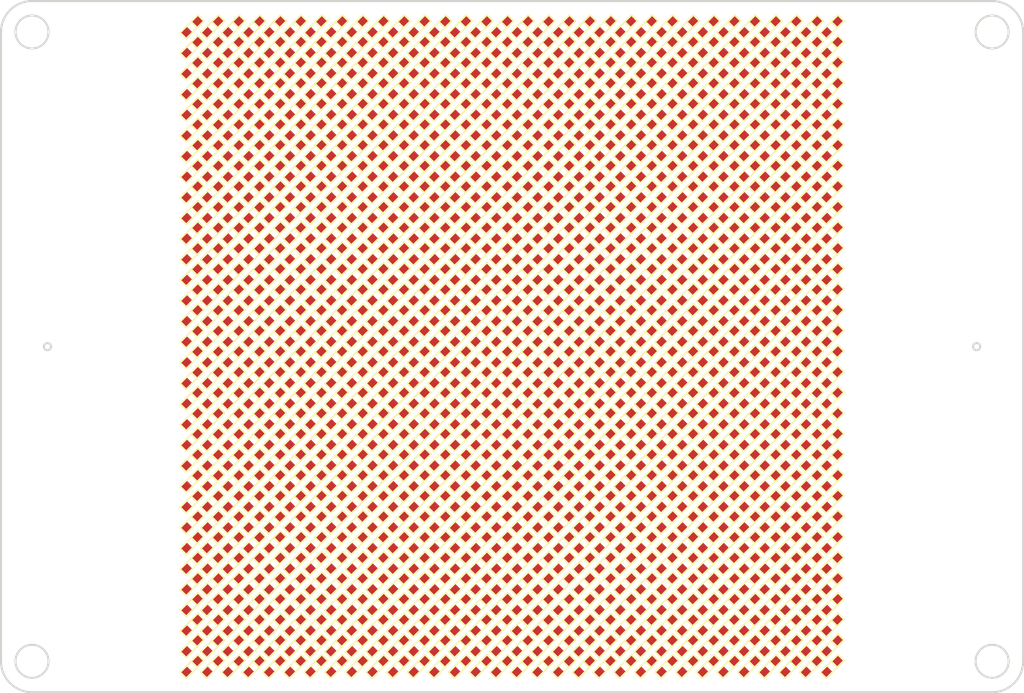
<source format=kicad_pcb>
(kicad_pcb (version 20171130) (host pcbnew "(5.0.0)")
  (title_block (title "Sensory Adaptation Robot") (date 2016-03-10) (rev 0.1a) (company "Idle Hands Dev.") (comment 1 "Sean Hodgins"))
  (layers (0 F.Cu signal) (31 B.Cu signal) (34 B.Paste user) (35 F.Paste user) (36 B.SilkS user) (37 F.SilkS user) (38 B.Mask user) (39 F.Mask user) (44 Edge.Cuts user))
  (net 0 "")
  (module project_footprints:ALS-PT19 (layer F.Cu) (at 177.5 100.5 45)
    (fp_text reference ** hide)
    (fp_text value ALS-PT19 hide)
    (pad 1 smd rect (at -0.75 0 45) (size 0.8 0.8) (layers F.Cu F.Paste F.Mask))
    (pad 2 smd rect (at 0.75 0 45) (size 0.8 0.8) (layers F.Cu F.Paste F.Mask))
  )
  (module project_footprints:ALS-PT19 (layer F.Cu) (at 175.5 100.5 45)
    (fp_text reference ** hide)
    (fp_text value ALS-PT19 hide)
    (pad 1 smd rect (at -0.75 0 45) (size 0.8 0.8) (layers F.Cu F.Paste F.Mask))
    (pad 2 smd rect (at 0.75 0 45) (size 0.8 0.8) (layers F.Cu F.Paste F.Mask))
  )
  (module project_footprints:ALS-PT19 (layer F.Cu) (at 173.5 100.5 45)
    (fp_text reference ** hide)
    (fp_text value ALS-PT19 hide)
    (pad 1 smd rect (at -0.75 0 45) (size 0.8 0.8) (layers F.Cu F.Paste F.Mask))
    (pad 2 smd rect (at 0.75 0 45) (size 0.8 0.8) (layers F.Cu F.Paste F.Mask))
  )
  (module project_footprints:ALS-PT19 (layer F.Cu) (at 171.5 100.5 45)
    (fp_text reference ** hide)
    (fp_text value ALS-PT19 hide)
    (pad 1 smd rect (at -0.75 0 45) (size 0.8 0.8) (layers F.Cu F.Paste F.Mask))
    (pad 2 smd rect (at 0.75 0 45) (size 0.8 0.8) (layers F.Cu F.Paste F.Mask))
  )
  (module project_footprints:ALS-PT19 (layer F.Cu) (at 169.5 100.5 45)
    (fp_text reference ** hide)
    (fp_text value ALS-PT19 hide)
    (pad 1 smd rect (at -0.75 0 45) (size 0.8 0.8) (layers F.Cu F.Paste F.Mask))
    (pad 2 smd rect (at 0.75 0 45) (size 0.8 0.8) (layers F.Cu F.Paste F.Mask))
  )
  (module project_footprints:ALS-PT19 (layer F.Cu) (at 167.5 100.5 45)
    (fp_text reference ** hide)
    (fp_text value ALS-PT19 hide)
    (pad 1 smd rect (at -0.75 0 45) (size 0.8 0.8) (layers F.Cu F.Paste F.Mask))
    (pad 2 smd rect (at 0.75 0 45) (size 0.8 0.8) (layers F.Cu F.Paste F.Mask))
  )
  (module project_footprints:ALS-PT19 (layer F.Cu) (at 165.5 100.5 45)
    (fp_text reference ** hide)
    (fp_text value ALS-PT19 hide)
    (pad 1 smd rect (at -0.75 0 45) (size 0.8 0.8) (layers F.Cu F.Paste F.Mask))
    (pad 2 smd rect (at 0.75 0 45) (size 0.8 0.8) (layers F.Cu F.Paste F.Mask))
  )
  (module project_footprints:ALS-PT19 (layer F.Cu) (at 163.5 100.5 45)
    (fp_text reference ** hide)
    (fp_text value ALS-PT19 hide)
    (pad 1 smd rect (at -0.75 0 45) (size 0.8 0.8) (layers F.Cu F.Paste F.Mask))
    (pad 2 smd rect (at 0.75 0 45) (size 0.8 0.8) (layers F.Cu F.Paste F.Mask))
  )
  (module project_footprints:ALS-PT19 (layer F.Cu) (at 161.5 100.5 45)
    (fp_text reference ** hide)
    (fp_text value ALS-PT19 hide)
    (pad 1 smd rect (at -0.75 0 45) (size 0.8 0.8) (layers F.Cu F.Paste F.Mask))
    (pad 2 smd rect (at 0.75 0 45) (size 0.8 0.8) (layers F.Cu F.Paste F.Mask))
  )
  (module project_footprints:ALS-PT19 (layer F.Cu) (at 159.5 100.5 45)
    (fp_text reference ** hide)
    (fp_text value ALS-PT19 hide)
    (pad 1 smd rect (at -0.75 0 45) (size 0.8 0.8) (layers F.Cu F.Paste F.Mask))
    (pad 2 smd rect (at 0.75 0 45) (size 0.8 0.8) (layers F.Cu F.Paste F.Mask))
  )
  (module project_footprints:ALS-PT19 (layer F.Cu) (at 157.5 100.5 45)
    (fp_text reference ** hide)
    (fp_text value ALS-PT19 hide)
    (pad 1 smd rect (at -0.75 0 45) (size 0.8 0.8) (layers F.Cu F.Paste F.Mask))
    (pad 2 smd rect (at 0.75 0 45) (size 0.8 0.8) (layers F.Cu F.Paste F.Mask))
  )
  (module project_footprints:ALS-PT19 (layer F.Cu) (at 155.5 100.5 45)
    (fp_text reference ** hide)
    (fp_text value ALS-PT19 hide)
    (pad 1 smd rect (at -0.75 0 45) (size 0.8 0.8) (layers F.Cu F.Paste F.Mask))
    (pad 2 smd rect (at 0.75 0 45) (size 0.8 0.8) (layers F.Cu F.Paste F.Mask))
  )
  (module project_footprints:ALS-PT19 (layer F.Cu) (at 153.5 100.5 45)
    (fp_text reference ** hide)
    (fp_text value ALS-PT19 hide)
    (pad 1 smd rect (at -0.75 0 45) (size 0.8 0.8) (layers F.Cu F.Paste F.Mask))
    (pad 2 smd rect (at 0.75 0 45) (size 0.8 0.8) (layers F.Cu F.Paste F.Mask))
  )
  (module project_footprints:ALS-PT19 (layer F.Cu) (at 151.5 100.5 45)
    (fp_text reference ** hide)
    (fp_text value ALS-PT19 hide)
    (pad 1 smd rect (at -0.75 0 45) (size 0.8 0.8) (layers F.Cu F.Paste F.Mask))
    (pad 2 smd rect (at 0.75 0 45) (size 0.8 0.8) (layers F.Cu F.Paste F.Mask))
  )
  (module project_footprints:ALS-PT19 (layer F.Cu) (at 149.5 100.5 45)
    (fp_text reference ** hide)
    (fp_text value ALS-PT19 hide)
    (pad 1 smd rect (at -0.75 0 45) (size 0.8 0.8) (layers F.Cu F.Paste F.Mask))
    (pad 2 smd rect (at 0.75 0 45) (size 0.8 0.8) (layers F.Cu F.Paste F.Mask))
  )
  (module project_footprints:ALS-PT19 (layer F.Cu) (at 147.5 100.5 45)
    (fp_text reference ** hide)
    (fp_text value ALS-PT19 hide)
    (pad 1 smd rect (at -0.75 0 45) (size 0.8 0.8) (layers F.Cu F.Paste F.Mask))
    (pad 2 smd rect (at 0.75 0 45) (size 0.8 0.8) (layers F.Cu F.Paste F.Mask))
  )
  (module project_footprints:ALS-PT19 (layer F.Cu) (at 145.5 100.5 45)
    (fp_text reference ** hide)
    (fp_text value ALS-PT19 hide)
    (pad 1 smd rect (at -0.75 0 45) (size 0.8 0.8) (layers F.Cu F.Paste F.Mask))
    (pad 2 smd rect (at 0.75 0 45) (size 0.8 0.8) (layers F.Cu F.Paste F.Mask))
  )
  (module project_footprints:ALS-PT19 (layer F.Cu) (at 143.5 100.5 45)
    (fp_text reference ** hide)
    (fp_text value ALS-PT19 hide)
    (pad 1 smd rect (at -0.75 0 45) (size 0.8 0.8) (layers F.Cu F.Paste F.Mask))
    (pad 2 smd rect (at 0.75 0 45) (size 0.8 0.8) (layers F.Cu F.Paste F.Mask))
  )
  (module project_footprints:ALS-PT19 (layer F.Cu) (at 141.5 100.5 45)
    (fp_text reference ** hide)
    (fp_text value ALS-PT19 hide)
    (pad 1 smd rect (at -0.75 0 45) (size 0.8 0.8) (layers F.Cu F.Paste F.Mask))
    (pad 2 smd rect (at 0.75 0 45) (size 0.8 0.8) (layers F.Cu F.Paste F.Mask))
  )
  (module project_footprints:ALS-PT19 (layer F.Cu) (at 139.5 100.5 45)
    (fp_text reference ** hide)
    (fp_text value ALS-PT19 hide)
    (pad 1 smd rect (at -0.75 0 45) (size 0.8 0.8) (layers F.Cu F.Paste F.Mask))
    (pad 2 smd rect (at 0.75 0 45) (size 0.8 0.8) (layers F.Cu F.Paste F.Mask))
  )
  (module project_footprints:ALS-PT19 (layer F.Cu) (at 137.5 100.5 45)
    (fp_text reference ** hide)
    (fp_text value ALS-PT19 hide)
    (pad 1 smd rect (at -0.75 0 45) (size 0.8 0.8) (layers F.Cu F.Paste F.Mask))
    (pad 2 smd rect (at 0.75 0 45) (size 0.8 0.8) (layers F.Cu F.Paste F.Mask))
  )
  (module project_footprints:ALS-PT19 (layer F.Cu) (at 135.5 100.5 45)
    (fp_text reference ** hide)
    (fp_text value ALS-PT19 hide)
    (pad 1 smd rect (at -0.75 0 45) (size 0.8 0.8) (layers F.Cu F.Paste F.Mask))
    (pad 2 smd rect (at 0.75 0 45) (size 0.8 0.8) (layers F.Cu F.Paste F.Mask))
  )
  (module project_footprints:ALS-PT19 (layer F.Cu) (at 133.5 100.5 45)
    (fp_text reference ** hide)
    (fp_text value ALS-PT19 hide)
    (pad 1 smd rect (at -0.75 0 45) (size 0.8 0.8) (layers F.Cu F.Paste F.Mask))
    (pad 2 smd rect (at 0.75 0 45) (size 0.8 0.8) (layers F.Cu F.Paste F.Mask))
  )
  (module project_footprints:ALS-PT19 (layer F.Cu) (at 131.5 100.5 45)
    (fp_text reference ** hide)
    (fp_text value ALS-PT19 hide)
    (pad 1 smd rect (at -0.75 0 45) (size 0.8 0.8) (layers F.Cu F.Paste F.Mask))
    (pad 2 smd rect (at 0.75 0 45) (size 0.8 0.8) (layers F.Cu F.Paste F.Mask))
  )
  (module project_footprints:ALS-PT19 (layer F.Cu) (at 129.5 100.5 45)
    (fp_text reference ** hide)
    (fp_text value ALS-PT19 hide)
    (pad 1 smd rect (at -0.75 0 45) (size 0.8 0.8) (layers F.Cu F.Paste F.Mask))
    (pad 2 smd rect (at 0.75 0 45) (size 0.8 0.8) (layers F.Cu F.Paste F.Mask))
  )
  (module project_footprints:ALS-PT19 (layer F.Cu) (at 127.5 100.5 45)
    (fp_text reference ** hide)
    (fp_text value ALS-PT19 hide)
    (pad 1 smd rect (at -0.75 0 45) (size 0.8 0.8) (layers F.Cu F.Paste F.Mask))
    (pad 2 smd rect (at 0.75 0 45) (size 0.8 0.8) (layers F.Cu F.Paste F.Mask))
  )
  (module project_footprints:ALS-PT19 (layer F.Cu) (at 125.5 100.5 45)
    (fp_text reference ** hide)
    (fp_text value ALS-PT19 hide)
    (pad 1 smd rect (at -0.75 0 45) (size 0.8 0.8) (layers F.Cu F.Paste F.Mask))
    (pad 2 smd rect (at 0.75 0 45) (size 0.8 0.8) (layers F.Cu F.Paste F.Mask))
  )
  (module project_footprints:ALS-PT19 (layer F.Cu) (at 123.5 100.5 45)
    (fp_text reference ** hide)
    (fp_text value ALS-PT19 hide)
    (pad 1 smd rect (at -0.75 0 45) (size 0.8 0.8) (layers F.Cu F.Paste F.Mask))
    (pad 2 smd rect (at 0.75 0 45) (size 0.8 0.8) (layers F.Cu F.Paste F.Mask))
  )
  (module project_footprints:ALS-PT19 (layer F.Cu) (at 121.5 100.5 45)
    (fp_text reference ** hide)
    (fp_text value ALS-PT19 hide)
    (pad 1 smd rect (at -0.75 0 45) (size 0.8 0.8) (layers F.Cu F.Paste F.Mask))
    (pad 2 smd rect (at 0.75 0 45) (size 0.8 0.8) (layers F.Cu F.Paste F.Mask))
  )
  (module project_footprints:ALS-PT19 (layer F.Cu) (at 119.5 100.5 45)
    (fp_text reference ** hide)
    (fp_text value ALS-PT19 hide)
    (pad 1 smd rect (at -0.75 0 45) (size 0.8 0.8) (layers F.Cu F.Paste F.Mask))
    (pad 2 smd rect (at 0.75 0 45) (size 0.8 0.8) (layers F.Cu F.Paste F.Mask))
  )
  (module project_footprints:ALS-PT19 (layer F.Cu) (at 117.5 100.5 45)
    (fp_text reference ** hide)
    (fp_text value ALS-PT19 hide)
    (pad 1 smd rect (at -0.75 0 45) (size 0.8 0.8) (layers F.Cu F.Paste F.Mask))
    (pad 2 smd rect (at 0.75 0 45) (size 0.8 0.8) (layers F.Cu F.Paste F.Mask))
  )
  (module project_footprints:ALS-PT19 (layer F.Cu) (at 115.5 100.5 45)
    (fp_text reference ** hide)
    (fp_text value ALS-PT19 hide)
    (pad 1 smd rect (at -0.75 0 45) (size 0.8 0.8) (layers F.Cu F.Paste F.Mask))
    (pad 2 smd rect (at 0.75 0 45) (size 0.8 0.8) (layers F.Cu F.Paste F.Mask))
  )
  (module project_footprints:ALS-PT19 (layer F.Cu) (at 177.5 98.5 45)
    (fp_text reference ** hide)
    (fp_text value ALS-PT19 hide)
    (pad 1 smd rect (at -0.75 0 45) (size 0.8 0.8) (layers F.Cu F.Paste F.Mask))
    (pad 2 smd rect (at 0.75 0 45) (size 0.8 0.8) (layers F.Cu F.Paste F.Mask))
  )
  (module project_footprints:ALS-PT19 (layer F.Cu) (at 175.5 98.5 45)
    (fp_text reference ** hide)
    (fp_text value ALS-PT19 hide)
    (pad 1 smd rect (at -0.75 0 45) (size 0.8 0.8) (layers F.Cu F.Paste F.Mask))
    (pad 2 smd rect (at 0.75 0 45) (size 0.8 0.8) (layers F.Cu F.Paste F.Mask))
  )
  (module project_footprints:ALS-PT19 (layer F.Cu) (at 173.5 98.5 45)
    (fp_text reference ** hide)
    (fp_text value ALS-PT19 hide)
    (pad 1 smd rect (at -0.75 0 45) (size 0.8 0.8) (layers F.Cu F.Paste F.Mask))
    (pad 2 smd rect (at 0.75 0 45) (size 0.8 0.8) (layers F.Cu F.Paste F.Mask))
  )
  (module project_footprints:ALS-PT19 (layer F.Cu) (at 171.5 98.5 45)
    (fp_text reference ** hide)
    (fp_text value ALS-PT19 hide)
    (pad 1 smd rect (at -0.75 0 45) (size 0.8 0.8) (layers F.Cu F.Paste F.Mask))
    (pad 2 smd rect (at 0.75 0 45) (size 0.8 0.8) (layers F.Cu F.Paste F.Mask))
  )
  (module project_footprints:ALS-PT19 (layer F.Cu) (at 169.5 98.5 45)
    (fp_text reference ** hide)
    (fp_text value ALS-PT19 hide)
    (pad 1 smd rect (at -0.75 0 45) (size 0.8 0.8) (layers F.Cu F.Paste F.Mask))
    (pad 2 smd rect (at 0.75 0 45) (size 0.8 0.8) (layers F.Cu F.Paste F.Mask))
  )
  (module project_footprints:ALS-PT19 (layer F.Cu) (at 167.5 98.5 45)
    (fp_text reference ** hide)
    (fp_text value ALS-PT19 hide)
    (pad 1 smd rect (at -0.75 0 45) (size 0.8 0.8) (layers F.Cu F.Paste F.Mask))
    (pad 2 smd rect (at 0.75 0 45) (size 0.8 0.8) (layers F.Cu F.Paste F.Mask))
  )
  (module project_footprints:ALS-PT19 (layer F.Cu) (at 165.5 98.5 45)
    (fp_text reference ** hide)
    (fp_text value ALS-PT19 hide)
    (pad 1 smd rect (at -0.75 0 45) (size 0.8 0.8) (layers F.Cu F.Paste F.Mask))
    (pad 2 smd rect (at 0.75 0 45) (size 0.8 0.8) (layers F.Cu F.Paste F.Mask))
  )
  (module project_footprints:ALS-PT19 (layer F.Cu) (at 163.5 98.5 45)
    (fp_text reference ** hide)
    (fp_text value ALS-PT19 hide)
    (pad 1 smd rect (at -0.75 0 45) (size 0.8 0.8) (layers F.Cu F.Paste F.Mask))
    (pad 2 smd rect (at 0.75 0 45) (size 0.8 0.8) (layers F.Cu F.Paste F.Mask))
  )
  (module project_footprints:ALS-PT19 (layer F.Cu) (at 161.5 98.5 45)
    (fp_text reference ** hide)
    (fp_text value ALS-PT19 hide)
    (pad 1 smd rect (at -0.75 0 45) (size 0.8 0.8) (layers F.Cu F.Paste F.Mask))
    (pad 2 smd rect (at 0.75 0 45) (size 0.8 0.8) (layers F.Cu F.Paste F.Mask))
  )
  (module project_footprints:ALS-PT19 (layer F.Cu) (at 159.5 98.5 45)
    (fp_text reference ** hide)
    (fp_text value ALS-PT19 hide)
    (pad 1 smd rect (at -0.75 0 45) (size 0.8 0.8) (layers F.Cu F.Paste F.Mask))
    (pad 2 smd rect (at 0.75 0 45) (size 0.8 0.8) (layers F.Cu F.Paste F.Mask))
  )
  (module project_footprints:ALS-PT19 (layer F.Cu) (at 157.5 98.5 45)
    (fp_text reference ** hide)
    (fp_text value ALS-PT19 hide)
    (pad 1 smd rect (at -0.75 0 45) (size 0.8 0.8) (layers F.Cu F.Paste F.Mask))
    (pad 2 smd rect (at 0.75 0 45) (size 0.8 0.8) (layers F.Cu F.Paste F.Mask))
  )
  (module project_footprints:ALS-PT19 (layer F.Cu) (at 155.5 98.5 45)
    (fp_text reference ** hide)
    (fp_text value ALS-PT19 hide)
    (pad 1 smd rect (at -0.75 0 45) (size 0.8 0.8) (layers F.Cu F.Paste F.Mask))
    (pad 2 smd rect (at 0.75 0 45) (size 0.8 0.8) (layers F.Cu F.Paste F.Mask))
  )
  (module project_footprints:ALS-PT19 (layer F.Cu) (at 153.5 98.5 45)
    (fp_text reference ** hide)
    (fp_text value ALS-PT19 hide)
    (pad 1 smd rect (at -0.75 0 45) (size 0.8 0.8) (layers F.Cu F.Paste F.Mask))
    (pad 2 smd rect (at 0.75 0 45) (size 0.8 0.8) (layers F.Cu F.Paste F.Mask))
  )
  (module project_footprints:ALS-PT19 (layer F.Cu) (at 151.5 98.5 45)
    (fp_text reference ** hide)
    (fp_text value ALS-PT19 hide)
    (pad 1 smd rect (at -0.75 0 45) (size 0.8 0.8) (layers F.Cu F.Paste F.Mask))
    (pad 2 smd rect (at 0.75 0 45) (size 0.8 0.8) (layers F.Cu F.Paste F.Mask))
  )
  (module project_footprints:ALS-PT19 (layer F.Cu) (at 149.5 98.5 45)
    (fp_text reference ** hide)
    (fp_text value ALS-PT19 hide)
    (pad 1 smd rect (at -0.75 0 45) (size 0.8 0.8) (layers F.Cu F.Paste F.Mask))
    (pad 2 smd rect (at 0.75 0 45) (size 0.8 0.8) (layers F.Cu F.Paste F.Mask))
  )
  (module project_footprints:ALS-PT19 (layer F.Cu) (at 147.5 98.5 45)
    (fp_text reference ** hide)
    (fp_text value ALS-PT19 hide)
    (pad 1 smd rect (at -0.75 0 45) (size 0.8 0.8) (layers F.Cu F.Paste F.Mask))
    (pad 2 smd rect (at 0.75 0 45) (size 0.8 0.8) (layers F.Cu F.Paste F.Mask))
  )
  (module project_footprints:ALS-PT19 (layer F.Cu) (at 145.5 98.5 45)
    (fp_text reference ** hide)
    (fp_text value ALS-PT19 hide)
    (pad 1 smd rect (at -0.75 0 45) (size 0.8 0.8) (layers F.Cu F.Paste F.Mask))
    (pad 2 smd rect (at 0.75 0 45) (size 0.8 0.8) (layers F.Cu F.Paste F.Mask))
  )
  (module project_footprints:ALS-PT19 (layer F.Cu) (at 143.5 98.5 45)
    (fp_text reference ** hide)
    (fp_text value ALS-PT19 hide)
    (pad 1 smd rect (at -0.75 0 45) (size 0.8 0.8) (layers F.Cu F.Paste F.Mask))
    (pad 2 smd rect (at 0.75 0 45) (size 0.8 0.8) (layers F.Cu F.Paste F.Mask))
  )
  (module project_footprints:ALS-PT19 (layer F.Cu) (at 141.5 98.5 45)
    (fp_text reference ** hide)
    (fp_text value ALS-PT19 hide)
    (pad 1 smd rect (at -0.75 0 45) (size 0.8 0.8) (layers F.Cu F.Paste F.Mask))
    (pad 2 smd rect (at 0.75 0 45) (size 0.8 0.8) (layers F.Cu F.Paste F.Mask))
  )
  (module project_footprints:ALS-PT19 (layer F.Cu) (at 139.5 98.5 45)
    (fp_text reference ** hide)
    (fp_text value ALS-PT19 hide)
    (pad 1 smd rect (at -0.75 0 45) (size 0.8 0.8) (layers F.Cu F.Paste F.Mask))
    (pad 2 smd rect (at 0.75 0 45) (size 0.8 0.8) (layers F.Cu F.Paste F.Mask))
  )
  (module project_footprints:ALS-PT19 (layer F.Cu) (at 137.5 98.5 45)
    (fp_text reference ** hide)
    (fp_text value ALS-PT19 hide)
    (pad 1 smd rect (at -0.75 0 45) (size 0.8 0.8) (layers F.Cu F.Paste F.Mask))
    (pad 2 smd rect (at 0.75 0 45) (size 0.8 0.8) (layers F.Cu F.Paste F.Mask))
  )
  (module project_footprints:ALS-PT19 (layer F.Cu) (at 135.5 98.5 45)
    (fp_text reference ** hide)
    (fp_text value ALS-PT19 hide)
    (pad 1 smd rect (at -0.75 0 45) (size 0.8 0.8) (layers F.Cu F.Paste F.Mask))
    (pad 2 smd rect (at 0.75 0 45) (size 0.8 0.8) (layers F.Cu F.Paste F.Mask))
  )
  (module project_footprints:ALS-PT19 (layer F.Cu) (at 133.5 98.5 45)
    (fp_text reference ** hide)
    (fp_text value ALS-PT19 hide)
    (pad 1 smd rect (at -0.75 0 45) (size 0.8 0.8) (layers F.Cu F.Paste F.Mask))
    (pad 2 smd rect (at 0.75 0 45) (size 0.8 0.8) (layers F.Cu F.Paste F.Mask))
  )
  (module project_footprints:ALS-PT19 (layer F.Cu) (at 131.5 98.5 45)
    (fp_text reference ** hide)
    (fp_text value ALS-PT19 hide)
    (pad 1 smd rect (at -0.75 0 45) (size 0.8 0.8) (layers F.Cu F.Paste F.Mask))
    (pad 2 smd rect (at 0.75 0 45) (size 0.8 0.8) (layers F.Cu F.Paste F.Mask))
  )
  (module project_footprints:ALS-PT19 (layer F.Cu) (at 129.5 98.5 45)
    (fp_text reference ** hide)
    (fp_text value ALS-PT19 hide)
    (pad 1 smd rect (at -0.75 0 45) (size 0.8 0.8) (layers F.Cu F.Paste F.Mask))
    (pad 2 smd rect (at 0.75 0 45) (size 0.8 0.8) (layers F.Cu F.Paste F.Mask))
  )
  (module project_footprints:ALS-PT19 (layer F.Cu) (at 127.5 98.5 45)
    (fp_text reference ** hide)
    (fp_text value ALS-PT19 hide)
    (pad 1 smd rect (at -0.75 0 45) (size 0.8 0.8) (layers F.Cu F.Paste F.Mask))
    (pad 2 smd rect (at 0.75 0 45) (size 0.8 0.8) (layers F.Cu F.Paste F.Mask))
  )
  (module project_footprints:ALS-PT19 (layer F.Cu) (at 125.5 98.5 45)
    (fp_text reference ** hide)
    (fp_text value ALS-PT19 hide)
    (pad 1 smd rect (at -0.75 0 45) (size 0.8 0.8) (layers F.Cu F.Paste F.Mask))
    (pad 2 smd rect (at 0.75 0 45) (size 0.8 0.8) (layers F.Cu F.Paste F.Mask))
  )
  (module project_footprints:ALS-PT19 (layer F.Cu) (at 123.5 98.5 45)
    (fp_text reference ** hide)
    (fp_text value ALS-PT19 hide)
    (pad 1 smd rect (at -0.75 0 45) (size 0.8 0.8) (layers F.Cu F.Paste F.Mask))
    (pad 2 smd rect (at 0.75 0 45) (size 0.8 0.8) (layers F.Cu F.Paste F.Mask))
  )
  (module project_footprints:ALS-PT19 (layer F.Cu) (at 121.5 98.5 45)
    (fp_text reference ** hide)
    (fp_text value ALS-PT19 hide)
    (pad 1 smd rect (at -0.75 0 45) (size 0.8 0.8) (layers F.Cu F.Paste F.Mask))
    (pad 2 smd rect (at 0.75 0 45) (size 0.8 0.8) (layers F.Cu F.Paste F.Mask))
  )
  (module project_footprints:ALS-PT19 (layer F.Cu) (at 119.5 98.5 45)
    (fp_text reference ** hide)
    (fp_text value ALS-PT19 hide)
    (pad 1 smd rect (at -0.75 0 45) (size 0.8 0.8) (layers F.Cu F.Paste F.Mask))
    (pad 2 smd rect (at 0.75 0 45) (size 0.8 0.8) (layers F.Cu F.Paste F.Mask))
  )
  (module project_footprints:ALS-PT19 (layer F.Cu) (at 117.5 98.5 45)
    (fp_text reference ** hide)
    (fp_text value ALS-PT19 hide)
    (pad 1 smd rect (at -0.75 0 45) (size 0.8 0.8) (layers F.Cu F.Paste F.Mask))
    (pad 2 smd rect (at 0.75 0 45) (size 0.8 0.8) (layers F.Cu F.Paste F.Mask))
  )
  (module project_footprints:ALS-PT19 (layer F.Cu) (at 115.5 98.5 45)
    (fp_text reference ** hide)
    (fp_text value ALS-PT19 hide)
    (pad 1 smd rect (at -0.75 0 45) (size 0.8 0.8) (layers F.Cu F.Paste F.Mask))
    (pad 2 smd rect (at 0.75 0 45) (size 0.8 0.8) (layers F.Cu F.Paste F.Mask))
  )
  (module project_footprints:ALS-PT19 (layer F.Cu) (at 177.5 96.5 45)
    (fp_text reference ** hide)
    (fp_text value ALS-PT19 hide)
    (pad 1 smd rect (at -0.75 0 45) (size 0.8 0.8) (layers F.Cu F.Paste F.Mask))
    (pad 2 smd rect (at 0.75 0 45) (size 0.8 0.8) (layers F.Cu F.Paste F.Mask))
  )
  (module project_footprints:ALS-PT19 (layer F.Cu) (at 175.5 96.5 45)
    (fp_text reference ** hide)
    (fp_text value ALS-PT19 hide)
    (pad 1 smd rect (at -0.75 0 45) (size 0.8 0.8) (layers F.Cu F.Paste F.Mask))
    (pad 2 smd rect (at 0.75 0 45) (size 0.8 0.8) (layers F.Cu F.Paste F.Mask))
  )
  (module project_footprints:ALS-PT19 (layer F.Cu) (at 173.5 96.5 45)
    (fp_text reference ** hide)
    (fp_text value ALS-PT19 hide)
    (pad 1 smd rect (at -0.75 0 45) (size 0.8 0.8) (layers F.Cu F.Paste F.Mask))
    (pad 2 smd rect (at 0.75 0 45) (size 0.8 0.8) (layers F.Cu F.Paste F.Mask))
  )
  (module project_footprints:ALS-PT19 (layer F.Cu) (at 171.5 96.5 45)
    (fp_text reference ** hide)
    (fp_text value ALS-PT19 hide)
    (pad 1 smd rect (at -0.75 0 45) (size 0.8 0.8) (layers F.Cu F.Paste F.Mask))
    (pad 2 smd rect (at 0.75 0 45) (size 0.8 0.8) (layers F.Cu F.Paste F.Mask))
  )
  (module project_footprints:ALS-PT19 (layer F.Cu) (at 169.5 96.5 45)
    (fp_text reference ** hide)
    (fp_text value ALS-PT19 hide)
    (pad 1 smd rect (at -0.75 0 45) (size 0.8 0.8) (layers F.Cu F.Paste F.Mask))
    (pad 2 smd rect (at 0.75 0 45) (size 0.8 0.8) (layers F.Cu F.Paste F.Mask))
  )
  (module project_footprints:ALS-PT19 (layer F.Cu) (at 167.5 96.5 45)
    (fp_text reference ** hide)
    (fp_text value ALS-PT19 hide)
    (pad 1 smd rect (at -0.75 0 45) (size 0.8 0.8) (layers F.Cu F.Paste F.Mask))
    (pad 2 smd rect (at 0.75 0 45) (size 0.8 0.8) (layers F.Cu F.Paste F.Mask))
  )
  (module project_footprints:ALS-PT19 (layer F.Cu) (at 165.5 96.5 45)
    (fp_text reference ** hide)
    (fp_text value ALS-PT19 hide)
    (pad 1 smd rect (at -0.75 0 45) (size 0.8 0.8) (layers F.Cu F.Paste F.Mask))
    (pad 2 smd rect (at 0.75 0 45) (size 0.8 0.8) (layers F.Cu F.Paste F.Mask))
  )
  (module project_footprints:ALS-PT19 (layer F.Cu) (at 163.5 96.5 45)
    (fp_text reference ** hide)
    (fp_text value ALS-PT19 hide)
    (pad 1 smd rect (at -0.75 0 45) (size 0.8 0.8) (layers F.Cu F.Paste F.Mask))
    (pad 2 smd rect (at 0.75 0 45) (size 0.8 0.8) (layers F.Cu F.Paste F.Mask))
  )
  (module project_footprints:ALS-PT19 (layer F.Cu) (at 161.5 96.5 45)
    (fp_text reference ** hide)
    (fp_text value ALS-PT19 hide)
    (pad 1 smd rect (at -0.75 0 45) (size 0.8 0.8) (layers F.Cu F.Paste F.Mask))
    (pad 2 smd rect (at 0.75 0 45) (size 0.8 0.8) (layers F.Cu F.Paste F.Mask))
  )
  (module project_footprints:ALS-PT19 (layer F.Cu) (at 159.5 96.5 45)
    (fp_text reference ** hide)
    (fp_text value ALS-PT19 hide)
    (pad 1 smd rect (at -0.75 0 45) (size 0.8 0.8) (layers F.Cu F.Paste F.Mask))
    (pad 2 smd rect (at 0.75 0 45) (size 0.8 0.8) (layers F.Cu F.Paste F.Mask))
  )
  (module project_footprints:ALS-PT19 (layer F.Cu) (at 157.5 96.5 45)
    (fp_text reference ** hide)
    (fp_text value ALS-PT19 hide)
    (pad 1 smd rect (at -0.75 0 45) (size 0.8 0.8) (layers F.Cu F.Paste F.Mask))
    (pad 2 smd rect (at 0.75 0 45) (size 0.8 0.8) (layers F.Cu F.Paste F.Mask))
  )
  (module project_footprints:ALS-PT19 (layer F.Cu) (at 155.5 96.5 45)
    (fp_text reference ** hide)
    (fp_text value ALS-PT19 hide)
    (pad 1 smd rect (at -0.75 0 45) (size 0.8 0.8) (layers F.Cu F.Paste F.Mask))
    (pad 2 smd rect (at 0.75 0 45) (size 0.8 0.8) (layers F.Cu F.Paste F.Mask))
  )
  (module project_footprints:ALS-PT19 (layer F.Cu) (at 153.5 96.5 45)
    (fp_text reference ** hide)
    (fp_text value ALS-PT19 hide)
    (pad 1 smd rect (at -0.75 0 45) (size 0.8 0.8) (layers F.Cu F.Paste F.Mask))
    (pad 2 smd rect (at 0.75 0 45) (size 0.8 0.8) (layers F.Cu F.Paste F.Mask))
  )
  (module project_footprints:ALS-PT19 (layer F.Cu) (at 151.5 96.5 45)
    (fp_text reference ** hide)
    (fp_text value ALS-PT19 hide)
    (pad 1 smd rect (at -0.75 0 45) (size 0.8 0.8) (layers F.Cu F.Paste F.Mask))
    (pad 2 smd rect (at 0.75 0 45) (size 0.8 0.8) (layers F.Cu F.Paste F.Mask))
  )
  (module project_footprints:ALS-PT19 (layer F.Cu) (at 149.5 96.5 45)
    (fp_text reference ** hide)
    (fp_text value ALS-PT19 hide)
    (pad 1 smd rect (at -0.75 0 45) (size 0.8 0.8) (layers F.Cu F.Paste F.Mask))
    (pad 2 smd rect (at 0.75 0 45) (size 0.8 0.8) (layers F.Cu F.Paste F.Mask))
  )
  (module project_footprints:ALS-PT19 (layer F.Cu) (at 147.5 96.5 45)
    (fp_text reference ** hide)
    (fp_text value ALS-PT19 hide)
    (pad 1 smd rect (at -0.75 0 45) (size 0.8 0.8) (layers F.Cu F.Paste F.Mask))
    (pad 2 smd rect (at 0.75 0 45) (size 0.8 0.8) (layers F.Cu F.Paste F.Mask))
  )
  (module project_footprints:ALS-PT19 (layer F.Cu) (at 145.5 96.5 45)
    (fp_text reference ** hide)
    (fp_text value ALS-PT19 hide)
    (pad 1 smd rect (at -0.75 0 45) (size 0.8 0.8) (layers F.Cu F.Paste F.Mask))
    (pad 2 smd rect (at 0.75 0 45) (size 0.8 0.8) (layers F.Cu F.Paste F.Mask))
  )
  (module project_footprints:ALS-PT19 (layer F.Cu) (at 143.5 96.5 45)
    (fp_text reference ** hide)
    (fp_text value ALS-PT19 hide)
    (pad 1 smd rect (at -0.75 0 45) (size 0.8 0.8) (layers F.Cu F.Paste F.Mask))
    (pad 2 smd rect (at 0.75 0 45) (size 0.8 0.8) (layers F.Cu F.Paste F.Mask))
  )
  (module project_footprints:ALS-PT19 (layer F.Cu) (at 141.5 96.5 45)
    (fp_text reference ** hide)
    (fp_text value ALS-PT19 hide)
    (pad 1 smd rect (at -0.75 0 45) (size 0.8 0.8) (layers F.Cu F.Paste F.Mask))
    (pad 2 smd rect (at 0.75 0 45) (size 0.8 0.8) (layers F.Cu F.Paste F.Mask))
  )
  (module project_footprints:ALS-PT19 (layer F.Cu) (at 139.5 96.5 45)
    (fp_text reference ** hide)
    (fp_text value ALS-PT19 hide)
    (pad 1 smd rect (at -0.75 0 45) (size 0.8 0.8) (layers F.Cu F.Paste F.Mask))
    (pad 2 smd rect (at 0.75 0 45) (size 0.8 0.8) (layers F.Cu F.Paste F.Mask))
  )
  (module project_footprints:ALS-PT19 (layer F.Cu) (at 137.5 96.5 45)
    (fp_text reference ** hide)
    (fp_text value ALS-PT19 hide)
    (pad 1 smd rect (at -0.75 0 45) (size 0.8 0.8) (layers F.Cu F.Paste F.Mask))
    (pad 2 smd rect (at 0.75 0 45) (size 0.8 0.8) (layers F.Cu F.Paste F.Mask))
  )
  (module project_footprints:ALS-PT19 (layer F.Cu) (at 135.5 96.5 45)
    (fp_text reference ** hide)
    (fp_text value ALS-PT19 hide)
    (pad 1 smd rect (at -0.75 0 45) (size 0.8 0.8) (layers F.Cu F.Paste F.Mask))
    (pad 2 smd rect (at 0.75 0 45) (size 0.8 0.8) (layers F.Cu F.Paste F.Mask))
  )
  (module project_footprints:ALS-PT19 (layer F.Cu) (at 133.5 96.5 45)
    (fp_text reference ** hide)
    (fp_text value ALS-PT19 hide)
    (pad 1 smd rect (at -0.75 0 45) (size 0.8 0.8) (layers F.Cu F.Paste F.Mask))
    (pad 2 smd rect (at 0.75 0 45) (size 0.8 0.8) (layers F.Cu F.Paste F.Mask))
  )
  (module project_footprints:ALS-PT19 (layer F.Cu) (at 131.5 96.5 45)
    (fp_text reference ** hide)
    (fp_text value ALS-PT19 hide)
    (pad 1 smd rect (at -0.75 0 45) (size 0.8 0.8) (layers F.Cu F.Paste F.Mask))
    (pad 2 smd rect (at 0.75 0 45) (size 0.8 0.8) (layers F.Cu F.Paste F.Mask))
  )
  (module project_footprints:ALS-PT19 (layer F.Cu) (at 129.5 96.5 45)
    (fp_text reference ** hide)
    (fp_text value ALS-PT19 hide)
    (pad 1 smd rect (at -0.75 0 45) (size 0.8 0.8) (layers F.Cu F.Paste F.Mask))
    (pad 2 smd rect (at 0.75 0 45) (size 0.8 0.8) (layers F.Cu F.Paste F.Mask))
  )
  (module project_footprints:ALS-PT19 (layer F.Cu) (at 127.5 96.5 45)
    (fp_text reference ** hide)
    (fp_text value ALS-PT19 hide)
    (pad 1 smd rect (at -0.75 0 45) (size 0.8 0.8) (layers F.Cu F.Paste F.Mask))
    (pad 2 smd rect (at 0.75 0 45) (size 0.8 0.8) (layers F.Cu F.Paste F.Mask))
  )
  (module project_footprints:ALS-PT19 (layer F.Cu) (at 125.5 96.5 45)
    (fp_text reference ** hide)
    (fp_text value ALS-PT19 hide)
    (pad 1 smd rect (at -0.75 0 45) (size 0.8 0.8) (layers F.Cu F.Paste F.Mask))
    (pad 2 smd rect (at 0.75 0 45) (size 0.8 0.8) (layers F.Cu F.Paste F.Mask))
  )
  (module project_footprints:ALS-PT19 (layer F.Cu) (at 123.5 96.5 45)
    (fp_text reference ** hide)
    (fp_text value ALS-PT19 hide)
    (pad 1 smd rect (at -0.75 0 45) (size 0.8 0.8) (layers F.Cu F.Paste F.Mask))
    (pad 2 smd rect (at 0.75 0 45) (size 0.8 0.8) (layers F.Cu F.Paste F.Mask))
  )
  (module project_footprints:ALS-PT19 (layer F.Cu) (at 121.5 96.5 45)
    (fp_text reference ** hide)
    (fp_text value ALS-PT19 hide)
    (pad 1 smd rect (at -0.75 0 45) (size 0.8 0.8) (layers F.Cu F.Paste F.Mask))
    (pad 2 smd rect (at 0.75 0 45) (size 0.8 0.8) (layers F.Cu F.Paste F.Mask))
  )
  (module project_footprints:ALS-PT19 (layer F.Cu) (at 119.5 96.5 45)
    (fp_text reference ** hide)
    (fp_text value ALS-PT19 hide)
    (pad 1 smd rect (at -0.75 0 45) (size 0.8 0.8) (layers F.Cu F.Paste F.Mask))
    (pad 2 smd rect (at 0.75 0 45) (size 0.8 0.8) (layers F.Cu F.Paste F.Mask))
  )
  (module project_footprints:ALS-PT19 (layer F.Cu) (at 117.5 96.5 45)
    (fp_text reference ** hide)
    (fp_text value ALS-PT19 hide)
    (pad 1 smd rect (at -0.75 0 45) (size 0.8 0.8) (layers F.Cu F.Paste F.Mask))
    (pad 2 smd rect (at 0.75 0 45) (size 0.8 0.8) (layers F.Cu F.Paste F.Mask))
  )
  (module project_footprints:ALS-PT19 (layer F.Cu) (at 115.5 96.5 45)
    (fp_text reference ** hide)
    (fp_text value ALS-PT19 hide)
    (pad 1 smd rect (at -0.75 0 45) (size 0.8 0.8) (layers F.Cu F.Paste F.Mask))
    (pad 2 smd rect (at 0.75 0 45) (size 0.8 0.8) (layers F.Cu F.Paste F.Mask))
  )
  (module project_footprints:ALS-PT19 (layer F.Cu) (at 177.5 94.5 45)
    (fp_text reference ** hide)
    (fp_text value ALS-PT19 hide)
    (pad 1 smd rect (at -0.75 0 45) (size 0.8 0.8) (layers F.Cu F.Paste F.Mask))
    (pad 2 smd rect (at 0.75 0 45) (size 0.8 0.8) (layers F.Cu F.Paste F.Mask))
  )
  (module project_footprints:ALS-PT19 (layer F.Cu) (at 175.5 94.5 45)
    (fp_text reference ** hide)
    (fp_text value ALS-PT19 hide)
    (pad 1 smd rect (at -0.75 0 45) (size 0.8 0.8) (layers F.Cu F.Paste F.Mask))
    (pad 2 smd rect (at 0.75 0 45) (size 0.8 0.8) (layers F.Cu F.Paste F.Mask))
  )
  (module project_footprints:ALS-PT19 (layer F.Cu) (at 173.5 94.5 45)
    (fp_text reference ** hide)
    (fp_text value ALS-PT19 hide)
    (pad 1 smd rect (at -0.75 0 45) (size 0.8 0.8) (layers F.Cu F.Paste F.Mask))
    (pad 2 smd rect (at 0.75 0 45) (size 0.8 0.8) (layers F.Cu F.Paste F.Mask))
  )
  (module project_footprints:ALS-PT19 (layer F.Cu) (at 171.5 94.5 45)
    (fp_text reference ** hide)
    (fp_text value ALS-PT19 hide)
    (pad 1 smd rect (at -0.75 0 45) (size 0.8 0.8) (layers F.Cu F.Paste F.Mask))
    (pad 2 smd rect (at 0.75 0 45) (size 0.8 0.8) (layers F.Cu F.Paste F.Mask))
  )
  (module project_footprints:ALS-PT19 (layer F.Cu) (at 169.5 94.5 45)
    (fp_text reference ** hide)
    (fp_text value ALS-PT19 hide)
    (pad 1 smd rect (at -0.75 0 45) (size 0.8 0.8) (layers F.Cu F.Paste F.Mask))
    (pad 2 smd rect (at 0.75 0 45) (size 0.8 0.8) (layers F.Cu F.Paste F.Mask))
  )
  (module project_footprints:ALS-PT19 (layer F.Cu) (at 167.5 94.5 45)
    (fp_text reference ** hide)
    (fp_text value ALS-PT19 hide)
    (pad 1 smd rect (at -0.75 0 45) (size 0.8 0.8) (layers F.Cu F.Paste F.Mask))
    (pad 2 smd rect (at 0.75 0 45) (size 0.8 0.8) (layers F.Cu F.Paste F.Mask))
  )
  (module project_footprints:ALS-PT19 (layer F.Cu) (at 165.5 94.5 45)
    (fp_text reference ** hide)
    (fp_text value ALS-PT19 hide)
    (pad 1 smd rect (at -0.75 0 45) (size 0.8 0.8) (layers F.Cu F.Paste F.Mask))
    (pad 2 smd rect (at 0.75 0 45) (size 0.8 0.8) (layers F.Cu F.Paste F.Mask))
  )
  (module project_footprints:ALS-PT19 (layer F.Cu) (at 163.5 94.5 45)
    (fp_text reference ** hide)
    (fp_text value ALS-PT19 hide)
    (pad 1 smd rect (at -0.75 0 45) (size 0.8 0.8) (layers F.Cu F.Paste F.Mask))
    (pad 2 smd rect (at 0.75 0 45) (size 0.8 0.8) (layers F.Cu F.Paste F.Mask))
  )
  (module project_footprints:ALS-PT19 (layer F.Cu) (at 161.5 94.5 45)
    (fp_text reference ** hide)
    (fp_text value ALS-PT19 hide)
    (pad 1 smd rect (at -0.75 0 45) (size 0.8 0.8) (layers F.Cu F.Paste F.Mask))
    (pad 2 smd rect (at 0.75 0 45) (size 0.8 0.8) (layers F.Cu F.Paste F.Mask))
  )
  (module project_footprints:ALS-PT19 (layer F.Cu) (at 159.5 94.5 45)
    (fp_text reference ** hide)
    (fp_text value ALS-PT19 hide)
    (pad 1 smd rect (at -0.75 0 45) (size 0.8 0.8) (layers F.Cu F.Paste F.Mask))
    (pad 2 smd rect (at 0.75 0 45) (size 0.8 0.8) (layers F.Cu F.Paste F.Mask))
  )
  (module project_footprints:ALS-PT19 (layer F.Cu) (at 157.5 94.5 45)
    (fp_text reference ** hide)
    (fp_text value ALS-PT19 hide)
    (pad 1 smd rect (at -0.75 0 45) (size 0.8 0.8) (layers F.Cu F.Paste F.Mask))
    (pad 2 smd rect (at 0.75 0 45) (size 0.8 0.8) (layers F.Cu F.Paste F.Mask))
  )
  (module project_footprints:ALS-PT19 (layer F.Cu) (at 155.5 94.5 45)
    (fp_text reference ** hide)
    (fp_text value ALS-PT19 hide)
    (pad 1 smd rect (at -0.75 0 45) (size 0.8 0.8) (layers F.Cu F.Paste F.Mask))
    (pad 2 smd rect (at 0.75 0 45) (size 0.8 0.8) (layers F.Cu F.Paste F.Mask))
  )
  (module project_footprints:ALS-PT19 (layer F.Cu) (at 153.5 94.5 45)
    (fp_text reference ** hide)
    (fp_text value ALS-PT19 hide)
    (pad 1 smd rect (at -0.75 0 45) (size 0.8 0.8) (layers F.Cu F.Paste F.Mask))
    (pad 2 smd rect (at 0.75 0 45) (size 0.8 0.8) (layers F.Cu F.Paste F.Mask))
  )
  (module project_footprints:ALS-PT19 (layer F.Cu) (at 151.5 94.5 45)
    (fp_text reference ** hide)
    (fp_text value ALS-PT19 hide)
    (pad 1 smd rect (at -0.75 0 45) (size 0.8 0.8) (layers F.Cu F.Paste F.Mask))
    (pad 2 smd rect (at 0.75 0 45) (size 0.8 0.8) (layers F.Cu F.Paste F.Mask))
  )
  (module project_footprints:ALS-PT19 (layer F.Cu) (at 149.5 94.5 45)
    (fp_text reference ** hide)
    (fp_text value ALS-PT19 hide)
    (pad 1 smd rect (at -0.75 0 45) (size 0.8 0.8) (layers F.Cu F.Paste F.Mask))
    (pad 2 smd rect (at 0.75 0 45) (size 0.8 0.8) (layers F.Cu F.Paste F.Mask))
  )
  (module project_footprints:ALS-PT19 (layer F.Cu) (at 147.5 94.5 45)
    (fp_text reference ** hide)
    (fp_text value ALS-PT19 hide)
    (pad 1 smd rect (at -0.75 0 45) (size 0.8 0.8) (layers F.Cu F.Paste F.Mask))
    (pad 2 smd rect (at 0.75 0 45) (size 0.8 0.8) (layers F.Cu F.Paste F.Mask))
  )
  (module project_footprints:ALS-PT19 (layer F.Cu) (at 145.5 94.5 45)
    (fp_text reference ** hide)
    (fp_text value ALS-PT19 hide)
    (pad 1 smd rect (at -0.75 0 45) (size 0.8 0.8) (layers F.Cu F.Paste F.Mask))
    (pad 2 smd rect (at 0.75 0 45) (size 0.8 0.8) (layers F.Cu F.Paste F.Mask))
  )
  (module project_footprints:ALS-PT19 (layer F.Cu) (at 143.5 94.5 45)
    (fp_text reference ** hide)
    (fp_text value ALS-PT19 hide)
    (pad 1 smd rect (at -0.75 0 45) (size 0.8 0.8) (layers F.Cu F.Paste F.Mask))
    (pad 2 smd rect (at 0.75 0 45) (size 0.8 0.8) (layers F.Cu F.Paste F.Mask))
  )
  (module project_footprints:ALS-PT19 (layer F.Cu) (at 141.5 94.5 45)
    (fp_text reference ** hide)
    (fp_text value ALS-PT19 hide)
    (pad 1 smd rect (at -0.75 0 45) (size 0.8 0.8) (layers F.Cu F.Paste F.Mask))
    (pad 2 smd rect (at 0.75 0 45) (size 0.8 0.8) (layers F.Cu F.Paste F.Mask))
  )
  (module project_footprints:ALS-PT19 (layer F.Cu) (at 139.5 94.5 45)
    (fp_text reference ** hide)
    (fp_text value ALS-PT19 hide)
    (pad 1 smd rect (at -0.75 0 45) (size 0.8 0.8) (layers F.Cu F.Paste F.Mask))
    (pad 2 smd rect (at 0.75 0 45) (size 0.8 0.8) (layers F.Cu F.Paste F.Mask))
  )
  (module project_footprints:ALS-PT19 (layer F.Cu) (at 137.5 94.5 45)
    (fp_text reference ** hide)
    (fp_text value ALS-PT19 hide)
    (pad 1 smd rect (at -0.75 0 45) (size 0.8 0.8) (layers F.Cu F.Paste F.Mask))
    (pad 2 smd rect (at 0.75 0 45) (size 0.8 0.8) (layers F.Cu F.Paste F.Mask))
  )
  (module project_footprints:ALS-PT19 (layer F.Cu) (at 135.5 94.5 45)
    (fp_text reference ** hide)
    (fp_text value ALS-PT19 hide)
    (pad 1 smd rect (at -0.75 0 45) (size 0.8 0.8) (layers F.Cu F.Paste F.Mask))
    (pad 2 smd rect (at 0.75 0 45) (size 0.8 0.8) (layers F.Cu F.Paste F.Mask))
  )
  (module project_footprints:ALS-PT19 (layer F.Cu) (at 133.5 94.5 45)
    (fp_text reference ** hide)
    (fp_text value ALS-PT19 hide)
    (pad 1 smd rect (at -0.75 0 45) (size 0.8 0.8) (layers F.Cu F.Paste F.Mask))
    (pad 2 smd rect (at 0.75 0 45) (size 0.8 0.8) (layers F.Cu F.Paste F.Mask))
  )
  (module project_footprints:ALS-PT19 (layer F.Cu) (at 131.5 94.5 45)
    (fp_text reference ** hide)
    (fp_text value ALS-PT19 hide)
    (pad 1 smd rect (at -0.75 0 45) (size 0.8 0.8) (layers F.Cu F.Paste F.Mask))
    (pad 2 smd rect (at 0.75 0 45) (size 0.8 0.8) (layers F.Cu F.Paste F.Mask))
  )
  (module project_footprints:ALS-PT19 (layer F.Cu) (at 129.5 94.5 45)
    (fp_text reference ** hide)
    (fp_text value ALS-PT19 hide)
    (pad 1 smd rect (at -0.75 0 45) (size 0.8 0.8) (layers F.Cu F.Paste F.Mask))
    (pad 2 smd rect (at 0.75 0 45) (size 0.8 0.8) (layers F.Cu F.Paste F.Mask))
  )
  (module project_footprints:ALS-PT19 (layer F.Cu) (at 127.5 94.5 45)
    (fp_text reference ** hide)
    (fp_text value ALS-PT19 hide)
    (pad 1 smd rect (at -0.75 0 45) (size 0.8 0.8) (layers F.Cu F.Paste F.Mask))
    (pad 2 smd rect (at 0.75 0 45) (size 0.8 0.8) (layers F.Cu F.Paste F.Mask))
  )
  (module project_footprints:ALS-PT19 (layer F.Cu) (at 125.5 94.5 45)
    (fp_text reference ** hide)
    (fp_text value ALS-PT19 hide)
    (pad 1 smd rect (at -0.75 0 45) (size 0.8 0.8) (layers F.Cu F.Paste F.Mask))
    (pad 2 smd rect (at 0.75 0 45) (size 0.8 0.8) (layers F.Cu F.Paste F.Mask))
  )
  (module project_footprints:ALS-PT19 (layer F.Cu) (at 123.5 94.5 45)
    (fp_text reference ** hide)
    (fp_text value ALS-PT19 hide)
    (pad 1 smd rect (at -0.75 0 45) (size 0.8 0.8) (layers F.Cu F.Paste F.Mask))
    (pad 2 smd rect (at 0.75 0 45) (size 0.8 0.8) (layers F.Cu F.Paste F.Mask))
  )
  (module project_footprints:ALS-PT19 (layer F.Cu) (at 121.5 94.5 45)
    (fp_text reference ** hide)
    (fp_text value ALS-PT19 hide)
    (pad 1 smd rect (at -0.75 0 45) (size 0.8 0.8) (layers F.Cu F.Paste F.Mask))
    (pad 2 smd rect (at 0.75 0 45) (size 0.8 0.8) (layers F.Cu F.Paste F.Mask))
  )
  (module project_footprints:ALS-PT19 (layer F.Cu) (at 119.5 94.5 45)
    (fp_text reference ** hide)
    (fp_text value ALS-PT19 hide)
    (pad 1 smd rect (at -0.75 0 45) (size 0.8 0.8) (layers F.Cu F.Paste F.Mask))
    (pad 2 smd rect (at 0.75 0 45) (size 0.8 0.8) (layers F.Cu F.Paste F.Mask))
  )
  (module project_footprints:ALS-PT19 (layer F.Cu) (at 117.5 94.5 45)
    (fp_text reference ** hide)
    (fp_text value ALS-PT19 hide)
    (pad 1 smd rect (at -0.75 0 45) (size 0.8 0.8) (layers F.Cu F.Paste F.Mask))
    (pad 2 smd rect (at 0.75 0 45) (size 0.8 0.8) (layers F.Cu F.Paste F.Mask))
  )
  (module project_footprints:ALS-PT19 (layer F.Cu) (at 115.5 94.5 45)
    (fp_text reference ** hide)
    (fp_text value ALS-PT19 hide)
    (pad 1 smd rect (at -0.75 0 45) (size 0.8 0.8) (layers F.Cu F.Paste F.Mask))
    (pad 2 smd rect (at 0.75 0 45) (size 0.8 0.8) (layers F.Cu F.Paste F.Mask))
  )
  (module project_footprints:ALS-PT19 (layer F.Cu) (at 177.5 92.5 45)
    (fp_text reference ** hide)
    (fp_text value ALS-PT19 hide)
    (pad 1 smd rect (at -0.75 0 45) (size 0.8 0.8) (layers F.Cu F.Paste F.Mask))
    (pad 2 smd rect (at 0.75 0 45) (size 0.8 0.8) (layers F.Cu F.Paste F.Mask))
  )
  (module project_footprints:ALS-PT19 (layer F.Cu) (at 175.5 92.5 45)
    (fp_text reference ** hide)
    (fp_text value ALS-PT19 hide)
    (pad 1 smd rect (at -0.75 0 45) (size 0.8 0.8) (layers F.Cu F.Paste F.Mask))
    (pad 2 smd rect (at 0.75 0 45) (size 0.8 0.8) (layers F.Cu F.Paste F.Mask))
  )
  (module project_footprints:ALS-PT19 (layer F.Cu) (at 173.5 92.5 45)
    (fp_text reference ** hide)
    (fp_text value ALS-PT19 hide)
    (pad 1 smd rect (at -0.75 0 45) (size 0.8 0.8) (layers F.Cu F.Paste F.Mask))
    (pad 2 smd rect (at 0.75 0 45) (size 0.8 0.8) (layers F.Cu F.Paste F.Mask))
  )
  (module project_footprints:ALS-PT19 (layer F.Cu) (at 171.5 92.5 45)
    (fp_text reference ** hide)
    (fp_text value ALS-PT19 hide)
    (pad 1 smd rect (at -0.75 0 45) (size 0.8 0.8) (layers F.Cu F.Paste F.Mask))
    (pad 2 smd rect (at 0.75 0 45) (size 0.8 0.8) (layers F.Cu F.Paste F.Mask))
  )
  (module project_footprints:ALS-PT19 (layer F.Cu) (at 169.5 92.5 45)
    (fp_text reference ** hide)
    (fp_text value ALS-PT19 hide)
    (pad 1 smd rect (at -0.75 0 45) (size 0.8 0.8) (layers F.Cu F.Paste F.Mask))
    (pad 2 smd rect (at 0.75 0 45) (size 0.8 0.8) (layers F.Cu F.Paste F.Mask))
  )
  (module project_footprints:ALS-PT19 (layer F.Cu) (at 167.5 92.5 45)
    (fp_text reference ** hide)
    (fp_text value ALS-PT19 hide)
    (pad 1 smd rect (at -0.75 0 45) (size 0.8 0.8) (layers F.Cu F.Paste F.Mask))
    (pad 2 smd rect (at 0.75 0 45) (size 0.8 0.8) (layers F.Cu F.Paste F.Mask))
  )
  (module project_footprints:ALS-PT19 (layer F.Cu) (at 165.5 92.5 45)
    (fp_text reference ** hide)
    (fp_text value ALS-PT19 hide)
    (pad 1 smd rect (at -0.75 0 45) (size 0.8 0.8) (layers F.Cu F.Paste F.Mask))
    (pad 2 smd rect (at 0.75 0 45) (size 0.8 0.8) (layers F.Cu F.Paste F.Mask))
  )
  (module project_footprints:ALS-PT19 (layer F.Cu) (at 163.5 92.5 45)
    (fp_text reference ** hide)
    (fp_text value ALS-PT19 hide)
    (pad 1 smd rect (at -0.75 0 45) (size 0.8 0.8) (layers F.Cu F.Paste F.Mask))
    (pad 2 smd rect (at 0.75 0 45) (size 0.8 0.8) (layers F.Cu F.Paste F.Mask))
  )
  (module project_footprints:ALS-PT19 (layer F.Cu) (at 161.5 92.5 45)
    (fp_text reference ** hide)
    (fp_text value ALS-PT19 hide)
    (pad 1 smd rect (at -0.75 0 45) (size 0.8 0.8) (layers F.Cu F.Paste F.Mask))
    (pad 2 smd rect (at 0.75 0 45) (size 0.8 0.8) (layers F.Cu F.Paste F.Mask))
  )
  (module project_footprints:ALS-PT19 (layer F.Cu) (at 159.5 92.5 45)
    (fp_text reference ** hide)
    (fp_text value ALS-PT19 hide)
    (pad 1 smd rect (at -0.75 0 45) (size 0.8 0.8) (layers F.Cu F.Paste F.Mask))
    (pad 2 smd rect (at 0.75 0 45) (size 0.8 0.8) (layers F.Cu F.Paste F.Mask))
  )
  (module project_footprints:ALS-PT19 (layer F.Cu) (at 157.5 92.5 45)
    (fp_text reference ** hide)
    (fp_text value ALS-PT19 hide)
    (pad 1 smd rect (at -0.75 0 45) (size 0.8 0.8) (layers F.Cu F.Paste F.Mask))
    (pad 2 smd rect (at 0.75 0 45) (size 0.8 0.8) (layers F.Cu F.Paste F.Mask))
  )
  (module project_footprints:ALS-PT19 (layer F.Cu) (at 155.5 92.5 45)
    (fp_text reference ** hide)
    (fp_text value ALS-PT19 hide)
    (pad 1 smd rect (at -0.75 0 45) (size 0.8 0.8) (layers F.Cu F.Paste F.Mask))
    (pad 2 smd rect (at 0.75 0 45) (size 0.8 0.8) (layers F.Cu F.Paste F.Mask))
  )
  (module project_footprints:ALS-PT19 (layer F.Cu) (at 153.5 92.5 45)
    (fp_text reference ** hide)
    (fp_text value ALS-PT19 hide)
    (pad 1 smd rect (at -0.75 0 45) (size 0.8 0.8) (layers F.Cu F.Paste F.Mask))
    (pad 2 smd rect (at 0.75 0 45) (size 0.8 0.8) (layers F.Cu F.Paste F.Mask))
  )
  (module project_footprints:ALS-PT19 (layer F.Cu) (at 151.5 92.5 45)
    (fp_text reference ** hide)
    (fp_text value ALS-PT19 hide)
    (pad 1 smd rect (at -0.75 0 45) (size 0.8 0.8) (layers F.Cu F.Paste F.Mask))
    (pad 2 smd rect (at 0.75 0 45) (size 0.8 0.8) (layers F.Cu F.Paste F.Mask))
  )
  (module project_footprints:ALS-PT19 (layer F.Cu) (at 149.5 92.5 45)
    (fp_text reference ** hide)
    (fp_text value ALS-PT19 hide)
    (pad 1 smd rect (at -0.75 0 45) (size 0.8 0.8) (layers F.Cu F.Paste F.Mask))
    (pad 2 smd rect (at 0.75 0 45) (size 0.8 0.8) (layers F.Cu F.Paste F.Mask))
  )
  (module project_footprints:ALS-PT19 (layer F.Cu) (at 147.5 92.5 45)
    (fp_text reference ** hide)
    (fp_text value ALS-PT19 hide)
    (pad 1 smd rect (at -0.75 0 45) (size 0.8 0.8) (layers F.Cu F.Paste F.Mask))
    (pad 2 smd rect (at 0.75 0 45) (size 0.8 0.8) (layers F.Cu F.Paste F.Mask))
  )
  (module project_footprints:ALS-PT19 (layer F.Cu) (at 145.5 92.5 45)
    (fp_text reference ** hide)
    (fp_text value ALS-PT19 hide)
    (pad 1 smd rect (at -0.75 0 45) (size 0.8 0.8) (layers F.Cu F.Paste F.Mask))
    (pad 2 smd rect (at 0.75 0 45) (size 0.8 0.8) (layers F.Cu F.Paste F.Mask))
  )
  (module project_footprints:ALS-PT19 (layer F.Cu) (at 143.5 92.5 45)
    (fp_text reference ** hide)
    (fp_text value ALS-PT19 hide)
    (pad 1 smd rect (at -0.75 0 45) (size 0.8 0.8) (layers F.Cu F.Paste F.Mask))
    (pad 2 smd rect (at 0.75 0 45) (size 0.8 0.8) (layers F.Cu F.Paste F.Mask))
  )
  (module project_footprints:ALS-PT19 (layer F.Cu) (at 141.5 92.5 45)
    (fp_text reference ** hide)
    (fp_text value ALS-PT19 hide)
    (pad 1 smd rect (at -0.75 0 45) (size 0.8 0.8) (layers F.Cu F.Paste F.Mask))
    (pad 2 smd rect (at 0.75 0 45) (size 0.8 0.8) (layers F.Cu F.Paste F.Mask))
  )
  (module project_footprints:ALS-PT19 (layer F.Cu) (at 139.5 92.5 45)
    (fp_text reference ** hide)
    (fp_text value ALS-PT19 hide)
    (pad 1 smd rect (at -0.75 0 45) (size 0.8 0.8) (layers F.Cu F.Paste F.Mask))
    (pad 2 smd rect (at 0.75 0 45) (size 0.8 0.8) (layers F.Cu F.Paste F.Mask))
  )
  (module project_footprints:ALS-PT19 (layer F.Cu) (at 137.5 92.5 45)
    (fp_text reference ** hide)
    (fp_text value ALS-PT19 hide)
    (pad 1 smd rect (at -0.75 0 45) (size 0.8 0.8) (layers F.Cu F.Paste F.Mask))
    (pad 2 smd rect (at 0.75 0 45) (size 0.8 0.8) (layers F.Cu F.Paste F.Mask))
  )
  (module project_footprints:ALS-PT19 (layer F.Cu) (at 135.5 92.5 45)
    (fp_text reference ** hide)
    (fp_text value ALS-PT19 hide)
    (pad 1 smd rect (at -0.75 0 45) (size 0.8 0.8) (layers F.Cu F.Paste F.Mask))
    (pad 2 smd rect (at 0.75 0 45) (size 0.8 0.8) (layers F.Cu F.Paste F.Mask))
  )
  (module project_footprints:ALS-PT19 (layer F.Cu) (at 133.5 92.5 45)
    (fp_text reference ** hide)
    (fp_text value ALS-PT19 hide)
    (pad 1 smd rect (at -0.75 0 45) (size 0.8 0.8) (layers F.Cu F.Paste F.Mask))
    (pad 2 smd rect (at 0.75 0 45) (size 0.8 0.8) (layers F.Cu F.Paste F.Mask))
  )
  (module project_footprints:ALS-PT19 (layer F.Cu) (at 131.5 92.5 45)
    (fp_text reference ** hide)
    (fp_text value ALS-PT19 hide)
    (pad 1 smd rect (at -0.75 0 45) (size 0.8 0.8) (layers F.Cu F.Paste F.Mask))
    (pad 2 smd rect (at 0.75 0 45) (size 0.8 0.8) (layers F.Cu F.Paste F.Mask))
  )
  (module project_footprints:ALS-PT19 (layer F.Cu) (at 129.5 92.5 45)
    (fp_text reference ** hide)
    (fp_text value ALS-PT19 hide)
    (pad 1 smd rect (at -0.75 0 45) (size 0.8 0.8) (layers F.Cu F.Paste F.Mask))
    (pad 2 smd rect (at 0.75 0 45) (size 0.8 0.8) (layers F.Cu F.Paste F.Mask))
  )
  (module project_footprints:ALS-PT19 (layer F.Cu) (at 127.5 92.5 45)
    (fp_text reference ** hide)
    (fp_text value ALS-PT19 hide)
    (pad 1 smd rect (at -0.75 0 45) (size 0.8 0.8) (layers F.Cu F.Paste F.Mask))
    (pad 2 smd rect (at 0.75 0 45) (size 0.8 0.8) (layers F.Cu F.Paste F.Mask))
  )
  (module project_footprints:ALS-PT19 (layer F.Cu) (at 125.5 92.5 45)
    (fp_text reference ** hide)
    (fp_text value ALS-PT19 hide)
    (pad 1 smd rect (at -0.75 0 45) (size 0.8 0.8) (layers F.Cu F.Paste F.Mask))
    (pad 2 smd rect (at 0.75 0 45) (size 0.8 0.8) (layers F.Cu F.Paste F.Mask))
  )
  (module project_footprints:ALS-PT19 (layer F.Cu) (at 123.5 92.5 45)
    (fp_text reference ** hide)
    (fp_text value ALS-PT19 hide)
    (pad 1 smd rect (at -0.75 0 45) (size 0.8 0.8) (layers F.Cu F.Paste F.Mask))
    (pad 2 smd rect (at 0.75 0 45) (size 0.8 0.8) (layers F.Cu F.Paste F.Mask))
  )
  (module project_footprints:ALS-PT19 (layer F.Cu) (at 121.5 92.5 45)
    (fp_text reference ** hide)
    (fp_text value ALS-PT19 hide)
    (pad 1 smd rect (at -0.75 0 45) (size 0.8 0.8) (layers F.Cu F.Paste F.Mask))
    (pad 2 smd rect (at 0.75 0 45) (size 0.8 0.8) (layers F.Cu F.Paste F.Mask))
  )
  (module project_footprints:ALS-PT19 (layer F.Cu) (at 119.5 92.5 45)
    (fp_text reference ** hide)
    (fp_text value ALS-PT19 hide)
    (pad 1 smd rect (at -0.75 0 45) (size 0.8 0.8) (layers F.Cu F.Paste F.Mask))
    (pad 2 smd rect (at 0.75 0 45) (size 0.8 0.8) (layers F.Cu F.Paste F.Mask))
  )
  (module project_footprints:ALS-PT19 (layer F.Cu) (at 117.5 92.5 45)
    (fp_text reference ** hide)
    (fp_text value ALS-PT19 hide)
    (pad 1 smd rect (at -0.75 0 45) (size 0.8 0.8) (layers F.Cu F.Paste F.Mask))
    (pad 2 smd rect (at 0.75 0 45) (size 0.8 0.8) (layers F.Cu F.Paste F.Mask))
  )
  (module project_footprints:ALS-PT19 (layer F.Cu) (at 115.5 92.5 45)
    (fp_text reference ** hide)
    (fp_text value ALS-PT19 hide)
    (pad 1 smd rect (at -0.75 0 45) (size 0.8 0.8) (layers F.Cu F.Paste F.Mask))
    (pad 2 smd rect (at 0.75 0 45) (size 0.8 0.8) (layers F.Cu F.Paste F.Mask))
  )
  (module project_footprints:ALS-PT19 (layer F.Cu) (at 177.5 90.5 45)
    (fp_text reference ** hide)
    (fp_text value ALS-PT19 hide)
    (pad 1 smd rect (at -0.75 0 45) (size 0.8 0.8) (layers F.Cu F.Paste F.Mask))
    (pad 2 smd rect (at 0.75 0 45) (size 0.8 0.8) (layers F.Cu F.Paste F.Mask))
  )
  (module project_footprints:ALS-PT19 (layer F.Cu) (at 175.5 90.5 45)
    (fp_text reference ** hide)
    (fp_text value ALS-PT19 hide)
    (pad 1 smd rect (at -0.75 0 45) (size 0.8 0.8) (layers F.Cu F.Paste F.Mask))
    (pad 2 smd rect (at 0.75 0 45) (size 0.8 0.8) (layers F.Cu F.Paste F.Mask))
  )
  (module project_footprints:ALS-PT19 (layer F.Cu) (at 173.5 90.5 45)
    (fp_text reference ** hide)
    (fp_text value ALS-PT19 hide)
    (pad 1 smd rect (at -0.75 0 45) (size 0.8 0.8) (layers F.Cu F.Paste F.Mask))
    (pad 2 smd rect (at 0.75 0 45) (size 0.8 0.8) (layers F.Cu F.Paste F.Mask))
  )
  (module project_footprints:ALS-PT19 (layer F.Cu) (at 171.5 90.5 45)
    (fp_text reference ** hide)
    (fp_text value ALS-PT19 hide)
    (pad 1 smd rect (at -0.75 0 45) (size 0.8 0.8) (layers F.Cu F.Paste F.Mask))
    (pad 2 smd rect (at 0.75 0 45) (size 0.8 0.8) (layers F.Cu F.Paste F.Mask))
  )
  (module project_footprints:ALS-PT19 (layer F.Cu) (at 169.5 90.5 45)
    (fp_text reference ** hide)
    (fp_text value ALS-PT19 hide)
    (pad 1 smd rect (at -0.75 0 45) (size 0.8 0.8) (layers F.Cu F.Paste F.Mask))
    (pad 2 smd rect (at 0.75 0 45) (size 0.8 0.8) (layers F.Cu F.Paste F.Mask))
  )
  (module project_footprints:ALS-PT19 (layer F.Cu) (at 167.5 90.5 45)
    (fp_text reference ** hide)
    (fp_text value ALS-PT19 hide)
    (pad 1 smd rect (at -0.75 0 45) (size 0.8 0.8) (layers F.Cu F.Paste F.Mask))
    (pad 2 smd rect (at 0.75 0 45) (size 0.8 0.8) (layers F.Cu F.Paste F.Mask))
  )
  (module project_footprints:ALS-PT19 (layer F.Cu) (at 165.5 90.5 45)
    (fp_text reference ** hide)
    (fp_text value ALS-PT19 hide)
    (pad 1 smd rect (at -0.75 0 45) (size 0.8 0.8) (layers F.Cu F.Paste F.Mask))
    (pad 2 smd rect (at 0.75 0 45) (size 0.8 0.8) (layers F.Cu F.Paste F.Mask))
  )
  (module project_footprints:ALS-PT19 (layer F.Cu) (at 163.5 90.5 45)
    (fp_text reference ** hide)
    (fp_text value ALS-PT19 hide)
    (pad 1 smd rect (at -0.75 0 45) (size 0.8 0.8) (layers F.Cu F.Paste F.Mask))
    (pad 2 smd rect (at 0.75 0 45) (size 0.8 0.8) (layers F.Cu F.Paste F.Mask))
  )
  (module project_footprints:ALS-PT19 (layer F.Cu) (at 161.5 90.5 45)
    (fp_text reference ** hide)
    (fp_text value ALS-PT19 hide)
    (pad 1 smd rect (at -0.75 0 45) (size 0.8 0.8) (layers F.Cu F.Paste F.Mask))
    (pad 2 smd rect (at 0.75 0 45) (size 0.8 0.8) (layers F.Cu F.Paste F.Mask))
  )
  (module project_footprints:ALS-PT19 (layer F.Cu) (at 159.5 90.5 45)
    (fp_text reference ** hide)
    (fp_text value ALS-PT19 hide)
    (pad 1 smd rect (at -0.75 0 45) (size 0.8 0.8) (layers F.Cu F.Paste F.Mask))
    (pad 2 smd rect (at 0.75 0 45) (size 0.8 0.8) (layers F.Cu F.Paste F.Mask))
  )
  (module project_footprints:ALS-PT19 (layer F.Cu) (at 157.5 90.5 45)
    (fp_text reference ** hide)
    (fp_text value ALS-PT19 hide)
    (pad 1 smd rect (at -0.75 0 45) (size 0.8 0.8) (layers F.Cu F.Paste F.Mask))
    (pad 2 smd rect (at 0.75 0 45) (size 0.8 0.8) (layers F.Cu F.Paste F.Mask))
  )
  (module project_footprints:ALS-PT19 (layer F.Cu) (at 155.5 90.5 45)
    (fp_text reference ** hide)
    (fp_text value ALS-PT19 hide)
    (pad 1 smd rect (at -0.75 0 45) (size 0.8 0.8) (layers F.Cu F.Paste F.Mask))
    (pad 2 smd rect (at 0.75 0 45) (size 0.8 0.8) (layers F.Cu F.Paste F.Mask))
  )
  (module project_footprints:ALS-PT19 (layer F.Cu) (at 153.5 90.5 45)
    (fp_text reference ** hide)
    (fp_text value ALS-PT19 hide)
    (pad 1 smd rect (at -0.75 0 45) (size 0.8 0.8) (layers F.Cu F.Paste F.Mask))
    (pad 2 smd rect (at 0.75 0 45) (size 0.8 0.8) (layers F.Cu F.Paste F.Mask))
  )
  (module project_footprints:ALS-PT19 (layer F.Cu) (at 151.5 90.5 45)
    (fp_text reference ** hide)
    (fp_text value ALS-PT19 hide)
    (pad 1 smd rect (at -0.75 0 45) (size 0.8 0.8) (layers F.Cu F.Paste F.Mask))
    (pad 2 smd rect (at 0.75 0 45) (size 0.8 0.8) (layers F.Cu F.Paste F.Mask))
  )
  (module project_footprints:ALS-PT19 (layer F.Cu) (at 149.5 90.5 45)
    (fp_text reference ** hide)
    (fp_text value ALS-PT19 hide)
    (pad 1 smd rect (at -0.75 0 45) (size 0.8 0.8) (layers F.Cu F.Paste F.Mask))
    (pad 2 smd rect (at 0.75 0 45) (size 0.8 0.8) (layers F.Cu F.Paste F.Mask))
  )
  (module project_footprints:ALS-PT19 (layer F.Cu) (at 147.5 90.5 45)
    (fp_text reference ** hide)
    (fp_text value ALS-PT19 hide)
    (pad 1 smd rect (at -0.75 0 45) (size 0.8 0.8) (layers F.Cu F.Paste F.Mask))
    (pad 2 smd rect (at 0.75 0 45) (size 0.8 0.8) (layers F.Cu F.Paste F.Mask))
  )
  (module project_footprints:ALS-PT19 (layer F.Cu) (at 145.5 90.5 45)
    (fp_text reference ** hide)
    (fp_text value ALS-PT19 hide)
    (pad 1 smd rect (at -0.75 0 45) (size 0.8 0.8) (layers F.Cu F.Paste F.Mask))
    (pad 2 smd rect (at 0.75 0 45) (size 0.8 0.8) (layers F.Cu F.Paste F.Mask))
  )
  (module project_footprints:ALS-PT19 (layer F.Cu) (at 143.5 90.5 45)
    (fp_text reference ** hide)
    (fp_text value ALS-PT19 hide)
    (pad 1 smd rect (at -0.75 0 45) (size 0.8 0.8) (layers F.Cu F.Paste F.Mask))
    (pad 2 smd rect (at 0.75 0 45) (size 0.8 0.8) (layers F.Cu F.Paste F.Mask))
  )
  (module project_footprints:ALS-PT19 (layer F.Cu) (at 141.5 90.5 45)
    (fp_text reference ** hide)
    (fp_text value ALS-PT19 hide)
    (pad 1 smd rect (at -0.75 0 45) (size 0.8 0.8) (layers F.Cu F.Paste F.Mask))
    (pad 2 smd rect (at 0.75 0 45) (size 0.8 0.8) (layers F.Cu F.Paste F.Mask))
  )
  (module project_footprints:ALS-PT19 (layer F.Cu) (at 139.5 90.5 45)
    (fp_text reference ** hide)
    (fp_text value ALS-PT19 hide)
    (pad 1 smd rect (at -0.75 0 45) (size 0.8 0.8) (layers F.Cu F.Paste F.Mask))
    (pad 2 smd rect (at 0.75 0 45) (size 0.8 0.8) (layers F.Cu F.Paste F.Mask))
  )
  (module project_footprints:ALS-PT19 (layer F.Cu) (at 137.5 90.5 45)
    (fp_text reference ** hide)
    (fp_text value ALS-PT19 hide)
    (pad 1 smd rect (at -0.75 0 45) (size 0.8 0.8) (layers F.Cu F.Paste F.Mask))
    (pad 2 smd rect (at 0.75 0 45) (size 0.8 0.8) (layers F.Cu F.Paste F.Mask))
  )
  (module project_footprints:ALS-PT19 (layer F.Cu) (at 135.5 90.5 45)
    (fp_text reference ** hide)
    (fp_text value ALS-PT19 hide)
    (pad 1 smd rect (at -0.75 0 45) (size 0.8 0.8) (layers F.Cu F.Paste F.Mask))
    (pad 2 smd rect (at 0.75 0 45) (size 0.8 0.8) (layers F.Cu F.Paste F.Mask))
  )
  (module project_footprints:ALS-PT19 (layer F.Cu) (at 133.5 90.5 45)
    (fp_text reference ** hide)
    (fp_text value ALS-PT19 hide)
    (pad 1 smd rect (at -0.75 0 45) (size 0.8 0.8) (layers F.Cu F.Paste F.Mask))
    (pad 2 smd rect (at 0.75 0 45) (size 0.8 0.8) (layers F.Cu F.Paste F.Mask))
  )
  (module project_footprints:ALS-PT19 (layer F.Cu) (at 131.5 90.5 45)
    (fp_text reference ** hide)
    (fp_text value ALS-PT19 hide)
    (pad 1 smd rect (at -0.75 0 45) (size 0.8 0.8) (layers F.Cu F.Paste F.Mask))
    (pad 2 smd rect (at 0.75 0 45) (size 0.8 0.8) (layers F.Cu F.Paste F.Mask))
  )
  (module project_footprints:ALS-PT19 (layer F.Cu) (at 129.5 90.5 45)
    (fp_text reference ** hide)
    (fp_text value ALS-PT19 hide)
    (pad 1 smd rect (at -0.75 0 45) (size 0.8 0.8) (layers F.Cu F.Paste F.Mask))
    (pad 2 smd rect (at 0.75 0 45) (size 0.8 0.8) (layers F.Cu F.Paste F.Mask))
  )
  (module project_footprints:ALS-PT19 (layer F.Cu) (at 127.5 90.5 45)
    (fp_text reference ** hide)
    (fp_text value ALS-PT19 hide)
    (pad 1 smd rect (at -0.75 0 45) (size 0.8 0.8) (layers F.Cu F.Paste F.Mask))
    (pad 2 smd rect (at 0.75 0 45) (size 0.8 0.8) (layers F.Cu F.Paste F.Mask))
  )
  (module project_footprints:ALS-PT19 (layer F.Cu) (at 125.5 90.5 45)
    (fp_text reference ** hide)
    (fp_text value ALS-PT19 hide)
    (pad 1 smd rect (at -0.75 0 45) (size 0.8 0.8) (layers F.Cu F.Paste F.Mask))
    (pad 2 smd rect (at 0.75 0 45) (size 0.8 0.8) (layers F.Cu F.Paste F.Mask))
  )
  (module project_footprints:ALS-PT19 (layer F.Cu) (at 123.5 90.5 45)
    (fp_text reference ** hide)
    (fp_text value ALS-PT19 hide)
    (pad 1 smd rect (at -0.75 0 45) (size 0.8 0.8) (layers F.Cu F.Paste F.Mask))
    (pad 2 smd rect (at 0.75 0 45) (size 0.8 0.8) (layers F.Cu F.Paste F.Mask))
  )
  (module project_footprints:ALS-PT19 (layer F.Cu) (at 121.5 90.5 45)
    (fp_text reference ** hide)
    (fp_text value ALS-PT19 hide)
    (pad 1 smd rect (at -0.75 0 45) (size 0.8 0.8) (layers F.Cu F.Paste F.Mask))
    (pad 2 smd rect (at 0.75 0 45) (size 0.8 0.8) (layers F.Cu F.Paste F.Mask))
  )
  (module project_footprints:ALS-PT19 (layer F.Cu) (at 119.5 90.5 45)
    (fp_text reference ** hide)
    (fp_text value ALS-PT19 hide)
    (pad 1 smd rect (at -0.75 0 45) (size 0.8 0.8) (layers F.Cu F.Paste F.Mask))
    (pad 2 smd rect (at 0.75 0 45) (size 0.8 0.8) (layers F.Cu F.Paste F.Mask))
  )
  (module project_footprints:ALS-PT19 (layer F.Cu) (at 117.5 90.5 45)
    (fp_text reference ** hide)
    (fp_text value ALS-PT19 hide)
    (pad 1 smd rect (at -0.75 0 45) (size 0.8 0.8) (layers F.Cu F.Paste F.Mask))
    (pad 2 smd rect (at 0.75 0 45) (size 0.8 0.8) (layers F.Cu F.Paste F.Mask))
  )
  (module project_footprints:ALS-PT19 (layer F.Cu) (at 115.5 90.5 45)
    (fp_text reference ** hide)
    (fp_text value ALS-PT19 hide)
    (pad 1 smd rect (at -0.75 0 45) (size 0.8 0.8) (layers F.Cu F.Paste F.Mask))
    (pad 2 smd rect (at 0.75 0 45) (size 0.8 0.8) (layers F.Cu F.Paste F.Mask))
  )
  (module project_footprints:ALS-PT19 (layer F.Cu) (at 177.5 88.5 45)
    (fp_text reference ** hide)
    (fp_text value ALS-PT19 hide)
    (pad 1 smd rect (at -0.75 0 45) (size 0.8 0.8) (layers F.Cu F.Paste F.Mask))
    (pad 2 smd rect (at 0.75 0 45) (size 0.8 0.8) (layers F.Cu F.Paste F.Mask))
  )
  (module project_footprints:ALS-PT19 (layer F.Cu) (at 175.5 88.5 45)
    (fp_text reference ** hide)
    (fp_text value ALS-PT19 hide)
    (pad 1 smd rect (at -0.75 0 45) (size 0.8 0.8) (layers F.Cu F.Paste F.Mask))
    (pad 2 smd rect (at 0.75 0 45) (size 0.8 0.8) (layers F.Cu F.Paste F.Mask))
  )
  (module project_footprints:ALS-PT19 (layer F.Cu) (at 173.5 88.5 45)
    (fp_text reference ** hide)
    (fp_text value ALS-PT19 hide)
    (pad 1 smd rect (at -0.75 0 45) (size 0.8 0.8) (layers F.Cu F.Paste F.Mask))
    (pad 2 smd rect (at 0.75 0 45) (size 0.8 0.8) (layers F.Cu F.Paste F.Mask))
  )
  (module project_footprints:ALS-PT19 (layer F.Cu) (at 171.5 88.5 45)
    (fp_text reference ** hide)
    (fp_text value ALS-PT19 hide)
    (pad 1 smd rect (at -0.75 0 45) (size 0.8 0.8) (layers F.Cu F.Paste F.Mask))
    (pad 2 smd rect (at 0.75 0 45) (size 0.8 0.8) (layers F.Cu F.Paste F.Mask))
  )
  (module project_footprints:ALS-PT19 (layer F.Cu) (at 169.5 88.5 45)
    (fp_text reference ** hide)
    (fp_text value ALS-PT19 hide)
    (pad 1 smd rect (at -0.75 0 45) (size 0.8 0.8) (layers F.Cu F.Paste F.Mask))
    (pad 2 smd rect (at 0.75 0 45) (size 0.8 0.8) (layers F.Cu F.Paste F.Mask))
  )
  (module project_footprints:ALS-PT19 (layer F.Cu) (at 167.5 88.5 45)
    (fp_text reference ** hide)
    (fp_text value ALS-PT19 hide)
    (pad 1 smd rect (at -0.75 0 45) (size 0.8 0.8) (layers F.Cu F.Paste F.Mask))
    (pad 2 smd rect (at 0.75 0 45) (size 0.8 0.8) (layers F.Cu F.Paste F.Mask))
  )
  (module project_footprints:ALS-PT19 (layer F.Cu) (at 165.5 88.5 45)
    (fp_text reference ** hide)
    (fp_text value ALS-PT19 hide)
    (pad 1 smd rect (at -0.75 0 45) (size 0.8 0.8) (layers F.Cu F.Paste F.Mask))
    (pad 2 smd rect (at 0.75 0 45) (size 0.8 0.8) (layers F.Cu F.Paste F.Mask))
  )
  (module project_footprints:ALS-PT19 (layer F.Cu) (at 163.5 88.5 45)
    (fp_text reference ** hide)
    (fp_text value ALS-PT19 hide)
    (pad 1 smd rect (at -0.75 0 45) (size 0.8 0.8) (layers F.Cu F.Paste F.Mask))
    (pad 2 smd rect (at 0.75 0 45) (size 0.8 0.8) (layers F.Cu F.Paste F.Mask))
  )
  (module project_footprints:ALS-PT19 (layer F.Cu) (at 161.5 88.5 45)
    (fp_text reference ** hide)
    (fp_text value ALS-PT19 hide)
    (pad 1 smd rect (at -0.75 0 45) (size 0.8 0.8) (layers F.Cu F.Paste F.Mask))
    (pad 2 smd rect (at 0.75 0 45) (size 0.8 0.8) (layers F.Cu F.Paste F.Mask))
  )
  (module project_footprints:ALS-PT19 (layer F.Cu) (at 159.5 88.5 45)
    (fp_text reference ** hide)
    (fp_text value ALS-PT19 hide)
    (pad 1 smd rect (at -0.75 0 45) (size 0.8 0.8) (layers F.Cu F.Paste F.Mask))
    (pad 2 smd rect (at 0.75 0 45) (size 0.8 0.8) (layers F.Cu F.Paste F.Mask))
  )
  (module project_footprints:ALS-PT19 (layer F.Cu) (at 157.5 88.5 45)
    (fp_text reference ** hide)
    (fp_text value ALS-PT19 hide)
    (pad 1 smd rect (at -0.75 0 45) (size 0.8 0.8) (layers F.Cu F.Paste F.Mask))
    (pad 2 smd rect (at 0.75 0 45) (size 0.8 0.8) (layers F.Cu F.Paste F.Mask))
  )
  (module project_footprints:ALS-PT19 (layer F.Cu) (at 155.5 88.5 45)
    (fp_text reference ** hide)
    (fp_text value ALS-PT19 hide)
    (pad 1 smd rect (at -0.75 0 45) (size 0.8 0.8) (layers F.Cu F.Paste F.Mask))
    (pad 2 smd rect (at 0.75 0 45) (size 0.8 0.8) (layers F.Cu F.Paste F.Mask))
  )
  (module project_footprints:ALS-PT19 (layer F.Cu) (at 153.5 88.5 45)
    (fp_text reference ** hide)
    (fp_text value ALS-PT19 hide)
    (pad 1 smd rect (at -0.75 0 45) (size 0.8 0.8) (layers F.Cu F.Paste F.Mask))
    (pad 2 smd rect (at 0.75 0 45) (size 0.8 0.8) (layers F.Cu F.Paste F.Mask))
  )
  (module project_footprints:ALS-PT19 (layer F.Cu) (at 151.5 88.5 45)
    (fp_text reference ** hide)
    (fp_text value ALS-PT19 hide)
    (pad 1 smd rect (at -0.75 0 45) (size 0.8 0.8) (layers F.Cu F.Paste F.Mask))
    (pad 2 smd rect (at 0.75 0 45) (size 0.8 0.8) (layers F.Cu F.Paste F.Mask))
  )
  (module project_footprints:ALS-PT19 (layer F.Cu) (at 149.5 88.5 45)
    (fp_text reference ** hide)
    (fp_text value ALS-PT19 hide)
    (pad 1 smd rect (at -0.75 0 45) (size 0.8 0.8) (layers F.Cu F.Paste F.Mask))
    (pad 2 smd rect (at 0.75 0 45) (size 0.8 0.8) (layers F.Cu F.Paste F.Mask))
  )
  (module project_footprints:ALS-PT19 (layer F.Cu) (at 147.5 88.5 45)
    (fp_text reference ** hide)
    (fp_text value ALS-PT19 hide)
    (pad 1 smd rect (at -0.75 0 45) (size 0.8 0.8) (layers F.Cu F.Paste F.Mask))
    (pad 2 smd rect (at 0.75 0 45) (size 0.8 0.8) (layers F.Cu F.Paste F.Mask))
  )
  (module project_footprints:ALS-PT19 (layer F.Cu) (at 145.5 88.5 45)
    (fp_text reference ** hide)
    (fp_text value ALS-PT19 hide)
    (pad 1 smd rect (at -0.75 0 45) (size 0.8 0.8) (layers F.Cu F.Paste F.Mask))
    (pad 2 smd rect (at 0.75 0 45) (size 0.8 0.8) (layers F.Cu F.Paste F.Mask))
  )
  (module project_footprints:ALS-PT19 (layer F.Cu) (at 143.5 88.5 45)
    (fp_text reference ** hide)
    (fp_text value ALS-PT19 hide)
    (pad 1 smd rect (at -0.75 0 45) (size 0.8 0.8) (layers F.Cu F.Paste F.Mask))
    (pad 2 smd rect (at 0.75 0 45) (size 0.8 0.8) (layers F.Cu F.Paste F.Mask))
  )
  (module project_footprints:ALS-PT19 (layer F.Cu) (at 141.5 88.5 45)
    (fp_text reference ** hide)
    (fp_text value ALS-PT19 hide)
    (pad 1 smd rect (at -0.75 0 45) (size 0.8 0.8) (layers F.Cu F.Paste F.Mask))
    (pad 2 smd rect (at 0.75 0 45) (size 0.8 0.8) (layers F.Cu F.Paste F.Mask))
  )
  (module project_footprints:ALS-PT19 (layer F.Cu) (at 139.5 88.5 45)
    (fp_text reference ** hide)
    (fp_text value ALS-PT19 hide)
    (pad 1 smd rect (at -0.75 0 45) (size 0.8 0.8) (layers F.Cu F.Paste F.Mask))
    (pad 2 smd rect (at 0.75 0 45) (size 0.8 0.8) (layers F.Cu F.Paste F.Mask))
  )
  (module project_footprints:ALS-PT19 (layer F.Cu) (at 137.5 88.5 45)
    (fp_text reference ** hide)
    (fp_text value ALS-PT19 hide)
    (pad 1 smd rect (at -0.75 0 45) (size 0.8 0.8) (layers F.Cu F.Paste F.Mask))
    (pad 2 smd rect (at 0.75 0 45) (size 0.8 0.8) (layers F.Cu F.Paste F.Mask))
  )
  (module project_footprints:ALS-PT19 (layer F.Cu) (at 135.5 88.5 45)
    (fp_text reference ** hide)
    (fp_text value ALS-PT19 hide)
    (pad 1 smd rect (at -0.75 0 45) (size 0.8 0.8) (layers F.Cu F.Paste F.Mask))
    (pad 2 smd rect (at 0.75 0 45) (size 0.8 0.8) (layers F.Cu F.Paste F.Mask))
  )
  (module project_footprints:ALS-PT19 (layer F.Cu) (at 133.5 88.5 45)
    (fp_text reference ** hide)
    (fp_text value ALS-PT19 hide)
    (pad 1 smd rect (at -0.75 0 45) (size 0.8 0.8) (layers F.Cu F.Paste F.Mask))
    (pad 2 smd rect (at 0.75 0 45) (size 0.8 0.8) (layers F.Cu F.Paste F.Mask))
  )
  (module project_footprints:ALS-PT19 (layer F.Cu) (at 131.5 88.5 45)
    (fp_text reference ** hide)
    (fp_text value ALS-PT19 hide)
    (pad 1 smd rect (at -0.75 0 45) (size 0.8 0.8) (layers F.Cu F.Paste F.Mask))
    (pad 2 smd rect (at 0.75 0 45) (size 0.8 0.8) (layers F.Cu F.Paste F.Mask))
  )
  (module project_footprints:ALS-PT19 (layer F.Cu) (at 129.5 88.5 45)
    (fp_text reference ** hide)
    (fp_text value ALS-PT19 hide)
    (pad 1 smd rect (at -0.75 0 45) (size 0.8 0.8) (layers F.Cu F.Paste F.Mask))
    (pad 2 smd rect (at 0.75 0 45) (size 0.8 0.8) (layers F.Cu F.Paste F.Mask))
  )
  (module project_footprints:ALS-PT19 (layer F.Cu) (at 127.5 88.5 45)
    (fp_text reference ** hide)
    (fp_text value ALS-PT19 hide)
    (pad 1 smd rect (at -0.75 0 45) (size 0.8 0.8) (layers F.Cu F.Paste F.Mask))
    (pad 2 smd rect (at 0.75 0 45) (size 0.8 0.8) (layers F.Cu F.Paste F.Mask))
  )
  (module project_footprints:ALS-PT19 (layer F.Cu) (at 125.5 88.5 45)
    (fp_text reference ** hide)
    (fp_text value ALS-PT19 hide)
    (pad 1 smd rect (at -0.75 0 45) (size 0.8 0.8) (layers F.Cu F.Paste F.Mask))
    (pad 2 smd rect (at 0.75 0 45) (size 0.8 0.8) (layers F.Cu F.Paste F.Mask))
  )
  (module project_footprints:ALS-PT19 (layer F.Cu) (at 123.5 88.5 45)
    (fp_text reference ** hide)
    (fp_text value ALS-PT19 hide)
    (pad 1 smd rect (at -0.75 0 45) (size 0.8 0.8) (layers F.Cu F.Paste F.Mask))
    (pad 2 smd rect (at 0.75 0 45) (size 0.8 0.8) (layers F.Cu F.Paste F.Mask))
  )
  (module project_footprints:ALS-PT19 (layer F.Cu) (at 121.5 88.5 45)
    (fp_text reference ** hide)
    (fp_text value ALS-PT19 hide)
    (pad 1 smd rect (at -0.75 0 45) (size 0.8 0.8) (layers F.Cu F.Paste F.Mask))
    (pad 2 smd rect (at 0.75 0 45) (size 0.8 0.8) (layers F.Cu F.Paste F.Mask))
  )
  (module project_footprints:ALS-PT19 (layer F.Cu) (at 119.5 88.5 45)
    (fp_text reference ** hide)
    (fp_text value ALS-PT19 hide)
    (pad 1 smd rect (at -0.75 0 45) (size 0.8 0.8) (layers F.Cu F.Paste F.Mask))
    (pad 2 smd rect (at 0.75 0 45) (size 0.8 0.8) (layers F.Cu F.Paste F.Mask))
  )
  (module project_footprints:ALS-PT19 (layer F.Cu) (at 117.5 88.5 45)
    (fp_text reference ** hide)
    (fp_text value ALS-PT19 hide)
    (pad 1 smd rect (at -0.75 0 45) (size 0.8 0.8) (layers F.Cu F.Paste F.Mask))
    (pad 2 smd rect (at 0.75 0 45) (size 0.8 0.8) (layers F.Cu F.Paste F.Mask))
  )
  (module project_footprints:ALS-PT19 (layer F.Cu) (at 115.5 88.5 45)
    (fp_text reference ** hide)
    (fp_text value ALS-PT19 hide)
    (pad 1 smd rect (at -0.75 0 45) (size 0.8 0.8) (layers F.Cu F.Paste F.Mask))
    (pad 2 smd rect (at 0.75 0 45) (size 0.8 0.8) (layers F.Cu F.Paste F.Mask))
  )
  (module project_footprints:ALS-PT19 (layer F.Cu) (at 177.5 86.5 45)
    (fp_text reference ** hide)
    (fp_text value ALS-PT19 hide)
    (pad 1 smd rect (at -0.75 0 45) (size 0.8 0.8) (layers F.Cu F.Paste F.Mask))
    (pad 2 smd rect (at 0.75 0 45) (size 0.8 0.8) (layers F.Cu F.Paste F.Mask))
  )
  (module project_footprints:ALS-PT19 (layer F.Cu) (at 175.5 86.5 45)
    (fp_text reference ** hide)
    (fp_text value ALS-PT19 hide)
    (pad 1 smd rect (at -0.75 0 45) (size 0.8 0.8) (layers F.Cu F.Paste F.Mask))
    (pad 2 smd rect (at 0.75 0 45) (size 0.8 0.8) (layers F.Cu F.Paste F.Mask))
  )
  (module project_footprints:ALS-PT19 (layer F.Cu) (at 173.5 86.5 45)
    (fp_text reference ** hide)
    (fp_text value ALS-PT19 hide)
    (pad 1 smd rect (at -0.75 0 45) (size 0.8 0.8) (layers F.Cu F.Paste F.Mask))
    (pad 2 smd rect (at 0.75 0 45) (size 0.8 0.8) (layers F.Cu F.Paste F.Mask))
  )
  (module project_footprints:ALS-PT19 (layer F.Cu) (at 171.5 86.5 45)
    (fp_text reference ** hide)
    (fp_text value ALS-PT19 hide)
    (pad 1 smd rect (at -0.75 0 45) (size 0.8 0.8) (layers F.Cu F.Paste F.Mask))
    (pad 2 smd rect (at 0.75 0 45) (size 0.8 0.8) (layers F.Cu F.Paste F.Mask))
  )
  (module project_footprints:ALS-PT19 (layer F.Cu) (at 169.5 86.5 45)
    (fp_text reference ** hide)
    (fp_text value ALS-PT19 hide)
    (pad 1 smd rect (at -0.75 0 45) (size 0.8 0.8) (layers F.Cu F.Paste F.Mask))
    (pad 2 smd rect (at 0.75 0 45) (size 0.8 0.8) (layers F.Cu F.Paste F.Mask))
  )
  (module project_footprints:ALS-PT19 (layer F.Cu) (at 167.5 86.5 45)
    (fp_text reference ** hide)
    (fp_text value ALS-PT19 hide)
    (pad 1 smd rect (at -0.75 0 45) (size 0.8 0.8) (layers F.Cu F.Paste F.Mask))
    (pad 2 smd rect (at 0.75 0 45) (size 0.8 0.8) (layers F.Cu F.Paste F.Mask))
  )
  (module project_footprints:ALS-PT19 (layer F.Cu) (at 165.5 86.5 45)
    (fp_text reference ** hide)
    (fp_text value ALS-PT19 hide)
    (pad 1 smd rect (at -0.75 0 45) (size 0.8 0.8) (layers F.Cu F.Paste F.Mask))
    (pad 2 smd rect (at 0.75 0 45) (size 0.8 0.8) (layers F.Cu F.Paste F.Mask))
  )
  (module project_footprints:ALS-PT19 (layer F.Cu) (at 163.5 86.5 45)
    (fp_text reference ** hide)
    (fp_text value ALS-PT19 hide)
    (pad 1 smd rect (at -0.75 0 45) (size 0.8 0.8) (layers F.Cu F.Paste F.Mask))
    (pad 2 smd rect (at 0.75 0 45) (size 0.8 0.8) (layers F.Cu F.Paste F.Mask))
  )
  (module project_footprints:ALS-PT19 (layer F.Cu) (at 161.5 86.5 45)
    (fp_text reference ** hide)
    (fp_text value ALS-PT19 hide)
    (pad 1 smd rect (at -0.75 0 45) (size 0.8 0.8) (layers F.Cu F.Paste F.Mask))
    (pad 2 smd rect (at 0.75 0 45) (size 0.8 0.8) (layers F.Cu F.Paste F.Mask))
  )
  (module project_footprints:ALS-PT19 (layer F.Cu) (at 159.5 86.5 45)
    (fp_text reference ** hide)
    (fp_text value ALS-PT19 hide)
    (pad 1 smd rect (at -0.75 0 45) (size 0.8 0.8) (layers F.Cu F.Paste F.Mask))
    (pad 2 smd rect (at 0.75 0 45) (size 0.8 0.8) (layers F.Cu F.Paste F.Mask))
  )
  (module project_footprints:ALS-PT19 (layer F.Cu) (at 157.5 86.5 45)
    (fp_text reference ** hide)
    (fp_text value ALS-PT19 hide)
    (pad 1 smd rect (at -0.75 0 45) (size 0.8 0.8) (layers F.Cu F.Paste F.Mask))
    (pad 2 smd rect (at 0.75 0 45) (size 0.8 0.8) (layers F.Cu F.Paste F.Mask))
  )
  (module project_footprints:ALS-PT19 (layer F.Cu) (at 155.5 86.5 45)
    (fp_text reference ** hide)
    (fp_text value ALS-PT19 hide)
    (pad 1 smd rect (at -0.75 0 45) (size 0.8 0.8) (layers F.Cu F.Paste F.Mask))
    (pad 2 smd rect (at 0.75 0 45) (size 0.8 0.8) (layers F.Cu F.Paste F.Mask))
  )
  (module project_footprints:ALS-PT19 (layer F.Cu) (at 153.5 86.5 45)
    (fp_text reference ** hide)
    (fp_text value ALS-PT19 hide)
    (pad 1 smd rect (at -0.75 0 45) (size 0.8 0.8) (layers F.Cu F.Paste F.Mask))
    (pad 2 smd rect (at 0.75 0 45) (size 0.8 0.8) (layers F.Cu F.Paste F.Mask))
  )
  (module project_footprints:ALS-PT19 (layer F.Cu) (at 151.5 86.5 45)
    (fp_text reference ** hide)
    (fp_text value ALS-PT19 hide)
    (pad 1 smd rect (at -0.75 0 45) (size 0.8 0.8) (layers F.Cu F.Paste F.Mask))
    (pad 2 smd rect (at 0.75 0 45) (size 0.8 0.8) (layers F.Cu F.Paste F.Mask))
  )
  (module project_footprints:ALS-PT19 (layer F.Cu) (at 149.5 86.5 45)
    (fp_text reference ** hide)
    (fp_text value ALS-PT19 hide)
    (pad 1 smd rect (at -0.75 0 45) (size 0.8 0.8) (layers F.Cu F.Paste F.Mask))
    (pad 2 smd rect (at 0.75 0 45) (size 0.8 0.8) (layers F.Cu F.Paste F.Mask))
  )
  (module project_footprints:ALS-PT19 (layer F.Cu) (at 147.5 86.5 45)
    (fp_text reference ** hide)
    (fp_text value ALS-PT19 hide)
    (pad 1 smd rect (at -0.75 0 45) (size 0.8 0.8) (layers F.Cu F.Paste F.Mask))
    (pad 2 smd rect (at 0.75 0 45) (size 0.8 0.8) (layers F.Cu F.Paste F.Mask))
  )
  (module project_footprints:ALS-PT19 (layer F.Cu) (at 145.5 86.5 45)
    (fp_text reference ** hide)
    (fp_text value ALS-PT19 hide)
    (pad 1 smd rect (at -0.75 0 45) (size 0.8 0.8) (layers F.Cu F.Paste F.Mask))
    (pad 2 smd rect (at 0.75 0 45) (size 0.8 0.8) (layers F.Cu F.Paste F.Mask))
  )
  (module project_footprints:ALS-PT19 (layer F.Cu) (at 143.5 86.5 45)
    (fp_text reference ** hide)
    (fp_text value ALS-PT19 hide)
    (pad 1 smd rect (at -0.75 0 45) (size 0.8 0.8) (layers F.Cu F.Paste F.Mask))
    (pad 2 smd rect (at 0.75 0 45) (size 0.8 0.8) (layers F.Cu F.Paste F.Mask))
  )
  (module project_footprints:ALS-PT19 (layer F.Cu) (at 141.5 86.5 45)
    (fp_text reference ** hide)
    (fp_text value ALS-PT19 hide)
    (pad 1 smd rect (at -0.75 0 45) (size 0.8 0.8) (layers F.Cu F.Paste F.Mask))
    (pad 2 smd rect (at 0.75 0 45) (size 0.8 0.8) (layers F.Cu F.Paste F.Mask))
  )
  (module project_footprints:ALS-PT19 (layer F.Cu) (at 139.5 86.5 45)
    (fp_text reference ** hide)
    (fp_text value ALS-PT19 hide)
    (pad 1 smd rect (at -0.75 0 45) (size 0.8 0.8) (layers F.Cu F.Paste F.Mask))
    (pad 2 smd rect (at 0.75 0 45) (size 0.8 0.8) (layers F.Cu F.Paste F.Mask))
  )
  (module project_footprints:ALS-PT19 (layer F.Cu) (at 137.5 86.5 45)
    (fp_text reference ** hide)
    (fp_text value ALS-PT19 hide)
    (pad 1 smd rect (at -0.75 0 45) (size 0.8 0.8) (layers F.Cu F.Paste F.Mask))
    (pad 2 smd rect (at 0.75 0 45) (size 0.8 0.8) (layers F.Cu F.Paste F.Mask))
  )
  (module project_footprints:ALS-PT19 (layer F.Cu) (at 135.5 86.5 45)
    (fp_text reference ** hide)
    (fp_text value ALS-PT19 hide)
    (pad 1 smd rect (at -0.75 0 45) (size 0.8 0.8) (layers F.Cu F.Paste F.Mask))
    (pad 2 smd rect (at 0.75 0 45) (size 0.8 0.8) (layers F.Cu F.Paste F.Mask))
  )
  (module project_footprints:ALS-PT19 (layer F.Cu) (at 133.5 86.5 45)
    (fp_text reference ** hide)
    (fp_text value ALS-PT19 hide)
    (pad 1 smd rect (at -0.75 0 45) (size 0.8 0.8) (layers F.Cu F.Paste F.Mask))
    (pad 2 smd rect (at 0.75 0 45) (size 0.8 0.8) (layers F.Cu F.Paste F.Mask))
  )
  (module project_footprints:ALS-PT19 (layer F.Cu) (at 131.5 86.5 45)
    (fp_text reference ** hide)
    (fp_text value ALS-PT19 hide)
    (pad 1 smd rect (at -0.75 0 45) (size 0.8 0.8) (layers F.Cu F.Paste F.Mask))
    (pad 2 smd rect (at 0.75 0 45) (size 0.8 0.8) (layers F.Cu F.Paste F.Mask))
  )
  (module project_footprints:ALS-PT19 (layer F.Cu) (at 129.5 86.5 45)
    (fp_text reference ** hide)
    (fp_text value ALS-PT19 hide)
    (pad 1 smd rect (at -0.75 0 45) (size 0.8 0.8) (layers F.Cu F.Paste F.Mask))
    (pad 2 smd rect (at 0.75 0 45) (size 0.8 0.8) (layers F.Cu F.Paste F.Mask))
  )
  (module project_footprints:ALS-PT19 (layer F.Cu) (at 127.5 86.5 45)
    (fp_text reference ** hide)
    (fp_text value ALS-PT19 hide)
    (pad 1 smd rect (at -0.75 0 45) (size 0.8 0.8) (layers F.Cu F.Paste F.Mask))
    (pad 2 smd rect (at 0.75 0 45) (size 0.8 0.8) (layers F.Cu F.Paste F.Mask))
  )
  (module project_footprints:ALS-PT19 (layer F.Cu) (at 125.5 86.5 45)
    (fp_text reference ** hide)
    (fp_text value ALS-PT19 hide)
    (pad 1 smd rect (at -0.75 0 45) (size 0.8 0.8) (layers F.Cu F.Paste F.Mask))
    (pad 2 smd rect (at 0.75 0 45) (size 0.8 0.8) (layers F.Cu F.Paste F.Mask))
  )
  (module project_footprints:ALS-PT19 (layer F.Cu) (at 123.5 86.5 45)
    (fp_text reference ** hide)
    (fp_text value ALS-PT19 hide)
    (pad 1 smd rect (at -0.75 0 45) (size 0.8 0.8) (layers F.Cu F.Paste F.Mask))
    (pad 2 smd rect (at 0.75 0 45) (size 0.8 0.8) (layers F.Cu F.Paste F.Mask))
  )
  (module project_footprints:ALS-PT19 (layer F.Cu) (at 121.5 86.5 45)
    (fp_text reference ** hide)
    (fp_text value ALS-PT19 hide)
    (pad 1 smd rect (at -0.75 0 45) (size 0.8 0.8) (layers F.Cu F.Paste F.Mask))
    (pad 2 smd rect (at 0.75 0 45) (size 0.8 0.8) (layers F.Cu F.Paste F.Mask))
  )
  (module project_footprints:ALS-PT19 (layer F.Cu) (at 119.5 86.5 45)
    (fp_text reference ** hide)
    (fp_text value ALS-PT19 hide)
    (pad 1 smd rect (at -0.75 0 45) (size 0.8 0.8) (layers F.Cu F.Paste F.Mask))
    (pad 2 smd rect (at 0.75 0 45) (size 0.8 0.8) (layers F.Cu F.Paste F.Mask))
  )
  (module project_footprints:ALS-PT19 (layer F.Cu) (at 117.5 86.5 45)
    (fp_text reference ** hide)
    (fp_text value ALS-PT19 hide)
    (pad 1 smd rect (at -0.75 0 45) (size 0.8 0.8) (layers F.Cu F.Paste F.Mask))
    (pad 2 smd rect (at 0.75 0 45) (size 0.8 0.8) (layers F.Cu F.Paste F.Mask))
  )
  (module project_footprints:ALS-PT19 (layer F.Cu) (at 115.5 86.5 45)
    (fp_text reference ** hide)
    (fp_text value ALS-PT19 hide)
    (pad 1 smd rect (at -0.75 0 45) (size 0.8 0.8) (layers F.Cu F.Paste F.Mask))
    (pad 2 smd rect (at 0.75 0 45) (size 0.8 0.8) (layers F.Cu F.Paste F.Mask))
  )
  (module project_footprints:ALS-PT19 (layer F.Cu) (at 177.5 84.5 45)
    (fp_text reference ** hide)
    (fp_text value ALS-PT19 hide)
    (pad 1 smd rect (at -0.75 0 45) (size 0.8 0.8) (layers F.Cu F.Paste F.Mask))
    (pad 2 smd rect (at 0.75 0 45) (size 0.8 0.8) (layers F.Cu F.Paste F.Mask))
  )
  (module project_footprints:ALS-PT19 (layer F.Cu) (at 175.5 84.5 45)
    (fp_text reference ** hide)
    (fp_text value ALS-PT19 hide)
    (pad 1 smd rect (at -0.75 0 45) (size 0.8 0.8) (layers F.Cu F.Paste F.Mask))
    (pad 2 smd rect (at 0.75 0 45) (size 0.8 0.8) (layers F.Cu F.Paste F.Mask))
  )
  (module project_footprints:ALS-PT19 (layer F.Cu) (at 173.5 84.5 45)
    (fp_text reference ** hide)
    (fp_text value ALS-PT19 hide)
    (pad 1 smd rect (at -0.75 0 45) (size 0.8 0.8) (layers F.Cu F.Paste F.Mask))
    (pad 2 smd rect (at 0.75 0 45) (size 0.8 0.8) (layers F.Cu F.Paste F.Mask))
  )
  (module project_footprints:ALS-PT19 (layer F.Cu) (at 171.5 84.5 45)
    (fp_text reference ** hide)
    (fp_text value ALS-PT19 hide)
    (pad 1 smd rect (at -0.75 0 45) (size 0.8 0.8) (layers F.Cu F.Paste F.Mask))
    (pad 2 smd rect (at 0.75 0 45) (size 0.8 0.8) (layers F.Cu F.Paste F.Mask))
  )
  (module project_footprints:ALS-PT19 (layer F.Cu) (at 169.5 84.5 45)
    (fp_text reference ** hide)
    (fp_text value ALS-PT19 hide)
    (pad 1 smd rect (at -0.75 0 45) (size 0.8 0.8) (layers F.Cu F.Paste F.Mask))
    (pad 2 smd rect (at 0.75 0 45) (size 0.8 0.8) (layers F.Cu F.Paste F.Mask))
  )
  (module project_footprints:ALS-PT19 (layer F.Cu) (at 167.5 84.5 45)
    (fp_text reference ** hide)
    (fp_text value ALS-PT19 hide)
    (pad 1 smd rect (at -0.75 0 45) (size 0.8 0.8) (layers F.Cu F.Paste F.Mask))
    (pad 2 smd rect (at 0.75 0 45) (size 0.8 0.8) (layers F.Cu F.Paste F.Mask))
  )
  (module project_footprints:ALS-PT19 (layer F.Cu) (at 165.5 84.5 45)
    (fp_text reference ** hide)
    (fp_text value ALS-PT19 hide)
    (pad 1 smd rect (at -0.75 0 45) (size 0.8 0.8) (layers F.Cu F.Paste F.Mask))
    (pad 2 smd rect (at 0.75 0 45) (size 0.8 0.8) (layers F.Cu F.Paste F.Mask))
  )
  (module project_footprints:ALS-PT19 (layer F.Cu) (at 163.5 84.5 45)
    (fp_text reference ** hide)
    (fp_text value ALS-PT19 hide)
    (pad 1 smd rect (at -0.75 0 45) (size 0.8 0.8) (layers F.Cu F.Paste F.Mask))
    (pad 2 smd rect (at 0.75 0 45) (size 0.8 0.8) (layers F.Cu F.Paste F.Mask))
  )
  (module project_footprints:ALS-PT19 (layer F.Cu) (at 161.5 84.5 45)
    (fp_text reference ** hide)
    (fp_text value ALS-PT19 hide)
    (pad 1 smd rect (at -0.75 0 45) (size 0.8 0.8) (layers F.Cu F.Paste F.Mask))
    (pad 2 smd rect (at 0.75 0 45) (size 0.8 0.8) (layers F.Cu F.Paste F.Mask))
  )
  (module project_footprints:ALS-PT19 (layer F.Cu) (at 159.5 84.5 45)
    (fp_text reference ** hide)
    (fp_text value ALS-PT19 hide)
    (pad 1 smd rect (at -0.75 0 45) (size 0.8 0.8) (layers F.Cu F.Paste F.Mask))
    (pad 2 smd rect (at 0.75 0 45) (size 0.8 0.8) (layers F.Cu F.Paste F.Mask))
  )
  (module project_footprints:ALS-PT19 (layer F.Cu) (at 157.5 84.5 45)
    (fp_text reference ** hide)
    (fp_text value ALS-PT19 hide)
    (pad 1 smd rect (at -0.75 0 45) (size 0.8 0.8) (layers F.Cu F.Paste F.Mask))
    (pad 2 smd rect (at 0.75 0 45) (size 0.8 0.8) (layers F.Cu F.Paste F.Mask))
  )
  (module project_footprints:ALS-PT19 (layer F.Cu) (at 155.5 84.5 45)
    (fp_text reference ** hide)
    (fp_text value ALS-PT19 hide)
    (pad 1 smd rect (at -0.75 0 45) (size 0.8 0.8) (layers F.Cu F.Paste F.Mask))
    (pad 2 smd rect (at 0.75 0 45) (size 0.8 0.8) (layers F.Cu F.Paste F.Mask))
  )
  (module project_footprints:ALS-PT19 (layer F.Cu) (at 153.5 84.5 45)
    (fp_text reference ** hide)
    (fp_text value ALS-PT19 hide)
    (pad 1 smd rect (at -0.75 0 45) (size 0.8 0.8) (layers F.Cu F.Paste F.Mask))
    (pad 2 smd rect (at 0.75 0 45) (size 0.8 0.8) (layers F.Cu F.Paste F.Mask))
  )
  (module project_footprints:ALS-PT19 (layer F.Cu) (at 151.5 84.5 45)
    (fp_text reference ** hide)
    (fp_text value ALS-PT19 hide)
    (pad 1 smd rect (at -0.75 0 45) (size 0.8 0.8) (layers F.Cu F.Paste F.Mask))
    (pad 2 smd rect (at 0.75 0 45) (size 0.8 0.8) (layers F.Cu F.Paste F.Mask))
  )
  (module project_footprints:ALS-PT19 (layer F.Cu) (at 149.5 84.5 45)
    (fp_text reference ** hide)
    (fp_text value ALS-PT19 hide)
    (pad 1 smd rect (at -0.75 0 45) (size 0.8 0.8) (layers F.Cu F.Paste F.Mask))
    (pad 2 smd rect (at 0.75 0 45) (size 0.8 0.8) (layers F.Cu F.Paste F.Mask))
  )
  (module project_footprints:ALS-PT19 (layer F.Cu) (at 147.5 84.5 45)
    (fp_text reference ** hide)
    (fp_text value ALS-PT19 hide)
    (pad 1 smd rect (at -0.75 0 45) (size 0.8 0.8) (layers F.Cu F.Paste F.Mask))
    (pad 2 smd rect (at 0.75 0 45) (size 0.8 0.8) (layers F.Cu F.Paste F.Mask))
  )
  (module project_footprints:ALS-PT19 (layer F.Cu) (at 145.5 84.5 45)
    (fp_text reference ** hide)
    (fp_text value ALS-PT19 hide)
    (pad 1 smd rect (at -0.75 0 45) (size 0.8 0.8) (layers F.Cu F.Paste F.Mask))
    (pad 2 smd rect (at 0.75 0 45) (size 0.8 0.8) (layers F.Cu F.Paste F.Mask))
  )
  (module project_footprints:ALS-PT19 (layer F.Cu) (at 143.5 84.5 45)
    (fp_text reference ** hide)
    (fp_text value ALS-PT19 hide)
    (pad 1 smd rect (at -0.75 0 45) (size 0.8 0.8) (layers F.Cu F.Paste F.Mask))
    (pad 2 smd rect (at 0.75 0 45) (size 0.8 0.8) (layers F.Cu F.Paste F.Mask))
  )
  (module project_footprints:ALS-PT19 (layer F.Cu) (at 141.5 84.5 45)
    (fp_text reference ** hide)
    (fp_text value ALS-PT19 hide)
    (pad 1 smd rect (at -0.75 0 45) (size 0.8 0.8) (layers F.Cu F.Paste F.Mask))
    (pad 2 smd rect (at 0.75 0 45) (size 0.8 0.8) (layers F.Cu F.Paste F.Mask))
  )
  (module project_footprints:ALS-PT19 (layer F.Cu) (at 139.5 84.5 45)
    (fp_text reference ** hide)
    (fp_text value ALS-PT19 hide)
    (pad 1 smd rect (at -0.75 0 45) (size 0.8 0.8) (layers F.Cu F.Paste F.Mask))
    (pad 2 smd rect (at 0.75 0 45) (size 0.8 0.8) (layers F.Cu F.Paste F.Mask))
  )
  (module project_footprints:ALS-PT19 (layer F.Cu) (at 137.5 84.5 45)
    (fp_text reference ** hide)
    (fp_text value ALS-PT19 hide)
    (pad 1 smd rect (at -0.75 0 45) (size 0.8 0.8) (layers F.Cu F.Paste F.Mask))
    (pad 2 smd rect (at 0.75 0 45) (size 0.8 0.8) (layers F.Cu F.Paste F.Mask))
  )
  (module project_footprints:ALS-PT19 (layer F.Cu) (at 135.5 84.5 45)
    (fp_text reference ** hide)
    (fp_text value ALS-PT19 hide)
    (pad 1 smd rect (at -0.75 0 45) (size 0.8 0.8) (layers F.Cu F.Paste F.Mask))
    (pad 2 smd rect (at 0.75 0 45) (size 0.8 0.8) (layers F.Cu F.Paste F.Mask))
  )
  (module project_footprints:ALS-PT19 (layer F.Cu) (at 133.5 84.5 45)
    (fp_text reference ** hide)
    (fp_text value ALS-PT19 hide)
    (pad 1 smd rect (at -0.75 0 45) (size 0.8 0.8) (layers F.Cu F.Paste F.Mask))
    (pad 2 smd rect (at 0.75 0 45) (size 0.8 0.8) (layers F.Cu F.Paste F.Mask))
  )
  (module project_footprints:ALS-PT19 (layer F.Cu) (at 131.5 84.5 45)
    (fp_text reference ** hide)
    (fp_text value ALS-PT19 hide)
    (pad 1 smd rect (at -0.75 0 45) (size 0.8 0.8) (layers F.Cu F.Paste F.Mask))
    (pad 2 smd rect (at 0.75 0 45) (size 0.8 0.8) (layers F.Cu F.Paste F.Mask))
  )
  (module project_footprints:ALS-PT19 (layer F.Cu) (at 129.5 84.5 45)
    (fp_text reference ** hide)
    (fp_text value ALS-PT19 hide)
    (pad 1 smd rect (at -0.75 0 45) (size 0.8 0.8) (layers F.Cu F.Paste F.Mask))
    (pad 2 smd rect (at 0.75 0 45) (size 0.8 0.8) (layers F.Cu F.Paste F.Mask))
  )
  (module project_footprints:ALS-PT19 (layer F.Cu) (at 127.5 84.5 45)
    (fp_text reference ** hide)
    (fp_text value ALS-PT19 hide)
    (pad 1 smd rect (at -0.75 0 45) (size 0.8 0.8) (layers F.Cu F.Paste F.Mask))
    (pad 2 smd rect (at 0.75 0 45) (size 0.8 0.8) (layers F.Cu F.Paste F.Mask))
  )
  (module project_footprints:ALS-PT19 (layer F.Cu) (at 125.5 84.5 45)
    (fp_text reference ** hide)
    (fp_text value ALS-PT19 hide)
    (pad 1 smd rect (at -0.75 0 45) (size 0.8 0.8) (layers F.Cu F.Paste F.Mask))
    (pad 2 smd rect (at 0.75 0 45) (size 0.8 0.8) (layers F.Cu F.Paste F.Mask))
  )
  (module project_footprints:ALS-PT19 (layer F.Cu) (at 123.5 84.5 45)
    (fp_text reference ** hide)
    (fp_text value ALS-PT19 hide)
    (pad 1 smd rect (at -0.75 0 45) (size 0.8 0.8) (layers F.Cu F.Paste F.Mask))
    (pad 2 smd rect (at 0.75 0 45) (size 0.8 0.8) (layers F.Cu F.Paste F.Mask))
  )
  (module project_footprints:ALS-PT19 (layer F.Cu) (at 121.5 84.5 45)
    (fp_text reference ** hide)
    (fp_text value ALS-PT19 hide)
    (pad 1 smd rect (at -0.75 0 45) (size 0.8 0.8) (layers F.Cu F.Paste F.Mask))
    (pad 2 smd rect (at 0.75 0 45) (size 0.8 0.8) (layers F.Cu F.Paste F.Mask))
  )
  (module project_footprints:ALS-PT19 (layer F.Cu) (at 119.5 84.5 45)
    (fp_text reference ** hide)
    (fp_text value ALS-PT19 hide)
    (pad 1 smd rect (at -0.75 0 45) (size 0.8 0.8) (layers F.Cu F.Paste F.Mask))
    (pad 2 smd rect (at 0.75 0 45) (size 0.8 0.8) (layers F.Cu F.Paste F.Mask))
  )
  (module project_footprints:ALS-PT19 (layer F.Cu) (at 117.5 84.5 45)
    (fp_text reference ** hide)
    (fp_text value ALS-PT19 hide)
    (pad 1 smd rect (at -0.75 0 45) (size 0.8 0.8) (layers F.Cu F.Paste F.Mask))
    (pad 2 smd rect (at 0.75 0 45) (size 0.8 0.8) (layers F.Cu F.Paste F.Mask))
  )
  (module project_footprints:ALS-PT19 (layer F.Cu) (at 115.5 84.5 45)
    (fp_text reference ** hide)
    (fp_text value ALS-PT19 hide)
    (pad 1 smd rect (at -0.75 0 45) (size 0.8 0.8) (layers F.Cu F.Paste F.Mask))
    (pad 2 smd rect (at 0.75 0 45) (size 0.8 0.8) (layers F.Cu F.Paste F.Mask))
  )
  (module project_footprints:ALS-PT19 (layer F.Cu) (at 177.5 82.5 45)
    (fp_text reference ** hide)
    (fp_text value ALS-PT19 hide)
    (pad 1 smd rect (at -0.75 0 45) (size 0.8 0.8) (layers F.Cu F.Paste F.Mask))
    (pad 2 smd rect (at 0.75 0 45) (size 0.8 0.8) (layers F.Cu F.Paste F.Mask))
  )
  (module project_footprints:ALS-PT19 (layer F.Cu) (at 175.5 82.5 45)
    (fp_text reference ** hide)
    (fp_text value ALS-PT19 hide)
    (pad 1 smd rect (at -0.75 0 45) (size 0.8 0.8) (layers F.Cu F.Paste F.Mask))
    (pad 2 smd rect (at 0.75 0 45) (size 0.8 0.8) (layers F.Cu F.Paste F.Mask))
  )
  (module project_footprints:ALS-PT19 (layer F.Cu) (at 173.5 82.5 45)
    (fp_text reference ** hide)
    (fp_text value ALS-PT19 hide)
    (pad 1 smd rect (at -0.75 0 45) (size 0.8 0.8) (layers F.Cu F.Paste F.Mask))
    (pad 2 smd rect (at 0.75 0 45) (size 0.8 0.8) (layers F.Cu F.Paste F.Mask))
  )
  (module project_footprints:ALS-PT19 (layer F.Cu) (at 171.5 82.5 45)
    (fp_text reference ** hide)
    (fp_text value ALS-PT19 hide)
    (pad 1 smd rect (at -0.75 0 45) (size 0.8 0.8) (layers F.Cu F.Paste F.Mask))
    (pad 2 smd rect (at 0.75 0 45) (size 0.8 0.8) (layers F.Cu F.Paste F.Mask))
  )
  (module project_footprints:ALS-PT19 (layer F.Cu) (at 169.5 82.5 45)
    (fp_text reference ** hide)
    (fp_text value ALS-PT19 hide)
    (pad 1 smd rect (at -0.75 0 45) (size 0.8 0.8) (layers F.Cu F.Paste F.Mask))
    (pad 2 smd rect (at 0.75 0 45) (size 0.8 0.8) (layers F.Cu F.Paste F.Mask))
  )
  (module project_footprints:ALS-PT19 (layer F.Cu) (at 167.5 82.5 45)
    (fp_text reference ** hide)
    (fp_text value ALS-PT19 hide)
    (pad 1 smd rect (at -0.75 0 45) (size 0.8 0.8) (layers F.Cu F.Paste F.Mask))
    (pad 2 smd rect (at 0.75 0 45) (size 0.8 0.8) (layers F.Cu F.Paste F.Mask))
  )
  (module project_footprints:ALS-PT19 (layer F.Cu) (at 165.5 82.5 45)
    (fp_text reference ** hide)
    (fp_text value ALS-PT19 hide)
    (pad 1 smd rect (at -0.75 0 45) (size 0.8 0.8) (layers F.Cu F.Paste F.Mask))
    (pad 2 smd rect (at 0.75 0 45) (size 0.8 0.8) (layers F.Cu F.Paste F.Mask))
  )
  (module project_footprints:ALS-PT19 (layer F.Cu) (at 163.5 82.5 45)
    (fp_text reference ** hide)
    (fp_text value ALS-PT19 hide)
    (pad 1 smd rect (at -0.75 0 45) (size 0.8 0.8) (layers F.Cu F.Paste F.Mask))
    (pad 2 smd rect (at 0.75 0 45) (size 0.8 0.8) (layers F.Cu F.Paste F.Mask))
  )
  (module project_footprints:ALS-PT19 (layer F.Cu) (at 161.5 82.5 45)
    (fp_text reference ** hide)
    (fp_text value ALS-PT19 hide)
    (pad 1 smd rect (at -0.75 0 45) (size 0.8 0.8) (layers F.Cu F.Paste F.Mask))
    (pad 2 smd rect (at 0.75 0 45) (size 0.8 0.8) (layers F.Cu F.Paste F.Mask))
  )
  (module project_footprints:ALS-PT19 (layer F.Cu) (at 159.5 82.5 45)
    (fp_text reference ** hide)
    (fp_text value ALS-PT19 hide)
    (pad 1 smd rect (at -0.75 0 45) (size 0.8 0.8) (layers F.Cu F.Paste F.Mask))
    (pad 2 smd rect (at 0.75 0 45) (size 0.8 0.8) (layers F.Cu F.Paste F.Mask))
  )
  (module project_footprints:ALS-PT19 (layer F.Cu) (at 157.5 82.5 45)
    (fp_text reference ** hide)
    (fp_text value ALS-PT19 hide)
    (pad 1 smd rect (at -0.75 0 45) (size 0.8 0.8) (layers F.Cu F.Paste F.Mask))
    (pad 2 smd rect (at 0.75 0 45) (size 0.8 0.8) (layers F.Cu F.Paste F.Mask))
  )
  (module project_footprints:ALS-PT19 (layer F.Cu) (at 155.5 82.5 45)
    (fp_text reference ** hide)
    (fp_text value ALS-PT19 hide)
    (pad 1 smd rect (at -0.75 0 45) (size 0.8 0.8) (layers F.Cu F.Paste F.Mask))
    (pad 2 smd rect (at 0.75 0 45) (size 0.8 0.8) (layers F.Cu F.Paste F.Mask))
  )
  (module project_footprints:ALS-PT19 (layer F.Cu) (at 153.5 82.5 45)
    (fp_text reference ** hide)
    (fp_text value ALS-PT19 hide)
    (pad 1 smd rect (at -0.75 0 45) (size 0.8 0.8) (layers F.Cu F.Paste F.Mask))
    (pad 2 smd rect (at 0.75 0 45) (size 0.8 0.8) (layers F.Cu F.Paste F.Mask))
  )
  (module project_footprints:ALS-PT19 (layer F.Cu) (at 151.5 82.5 45)
    (fp_text reference ** hide)
    (fp_text value ALS-PT19 hide)
    (pad 1 smd rect (at -0.75 0 45) (size 0.8 0.8) (layers F.Cu F.Paste F.Mask))
    (pad 2 smd rect (at 0.75 0 45) (size 0.8 0.8) (layers F.Cu F.Paste F.Mask))
  )
  (module project_footprints:ALS-PT19 (layer F.Cu) (at 149.5 82.5 45)
    (fp_text reference ** hide)
    (fp_text value ALS-PT19 hide)
    (pad 1 smd rect (at -0.75 0 45) (size 0.8 0.8) (layers F.Cu F.Paste F.Mask))
    (pad 2 smd rect (at 0.75 0 45) (size 0.8 0.8) (layers F.Cu F.Paste F.Mask))
  )
  (module project_footprints:ALS-PT19 (layer F.Cu) (at 147.5 82.5 45)
    (fp_text reference ** hide)
    (fp_text value ALS-PT19 hide)
    (pad 1 smd rect (at -0.75 0 45) (size 0.8 0.8) (layers F.Cu F.Paste F.Mask))
    (pad 2 smd rect (at 0.75 0 45) (size 0.8 0.8) (layers F.Cu F.Paste F.Mask))
  )
  (module project_footprints:ALS-PT19 (layer F.Cu) (at 145.5 82.5 45)
    (fp_text reference ** hide)
    (fp_text value ALS-PT19 hide)
    (pad 1 smd rect (at -0.75 0 45) (size 0.8 0.8) (layers F.Cu F.Paste F.Mask))
    (pad 2 smd rect (at 0.75 0 45) (size 0.8 0.8) (layers F.Cu F.Paste F.Mask))
  )
  (module project_footprints:ALS-PT19 (layer F.Cu) (at 143.5 82.5 45)
    (fp_text reference ** hide)
    (fp_text value ALS-PT19 hide)
    (pad 1 smd rect (at -0.75 0 45) (size 0.8 0.8) (layers F.Cu F.Paste F.Mask))
    (pad 2 smd rect (at 0.75 0 45) (size 0.8 0.8) (layers F.Cu F.Paste F.Mask))
  )
  (module project_footprints:ALS-PT19 (layer F.Cu) (at 141.5 82.5 45)
    (fp_text reference ** hide)
    (fp_text value ALS-PT19 hide)
    (pad 1 smd rect (at -0.75 0 45) (size 0.8 0.8) (layers F.Cu F.Paste F.Mask))
    (pad 2 smd rect (at 0.75 0 45) (size 0.8 0.8) (layers F.Cu F.Paste F.Mask))
  )
  (module project_footprints:ALS-PT19 (layer F.Cu) (at 139.5 82.5 45)
    (fp_text reference ** hide)
    (fp_text value ALS-PT19 hide)
    (pad 1 smd rect (at -0.75 0 45) (size 0.8 0.8) (layers F.Cu F.Paste F.Mask))
    (pad 2 smd rect (at 0.75 0 45) (size 0.8 0.8) (layers F.Cu F.Paste F.Mask))
  )
  (module project_footprints:ALS-PT19 (layer F.Cu) (at 137.5 82.5 45)
    (fp_text reference ** hide)
    (fp_text value ALS-PT19 hide)
    (pad 1 smd rect (at -0.75 0 45) (size 0.8 0.8) (layers F.Cu F.Paste F.Mask))
    (pad 2 smd rect (at 0.75 0 45) (size 0.8 0.8) (layers F.Cu F.Paste F.Mask))
  )
  (module project_footprints:ALS-PT19 (layer F.Cu) (at 135.5 82.5 45)
    (fp_text reference ** hide)
    (fp_text value ALS-PT19 hide)
    (pad 1 smd rect (at -0.75 0 45) (size 0.8 0.8) (layers F.Cu F.Paste F.Mask))
    (pad 2 smd rect (at 0.75 0 45) (size 0.8 0.8) (layers F.Cu F.Paste F.Mask))
  )
  (module project_footprints:ALS-PT19 (layer F.Cu) (at 133.5 82.5 45)
    (fp_text reference ** hide)
    (fp_text value ALS-PT19 hide)
    (pad 1 smd rect (at -0.75 0 45) (size 0.8 0.8) (layers F.Cu F.Paste F.Mask))
    (pad 2 smd rect (at 0.75 0 45) (size 0.8 0.8) (layers F.Cu F.Paste F.Mask))
  )
  (module project_footprints:ALS-PT19 (layer F.Cu) (at 131.5 82.5 45)
    (fp_text reference ** hide)
    (fp_text value ALS-PT19 hide)
    (pad 1 smd rect (at -0.75 0 45) (size 0.8 0.8) (layers F.Cu F.Paste F.Mask))
    (pad 2 smd rect (at 0.75 0 45) (size 0.8 0.8) (layers F.Cu F.Paste F.Mask))
  )
  (module project_footprints:ALS-PT19 (layer F.Cu) (at 129.5 82.5 45)
    (fp_text reference ** hide)
    (fp_text value ALS-PT19 hide)
    (pad 1 smd rect (at -0.75 0 45) (size 0.8 0.8) (layers F.Cu F.Paste F.Mask))
    (pad 2 smd rect (at 0.75 0 45) (size 0.8 0.8) (layers F.Cu F.Paste F.Mask))
  )
  (module project_footprints:ALS-PT19 (layer F.Cu) (at 127.5 82.5 45)
    (fp_text reference ** hide)
    (fp_text value ALS-PT19 hide)
    (pad 1 smd rect (at -0.75 0 45) (size 0.8 0.8) (layers F.Cu F.Paste F.Mask))
    (pad 2 smd rect (at 0.75 0 45) (size 0.8 0.8) (layers F.Cu F.Paste F.Mask))
  )
  (module project_footprints:ALS-PT19 (layer F.Cu) (at 125.5 82.5 45)
    (fp_text reference ** hide)
    (fp_text value ALS-PT19 hide)
    (pad 1 smd rect (at -0.75 0 45) (size 0.8 0.8) (layers F.Cu F.Paste F.Mask))
    (pad 2 smd rect (at 0.75 0 45) (size 0.8 0.8) (layers F.Cu F.Paste F.Mask))
  )
  (module project_footprints:ALS-PT19 (layer F.Cu) (at 123.5 82.5 45)
    (fp_text reference ** hide)
    (fp_text value ALS-PT19 hide)
    (pad 1 smd rect (at -0.75 0 45) (size 0.8 0.8) (layers F.Cu F.Paste F.Mask))
    (pad 2 smd rect (at 0.75 0 45) (size 0.8 0.8) (layers F.Cu F.Paste F.Mask))
  )
  (module project_footprints:ALS-PT19 (layer F.Cu) (at 121.5 82.5 45)
    (fp_text reference ** hide)
    (fp_text value ALS-PT19 hide)
    (pad 1 smd rect (at -0.75 0 45) (size 0.8 0.8) (layers F.Cu F.Paste F.Mask))
    (pad 2 smd rect (at 0.75 0 45) (size 0.8 0.8) (layers F.Cu F.Paste F.Mask))
  )
  (module project_footprints:ALS-PT19 (layer F.Cu) (at 119.5 82.5 45)
    (fp_text reference ** hide)
    (fp_text value ALS-PT19 hide)
    (pad 1 smd rect (at -0.75 0 45) (size 0.8 0.8) (layers F.Cu F.Paste F.Mask))
    (pad 2 smd rect (at 0.75 0 45) (size 0.8 0.8) (layers F.Cu F.Paste F.Mask))
  )
  (module project_footprints:ALS-PT19 (layer F.Cu) (at 117.5 82.5 45)
    (fp_text reference ** hide)
    (fp_text value ALS-PT19 hide)
    (pad 1 smd rect (at -0.75 0 45) (size 0.8 0.8) (layers F.Cu F.Paste F.Mask))
    (pad 2 smd rect (at 0.75 0 45) (size 0.8 0.8) (layers F.Cu F.Paste F.Mask))
  )
  (module project_footprints:ALS-PT19 (layer F.Cu) (at 115.5 82.5 45)
    (fp_text reference ** hide)
    (fp_text value ALS-PT19 hide)
    (pad 1 smd rect (at -0.75 0 45) (size 0.8 0.8) (layers F.Cu F.Paste F.Mask))
    (pad 2 smd rect (at 0.75 0 45) (size 0.8 0.8) (layers F.Cu F.Paste F.Mask))
  )
  (module project_footprints:ALS-PT19 (layer F.Cu) (at 177.5 80.5 45)
    (fp_text reference ** hide)
    (fp_text value ALS-PT19 hide)
    (pad 1 smd rect (at -0.75 0 45) (size 0.8 0.8) (layers F.Cu F.Paste F.Mask))
    (pad 2 smd rect (at 0.75 0 45) (size 0.8 0.8) (layers F.Cu F.Paste F.Mask))
  )
  (module project_footprints:ALS-PT19 (layer F.Cu) (at 175.5 80.5 45)
    (fp_text reference ** hide)
    (fp_text value ALS-PT19 hide)
    (pad 1 smd rect (at -0.75 0 45) (size 0.8 0.8) (layers F.Cu F.Paste F.Mask))
    (pad 2 smd rect (at 0.75 0 45) (size 0.8 0.8) (layers F.Cu F.Paste F.Mask))
  )
  (module project_footprints:ALS-PT19 (layer F.Cu) (at 173.5 80.5 45)
    (fp_text reference ** hide)
    (fp_text value ALS-PT19 hide)
    (pad 1 smd rect (at -0.75 0 45) (size 0.8 0.8) (layers F.Cu F.Paste F.Mask))
    (pad 2 smd rect (at 0.75 0 45) (size 0.8 0.8) (layers F.Cu F.Paste F.Mask))
  )
  (module project_footprints:ALS-PT19 (layer F.Cu) (at 171.5 80.5 45)
    (fp_text reference ** hide)
    (fp_text value ALS-PT19 hide)
    (pad 1 smd rect (at -0.75 0 45) (size 0.8 0.8) (layers F.Cu F.Paste F.Mask))
    (pad 2 smd rect (at 0.75 0 45) (size 0.8 0.8) (layers F.Cu F.Paste F.Mask))
  )
  (module project_footprints:ALS-PT19 (layer F.Cu) (at 169.5 80.5 45)
    (fp_text reference ** hide)
    (fp_text value ALS-PT19 hide)
    (pad 1 smd rect (at -0.75 0 45) (size 0.8 0.8) (layers F.Cu F.Paste F.Mask))
    (pad 2 smd rect (at 0.75 0 45) (size 0.8 0.8) (layers F.Cu F.Paste F.Mask))
  )
  (module project_footprints:ALS-PT19 (layer F.Cu) (at 167.5 80.5 45)
    (fp_text reference ** hide)
    (fp_text value ALS-PT19 hide)
    (pad 1 smd rect (at -0.75 0 45) (size 0.8 0.8) (layers F.Cu F.Paste F.Mask))
    (pad 2 smd rect (at 0.75 0 45) (size 0.8 0.8) (layers F.Cu F.Paste F.Mask))
  )
  (module project_footprints:ALS-PT19 (layer F.Cu) (at 165.5 80.5 45)
    (fp_text reference ** hide)
    (fp_text value ALS-PT19 hide)
    (pad 1 smd rect (at -0.75 0 45) (size 0.8 0.8) (layers F.Cu F.Paste F.Mask))
    (pad 2 smd rect (at 0.75 0 45) (size 0.8 0.8) (layers F.Cu F.Paste F.Mask))
  )
  (module project_footprints:ALS-PT19 (layer F.Cu) (at 163.5 80.5 45)
    (fp_text reference ** hide)
    (fp_text value ALS-PT19 hide)
    (pad 1 smd rect (at -0.75 0 45) (size 0.8 0.8) (layers F.Cu F.Paste F.Mask))
    (pad 2 smd rect (at 0.75 0 45) (size 0.8 0.8) (layers F.Cu F.Paste F.Mask))
  )
  (module project_footprints:ALS-PT19 (layer F.Cu) (at 161.5 80.5 45)
    (fp_text reference ** hide)
    (fp_text value ALS-PT19 hide)
    (pad 1 smd rect (at -0.75 0 45) (size 0.8 0.8) (layers F.Cu F.Paste F.Mask))
    (pad 2 smd rect (at 0.75 0 45) (size 0.8 0.8) (layers F.Cu F.Paste F.Mask))
  )
  (module project_footprints:ALS-PT19 (layer F.Cu) (at 159.5 80.5 45)
    (fp_text reference ** hide)
    (fp_text value ALS-PT19 hide)
    (pad 1 smd rect (at -0.75 0 45) (size 0.8 0.8) (layers F.Cu F.Paste F.Mask))
    (pad 2 smd rect (at 0.75 0 45) (size 0.8 0.8) (layers F.Cu F.Paste F.Mask))
  )
  (module project_footprints:ALS-PT19 (layer F.Cu) (at 157.5 80.5 45)
    (fp_text reference ** hide)
    (fp_text value ALS-PT19 hide)
    (pad 1 smd rect (at -0.75 0 45) (size 0.8 0.8) (layers F.Cu F.Paste F.Mask))
    (pad 2 smd rect (at 0.75 0 45) (size 0.8 0.8) (layers F.Cu F.Paste F.Mask))
  )
  (module project_footprints:ALS-PT19 (layer F.Cu) (at 155.5 80.5 45)
    (fp_text reference ** hide)
    (fp_text value ALS-PT19 hide)
    (pad 1 smd rect (at -0.75 0 45) (size 0.8 0.8) (layers F.Cu F.Paste F.Mask))
    (pad 2 smd rect (at 0.75 0 45) (size 0.8 0.8) (layers F.Cu F.Paste F.Mask))
  )
  (module project_footprints:ALS-PT19 (layer F.Cu) (at 153.5 80.5 45)
    (fp_text reference ** hide)
    (fp_text value ALS-PT19 hide)
    (pad 1 smd rect (at -0.75 0 45) (size 0.8 0.8) (layers F.Cu F.Paste F.Mask))
    (pad 2 smd rect (at 0.75 0 45) (size 0.8 0.8) (layers F.Cu F.Paste F.Mask))
  )
  (module project_footprints:ALS-PT19 (layer F.Cu) (at 151.5 80.5 45)
    (fp_text reference ** hide)
    (fp_text value ALS-PT19 hide)
    (pad 1 smd rect (at -0.75 0 45) (size 0.8 0.8) (layers F.Cu F.Paste F.Mask))
    (pad 2 smd rect (at 0.75 0 45) (size 0.8 0.8) (layers F.Cu F.Paste F.Mask))
  )
  (module project_footprints:ALS-PT19 (layer F.Cu) (at 149.5 80.5 45)
    (fp_text reference ** hide)
    (fp_text value ALS-PT19 hide)
    (pad 1 smd rect (at -0.75 0 45) (size 0.8 0.8) (layers F.Cu F.Paste F.Mask))
    (pad 2 smd rect (at 0.75 0 45) (size 0.8 0.8) (layers F.Cu F.Paste F.Mask))
  )
  (module project_footprints:ALS-PT19 (layer F.Cu) (at 147.5 80.5 45)
    (fp_text reference ** hide)
    (fp_text value ALS-PT19 hide)
    (pad 1 smd rect (at -0.75 0 45) (size 0.8 0.8) (layers F.Cu F.Paste F.Mask))
    (pad 2 smd rect (at 0.75 0 45) (size 0.8 0.8) (layers F.Cu F.Paste F.Mask))
  )
  (module project_footprints:ALS-PT19 (layer F.Cu) (at 145.5 80.5 45)
    (fp_text reference ** hide)
    (fp_text value ALS-PT19 hide)
    (pad 1 smd rect (at -0.75 0 45) (size 0.8 0.8) (layers F.Cu F.Paste F.Mask))
    (pad 2 smd rect (at 0.75 0 45) (size 0.8 0.8) (layers F.Cu F.Paste F.Mask))
  )
  (module project_footprints:ALS-PT19 (layer F.Cu) (at 143.5 80.5 45)
    (fp_text reference ** hide)
    (fp_text value ALS-PT19 hide)
    (pad 1 smd rect (at -0.75 0 45) (size 0.8 0.8) (layers F.Cu F.Paste F.Mask))
    (pad 2 smd rect (at 0.75 0 45) (size 0.8 0.8) (layers F.Cu F.Paste F.Mask))
  )
  (module project_footprints:ALS-PT19 (layer F.Cu) (at 141.5 80.5 45)
    (fp_text reference ** hide)
    (fp_text value ALS-PT19 hide)
    (pad 1 smd rect (at -0.75 0 45) (size 0.8 0.8) (layers F.Cu F.Paste F.Mask))
    (pad 2 smd rect (at 0.75 0 45) (size 0.8 0.8) (layers F.Cu F.Paste F.Mask))
  )
  (module project_footprints:ALS-PT19 (layer F.Cu) (at 139.5 80.5 45)
    (fp_text reference ** hide)
    (fp_text value ALS-PT19 hide)
    (pad 1 smd rect (at -0.75 0 45) (size 0.8 0.8) (layers F.Cu F.Paste F.Mask))
    (pad 2 smd rect (at 0.75 0 45) (size 0.8 0.8) (layers F.Cu F.Paste F.Mask))
  )
  (module project_footprints:ALS-PT19 (layer F.Cu) (at 137.5 80.5 45)
    (fp_text reference ** hide)
    (fp_text value ALS-PT19 hide)
    (pad 1 smd rect (at -0.75 0 45) (size 0.8 0.8) (layers F.Cu F.Paste F.Mask))
    (pad 2 smd rect (at 0.75 0 45) (size 0.8 0.8) (layers F.Cu F.Paste F.Mask))
  )
  (module project_footprints:ALS-PT19 (layer F.Cu) (at 135.5 80.5 45)
    (fp_text reference ** hide)
    (fp_text value ALS-PT19 hide)
    (pad 1 smd rect (at -0.75 0 45) (size 0.8 0.8) (layers F.Cu F.Paste F.Mask))
    (pad 2 smd rect (at 0.75 0 45) (size 0.8 0.8) (layers F.Cu F.Paste F.Mask))
  )
  (module project_footprints:ALS-PT19 (layer F.Cu) (at 133.5 80.5 45)
    (fp_text reference ** hide)
    (fp_text value ALS-PT19 hide)
    (pad 1 smd rect (at -0.75 0 45) (size 0.8 0.8) (layers F.Cu F.Paste F.Mask))
    (pad 2 smd rect (at 0.75 0 45) (size 0.8 0.8) (layers F.Cu F.Paste F.Mask))
  )
  (module project_footprints:ALS-PT19 (layer F.Cu) (at 131.5 80.5 45)
    (fp_text reference ** hide)
    (fp_text value ALS-PT19 hide)
    (pad 1 smd rect (at -0.75 0 45) (size 0.8 0.8) (layers F.Cu F.Paste F.Mask))
    (pad 2 smd rect (at 0.75 0 45) (size 0.8 0.8) (layers F.Cu F.Paste F.Mask))
  )
  (module project_footprints:ALS-PT19 (layer F.Cu) (at 129.5 80.5 45)
    (fp_text reference ** hide)
    (fp_text value ALS-PT19 hide)
    (pad 1 smd rect (at -0.75 0 45) (size 0.8 0.8) (layers F.Cu F.Paste F.Mask))
    (pad 2 smd rect (at 0.75 0 45) (size 0.8 0.8) (layers F.Cu F.Paste F.Mask))
  )
  (module project_footprints:ALS-PT19 (layer F.Cu) (at 127.5 80.5 45)
    (fp_text reference ** hide)
    (fp_text value ALS-PT19 hide)
    (pad 1 smd rect (at -0.75 0 45) (size 0.8 0.8) (layers F.Cu F.Paste F.Mask))
    (pad 2 smd rect (at 0.75 0 45) (size 0.8 0.8) (layers F.Cu F.Paste F.Mask))
  )
  (module project_footprints:ALS-PT19 (layer F.Cu) (at 125.5 80.5 45)
    (fp_text reference ** hide)
    (fp_text value ALS-PT19 hide)
    (pad 1 smd rect (at -0.75 0 45) (size 0.8 0.8) (layers F.Cu F.Paste F.Mask))
    (pad 2 smd rect (at 0.75 0 45) (size 0.8 0.8) (layers F.Cu F.Paste F.Mask))
  )
  (module project_footprints:ALS-PT19 (layer F.Cu) (at 123.5 80.5 45)
    (fp_text reference ** hide)
    (fp_text value ALS-PT19 hide)
    (pad 1 smd rect (at -0.75 0 45) (size 0.8 0.8) (layers F.Cu F.Paste F.Mask))
    (pad 2 smd rect (at 0.75 0 45) (size 0.8 0.8) (layers F.Cu F.Paste F.Mask))
  )
  (module project_footprints:ALS-PT19 (layer F.Cu) (at 121.5 80.5 45)
    (fp_text reference ** hide)
    (fp_text value ALS-PT19 hide)
    (pad 1 smd rect (at -0.75 0 45) (size 0.8 0.8) (layers F.Cu F.Paste F.Mask))
    (pad 2 smd rect (at 0.75 0 45) (size 0.8 0.8) (layers F.Cu F.Paste F.Mask))
  )
  (module project_footprints:ALS-PT19 (layer F.Cu) (at 119.5 80.5 45)
    (fp_text reference ** hide)
    (fp_text value ALS-PT19 hide)
    (pad 1 smd rect (at -0.75 0 45) (size 0.8 0.8) (layers F.Cu F.Paste F.Mask))
    (pad 2 smd rect (at 0.75 0 45) (size 0.8 0.8) (layers F.Cu F.Paste F.Mask))
  )
  (module project_footprints:ALS-PT19 (layer F.Cu) (at 117.5 80.5 45)
    (fp_text reference ** hide)
    (fp_text value ALS-PT19 hide)
    (pad 1 smd rect (at -0.75 0 45) (size 0.8 0.8) (layers F.Cu F.Paste F.Mask))
    (pad 2 smd rect (at 0.75 0 45) (size 0.8 0.8) (layers F.Cu F.Paste F.Mask))
  )
  (module project_footprints:ALS-PT19 (layer F.Cu) (at 115.5 80.5 45)
    (fp_text reference ** hide)
    (fp_text value ALS-PT19 hide)
    (pad 1 smd rect (at -0.75 0 45) (size 0.8 0.8) (layers F.Cu F.Paste F.Mask))
    (pad 2 smd rect (at 0.75 0 45) (size 0.8 0.8) (layers F.Cu F.Paste F.Mask))
  )
  (module project_footprints:ALS-PT19 (layer F.Cu) (at 177.5 78.5 45)
    (fp_text reference ** hide)
    (fp_text value ALS-PT19 hide)
    (pad 1 smd rect (at -0.75 0 45) (size 0.8 0.8) (layers F.Cu F.Paste F.Mask))
    (pad 2 smd rect (at 0.75 0 45) (size 0.8 0.8) (layers F.Cu F.Paste F.Mask))
  )
  (module project_footprints:ALS-PT19 (layer F.Cu) (at 175.5 78.5 45)
    (fp_text reference ** hide)
    (fp_text value ALS-PT19 hide)
    (pad 1 smd rect (at -0.75 0 45) (size 0.8 0.8) (layers F.Cu F.Paste F.Mask))
    (pad 2 smd rect (at 0.75 0 45) (size 0.8 0.8) (layers F.Cu F.Paste F.Mask))
  )
  (module project_footprints:ALS-PT19 (layer F.Cu) (at 173.5 78.5 45)
    (fp_text reference ** hide)
    (fp_text value ALS-PT19 hide)
    (pad 1 smd rect (at -0.75 0 45) (size 0.8 0.8) (layers F.Cu F.Paste F.Mask))
    (pad 2 smd rect (at 0.75 0 45) (size 0.8 0.8) (layers F.Cu F.Paste F.Mask))
  )
  (module project_footprints:ALS-PT19 (layer F.Cu) (at 171.5 78.5 45)
    (fp_text reference ** hide)
    (fp_text value ALS-PT19 hide)
    (pad 1 smd rect (at -0.75 0 45) (size 0.8 0.8) (layers F.Cu F.Paste F.Mask))
    (pad 2 smd rect (at 0.75 0 45) (size 0.8 0.8) (layers F.Cu F.Paste F.Mask))
  )
  (module project_footprints:ALS-PT19 (layer F.Cu) (at 169.5 78.5 45)
    (fp_text reference ** hide)
    (fp_text value ALS-PT19 hide)
    (pad 1 smd rect (at -0.75 0 45) (size 0.8 0.8) (layers F.Cu F.Paste F.Mask))
    (pad 2 smd rect (at 0.75 0 45) (size 0.8 0.8) (layers F.Cu F.Paste F.Mask))
  )
  (module project_footprints:ALS-PT19 (layer F.Cu) (at 167.5 78.5 45)
    (fp_text reference ** hide)
    (fp_text value ALS-PT19 hide)
    (pad 1 smd rect (at -0.75 0 45) (size 0.8 0.8) (layers F.Cu F.Paste F.Mask))
    (pad 2 smd rect (at 0.75 0 45) (size 0.8 0.8) (layers F.Cu F.Paste F.Mask))
  )
  (module project_footprints:ALS-PT19 (layer F.Cu) (at 165.5 78.5 45)
    (fp_text reference ** hide)
    (fp_text value ALS-PT19 hide)
    (pad 1 smd rect (at -0.75 0 45) (size 0.8 0.8) (layers F.Cu F.Paste F.Mask))
    (pad 2 smd rect (at 0.75 0 45) (size 0.8 0.8) (layers F.Cu F.Paste F.Mask))
  )
  (module project_footprints:ALS-PT19 (layer F.Cu) (at 163.5 78.5 45)
    (fp_text reference ** hide)
    (fp_text value ALS-PT19 hide)
    (pad 1 smd rect (at -0.75 0 45) (size 0.8 0.8) (layers F.Cu F.Paste F.Mask))
    (pad 2 smd rect (at 0.75 0 45) (size 0.8 0.8) (layers F.Cu F.Paste F.Mask))
  )
  (module project_footprints:ALS-PT19 (layer F.Cu) (at 161.5 78.5 45)
    (fp_text reference ** hide)
    (fp_text value ALS-PT19 hide)
    (pad 1 smd rect (at -0.75 0 45) (size 0.8 0.8) (layers F.Cu F.Paste F.Mask))
    (pad 2 smd rect (at 0.75 0 45) (size 0.8 0.8) (layers F.Cu F.Paste F.Mask))
  )
  (module project_footprints:ALS-PT19 (layer F.Cu) (at 159.5 78.5 45)
    (fp_text reference ** hide)
    (fp_text value ALS-PT19 hide)
    (pad 1 smd rect (at -0.75 0 45) (size 0.8 0.8) (layers F.Cu F.Paste F.Mask))
    (pad 2 smd rect (at 0.75 0 45) (size 0.8 0.8) (layers F.Cu F.Paste F.Mask))
  )
  (module project_footprints:ALS-PT19 (layer F.Cu) (at 157.5 78.5 45)
    (fp_text reference ** hide)
    (fp_text value ALS-PT19 hide)
    (pad 1 smd rect (at -0.75 0 45) (size 0.8 0.8) (layers F.Cu F.Paste F.Mask))
    (pad 2 smd rect (at 0.75 0 45) (size 0.8 0.8) (layers F.Cu F.Paste F.Mask))
  )
  (module project_footprints:ALS-PT19 (layer F.Cu) (at 155.5 78.5 45)
    (fp_text reference ** hide)
    (fp_text value ALS-PT19 hide)
    (pad 1 smd rect (at -0.75 0 45) (size 0.8 0.8) (layers F.Cu F.Paste F.Mask))
    (pad 2 smd rect (at 0.75 0 45) (size 0.8 0.8) (layers F.Cu F.Paste F.Mask))
  )
  (module project_footprints:ALS-PT19 (layer F.Cu) (at 153.5 78.5 45)
    (fp_text reference ** hide)
    (fp_text value ALS-PT19 hide)
    (pad 1 smd rect (at -0.75 0 45) (size 0.8 0.8) (layers F.Cu F.Paste F.Mask))
    (pad 2 smd rect (at 0.75 0 45) (size 0.8 0.8) (layers F.Cu F.Paste F.Mask))
  )
  (module project_footprints:ALS-PT19 (layer F.Cu) (at 151.5 78.5 45)
    (fp_text reference ** hide)
    (fp_text value ALS-PT19 hide)
    (pad 1 smd rect (at -0.75 0 45) (size 0.8 0.8) (layers F.Cu F.Paste F.Mask))
    (pad 2 smd rect (at 0.75 0 45) (size 0.8 0.8) (layers F.Cu F.Paste F.Mask))
  )
  (module project_footprints:ALS-PT19 (layer F.Cu) (at 149.5 78.5 45)
    (fp_text reference ** hide)
    (fp_text value ALS-PT19 hide)
    (pad 1 smd rect (at -0.75 0 45) (size 0.8 0.8) (layers F.Cu F.Paste F.Mask))
    (pad 2 smd rect (at 0.75 0 45) (size 0.8 0.8) (layers F.Cu F.Paste F.Mask))
  )
  (module project_footprints:ALS-PT19 (layer F.Cu) (at 147.5 78.5 45)
    (fp_text reference ** hide)
    (fp_text value ALS-PT19 hide)
    (pad 1 smd rect (at -0.75 0 45) (size 0.8 0.8) (layers F.Cu F.Paste F.Mask))
    (pad 2 smd rect (at 0.75 0 45) (size 0.8 0.8) (layers F.Cu F.Paste F.Mask))
  )
  (module project_footprints:ALS-PT19 (layer F.Cu) (at 145.5 78.5 45)
    (fp_text reference ** hide)
    (fp_text value ALS-PT19 hide)
    (pad 1 smd rect (at -0.75 0 45) (size 0.8 0.8) (layers F.Cu F.Paste F.Mask))
    (pad 2 smd rect (at 0.75 0 45) (size 0.8 0.8) (layers F.Cu F.Paste F.Mask))
  )
  (module project_footprints:ALS-PT19 (layer F.Cu) (at 143.5 78.5 45)
    (fp_text reference ** hide)
    (fp_text value ALS-PT19 hide)
    (pad 1 smd rect (at -0.75 0 45) (size 0.8 0.8) (layers F.Cu F.Paste F.Mask))
    (pad 2 smd rect (at 0.75 0 45) (size 0.8 0.8) (layers F.Cu F.Paste F.Mask))
  )
  (module project_footprints:ALS-PT19 (layer F.Cu) (at 141.5 78.5 45)
    (fp_text reference ** hide)
    (fp_text value ALS-PT19 hide)
    (pad 1 smd rect (at -0.75 0 45) (size 0.8 0.8) (layers F.Cu F.Paste F.Mask))
    (pad 2 smd rect (at 0.75 0 45) (size 0.8 0.8) (layers F.Cu F.Paste F.Mask))
  )
  (module project_footprints:ALS-PT19 (layer F.Cu) (at 139.5 78.5 45)
    (fp_text reference ** hide)
    (fp_text value ALS-PT19 hide)
    (pad 1 smd rect (at -0.75 0 45) (size 0.8 0.8) (layers F.Cu F.Paste F.Mask))
    (pad 2 smd rect (at 0.75 0 45) (size 0.8 0.8) (layers F.Cu F.Paste F.Mask))
  )
  (module project_footprints:ALS-PT19 (layer F.Cu) (at 137.5 78.5 45)
    (fp_text reference ** hide)
    (fp_text value ALS-PT19 hide)
    (pad 1 smd rect (at -0.75 0 45) (size 0.8 0.8) (layers F.Cu F.Paste F.Mask))
    (pad 2 smd rect (at 0.75 0 45) (size 0.8 0.8) (layers F.Cu F.Paste F.Mask))
  )
  (module project_footprints:ALS-PT19 (layer F.Cu) (at 135.5 78.5 45)
    (fp_text reference ** hide)
    (fp_text value ALS-PT19 hide)
    (pad 1 smd rect (at -0.75 0 45) (size 0.8 0.8) (layers F.Cu F.Paste F.Mask))
    (pad 2 smd rect (at 0.75 0 45) (size 0.8 0.8) (layers F.Cu F.Paste F.Mask))
  )
  (module project_footprints:ALS-PT19 (layer F.Cu) (at 133.5 78.5 45)
    (fp_text reference ** hide)
    (fp_text value ALS-PT19 hide)
    (pad 1 smd rect (at -0.75 0 45) (size 0.8 0.8) (layers F.Cu F.Paste F.Mask))
    (pad 2 smd rect (at 0.75 0 45) (size 0.8 0.8) (layers F.Cu F.Paste F.Mask))
  )
  (module project_footprints:ALS-PT19 (layer F.Cu) (at 131.5 78.5 45)
    (fp_text reference ** hide)
    (fp_text value ALS-PT19 hide)
    (pad 1 smd rect (at -0.75 0 45) (size 0.8 0.8) (layers F.Cu F.Paste F.Mask))
    (pad 2 smd rect (at 0.75 0 45) (size 0.8 0.8) (layers F.Cu F.Paste F.Mask))
  )
  (module project_footprints:ALS-PT19 (layer F.Cu) (at 129.5 78.5 45)
    (fp_text reference ** hide)
    (fp_text value ALS-PT19 hide)
    (pad 1 smd rect (at -0.75 0 45) (size 0.8 0.8) (layers F.Cu F.Paste F.Mask))
    (pad 2 smd rect (at 0.75 0 45) (size 0.8 0.8) (layers F.Cu F.Paste F.Mask))
  )
  (module project_footprints:ALS-PT19 (layer F.Cu) (at 127.5 78.5 45)
    (fp_text reference ** hide)
    (fp_text value ALS-PT19 hide)
    (pad 1 smd rect (at -0.75 0 45) (size 0.8 0.8) (layers F.Cu F.Paste F.Mask))
    (pad 2 smd rect (at 0.75 0 45) (size 0.8 0.8) (layers F.Cu F.Paste F.Mask))
  )
  (module project_footprints:ALS-PT19 (layer F.Cu) (at 125.5 78.5 45)
    (fp_text reference ** hide)
    (fp_text value ALS-PT19 hide)
    (pad 1 smd rect (at -0.75 0 45) (size 0.8 0.8) (layers F.Cu F.Paste F.Mask))
    (pad 2 smd rect (at 0.75 0 45) (size 0.8 0.8) (layers F.Cu F.Paste F.Mask))
  )
  (module project_footprints:ALS-PT19 (layer F.Cu) (at 123.5 78.5 45)
    (fp_text reference ** hide)
    (fp_text value ALS-PT19 hide)
    (pad 1 smd rect (at -0.75 0 45) (size 0.8 0.8) (layers F.Cu F.Paste F.Mask))
    (pad 2 smd rect (at 0.75 0 45) (size 0.8 0.8) (layers F.Cu F.Paste F.Mask))
  )
  (module project_footprints:ALS-PT19 (layer F.Cu) (at 121.5 78.5 45)
    (fp_text reference ** hide)
    (fp_text value ALS-PT19 hide)
    (pad 1 smd rect (at -0.75 0 45) (size 0.8 0.8) (layers F.Cu F.Paste F.Mask))
    (pad 2 smd rect (at 0.75 0 45) (size 0.8 0.8) (layers F.Cu F.Paste F.Mask))
  )
  (module project_footprints:ALS-PT19 (layer F.Cu) (at 119.5 78.5 45)
    (fp_text reference ** hide)
    (fp_text value ALS-PT19 hide)
    (pad 1 smd rect (at -0.75 0 45) (size 0.8 0.8) (layers F.Cu F.Paste F.Mask))
    (pad 2 smd rect (at 0.75 0 45) (size 0.8 0.8) (layers F.Cu F.Paste F.Mask))
  )
  (module project_footprints:ALS-PT19 (layer F.Cu) (at 117.5 78.5 45)
    (fp_text reference ** hide)
    (fp_text value ALS-PT19 hide)
    (pad 1 smd rect (at -0.75 0 45) (size 0.8 0.8) (layers F.Cu F.Paste F.Mask))
    (pad 2 smd rect (at 0.75 0 45) (size 0.8 0.8) (layers F.Cu F.Paste F.Mask))
  )
  (module project_footprints:ALS-PT19 (layer F.Cu) (at 115.5 78.5 45)
    (fp_text reference ** hide)
    (fp_text value ALS-PT19 hide)
    (pad 1 smd rect (at -0.75 0 45) (size 0.8 0.8) (layers F.Cu F.Paste F.Mask))
    (pad 2 smd rect (at 0.75 0 45) (size 0.8 0.8) (layers F.Cu F.Paste F.Mask))
  )
  (module project_footprints:ALS-PT19 (layer F.Cu) (at 177.5 76.5 45)
    (fp_text reference ** hide)
    (fp_text value ALS-PT19 hide)
    (pad 1 smd rect (at -0.75 0 45) (size 0.8 0.8) (layers F.Cu F.Paste F.Mask))
    (pad 2 smd rect (at 0.75 0 45) (size 0.8 0.8) (layers F.Cu F.Paste F.Mask))
  )
  (module project_footprints:ALS-PT19 (layer F.Cu) (at 175.5 76.5 45)
    (fp_text reference ** hide)
    (fp_text value ALS-PT19 hide)
    (pad 1 smd rect (at -0.75 0 45) (size 0.8 0.8) (layers F.Cu F.Paste F.Mask))
    (pad 2 smd rect (at 0.75 0 45) (size 0.8 0.8) (layers F.Cu F.Paste F.Mask))
  )
  (module project_footprints:ALS-PT19 (layer F.Cu) (at 173.5 76.5 45)
    (fp_text reference ** hide)
    (fp_text value ALS-PT19 hide)
    (pad 1 smd rect (at -0.75 0 45) (size 0.8 0.8) (layers F.Cu F.Paste F.Mask))
    (pad 2 smd rect (at 0.75 0 45) (size 0.8 0.8) (layers F.Cu F.Paste F.Mask))
  )
  (module project_footprints:ALS-PT19 (layer F.Cu) (at 171.5 76.5 45)
    (fp_text reference ** hide)
    (fp_text value ALS-PT19 hide)
    (pad 1 smd rect (at -0.75 0 45) (size 0.8 0.8) (layers F.Cu F.Paste F.Mask))
    (pad 2 smd rect (at 0.75 0 45) (size 0.8 0.8) (layers F.Cu F.Paste F.Mask))
  )
  (module project_footprints:ALS-PT19 (layer F.Cu) (at 169.5 76.5 45)
    (fp_text reference ** hide)
    (fp_text value ALS-PT19 hide)
    (pad 1 smd rect (at -0.75 0 45) (size 0.8 0.8) (layers F.Cu F.Paste F.Mask))
    (pad 2 smd rect (at 0.75 0 45) (size 0.8 0.8) (layers F.Cu F.Paste F.Mask))
  )
  (module project_footprints:ALS-PT19 (layer F.Cu) (at 167.5 76.5 45)
    (fp_text reference ** hide)
    (fp_text value ALS-PT19 hide)
    (pad 1 smd rect (at -0.75 0 45) (size 0.8 0.8) (layers F.Cu F.Paste F.Mask))
    (pad 2 smd rect (at 0.75 0 45) (size 0.8 0.8) (layers F.Cu F.Paste F.Mask))
  )
  (module project_footprints:ALS-PT19 (layer F.Cu) (at 165.5 76.5 45)
    (fp_text reference ** hide)
    (fp_text value ALS-PT19 hide)
    (pad 1 smd rect (at -0.75 0 45) (size 0.8 0.8) (layers F.Cu F.Paste F.Mask))
    (pad 2 smd rect (at 0.75 0 45) (size 0.8 0.8) (layers F.Cu F.Paste F.Mask))
  )
  (module project_footprints:ALS-PT19 (layer F.Cu) (at 163.5 76.5 45)
    (fp_text reference ** hide)
    (fp_text value ALS-PT19 hide)
    (pad 1 smd rect (at -0.75 0 45) (size 0.8 0.8) (layers F.Cu F.Paste F.Mask))
    (pad 2 smd rect (at 0.75 0 45) (size 0.8 0.8) (layers F.Cu F.Paste F.Mask))
  )
  (module project_footprints:ALS-PT19 (layer F.Cu) (at 161.5 76.5 45)
    (fp_text reference ** hide)
    (fp_text value ALS-PT19 hide)
    (pad 1 smd rect (at -0.75 0 45) (size 0.8 0.8) (layers F.Cu F.Paste F.Mask))
    (pad 2 smd rect (at 0.75 0 45) (size 0.8 0.8) (layers F.Cu F.Paste F.Mask))
  )
  (module project_footprints:ALS-PT19 (layer F.Cu) (at 159.5 76.5 45)
    (fp_text reference ** hide)
    (fp_text value ALS-PT19 hide)
    (pad 1 smd rect (at -0.75 0 45) (size 0.8 0.8) (layers F.Cu F.Paste F.Mask))
    (pad 2 smd rect (at 0.75 0 45) (size 0.8 0.8) (layers F.Cu F.Paste F.Mask))
  )
  (module project_footprints:ALS-PT19 (layer F.Cu) (at 157.5 76.5 45)
    (fp_text reference ** hide)
    (fp_text value ALS-PT19 hide)
    (pad 1 smd rect (at -0.75 0 45) (size 0.8 0.8) (layers F.Cu F.Paste F.Mask))
    (pad 2 smd rect (at 0.75 0 45) (size 0.8 0.8) (layers F.Cu F.Paste F.Mask))
  )
  (module project_footprints:ALS-PT19 (layer F.Cu) (at 155.5 76.5 45)
    (fp_text reference ** hide)
    (fp_text value ALS-PT19 hide)
    (pad 1 smd rect (at -0.75 0 45) (size 0.8 0.8) (layers F.Cu F.Paste F.Mask))
    (pad 2 smd rect (at 0.75 0 45) (size 0.8 0.8) (layers F.Cu F.Paste F.Mask))
  )
  (module project_footprints:ALS-PT19 (layer F.Cu) (at 153.5 76.5 45)
    (fp_text reference ** hide)
    (fp_text value ALS-PT19 hide)
    (pad 1 smd rect (at -0.75 0 45) (size 0.8 0.8) (layers F.Cu F.Paste F.Mask))
    (pad 2 smd rect (at 0.75 0 45) (size 0.8 0.8) (layers F.Cu F.Paste F.Mask))
  )
  (module project_footprints:ALS-PT19 (layer F.Cu) (at 151.5 76.5 45)
    (fp_text reference ** hide)
    (fp_text value ALS-PT19 hide)
    (pad 1 smd rect (at -0.75 0 45) (size 0.8 0.8) (layers F.Cu F.Paste F.Mask))
    (pad 2 smd rect (at 0.75 0 45) (size 0.8 0.8) (layers F.Cu F.Paste F.Mask))
  )
  (module project_footprints:ALS-PT19 (layer F.Cu) (at 149.5 76.5 45)
    (fp_text reference ** hide)
    (fp_text value ALS-PT19 hide)
    (pad 1 smd rect (at -0.75 0 45) (size 0.8 0.8) (layers F.Cu F.Paste F.Mask))
    (pad 2 smd rect (at 0.75 0 45) (size 0.8 0.8) (layers F.Cu F.Paste F.Mask))
  )
  (module project_footprints:ALS-PT19 (layer F.Cu) (at 147.5 76.5 45)
    (fp_text reference ** hide)
    (fp_text value ALS-PT19 hide)
    (pad 1 smd rect (at -0.75 0 45) (size 0.8 0.8) (layers F.Cu F.Paste F.Mask))
    (pad 2 smd rect (at 0.75 0 45) (size 0.8 0.8) (layers F.Cu F.Paste F.Mask))
  )
  (module project_footprints:ALS-PT19 (layer F.Cu) (at 145.5 76.5 45)
    (fp_text reference ** hide)
    (fp_text value ALS-PT19 hide)
    (pad 1 smd rect (at -0.75 0 45) (size 0.8 0.8) (layers F.Cu F.Paste F.Mask))
    (pad 2 smd rect (at 0.75 0 45) (size 0.8 0.8) (layers F.Cu F.Paste F.Mask))
  )
  (module project_footprints:ALS-PT19 (layer F.Cu) (at 143.5 76.5 45)
    (fp_text reference ** hide)
    (fp_text value ALS-PT19 hide)
    (pad 1 smd rect (at -0.75 0 45) (size 0.8 0.8) (layers F.Cu F.Paste F.Mask))
    (pad 2 smd rect (at 0.75 0 45) (size 0.8 0.8) (layers F.Cu F.Paste F.Mask))
  )
  (module project_footprints:ALS-PT19 (layer F.Cu) (at 141.5 76.5 45)
    (fp_text reference ** hide)
    (fp_text value ALS-PT19 hide)
    (pad 1 smd rect (at -0.75 0 45) (size 0.8 0.8) (layers F.Cu F.Paste F.Mask))
    (pad 2 smd rect (at 0.75 0 45) (size 0.8 0.8) (layers F.Cu F.Paste F.Mask))
  )
  (module project_footprints:ALS-PT19 (layer F.Cu) (at 139.5 76.5 45)
    (fp_text reference ** hide)
    (fp_text value ALS-PT19 hide)
    (pad 1 smd rect (at -0.75 0 45) (size 0.8 0.8) (layers F.Cu F.Paste F.Mask))
    (pad 2 smd rect (at 0.75 0 45) (size 0.8 0.8) (layers F.Cu F.Paste F.Mask))
  )
  (module project_footprints:ALS-PT19 (layer F.Cu) (at 137.5 76.5 45)
    (fp_text reference ** hide)
    (fp_text value ALS-PT19 hide)
    (pad 1 smd rect (at -0.75 0 45) (size 0.8 0.8) (layers F.Cu F.Paste F.Mask))
    (pad 2 smd rect (at 0.75 0 45) (size 0.8 0.8) (layers F.Cu F.Paste F.Mask))
  )
  (module project_footprints:ALS-PT19 (layer F.Cu) (at 135.5 76.5 45)
    (fp_text reference ** hide)
    (fp_text value ALS-PT19 hide)
    (pad 1 smd rect (at -0.75 0 45) (size 0.8 0.8) (layers F.Cu F.Paste F.Mask))
    (pad 2 smd rect (at 0.75 0 45) (size 0.8 0.8) (layers F.Cu F.Paste F.Mask))
  )
  (module project_footprints:ALS-PT19 (layer F.Cu) (at 133.5 76.5 45)
    (fp_text reference ** hide)
    (fp_text value ALS-PT19 hide)
    (pad 1 smd rect (at -0.75 0 45) (size 0.8 0.8) (layers F.Cu F.Paste F.Mask))
    (pad 2 smd rect (at 0.75 0 45) (size 0.8 0.8) (layers F.Cu F.Paste F.Mask))
  )
  (module project_footprints:ALS-PT19 (layer F.Cu) (at 131.5 76.5 45)
    (fp_text reference ** hide)
    (fp_text value ALS-PT19 hide)
    (pad 1 smd rect (at -0.75 0 45) (size 0.8 0.8) (layers F.Cu F.Paste F.Mask))
    (pad 2 smd rect (at 0.75 0 45) (size 0.8 0.8) (layers F.Cu F.Paste F.Mask))
  )
  (module project_footprints:ALS-PT19 (layer F.Cu) (at 129.5 76.5 45)
    (fp_text reference ** hide)
    (fp_text value ALS-PT19 hide)
    (pad 1 smd rect (at -0.75 0 45) (size 0.8 0.8) (layers F.Cu F.Paste F.Mask))
    (pad 2 smd rect (at 0.75 0 45) (size 0.8 0.8) (layers F.Cu F.Paste F.Mask))
  )
  (module project_footprints:ALS-PT19 (layer F.Cu) (at 127.5 76.5 45)
    (fp_text reference ** hide)
    (fp_text value ALS-PT19 hide)
    (pad 1 smd rect (at -0.75 0 45) (size 0.8 0.8) (layers F.Cu F.Paste F.Mask))
    (pad 2 smd rect (at 0.75 0 45) (size 0.8 0.8) (layers F.Cu F.Paste F.Mask))
  )
  (module project_footprints:ALS-PT19 (layer F.Cu) (at 125.5 76.5 45)
    (fp_text reference ** hide)
    (fp_text value ALS-PT19 hide)
    (pad 1 smd rect (at -0.75 0 45) (size 0.8 0.8) (layers F.Cu F.Paste F.Mask))
    (pad 2 smd rect (at 0.75 0 45) (size 0.8 0.8) (layers F.Cu F.Paste F.Mask))
  )
  (module project_footprints:ALS-PT19 (layer F.Cu) (at 123.5 76.5 45)
    (fp_text reference ** hide)
    (fp_text value ALS-PT19 hide)
    (pad 1 smd rect (at -0.75 0 45) (size 0.8 0.8) (layers F.Cu F.Paste F.Mask))
    (pad 2 smd rect (at 0.75 0 45) (size 0.8 0.8) (layers F.Cu F.Paste F.Mask))
  )
  (module project_footprints:ALS-PT19 (layer F.Cu) (at 121.5 76.5 45)
    (fp_text reference ** hide)
    (fp_text value ALS-PT19 hide)
    (pad 1 smd rect (at -0.75 0 45) (size 0.8 0.8) (layers F.Cu F.Paste F.Mask))
    (pad 2 smd rect (at 0.75 0 45) (size 0.8 0.8) (layers F.Cu F.Paste F.Mask))
  )
  (module project_footprints:ALS-PT19 (layer F.Cu) (at 119.5 76.5 45)
    (fp_text reference ** hide)
    (fp_text value ALS-PT19 hide)
    (pad 1 smd rect (at -0.75 0 45) (size 0.8 0.8) (layers F.Cu F.Paste F.Mask))
    (pad 2 smd rect (at 0.75 0 45) (size 0.8 0.8) (layers F.Cu F.Paste F.Mask))
  )
  (module project_footprints:ALS-PT19 (layer F.Cu) (at 117.5 76.5 45)
    (fp_text reference ** hide)
    (fp_text value ALS-PT19 hide)
    (pad 1 smd rect (at -0.75 0 45) (size 0.8 0.8) (layers F.Cu F.Paste F.Mask))
    (pad 2 smd rect (at 0.75 0 45) (size 0.8 0.8) (layers F.Cu F.Paste F.Mask))
  )
  (module project_footprints:ALS-PT19 (layer F.Cu) (at 115.5 76.5 45)
    (fp_text reference ** hide)
    (fp_text value ALS-PT19 hide)
    (pad 1 smd rect (at -0.75 0 45) (size 0.8 0.8) (layers F.Cu F.Paste F.Mask))
    (pad 2 smd rect (at 0.75 0 45) (size 0.8 0.8) (layers F.Cu F.Paste F.Mask))
  )
  (module project_footprints:ALS-PT19 (layer F.Cu) (at 177.5 74.5 45)
    (fp_text reference ** hide)
    (fp_text value ALS-PT19 hide)
    (pad 1 smd rect (at -0.75 0 45) (size 0.8 0.8) (layers F.Cu F.Paste F.Mask))
    (pad 2 smd rect (at 0.75 0 45) (size 0.8 0.8) (layers F.Cu F.Paste F.Mask))
  )
  (module project_footprints:ALS-PT19 (layer F.Cu) (at 175.5 74.5 45)
    (fp_text reference ** hide)
    (fp_text value ALS-PT19 hide)
    (pad 1 smd rect (at -0.75 0 45) (size 0.8 0.8) (layers F.Cu F.Paste F.Mask))
    (pad 2 smd rect (at 0.75 0 45) (size 0.8 0.8) (layers F.Cu F.Paste F.Mask))
  )
  (module project_footprints:ALS-PT19 (layer F.Cu) (at 173.5 74.5 45)
    (fp_text reference ** hide)
    (fp_text value ALS-PT19 hide)
    (pad 1 smd rect (at -0.75 0 45) (size 0.8 0.8) (layers F.Cu F.Paste F.Mask))
    (pad 2 smd rect (at 0.75 0 45) (size 0.8 0.8) (layers F.Cu F.Paste F.Mask))
  )
  (module project_footprints:ALS-PT19 (layer F.Cu) (at 171.5 74.5 45)
    (fp_text reference ** hide)
    (fp_text value ALS-PT19 hide)
    (pad 1 smd rect (at -0.75 0 45) (size 0.8 0.8) (layers F.Cu F.Paste F.Mask))
    (pad 2 smd rect (at 0.75 0 45) (size 0.8 0.8) (layers F.Cu F.Paste F.Mask))
  )
  (module project_footprints:ALS-PT19 (layer F.Cu) (at 169.5 74.5 45)
    (fp_text reference ** hide)
    (fp_text value ALS-PT19 hide)
    (pad 1 smd rect (at -0.75 0 45) (size 0.8 0.8) (layers F.Cu F.Paste F.Mask))
    (pad 2 smd rect (at 0.75 0 45) (size 0.8 0.8) (layers F.Cu F.Paste F.Mask))
  )
  (module project_footprints:ALS-PT19 (layer F.Cu) (at 167.5 74.5 45)
    (fp_text reference ** hide)
    (fp_text value ALS-PT19 hide)
    (pad 1 smd rect (at -0.75 0 45) (size 0.8 0.8) (layers F.Cu F.Paste F.Mask))
    (pad 2 smd rect (at 0.75 0 45) (size 0.8 0.8) (layers F.Cu F.Paste F.Mask))
  )
  (module project_footprints:ALS-PT19 (layer F.Cu) (at 165.5 74.5 45)
    (fp_text reference ** hide)
    (fp_text value ALS-PT19 hide)
    (pad 1 smd rect (at -0.75 0 45) (size 0.8 0.8) (layers F.Cu F.Paste F.Mask))
    (pad 2 smd rect (at 0.75 0 45) (size 0.8 0.8) (layers F.Cu F.Paste F.Mask))
  )
  (module project_footprints:ALS-PT19 (layer F.Cu) (at 163.5 74.5 45)
    (fp_text reference ** hide)
    (fp_text value ALS-PT19 hide)
    (pad 1 smd rect (at -0.75 0 45) (size 0.8 0.8) (layers F.Cu F.Paste F.Mask))
    (pad 2 smd rect (at 0.75 0 45) (size 0.8 0.8) (layers F.Cu F.Paste F.Mask))
  )
  (module project_footprints:ALS-PT19 (layer F.Cu) (at 161.5 74.5 45)
    (fp_text reference ** hide)
    (fp_text value ALS-PT19 hide)
    (pad 1 smd rect (at -0.75 0 45) (size 0.8 0.8) (layers F.Cu F.Paste F.Mask))
    (pad 2 smd rect (at 0.75 0 45) (size 0.8 0.8) (layers F.Cu F.Paste F.Mask))
  )
  (module project_footprints:ALS-PT19 (layer F.Cu) (at 159.5 74.5 45)
    (fp_text reference ** hide)
    (fp_text value ALS-PT19 hide)
    (pad 1 smd rect (at -0.75 0 45) (size 0.8 0.8) (layers F.Cu F.Paste F.Mask))
    (pad 2 smd rect (at 0.75 0 45) (size 0.8 0.8) (layers F.Cu F.Paste F.Mask))
  )
  (module project_footprints:ALS-PT19 (layer F.Cu) (at 157.5 74.5 45)
    (fp_text reference ** hide)
    (fp_text value ALS-PT19 hide)
    (pad 1 smd rect (at -0.75 0 45) (size 0.8 0.8) (layers F.Cu F.Paste F.Mask))
    (pad 2 smd rect (at 0.75 0 45) (size 0.8 0.8) (layers F.Cu F.Paste F.Mask))
  )
  (module project_footprints:ALS-PT19 (layer F.Cu) (at 155.5 74.5 45)
    (fp_text reference ** hide)
    (fp_text value ALS-PT19 hide)
    (pad 1 smd rect (at -0.75 0 45) (size 0.8 0.8) (layers F.Cu F.Paste F.Mask))
    (pad 2 smd rect (at 0.75 0 45) (size 0.8 0.8) (layers F.Cu F.Paste F.Mask))
  )
  (module project_footprints:ALS-PT19 (layer F.Cu) (at 153.5 74.5 45)
    (fp_text reference ** hide)
    (fp_text value ALS-PT19 hide)
    (pad 1 smd rect (at -0.75 0 45) (size 0.8 0.8) (layers F.Cu F.Paste F.Mask))
    (pad 2 smd rect (at 0.75 0 45) (size 0.8 0.8) (layers F.Cu F.Paste F.Mask))
  )
  (module project_footprints:ALS-PT19 (layer F.Cu) (at 151.5 74.5 45)
    (fp_text reference ** hide)
    (fp_text value ALS-PT19 hide)
    (pad 1 smd rect (at -0.75 0 45) (size 0.8 0.8) (layers F.Cu F.Paste F.Mask))
    (pad 2 smd rect (at 0.75 0 45) (size 0.8 0.8) (layers F.Cu F.Paste F.Mask))
  )
  (module project_footprints:ALS-PT19 (layer F.Cu) (at 149.5 74.5 45)
    (fp_text reference ** hide)
    (fp_text value ALS-PT19 hide)
    (pad 1 smd rect (at -0.75 0 45) (size 0.8 0.8) (layers F.Cu F.Paste F.Mask))
    (pad 2 smd rect (at 0.75 0 45) (size 0.8 0.8) (layers F.Cu F.Paste F.Mask))
  )
  (module project_footprints:ALS-PT19 (layer F.Cu) (at 147.5 74.5 45)
    (fp_text reference ** hide)
    (fp_text value ALS-PT19 hide)
    (pad 1 smd rect (at -0.75 0 45) (size 0.8 0.8) (layers F.Cu F.Paste F.Mask))
    (pad 2 smd rect (at 0.75 0 45) (size 0.8 0.8) (layers F.Cu F.Paste F.Mask))
  )
  (module project_footprints:ALS-PT19 (layer F.Cu) (at 145.5 74.5 45)
    (fp_text reference ** hide)
    (fp_text value ALS-PT19 hide)
    (pad 1 smd rect (at -0.75 0 45) (size 0.8 0.8) (layers F.Cu F.Paste F.Mask))
    (pad 2 smd rect (at 0.75 0 45) (size 0.8 0.8) (layers F.Cu F.Paste F.Mask))
  )
  (module project_footprints:ALS-PT19 (layer F.Cu) (at 143.5 74.5 45)
    (fp_text reference ** hide)
    (fp_text value ALS-PT19 hide)
    (pad 1 smd rect (at -0.75 0 45) (size 0.8 0.8) (layers F.Cu F.Paste F.Mask))
    (pad 2 smd rect (at 0.75 0 45) (size 0.8 0.8) (layers F.Cu F.Paste F.Mask))
  )
  (module project_footprints:ALS-PT19 (layer F.Cu) (at 141.5 74.5 45)
    (fp_text reference ** hide)
    (fp_text value ALS-PT19 hide)
    (pad 1 smd rect (at -0.75 0 45) (size 0.8 0.8) (layers F.Cu F.Paste F.Mask))
    (pad 2 smd rect (at 0.75 0 45) (size 0.8 0.8) (layers F.Cu F.Paste F.Mask))
  )
  (module project_footprints:ALS-PT19 (layer F.Cu) (at 139.5 74.5 45)
    (fp_text reference ** hide)
    (fp_text value ALS-PT19 hide)
    (pad 1 smd rect (at -0.75 0 45) (size 0.8 0.8) (layers F.Cu F.Paste F.Mask))
    (pad 2 smd rect (at 0.75 0 45) (size 0.8 0.8) (layers F.Cu F.Paste F.Mask))
  )
  (module project_footprints:ALS-PT19 (layer F.Cu) (at 137.5 74.5 45)
    (fp_text reference ** hide)
    (fp_text value ALS-PT19 hide)
    (pad 1 smd rect (at -0.75 0 45) (size 0.8 0.8) (layers F.Cu F.Paste F.Mask))
    (pad 2 smd rect (at 0.75 0 45) (size 0.8 0.8) (layers F.Cu F.Paste F.Mask))
  )
  (module project_footprints:ALS-PT19 (layer F.Cu) (at 135.5 74.5 45)
    (fp_text reference ** hide)
    (fp_text value ALS-PT19 hide)
    (pad 1 smd rect (at -0.75 0 45) (size 0.8 0.8) (layers F.Cu F.Paste F.Mask))
    (pad 2 smd rect (at 0.75 0 45) (size 0.8 0.8) (layers F.Cu F.Paste F.Mask))
  )
  (module project_footprints:ALS-PT19 (layer F.Cu) (at 133.5 74.5 45)
    (fp_text reference ** hide)
    (fp_text value ALS-PT19 hide)
    (pad 1 smd rect (at -0.75 0 45) (size 0.8 0.8) (layers F.Cu F.Paste F.Mask))
    (pad 2 smd rect (at 0.75 0 45) (size 0.8 0.8) (layers F.Cu F.Paste F.Mask))
  )
  (module project_footprints:ALS-PT19 (layer F.Cu) (at 131.5 74.5 45)
    (fp_text reference ** hide)
    (fp_text value ALS-PT19 hide)
    (pad 1 smd rect (at -0.75 0 45) (size 0.8 0.8) (layers F.Cu F.Paste F.Mask))
    (pad 2 smd rect (at 0.75 0 45) (size 0.8 0.8) (layers F.Cu F.Paste F.Mask))
  )
  (module project_footprints:ALS-PT19 (layer F.Cu) (at 129.5 74.5 45)
    (fp_text reference ** hide)
    (fp_text value ALS-PT19 hide)
    (pad 1 smd rect (at -0.75 0 45) (size 0.8 0.8) (layers F.Cu F.Paste F.Mask))
    (pad 2 smd rect (at 0.75 0 45) (size 0.8 0.8) (layers F.Cu F.Paste F.Mask))
  )
  (module project_footprints:ALS-PT19 (layer F.Cu) (at 127.5 74.5 45)
    (fp_text reference ** hide)
    (fp_text value ALS-PT19 hide)
    (pad 1 smd rect (at -0.75 0 45) (size 0.8 0.8) (layers F.Cu F.Paste F.Mask))
    (pad 2 smd rect (at 0.75 0 45) (size 0.8 0.8) (layers F.Cu F.Paste F.Mask))
  )
  (module project_footprints:ALS-PT19 (layer F.Cu) (at 125.5 74.5 45)
    (fp_text reference ** hide)
    (fp_text value ALS-PT19 hide)
    (pad 1 smd rect (at -0.75 0 45) (size 0.8 0.8) (layers F.Cu F.Paste F.Mask))
    (pad 2 smd rect (at 0.75 0 45) (size 0.8 0.8) (layers F.Cu F.Paste F.Mask))
  )
  (module project_footprints:ALS-PT19 (layer F.Cu) (at 123.5 74.5 45)
    (fp_text reference ** hide)
    (fp_text value ALS-PT19 hide)
    (pad 1 smd rect (at -0.75 0 45) (size 0.8 0.8) (layers F.Cu F.Paste F.Mask))
    (pad 2 smd rect (at 0.75 0 45) (size 0.8 0.8) (layers F.Cu F.Paste F.Mask))
  )
  (module project_footprints:ALS-PT19 (layer F.Cu) (at 121.5 74.5 45)
    (fp_text reference ** hide)
    (fp_text value ALS-PT19 hide)
    (pad 1 smd rect (at -0.75 0 45) (size 0.8 0.8) (layers F.Cu F.Paste F.Mask))
    (pad 2 smd rect (at 0.75 0 45) (size 0.8 0.8) (layers F.Cu F.Paste F.Mask))
  )
  (module project_footprints:ALS-PT19 (layer F.Cu) (at 119.5 74.5 45)
    (fp_text reference ** hide)
    (fp_text value ALS-PT19 hide)
    (pad 1 smd rect (at -0.75 0 45) (size 0.8 0.8) (layers F.Cu F.Paste F.Mask))
    (pad 2 smd rect (at 0.75 0 45) (size 0.8 0.8) (layers F.Cu F.Paste F.Mask))
  )
  (module project_footprints:ALS-PT19 (layer F.Cu) (at 117.5 74.5 45)
    (fp_text reference ** hide)
    (fp_text value ALS-PT19 hide)
    (pad 1 smd rect (at -0.75 0 45) (size 0.8 0.8) (layers F.Cu F.Paste F.Mask))
    (pad 2 smd rect (at 0.75 0 45) (size 0.8 0.8) (layers F.Cu F.Paste F.Mask))
  )
  (module project_footprints:ALS-PT19 (layer F.Cu) (at 115.5 74.5 45)
    (fp_text reference ** hide)
    (fp_text value ALS-PT19 hide)
    (pad 1 smd rect (at -0.75 0 45) (size 0.8 0.8) (layers F.Cu F.Paste F.Mask))
    (pad 2 smd rect (at 0.75 0 45) (size 0.8 0.8) (layers F.Cu F.Paste F.Mask))
  )
  (module project_footprints:ALS-PT19 (layer F.Cu) (at 177.5 72.5 45)
    (fp_text reference ** hide)
    (fp_text value ALS-PT19 hide)
    (pad 1 smd rect (at -0.75 0 45) (size 0.8 0.8) (layers F.Cu F.Paste F.Mask))
    (pad 2 smd rect (at 0.75 0 45) (size 0.8 0.8) (layers F.Cu F.Paste F.Mask))
  )
  (module project_footprints:ALS-PT19 (layer F.Cu) (at 175.5 72.5 45)
    (fp_text reference ** hide)
    (fp_text value ALS-PT19 hide)
    (pad 1 smd rect (at -0.75 0 45) (size 0.8 0.8) (layers F.Cu F.Paste F.Mask))
    (pad 2 smd rect (at 0.75 0 45) (size 0.8 0.8) (layers F.Cu F.Paste F.Mask))
  )
  (module project_footprints:ALS-PT19 (layer F.Cu) (at 173.5 72.5 45)
    (fp_text reference ** hide)
    (fp_text value ALS-PT19 hide)
    (pad 1 smd rect (at -0.75 0 45) (size 0.8 0.8) (layers F.Cu F.Paste F.Mask))
    (pad 2 smd rect (at 0.75 0 45) (size 0.8 0.8) (layers F.Cu F.Paste F.Mask))
  )
  (module project_footprints:ALS-PT19 (layer F.Cu) (at 171.5 72.5 45)
    (fp_text reference ** hide)
    (fp_text value ALS-PT19 hide)
    (pad 1 smd rect (at -0.75 0 45) (size 0.8 0.8) (layers F.Cu F.Paste F.Mask))
    (pad 2 smd rect (at 0.75 0 45) (size 0.8 0.8) (layers F.Cu F.Paste F.Mask))
  )
  (module project_footprints:ALS-PT19 (layer F.Cu) (at 169.5 72.5 45)
    (fp_text reference ** hide)
    (fp_text value ALS-PT19 hide)
    (pad 1 smd rect (at -0.75 0 45) (size 0.8 0.8) (layers F.Cu F.Paste F.Mask))
    (pad 2 smd rect (at 0.75 0 45) (size 0.8 0.8) (layers F.Cu F.Paste F.Mask))
  )
  (module project_footprints:ALS-PT19 (layer F.Cu) (at 167.5 72.5 45)
    (fp_text reference ** hide)
    (fp_text value ALS-PT19 hide)
    (pad 1 smd rect (at -0.75 0 45) (size 0.8 0.8) (layers F.Cu F.Paste F.Mask))
    (pad 2 smd rect (at 0.75 0 45) (size 0.8 0.8) (layers F.Cu F.Paste F.Mask))
  )
  (module project_footprints:ALS-PT19 (layer F.Cu) (at 165.5 72.5 45)
    (fp_text reference ** hide)
    (fp_text value ALS-PT19 hide)
    (pad 1 smd rect (at -0.75 0 45) (size 0.8 0.8) (layers F.Cu F.Paste F.Mask))
    (pad 2 smd rect (at 0.75 0 45) (size 0.8 0.8) (layers F.Cu F.Paste F.Mask))
  )
  (module project_footprints:ALS-PT19 (layer F.Cu) (at 163.5 72.5 45)
    (fp_text reference ** hide)
    (fp_text value ALS-PT19 hide)
    (pad 1 smd rect (at -0.75 0 45) (size 0.8 0.8) (layers F.Cu F.Paste F.Mask))
    (pad 2 smd rect (at 0.75 0 45) (size 0.8 0.8) (layers F.Cu F.Paste F.Mask))
  )
  (module project_footprints:ALS-PT19 (layer F.Cu) (at 161.5 72.5 45)
    (fp_text reference ** hide)
    (fp_text value ALS-PT19 hide)
    (pad 1 smd rect (at -0.75 0 45) (size 0.8 0.8) (layers F.Cu F.Paste F.Mask))
    (pad 2 smd rect (at 0.75 0 45) (size 0.8 0.8) (layers F.Cu F.Paste F.Mask))
  )
  (module project_footprints:ALS-PT19 (layer F.Cu) (at 159.5 72.5 45)
    (fp_text reference ** hide)
    (fp_text value ALS-PT19 hide)
    (pad 1 smd rect (at -0.75 0 45) (size 0.8 0.8) (layers F.Cu F.Paste F.Mask))
    (pad 2 smd rect (at 0.75 0 45) (size 0.8 0.8) (layers F.Cu F.Paste F.Mask))
  )
  (module project_footprints:ALS-PT19 (layer F.Cu) (at 157.5 72.5 45)
    (fp_text reference ** hide)
    (fp_text value ALS-PT19 hide)
    (pad 1 smd rect (at -0.75 0 45) (size 0.8 0.8) (layers F.Cu F.Paste F.Mask))
    (pad 2 smd rect (at 0.75 0 45) (size 0.8 0.8) (layers F.Cu F.Paste F.Mask))
  )
  (module project_footprints:ALS-PT19 (layer F.Cu) (at 155.5 72.5 45)
    (fp_text reference ** hide)
    (fp_text value ALS-PT19 hide)
    (pad 1 smd rect (at -0.75 0 45) (size 0.8 0.8) (layers F.Cu F.Paste F.Mask))
    (pad 2 smd rect (at 0.75 0 45) (size 0.8 0.8) (layers F.Cu F.Paste F.Mask))
  )
  (module project_footprints:ALS-PT19 (layer F.Cu) (at 153.5 72.5 45)
    (fp_text reference ** hide)
    (fp_text value ALS-PT19 hide)
    (pad 1 smd rect (at -0.75 0 45) (size 0.8 0.8) (layers F.Cu F.Paste F.Mask))
    (pad 2 smd rect (at 0.75 0 45) (size 0.8 0.8) (layers F.Cu F.Paste F.Mask))
  )
  (module project_footprints:ALS-PT19 (layer F.Cu) (at 151.5 72.5 45)
    (fp_text reference ** hide)
    (fp_text value ALS-PT19 hide)
    (pad 1 smd rect (at -0.75 0 45) (size 0.8 0.8) (layers F.Cu F.Paste F.Mask))
    (pad 2 smd rect (at 0.75 0 45) (size 0.8 0.8) (layers F.Cu F.Paste F.Mask))
  )
  (module project_footprints:ALS-PT19 (layer F.Cu) (at 149.5 72.5 45)
    (fp_text reference ** hide)
    (fp_text value ALS-PT19 hide)
    (pad 1 smd rect (at -0.75 0 45) (size 0.8 0.8) (layers F.Cu F.Paste F.Mask))
    (pad 2 smd rect (at 0.75 0 45) (size 0.8 0.8) (layers F.Cu F.Paste F.Mask))
  )
  (module project_footprints:ALS-PT19 (layer F.Cu) (at 147.5 72.5 45)
    (fp_text reference ** hide)
    (fp_text value ALS-PT19 hide)
    (pad 1 smd rect (at -0.75 0 45) (size 0.8 0.8) (layers F.Cu F.Paste F.Mask))
    (pad 2 smd rect (at 0.75 0 45) (size 0.8 0.8) (layers F.Cu F.Paste F.Mask))
  )
  (module project_footprints:ALS-PT19 (layer F.Cu) (at 145.5 72.5 45)
    (fp_text reference ** hide)
    (fp_text value ALS-PT19 hide)
    (pad 1 smd rect (at -0.75 0 45) (size 0.8 0.8) (layers F.Cu F.Paste F.Mask))
    (pad 2 smd rect (at 0.75 0 45) (size 0.8 0.8) (layers F.Cu F.Paste F.Mask))
  )
  (module project_footprints:ALS-PT19 (layer F.Cu) (at 143.5 72.5 45)
    (fp_text reference ** hide)
    (fp_text value ALS-PT19 hide)
    (pad 1 smd rect (at -0.75 0 45) (size 0.8 0.8) (layers F.Cu F.Paste F.Mask))
    (pad 2 smd rect (at 0.75 0 45) (size 0.8 0.8) (layers F.Cu F.Paste F.Mask))
  )
  (module project_footprints:ALS-PT19 (layer F.Cu) (at 141.5 72.5 45)
    (fp_text reference ** hide)
    (fp_text value ALS-PT19 hide)
    (pad 1 smd rect (at -0.75 0 45) (size 0.8 0.8) (layers F.Cu F.Paste F.Mask))
    (pad 2 smd rect (at 0.75 0 45) (size 0.8 0.8) (layers F.Cu F.Paste F.Mask))
  )
  (module project_footprints:ALS-PT19 (layer F.Cu) (at 139.5 72.5 45)
    (fp_text reference ** hide)
    (fp_text value ALS-PT19 hide)
    (pad 1 smd rect (at -0.75 0 45) (size 0.8 0.8) (layers F.Cu F.Paste F.Mask))
    (pad 2 smd rect (at 0.75 0 45) (size 0.8 0.8) (layers F.Cu F.Paste F.Mask))
  )
  (module project_footprints:ALS-PT19 (layer F.Cu) (at 137.5 72.5 45)
    (fp_text reference ** hide)
    (fp_text value ALS-PT19 hide)
    (pad 1 smd rect (at -0.75 0 45) (size 0.8 0.8) (layers F.Cu F.Paste F.Mask))
    (pad 2 smd rect (at 0.75 0 45) (size 0.8 0.8) (layers F.Cu F.Paste F.Mask))
  )
  (module project_footprints:ALS-PT19 (layer F.Cu) (at 135.5 72.5 45)
    (fp_text reference ** hide)
    (fp_text value ALS-PT19 hide)
    (pad 1 smd rect (at -0.75 0 45) (size 0.8 0.8) (layers F.Cu F.Paste F.Mask))
    (pad 2 smd rect (at 0.75 0 45) (size 0.8 0.8) (layers F.Cu F.Paste F.Mask))
  )
  (module project_footprints:ALS-PT19 (layer F.Cu) (at 133.5 72.5 45)
    (fp_text reference ** hide)
    (fp_text value ALS-PT19 hide)
    (pad 1 smd rect (at -0.75 0 45) (size 0.8 0.8) (layers F.Cu F.Paste F.Mask))
    (pad 2 smd rect (at 0.75 0 45) (size 0.8 0.8) (layers F.Cu F.Paste F.Mask))
  )
  (module project_footprints:ALS-PT19 (layer F.Cu) (at 131.5 72.5 45)
    (fp_text reference ** hide)
    (fp_text value ALS-PT19 hide)
    (pad 1 smd rect (at -0.75 0 45) (size 0.8 0.8) (layers F.Cu F.Paste F.Mask))
    (pad 2 smd rect (at 0.75 0 45) (size 0.8 0.8) (layers F.Cu F.Paste F.Mask))
  )
  (module project_footprints:ALS-PT19 (layer F.Cu) (at 129.5 72.5 45)
    (fp_text reference ** hide)
    (fp_text value ALS-PT19 hide)
    (pad 1 smd rect (at -0.75 0 45) (size 0.8 0.8) (layers F.Cu F.Paste F.Mask))
    (pad 2 smd rect (at 0.75 0 45) (size 0.8 0.8) (layers F.Cu F.Paste F.Mask))
  )
  (module project_footprints:ALS-PT19 (layer F.Cu) (at 127.5 72.5 45)
    (fp_text reference ** hide)
    (fp_text value ALS-PT19 hide)
    (pad 1 smd rect (at -0.75 0 45) (size 0.8 0.8) (layers F.Cu F.Paste F.Mask))
    (pad 2 smd rect (at 0.75 0 45) (size 0.8 0.8) (layers F.Cu F.Paste F.Mask))
  )
  (module project_footprints:ALS-PT19 (layer F.Cu) (at 125.5 72.5 45)
    (fp_text reference ** hide)
    (fp_text value ALS-PT19 hide)
    (pad 1 smd rect (at -0.75 0 45) (size 0.8 0.8) (layers F.Cu F.Paste F.Mask))
    (pad 2 smd rect (at 0.75 0 45) (size 0.8 0.8) (layers F.Cu F.Paste F.Mask))
  )
  (module project_footprints:ALS-PT19 (layer F.Cu) (at 123.5 72.5 45)
    (fp_text reference ** hide)
    (fp_text value ALS-PT19 hide)
    (pad 1 smd rect (at -0.75 0 45) (size 0.8 0.8) (layers F.Cu F.Paste F.Mask))
    (pad 2 smd rect (at 0.75 0 45) (size 0.8 0.8) (layers F.Cu F.Paste F.Mask))
  )
  (module project_footprints:ALS-PT19 (layer F.Cu) (at 121.5 72.5 45)
    (fp_text reference ** hide)
    (fp_text value ALS-PT19 hide)
    (pad 1 smd rect (at -0.75 0 45) (size 0.8 0.8) (layers F.Cu F.Paste F.Mask))
    (pad 2 smd rect (at 0.75 0 45) (size 0.8 0.8) (layers F.Cu F.Paste F.Mask))
  )
  (module project_footprints:ALS-PT19 (layer F.Cu) (at 119.5 72.5 45)
    (fp_text reference ** hide)
    (fp_text value ALS-PT19 hide)
    (pad 1 smd rect (at -0.75 0 45) (size 0.8 0.8) (layers F.Cu F.Paste F.Mask))
    (pad 2 smd rect (at 0.75 0 45) (size 0.8 0.8) (layers F.Cu F.Paste F.Mask))
  )
  (module project_footprints:ALS-PT19 (layer F.Cu) (at 117.5 72.5 45)
    (fp_text reference ** hide)
    (fp_text value ALS-PT19 hide)
    (pad 1 smd rect (at -0.75 0 45) (size 0.8 0.8) (layers F.Cu F.Paste F.Mask))
    (pad 2 smd rect (at 0.75 0 45) (size 0.8 0.8) (layers F.Cu F.Paste F.Mask))
  )
  (module project_footprints:ALS-PT19 (layer F.Cu) (at 115.5 72.5 45)
    (fp_text reference ** hide)
    (fp_text value ALS-PT19 hide)
    (pad 1 smd rect (at -0.75 0 45) (size 0.8 0.8) (layers F.Cu F.Paste F.Mask))
    (pad 2 smd rect (at 0.75 0 45) (size 0.8 0.8) (layers F.Cu F.Paste F.Mask))
  )
  (module project_footprints:ALS-PT19 (layer F.Cu) (at 177.5 70.5 45)
    (fp_text reference ** hide)
    (fp_text value ALS-PT19 hide)
    (pad 1 smd rect (at -0.75 0 45) (size 0.8 0.8) (layers F.Cu F.Paste F.Mask))
    (pad 2 smd rect (at 0.75 0 45) (size 0.8 0.8) (layers F.Cu F.Paste F.Mask))
  )
  (module project_footprints:ALS-PT19 (layer F.Cu) (at 175.5 70.5 45)
    (fp_text reference ** hide)
    (fp_text value ALS-PT19 hide)
    (pad 1 smd rect (at -0.75 0 45) (size 0.8 0.8) (layers F.Cu F.Paste F.Mask))
    (pad 2 smd rect (at 0.75 0 45) (size 0.8 0.8) (layers F.Cu F.Paste F.Mask))
  )
  (module project_footprints:ALS-PT19 (layer F.Cu) (at 173.5 70.5 45)
    (fp_text reference ** hide)
    (fp_text value ALS-PT19 hide)
    (pad 1 smd rect (at -0.75 0 45) (size 0.8 0.8) (layers F.Cu F.Paste F.Mask))
    (pad 2 smd rect (at 0.75 0 45) (size 0.8 0.8) (layers F.Cu F.Paste F.Mask))
  )
  (module project_footprints:ALS-PT19 (layer F.Cu) (at 171.5 70.5 45)
    (fp_text reference ** hide)
    (fp_text value ALS-PT19 hide)
    (pad 1 smd rect (at -0.75 0 45) (size 0.8 0.8) (layers F.Cu F.Paste F.Mask))
    (pad 2 smd rect (at 0.75 0 45) (size 0.8 0.8) (layers F.Cu F.Paste F.Mask))
  )
  (module project_footprints:ALS-PT19 (layer F.Cu) (at 169.5 70.5 45)
    (fp_text reference ** hide)
    (fp_text value ALS-PT19 hide)
    (pad 1 smd rect (at -0.75 0 45) (size 0.8 0.8) (layers F.Cu F.Paste F.Mask))
    (pad 2 smd rect (at 0.75 0 45) (size 0.8 0.8) (layers F.Cu F.Paste F.Mask))
  )
  (module project_footprints:ALS-PT19 (layer F.Cu) (at 167.5 70.5 45)
    (fp_text reference ** hide)
    (fp_text value ALS-PT19 hide)
    (pad 1 smd rect (at -0.75 0 45) (size 0.8 0.8) (layers F.Cu F.Paste F.Mask))
    (pad 2 smd rect (at 0.75 0 45) (size 0.8 0.8) (layers F.Cu F.Paste F.Mask))
  )
  (module project_footprints:ALS-PT19 (layer F.Cu) (at 165.5 70.5 45)
    (fp_text reference ** hide)
    (fp_text value ALS-PT19 hide)
    (pad 1 smd rect (at -0.75 0 45) (size 0.8 0.8) (layers F.Cu F.Paste F.Mask))
    (pad 2 smd rect (at 0.75 0 45) (size 0.8 0.8) (layers F.Cu F.Paste F.Mask))
  )
  (module project_footprints:ALS-PT19 (layer F.Cu) (at 163.5 70.5 45)
    (fp_text reference ** hide)
    (fp_text value ALS-PT19 hide)
    (pad 1 smd rect (at -0.75 0 45) (size 0.8 0.8) (layers F.Cu F.Paste F.Mask))
    (pad 2 smd rect (at 0.75 0 45) (size 0.8 0.8) (layers F.Cu F.Paste F.Mask))
  )
  (module project_footprints:ALS-PT19 (layer F.Cu) (at 161.5 70.5 45)
    (fp_text reference ** hide)
    (fp_text value ALS-PT19 hide)
    (pad 1 smd rect (at -0.75 0 45) (size 0.8 0.8) (layers F.Cu F.Paste F.Mask))
    (pad 2 smd rect (at 0.75 0 45) (size 0.8 0.8) (layers F.Cu F.Paste F.Mask))
  )
  (module project_footprints:ALS-PT19 (layer F.Cu) (at 159.5 70.5 45)
    (fp_text reference ** hide)
    (fp_text value ALS-PT19 hide)
    (pad 1 smd rect (at -0.75 0 45) (size 0.8 0.8) (layers F.Cu F.Paste F.Mask))
    (pad 2 smd rect (at 0.75 0 45) (size 0.8 0.8) (layers F.Cu F.Paste F.Mask))
  )
  (module project_footprints:ALS-PT19 (layer F.Cu) (at 157.5 70.5 45)
    (fp_text reference ** hide)
    (fp_text value ALS-PT19 hide)
    (pad 1 smd rect (at -0.75 0 45) (size 0.8 0.8) (layers F.Cu F.Paste F.Mask))
    (pad 2 smd rect (at 0.75 0 45) (size 0.8 0.8) (layers F.Cu F.Paste F.Mask))
  )
  (module project_footprints:ALS-PT19 (layer F.Cu) (at 155.5 70.5 45)
    (fp_text reference ** hide)
    (fp_text value ALS-PT19 hide)
    (pad 1 smd rect (at -0.75 0 45) (size 0.8 0.8) (layers F.Cu F.Paste F.Mask))
    (pad 2 smd rect (at 0.75 0 45) (size 0.8 0.8) (layers F.Cu F.Paste F.Mask))
  )
  (module project_footprints:ALS-PT19 (layer F.Cu) (at 153.5 70.5 45)
    (fp_text reference ** hide)
    (fp_text value ALS-PT19 hide)
    (pad 1 smd rect (at -0.75 0 45) (size 0.8 0.8) (layers F.Cu F.Paste F.Mask))
    (pad 2 smd rect (at 0.75 0 45) (size 0.8 0.8) (layers F.Cu F.Paste F.Mask))
  )
  (module project_footprints:ALS-PT19 (layer F.Cu) (at 151.5 70.5 45)
    (fp_text reference ** hide)
    (fp_text value ALS-PT19 hide)
    (pad 1 smd rect (at -0.75 0 45) (size 0.8 0.8) (layers F.Cu F.Paste F.Mask))
    (pad 2 smd rect (at 0.75 0 45) (size 0.8 0.8) (layers F.Cu F.Paste F.Mask))
  )
  (module project_footprints:ALS-PT19 (layer F.Cu) (at 149.5 70.5 45)
    (fp_text reference ** hide)
    (fp_text value ALS-PT19 hide)
    (pad 1 smd rect (at -0.75 0 45) (size 0.8 0.8) (layers F.Cu F.Paste F.Mask))
    (pad 2 smd rect (at 0.75 0 45) (size 0.8 0.8) (layers F.Cu F.Paste F.Mask))
  )
  (module project_footprints:ALS-PT19 (layer F.Cu) (at 147.5 70.5 45)
    (fp_text reference ** hide)
    (fp_text value ALS-PT19 hide)
    (pad 1 smd rect (at -0.75 0 45) (size 0.8 0.8) (layers F.Cu F.Paste F.Mask))
    (pad 2 smd rect (at 0.75 0 45) (size 0.8 0.8) (layers F.Cu F.Paste F.Mask))
  )
  (module project_footprints:ALS-PT19 (layer F.Cu) (at 145.5 70.5 45)
    (fp_text reference ** hide)
    (fp_text value ALS-PT19 hide)
    (pad 1 smd rect (at -0.75 0 45) (size 0.8 0.8) (layers F.Cu F.Paste F.Mask))
    (pad 2 smd rect (at 0.75 0 45) (size 0.8 0.8) (layers F.Cu F.Paste F.Mask))
  )
  (module project_footprints:ALS-PT19 (layer F.Cu) (at 143.5 70.5 45)
    (fp_text reference ** hide)
    (fp_text value ALS-PT19 hide)
    (pad 1 smd rect (at -0.75 0 45) (size 0.8 0.8) (layers F.Cu F.Paste F.Mask))
    (pad 2 smd rect (at 0.75 0 45) (size 0.8 0.8) (layers F.Cu F.Paste F.Mask))
  )
  (module project_footprints:ALS-PT19 (layer F.Cu) (at 141.5 70.5 45)
    (fp_text reference ** hide)
    (fp_text value ALS-PT19 hide)
    (pad 1 smd rect (at -0.75 0 45) (size 0.8 0.8) (layers F.Cu F.Paste F.Mask))
    (pad 2 smd rect (at 0.75 0 45) (size 0.8 0.8) (layers F.Cu F.Paste F.Mask))
  )
  (module project_footprints:ALS-PT19 (layer F.Cu) (at 139.5 70.5 45)
    (fp_text reference ** hide)
    (fp_text value ALS-PT19 hide)
    (pad 1 smd rect (at -0.75 0 45) (size 0.8 0.8) (layers F.Cu F.Paste F.Mask))
    (pad 2 smd rect (at 0.75 0 45) (size 0.8 0.8) (layers F.Cu F.Paste F.Mask))
  )
  (module project_footprints:ALS-PT19 (layer F.Cu) (at 137.5 70.5 45)
    (fp_text reference ** hide)
    (fp_text value ALS-PT19 hide)
    (pad 1 smd rect (at -0.75 0 45) (size 0.8 0.8) (layers F.Cu F.Paste F.Mask))
    (pad 2 smd rect (at 0.75 0 45) (size 0.8 0.8) (layers F.Cu F.Paste F.Mask))
  )
  (module project_footprints:ALS-PT19 (layer F.Cu) (at 135.5 70.5 45)
    (fp_text reference ** hide)
    (fp_text value ALS-PT19 hide)
    (pad 1 smd rect (at -0.75 0 45) (size 0.8 0.8) (layers F.Cu F.Paste F.Mask))
    (pad 2 smd rect (at 0.75 0 45) (size 0.8 0.8) (layers F.Cu F.Paste F.Mask))
  )
  (module project_footprints:ALS-PT19 (layer F.Cu) (at 133.5 70.5 45)
    (fp_text reference ** hide)
    (fp_text value ALS-PT19 hide)
    (pad 1 smd rect (at -0.75 0 45) (size 0.8 0.8) (layers F.Cu F.Paste F.Mask))
    (pad 2 smd rect (at 0.75 0 45) (size 0.8 0.8) (layers F.Cu F.Paste F.Mask))
  )
  (module project_footprints:ALS-PT19 (layer F.Cu) (at 131.5 70.5 45)
    (fp_text reference ** hide)
    (fp_text value ALS-PT19 hide)
    (pad 1 smd rect (at -0.75 0 45) (size 0.8 0.8) (layers F.Cu F.Paste F.Mask))
    (pad 2 smd rect (at 0.75 0 45) (size 0.8 0.8) (layers F.Cu F.Paste F.Mask))
  )
  (module project_footprints:ALS-PT19 (layer F.Cu) (at 129.5 70.5 45)
    (fp_text reference ** hide)
    (fp_text value ALS-PT19 hide)
    (pad 1 smd rect (at -0.75 0 45) (size 0.8 0.8) (layers F.Cu F.Paste F.Mask))
    (pad 2 smd rect (at 0.75 0 45) (size 0.8 0.8) (layers F.Cu F.Paste F.Mask))
  )
  (module project_footprints:ALS-PT19 (layer F.Cu) (at 127.5 70.5 45)
    (fp_text reference ** hide)
    (fp_text value ALS-PT19 hide)
    (pad 1 smd rect (at -0.75 0 45) (size 0.8 0.8) (layers F.Cu F.Paste F.Mask))
    (pad 2 smd rect (at 0.75 0 45) (size 0.8 0.8) (layers F.Cu F.Paste F.Mask))
  )
  (module project_footprints:ALS-PT19 (layer F.Cu) (at 125.5 70.5 45)
    (fp_text reference ** hide)
    (fp_text value ALS-PT19 hide)
    (pad 1 smd rect (at -0.75 0 45) (size 0.8 0.8) (layers F.Cu F.Paste F.Mask))
    (pad 2 smd rect (at 0.75 0 45) (size 0.8 0.8) (layers F.Cu F.Paste F.Mask))
  )
  (module project_footprints:ALS-PT19 (layer F.Cu) (at 123.5 70.5 45)
    (fp_text reference ** hide)
    (fp_text value ALS-PT19 hide)
    (pad 1 smd rect (at -0.75 0 45) (size 0.8 0.8) (layers F.Cu F.Paste F.Mask))
    (pad 2 smd rect (at 0.75 0 45) (size 0.8 0.8) (layers F.Cu F.Paste F.Mask))
  )
  (module project_footprints:ALS-PT19 (layer F.Cu) (at 121.5 70.5 45)
    (fp_text reference ** hide)
    (fp_text value ALS-PT19 hide)
    (pad 1 smd rect (at -0.75 0 45) (size 0.8 0.8) (layers F.Cu F.Paste F.Mask))
    (pad 2 smd rect (at 0.75 0 45) (size 0.8 0.8) (layers F.Cu F.Paste F.Mask))
  )
  (module project_footprints:ALS-PT19 (layer F.Cu) (at 119.5 70.5 45)
    (fp_text reference ** hide)
    (fp_text value ALS-PT19 hide)
    (pad 1 smd rect (at -0.75 0 45) (size 0.8 0.8) (layers F.Cu F.Paste F.Mask))
    (pad 2 smd rect (at 0.75 0 45) (size 0.8 0.8) (layers F.Cu F.Paste F.Mask))
  )
  (module project_footprints:ALS-PT19 (layer F.Cu) (at 117.5 70.5 45)
    (fp_text reference ** hide)
    (fp_text value ALS-PT19 hide)
    (pad 1 smd rect (at -0.75 0 45) (size 0.8 0.8) (layers F.Cu F.Paste F.Mask))
    (pad 2 smd rect (at 0.75 0 45) (size 0.8 0.8) (layers F.Cu F.Paste F.Mask))
  )
  (module project_footprints:ALS-PT19 (layer F.Cu) (at 115.5 70.5 45)
    (fp_text reference ** hide)
    (fp_text value ALS-PT19 hide)
    (pad 1 smd rect (at -0.75 0 45) (size 0.8 0.8) (layers F.Cu F.Paste F.Mask))
    (pad 2 smd rect (at 0.75 0 45) (size 0.8 0.8) (layers F.Cu F.Paste F.Mask))
  )
  (module project_footprints:ALS-PT19 (layer F.Cu) (at 177.5 68.5 45)
    (fp_text reference ** hide)
    (fp_text value ALS-PT19 hide)
    (pad 1 smd rect (at -0.75 0 45) (size 0.8 0.8) (layers F.Cu F.Paste F.Mask))
    (pad 2 smd rect (at 0.75 0 45) (size 0.8 0.8) (layers F.Cu F.Paste F.Mask))
  )
  (module project_footprints:ALS-PT19 (layer F.Cu) (at 175.5 68.5 45)
    (fp_text reference ** hide)
    (fp_text value ALS-PT19 hide)
    (pad 1 smd rect (at -0.75 0 45) (size 0.8 0.8) (layers F.Cu F.Paste F.Mask))
    (pad 2 smd rect (at 0.75 0 45) (size 0.8 0.8) (layers F.Cu F.Paste F.Mask))
  )
  (module project_footprints:ALS-PT19 (layer F.Cu) (at 173.5 68.5 45)
    (fp_text reference ** hide)
    (fp_text value ALS-PT19 hide)
    (pad 1 smd rect (at -0.75 0 45) (size 0.8 0.8) (layers F.Cu F.Paste F.Mask))
    (pad 2 smd rect (at 0.75 0 45) (size 0.8 0.8) (layers F.Cu F.Paste F.Mask))
  )
  (module project_footprints:ALS-PT19 (layer F.Cu) (at 171.5 68.5 45)
    (fp_text reference ** hide)
    (fp_text value ALS-PT19 hide)
    (pad 1 smd rect (at -0.75 0 45) (size 0.8 0.8) (layers F.Cu F.Paste F.Mask))
    (pad 2 smd rect (at 0.75 0 45) (size 0.8 0.8) (layers F.Cu F.Paste F.Mask))
  )
  (module project_footprints:ALS-PT19 (layer F.Cu) (at 169.5 68.5 45)
    (fp_text reference ** hide)
    (fp_text value ALS-PT19 hide)
    (pad 1 smd rect (at -0.75 0 45) (size 0.8 0.8) (layers F.Cu F.Paste F.Mask))
    (pad 2 smd rect (at 0.75 0 45) (size 0.8 0.8) (layers F.Cu F.Paste F.Mask))
  )
  (module project_footprints:ALS-PT19 (layer F.Cu) (at 167.5 68.5 45)
    (fp_text reference ** hide)
    (fp_text value ALS-PT19 hide)
    (pad 1 smd rect (at -0.75 0 45) (size 0.8 0.8) (layers F.Cu F.Paste F.Mask))
    (pad 2 smd rect (at 0.75 0 45) (size 0.8 0.8) (layers F.Cu F.Paste F.Mask))
  )
  (module project_footprints:ALS-PT19 (layer F.Cu) (at 165.5 68.5 45)
    (fp_text reference ** hide)
    (fp_text value ALS-PT19 hide)
    (pad 1 smd rect (at -0.75 0 45) (size 0.8 0.8) (layers F.Cu F.Paste F.Mask))
    (pad 2 smd rect (at 0.75 0 45) (size 0.8 0.8) (layers F.Cu F.Paste F.Mask))
  )
  (module project_footprints:ALS-PT19 (layer F.Cu) (at 163.5 68.5 45)
    (fp_text reference ** hide)
    (fp_text value ALS-PT19 hide)
    (pad 1 smd rect (at -0.75 0 45) (size 0.8 0.8) (layers F.Cu F.Paste F.Mask))
    (pad 2 smd rect (at 0.75 0 45) (size 0.8 0.8) (layers F.Cu F.Paste F.Mask))
  )
  (module project_footprints:ALS-PT19 (layer F.Cu) (at 161.5 68.5 45)
    (fp_text reference ** hide)
    (fp_text value ALS-PT19 hide)
    (pad 1 smd rect (at -0.75 0 45) (size 0.8 0.8) (layers F.Cu F.Paste F.Mask))
    (pad 2 smd rect (at 0.75 0 45) (size 0.8 0.8) (layers F.Cu F.Paste F.Mask))
  )
  (module project_footprints:ALS-PT19 (layer F.Cu) (at 159.5 68.5 45)
    (fp_text reference ** hide)
    (fp_text value ALS-PT19 hide)
    (pad 1 smd rect (at -0.75 0 45) (size 0.8 0.8) (layers F.Cu F.Paste F.Mask))
    (pad 2 smd rect (at 0.75 0 45) (size 0.8 0.8) (layers F.Cu F.Paste F.Mask))
  )
  (module project_footprints:ALS-PT19 (layer F.Cu) (at 157.5 68.5 45)
    (fp_text reference ** hide)
    (fp_text value ALS-PT19 hide)
    (pad 1 smd rect (at -0.75 0 45) (size 0.8 0.8) (layers F.Cu F.Paste F.Mask))
    (pad 2 smd rect (at 0.75 0 45) (size 0.8 0.8) (layers F.Cu F.Paste F.Mask))
  )
  (module project_footprints:ALS-PT19 (layer F.Cu) (at 155.5 68.5 45)
    (fp_text reference ** hide)
    (fp_text value ALS-PT19 hide)
    (pad 1 smd rect (at -0.75 0 45) (size 0.8 0.8) (layers F.Cu F.Paste F.Mask))
    (pad 2 smd rect (at 0.75 0 45) (size 0.8 0.8) (layers F.Cu F.Paste F.Mask))
  )
  (module project_footprints:ALS-PT19 (layer F.Cu) (at 153.5 68.5 45)
    (fp_text reference ** hide)
    (fp_text value ALS-PT19 hide)
    (pad 1 smd rect (at -0.75 0 45) (size 0.8 0.8) (layers F.Cu F.Paste F.Mask))
    (pad 2 smd rect (at 0.75 0 45) (size 0.8 0.8) (layers F.Cu F.Paste F.Mask))
  )
  (module project_footprints:ALS-PT19 (layer F.Cu) (at 151.5 68.5 45)
    (fp_text reference ** hide)
    (fp_text value ALS-PT19 hide)
    (pad 1 smd rect (at -0.75 0 45) (size 0.8 0.8) (layers F.Cu F.Paste F.Mask))
    (pad 2 smd rect (at 0.75 0 45) (size 0.8 0.8) (layers F.Cu F.Paste F.Mask))
  )
  (module project_footprints:ALS-PT19 (layer F.Cu) (at 149.5 68.5 45)
    (fp_text reference ** hide)
    (fp_text value ALS-PT19 hide)
    (pad 1 smd rect (at -0.75 0 45) (size 0.8 0.8) (layers F.Cu F.Paste F.Mask))
    (pad 2 smd rect (at 0.75 0 45) (size 0.8 0.8) (layers F.Cu F.Paste F.Mask))
  )
  (module project_footprints:ALS-PT19 (layer F.Cu) (at 147.5 68.5 45)
    (fp_text reference ** hide)
    (fp_text value ALS-PT19 hide)
    (pad 1 smd rect (at -0.75 0 45) (size 0.8 0.8) (layers F.Cu F.Paste F.Mask))
    (pad 2 smd rect (at 0.75 0 45) (size 0.8 0.8) (layers F.Cu F.Paste F.Mask))
  )
  (module project_footprints:ALS-PT19 (layer F.Cu) (at 145.5 68.5 45)
    (fp_text reference ** hide)
    (fp_text value ALS-PT19 hide)
    (pad 1 smd rect (at -0.75 0 45) (size 0.8 0.8) (layers F.Cu F.Paste F.Mask))
    (pad 2 smd rect (at 0.75 0 45) (size 0.8 0.8) (layers F.Cu F.Paste F.Mask))
  )
  (module project_footprints:ALS-PT19 (layer F.Cu) (at 143.5 68.5 45)
    (fp_text reference ** hide)
    (fp_text value ALS-PT19 hide)
    (pad 1 smd rect (at -0.75 0 45) (size 0.8 0.8) (layers F.Cu F.Paste F.Mask))
    (pad 2 smd rect (at 0.75 0 45) (size 0.8 0.8) (layers F.Cu F.Paste F.Mask))
  )
  (module project_footprints:ALS-PT19 (layer F.Cu) (at 141.5 68.5 45)
    (fp_text reference ** hide)
    (fp_text value ALS-PT19 hide)
    (pad 1 smd rect (at -0.75 0 45) (size 0.8 0.8) (layers F.Cu F.Paste F.Mask))
    (pad 2 smd rect (at 0.75 0 45) (size 0.8 0.8) (layers F.Cu F.Paste F.Mask))
  )
  (module project_footprints:ALS-PT19 (layer F.Cu) (at 139.5 68.5 45)
    (fp_text reference ** hide)
    (fp_text value ALS-PT19 hide)
    (pad 1 smd rect (at -0.75 0 45) (size 0.8 0.8) (layers F.Cu F.Paste F.Mask))
    (pad 2 smd rect (at 0.75 0 45) (size 0.8 0.8) (layers F.Cu F.Paste F.Mask))
  )
  (module project_footprints:ALS-PT19 (layer F.Cu) (at 137.5 68.5 45)
    (fp_text reference ** hide)
    (fp_text value ALS-PT19 hide)
    (pad 1 smd rect (at -0.75 0 45) (size 0.8 0.8) (layers F.Cu F.Paste F.Mask))
    (pad 2 smd rect (at 0.75 0 45) (size 0.8 0.8) (layers F.Cu F.Paste F.Mask))
  )
  (module project_footprints:ALS-PT19 (layer F.Cu) (at 135.5 68.5 45)
    (fp_text reference ** hide)
    (fp_text value ALS-PT19 hide)
    (pad 1 smd rect (at -0.75 0 45) (size 0.8 0.8) (layers F.Cu F.Paste F.Mask))
    (pad 2 smd rect (at 0.75 0 45) (size 0.8 0.8) (layers F.Cu F.Paste F.Mask))
  )
  (module project_footprints:ALS-PT19 (layer F.Cu) (at 133.5 68.5 45)
    (fp_text reference ** hide)
    (fp_text value ALS-PT19 hide)
    (pad 1 smd rect (at -0.75 0 45) (size 0.8 0.8) (layers F.Cu F.Paste F.Mask))
    (pad 2 smd rect (at 0.75 0 45) (size 0.8 0.8) (layers F.Cu F.Paste F.Mask))
  )
  (module project_footprints:ALS-PT19 (layer F.Cu) (at 131.5 68.5 45)
    (fp_text reference ** hide)
    (fp_text value ALS-PT19 hide)
    (pad 1 smd rect (at -0.75 0 45) (size 0.8 0.8) (layers F.Cu F.Paste F.Mask))
    (pad 2 smd rect (at 0.75 0 45) (size 0.8 0.8) (layers F.Cu F.Paste F.Mask))
  )
  (module project_footprints:ALS-PT19 (layer F.Cu) (at 129.5 68.5 45)
    (fp_text reference ** hide)
    (fp_text value ALS-PT19 hide)
    (pad 1 smd rect (at -0.75 0 45) (size 0.8 0.8) (layers F.Cu F.Paste F.Mask))
    (pad 2 smd rect (at 0.75 0 45) (size 0.8 0.8) (layers F.Cu F.Paste F.Mask))
  )
  (module project_footprints:ALS-PT19 (layer F.Cu) (at 127.5 68.5 45)
    (fp_text reference ** hide)
    (fp_text value ALS-PT19 hide)
    (pad 1 smd rect (at -0.75 0 45) (size 0.8 0.8) (layers F.Cu F.Paste F.Mask))
    (pad 2 smd rect (at 0.75 0 45) (size 0.8 0.8) (layers F.Cu F.Paste F.Mask))
  )
  (module project_footprints:ALS-PT19 (layer F.Cu) (at 125.5 68.5 45)
    (fp_text reference ** hide)
    (fp_text value ALS-PT19 hide)
    (pad 1 smd rect (at -0.75 0 45) (size 0.8 0.8) (layers F.Cu F.Paste F.Mask))
    (pad 2 smd rect (at 0.75 0 45) (size 0.8 0.8) (layers F.Cu F.Paste F.Mask))
  )
  (module project_footprints:ALS-PT19 (layer F.Cu) (at 123.5 68.5 45)
    (fp_text reference ** hide)
    (fp_text value ALS-PT19 hide)
    (pad 1 smd rect (at -0.75 0 45) (size 0.8 0.8) (layers F.Cu F.Paste F.Mask))
    (pad 2 smd rect (at 0.75 0 45) (size 0.8 0.8) (layers F.Cu F.Paste F.Mask))
  )
  (module project_footprints:ALS-PT19 (layer F.Cu) (at 121.5 68.5 45)
    (fp_text reference ** hide)
    (fp_text value ALS-PT19 hide)
    (pad 1 smd rect (at -0.75 0 45) (size 0.8 0.8) (layers F.Cu F.Paste F.Mask))
    (pad 2 smd rect (at 0.75 0 45) (size 0.8 0.8) (layers F.Cu F.Paste F.Mask))
  )
  (module project_footprints:ALS-PT19 (layer F.Cu) (at 119.5 68.5 45)
    (fp_text reference ** hide)
    (fp_text value ALS-PT19 hide)
    (pad 1 smd rect (at -0.75 0 45) (size 0.8 0.8) (layers F.Cu F.Paste F.Mask))
    (pad 2 smd rect (at 0.75 0 45) (size 0.8 0.8) (layers F.Cu F.Paste F.Mask))
  )
  (module project_footprints:ALS-PT19 (layer F.Cu) (at 117.5 68.5 45)
    (fp_text reference ** hide)
    (fp_text value ALS-PT19 hide)
    (pad 1 smd rect (at -0.75 0 45) (size 0.8 0.8) (layers F.Cu F.Paste F.Mask))
    (pad 2 smd rect (at 0.75 0 45) (size 0.8 0.8) (layers F.Cu F.Paste F.Mask))
  )
  (module project_footprints:ALS-PT19 (layer F.Cu) (at 115.5 68.5 45)
    (fp_text reference ** hide)
    (fp_text value ALS-PT19 hide)
    (pad 1 smd rect (at -0.75 0 45) (size 0.8 0.8) (layers F.Cu F.Paste F.Mask))
    (pad 2 smd rect (at 0.75 0 45) (size 0.8 0.8) (layers F.Cu F.Paste F.Mask))
  )
  (module project_footprints:ALS-PT19 (layer F.Cu) (at 177.5 66.5 45)
    (fp_text reference ** hide)
    (fp_text value ALS-PT19 hide)
    (pad 1 smd rect (at -0.75 0 45) (size 0.8 0.8) (layers F.Cu F.Paste F.Mask))
    (pad 2 smd rect (at 0.75 0 45) (size 0.8 0.8) (layers F.Cu F.Paste F.Mask))
  )
  (module project_footprints:ALS-PT19 (layer F.Cu) (at 175.5 66.5 45)
    (fp_text reference ** hide)
    (fp_text value ALS-PT19 hide)
    (pad 1 smd rect (at -0.75 0 45) (size 0.8 0.8) (layers F.Cu F.Paste F.Mask))
    (pad 2 smd rect (at 0.75 0 45) (size 0.8 0.8) (layers F.Cu F.Paste F.Mask))
  )
  (module project_footprints:ALS-PT19 (layer F.Cu) (at 173.5 66.5 45)
    (fp_text reference ** hide)
    (fp_text value ALS-PT19 hide)
    (pad 1 smd rect (at -0.75 0 45) (size 0.8 0.8) (layers F.Cu F.Paste F.Mask))
    (pad 2 smd rect (at 0.75 0 45) (size 0.8 0.8) (layers F.Cu F.Paste F.Mask))
  )
  (module project_footprints:ALS-PT19 (layer F.Cu) (at 171.5 66.5 45)
    (fp_text reference ** hide)
    (fp_text value ALS-PT19 hide)
    (pad 1 smd rect (at -0.75 0 45) (size 0.8 0.8) (layers F.Cu F.Paste F.Mask))
    (pad 2 smd rect (at 0.75 0 45) (size 0.8 0.8) (layers F.Cu F.Paste F.Mask))
  )
  (module project_footprints:ALS-PT19 (layer F.Cu) (at 169.5 66.5 45)
    (fp_text reference ** hide)
    (fp_text value ALS-PT19 hide)
    (pad 1 smd rect (at -0.75 0 45) (size 0.8 0.8) (layers F.Cu F.Paste F.Mask))
    (pad 2 smd rect (at 0.75 0 45) (size 0.8 0.8) (layers F.Cu F.Paste F.Mask))
  )
  (module project_footprints:ALS-PT19 (layer F.Cu) (at 167.5 66.5 45)
    (fp_text reference ** hide)
    (fp_text value ALS-PT19 hide)
    (pad 1 smd rect (at -0.75 0 45) (size 0.8 0.8) (layers F.Cu F.Paste F.Mask))
    (pad 2 smd rect (at 0.75 0 45) (size 0.8 0.8) (layers F.Cu F.Paste F.Mask))
  )
  (module project_footprints:ALS-PT19 (layer F.Cu) (at 165.5 66.5 45)
    (fp_text reference ** hide)
    (fp_text value ALS-PT19 hide)
    (pad 1 smd rect (at -0.75 0 45) (size 0.8 0.8) (layers F.Cu F.Paste F.Mask))
    (pad 2 smd rect (at 0.75 0 45) (size 0.8 0.8) (layers F.Cu F.Paste F.Mask))
  )
  (module project_footprints:ALS-PT19 (layer F.Cu) (at 163.5 66.5 45)
    (fp_text reference ** hide)
    (fp_text value ALS-PT19 hide)
    (pad 1 smd rect (at -0.75 0 45) (size 0.8 0.8) (layers F.Cu F.Paste F.Mask))
    (pad 2 smd rect (at 0.75 0 45) (size 0.8 0.8) (layers F.Cu F.Paste F.Mask))
  )
  (module project_footprints:ALS-PT19 (layer F.Cu) (at 161.5 66.5 45)
    (fp_text reference ** hide)
    (fp_text value ALS-PT19 hide)
    (pad 1 smd rect (at -0.75 0 45) (size 0.8 0.8) (layers F.Cu F.Paste F.Mask))
    (pad 2 smd rect (at 0.75 0 45) (size 0.8 0.8) (layers F.Cu F.Paste F.Mask))
  )
  (module project_footprints:ALS-PT19 (layer F.Cu) (at 159.5 66.5 45)
    (fp_text reference ** hide)
    (fp_text value ALS-PT19 hide)
    (pad 1 smd rect (at -0.75 0 45) (size 0.8 0.8) (layers F.Cu F.Paste F.Mask))
    (pad 2 smd rect (at 0.75 0 45) (size 0.8 0.8) (layers F.Cu F.Paste F.Mask))
  )
  (module project_footprints:ALS-PT19 (layer F.Cu) (at 157.5 66.5 45)
    (fp_text reference ** hide)
    (fp_text value ALS-PT19 hide)
    (pad 1 smd rect (at -0.75 0 45) (size 0.8 0.8) (layers F.Cu F.Paste F.Mask))
    (pad 2 smd rect (at 0.75 0 45) (size 0.8 0.8) (layers F.Cu F.Paste F.Mask))
  )
  (module project_footprints:ALS-PT19 (layer F.Cu) (at 155.5 66.5 45)
    (fp_text reference ** hide)
    (fp_text value ALS-PT19 hide)
    (pad 1 smd rect (at -0.75 0 45) (size 0.8 0.8) (layers F.Cu F.Paste F.Mask))
    (pad 2 smd rect (at 0.75 0 45) (size 0.8 0.8) (layers F.Cu F.Paste F.Mask))
  )
  (module project_footprints:ALS-PT19 (layer F.Cu) (at 153.5 66.5 45)
    (fp_text reference ** hide)
    (fp_text value ALS-PT19 hide)
    (pad 1 smd rect (at -0.75 0 45) (size 0.8 0.8) (layers F.Cu F.Paste F.Mask))
    (pad 2 smd rect (at 0.75 0 45) (size 0.8 0.8) (layers F.Cu F.Paste F.Mask))
  )
  (module project_footprints:ALS-PT19 (layer F.Cu) (at 151.5 66.5 45)
    (fp_text reference ** hide)
    (fp_text value ALS-PT19 hide)
    (pad 1 smd rect (at -0.75 0 45) (size 0.8 0.8) (layers F.Cu F.Paste F.Mask))
    (pad 2 smd rect (at 0.75 0 45) (size 0.8 0.8) (layers F.Cu F.Paste F.Mask))
  )
  (module project_footprints:ALS-PT19 (layer F.Cu) (at 149.5 66.5 45)
    (fp_text reference ** hide)
    (fp_text value ALS-PT19 hide)
    (pad 1 smd rect (at -0.75 0 45) (size 0.8 0.8) (layers F.Cu F.Paste F.Mask))
    (pad 2 smd rect (at 0.75 0 45) (size 0.8 0.8) (layers F.Cu F.Paste F.Mask))
  )
  (module project_footprints:ALS-PT19 (layer F.Cu) (at 147.5 66.5 45)
    (fp_text reference ** hide)
    (fp_text value ALS-PT19 hide)
    (pad 1 smd rect (at -0.75 0 45) (size 0.8 0.8) (layers F.Cu F.Paste F.Mask))
    (pad 2 smd rect (at 0.75 0 45) (size 0.8 0.8) (layers F.Cu F.Paste F.Mask))
  )
  (module project_footprints:ALS-PT19 (layer F.Cu) (at 145.5 66.5 45)
    (fp_text reference ** hide)
    (fp_text value ALS-PT19 hide)
    (pad 1 smd rect (at -0.75 0 45) (size 0.8 0.8) (layers F.Cu F.Paste F.Mask))
    (pad 2 smd rect (at 0.75 0 45) (size 0.8 0.8) (layers F.Cu F.Paste F.Mask))
  )
  (module project_footprints:ALS-PT19 (layer F.Cu) (at 143.5 66.5 45)
    (fp_text reference ** hide)
    (fp_text value ALS-PT19 hide)
    (pad 1 smd rect (at -0.75 0 45) (size 0.8 0.8) (layers F.Cu F.Paste F.Mask))
    (pad 2 smd rect (at 0.75 0 45) (size 0.8 0.8) (layers F.Cu F.Paste F.Mask))
  )
  (module project_footprints:ALS-PT19 (layer F.Cu) (at 141.5 66.5 45)
    (fp_text reference ** hide)
    (fp_text value ALS-PT19 hide)
    (pad 1 smd rect (at -0.75 0 45) (size 0.8 0.8) (layers F.Cu F.Paste F.Mask))
    (pad 2 smd rect (at 0.75 0 45) (size 0.8 0.8) (layers F.Cu F.Paste F.Mask))
  )
  (module project_footprints:ALS-PT19 (layer F.Cu) (at 139.5 66.5 45)
    (fp_text reference ** hide)
    (fp_text value ALS-PT19 hide)
    (pad 1 smd rect (at -0.75 0 45) (size 0.8 0.8) (layers F.Cu F.Paste F.Mask))
    (pad 2 smd rect (at 0.75 0 45) (size 0.8 0.8) (layers F.Cu F.Paste F.Mask))
  )
  (module project_footprints:ALS-PT19 (layer F.Cu) (at 137.5 66.5 45)
    (fp_text reference ** hide)
    (fp_text value ALS-PT19 hide)
    (pad 1 smd rect (at -0.75 0 45) (size 0.8 0.8) (layers F.Cu F.Paste F.Mask))
    (pad 2 smd rect (at 0.75 0 45) (size 0.8 0.8) (layers F.Cu F.Paste F.Mask))
  )
  (module project_footprints:ALS-PT19 (layer F.Cu) (at 135.5 66.5 45)
    (fp_text reference ** hide)
    (fp_text value ALS-PT19 hide)
    (pad 1 smd rect (at -0.75 0 45) (size 0.8 0.8) (layers F.Cu F.Paste F.Mask))
    (pad 2 smd rect (at 0.75 0 45) (size 0.8 0.8) (layers F.Cu F.Paste F.Mask))
  )
  (module project_footprints:ALS-PT19 (layer F.Cu) (at 133.5 66.5 45)
    (fp_text reference ** hide)
    (fp_text value ALS-PT19 hide)
    (pad 1 smd rect (at -0.75 0 45) (size 0.8 0.8) (layers F.Cu F.Paste F.Mask))
    (pad 2 smd rect (at 0.75 0 45) (size 0.8 0.8) (layers F.Cu F.Paste F.Mask))
  )
  (module project_footprints:ALS-PT19 (layer F.Cu) (at 131.5 66.5 45)
    (fp_text reference ** hide)
    (fp_text value ALS-PT19 hide)
    (pad 1 smd rect (at -0.75 0 45) (size 0.8 0.8) (layers F.Cu F.Paste F.Mask))
    (pad 2 smd rect (at 0.75 0 45) (size 0.8 0.8) (layers F.Cu F.Paste F.Mask))
  )
  (module project_footprints:ALS-PT19 (layer F.Cu) (at 129.5 66.5 45)
    (fp_text reference ** hide)
    (fp_text value ALS-PT19 hide)
    (pad 1 smd rect (at -0.75 0 45) (size 0.8 0.8) (layers F.Cu F.Paste F.Mask))
    (pad 2 smd rect (at 0.75 0 45) (size 0.8 0.8) (layers F.Cu F.Paste F.Mask))
  )
  (module project_footprints:ALS-PT19 (layer F.Cu) (at 127.5 66.5 45)
    (fp_text reference ** hide)
    (fp_text value ALS-PT19 hide)
    (pad 1 smd rect (at -0.75 0 45) (size 0.8 0.8) (layers F.Cu F.Paste F.Mask))
    (pad 2 smd rect (at 0.75 0 45) (size 0.8 0.8) (layers F.Cu F.Paste F.Mask))
  )
  (module project_footprints:ALS-PT19 (layer F.Cu) (at 125.5 66.5 45)
    (fp_text reference ** hide)
    (fp_text value ALS-PT19 hide)
    (pad 1 smd rect (at -0.75 0 45) (size 0.8 0.8) (layers F.Cu F.Paste F.Mask))
    (pad 2 smd rect (at 0.75 0 45) (size 0.8 0.8) (layers F.Cu F.Paste F.Mask))
  )
  (module project_footprints:ALS-PT19 (layer F.Cu) (at 123.5 66.5 45)
    (fp_text reference ** hide)
    (fp_text value ALS-PT19 hide)
    (pad 1 smd rect (at -0.75 0 45) (size 0.8 0.8) (layers F.Cu F.Paste F.Mask))
    (pad 2 smd rect (at 0.75 0 45) (size 0.8 0.8) (layers F.Cu F.Paste F.Mask))
  )
  (module project_footprints:ALS-PT19 (layer F.Cu) (at 121.5 66.5 45)
    (fp_text reference ** hide)
    (fp_text value ALS-PT19 hide)
    (pad 1 smd rect (at -0.75 0 45) (size 0.8 0.8) (layers F.Cu F.Paste F.Mask))
    (pad 2 smd rect (at 0.75 0 45) (size 0.8 0.8) (layers F.Cu F.Paste F.Mask))
  )
  (module project_footprints:ALS-PT19 (layer F.Cu) (at 119.5 66.5 45)
    (fp_text reference ** hide)
    (fp_text value ALS-PT19 hide)
    (pad 1 smd rect (at -0.75 0 45) (size 0.8 0.8) (layers F.Cu F.Paste F.Mask))
    (pad 2 smd rect (at 0.75 0 45) (size 0.8 0.8) (layers F.Cu F.Paste F.Mask))
  )
  (module project_footprints:ALS-PT19 (layer F.Cu) (at 117.5 66.5 45)
    (fp_text reference ** hide)
    (fp_text value ALS-PT19 hide)
    (pad 1 smd rect (at -0.75 0 45) (size 0.8 0.8) (layers F.Cu F.Paste F.Mask))
    (pad 2 smd rect (at 0.75 0 45) (size 0.8 0.8) (layers F.Cu F.Paste F.Mask))
  )
  (module project_footprints:ALS-PT19 (layer F.Cu) (at 115.5 66.5 45)
    (fp_text reference ** hide)
    (fp_text value ALS-PT19 hide)
    (pad 1 smd rect (at -0.75 0 45) (size 0.8 0.8) (layers F.Cu F.Paste F.Mask))
    (pad 2 smd rect (at 0.75 0 45) (size 0.8 0.8) (layers F.Cu F.Paste F.Mask))
  )
  (module project_footprints:ALS-PT19 (layer F.Cu) (at 177.5 64.5 45)
    (fp_text reference ** hide)
    (fp_text value ALS-PT19 hide)
    (pad 1 smd rect (at -0.75 0 45) (size 0.8 0.8) (layers F.Cu F.Paste F.Mask))
    (pad 2 smd rect (at 0.75 0 45) (size 0.8 0.8) (layers F.Cu F.Paste F.Mask))
  )
  (module project_footprints:ALS-PT19 (layer F.Cu) (at 175.5 64.5 45)
    (fp_text reference ** hide)
    (fp_text value ALS-PT19 hide)
    (pad 1 smd rect (at -0.75 0 45) (size 0.8 0.8) (layers F.Cu F.Paste F.Mask))
    (pad 2 smd rect (at 0.75 0 45) (size 0.8 0.8) (layers F.Cu F.Paste F.Mask))
  )
  (module project_footprints:ALS-PT19 (layer F.Cu) (at 173.5 64.5 45)
    (fp_text reference ** hide)
    (fp_text value ALS-PT19 hide)
    (pad 1 smd rect (at -0.75 0 45) (size 0.8 0.8) (layers F.Cu F.Paste F.Mask))
    (pad 2 smd rect (at 0.75 0 45) (size 0.8 0.8) (layers F.Cu F.Paste F.Mask))
  )
  (module project_footprints:ALS-PT19 (layer F.Cu) (at 171.5 64.5 45)
    (fp_text reference ** hide)
    (fp_text value ALS-PT19 hide)
    (pad 1 smd rect (at -0.75 0 45) (size 0.8 0.8) (layers F.Cu F.Paste F.Mask))
    (pad 2 smd rect (at 0.75 0 45) (size 0.8 0.8) (layers F.Cu F.Paste F.Mask))
  )
  (module project_footprints:ALS-PT19 (layer F.Cu) (at 169.5 64.5 45)
    (fp_text reference ** hide)
    (fp_text value ALS-PT19 hide)
    (pad 1 smd rect (at -0.75 0 45) (size 0.8 0.8) (layers F.Cu F.Paste F.Mask))
    (pad 2 smd rect (at 0.75 0 45) (size 0.8 0.8) (layers F.Cu F.Paste F.Mask))
  )
  (module project_footprints:ALS-PT19 (layer F.Cu) (at 167.5 64.5 45)
    (fp_text reference ** hide)
    (fp_text value ALS-PT19 hide)
    (pad 1 smd rect (at -0.75 0 45) (size 0.8 0.8) (layers F.Cu F.Paste F.Mask))
    (pad 2 smd rect (at 0.75 0 45) (size 0.8 0.8) (layers F.Cu F.Paste F.Mask))
  )
  (module project_footprints:ALS-PT19 (layer F.Cu) (at 165.5 64.5 45)
    (fp_text reference ** hide)
    (fp_text value ALS-PT19 hide)
    (pad 1 smd rect (at -0.75 0 45) (size 0.8 0.8) (layers F.Cu F.Paste F.Mask))
    (pad 2 smd rect (at 0.75 0 45) (size 0.8 0.8) (layers F.Cu F.Paste F.Mask))
  )
  (module project_footprints:ALS-PT19 (layer F.Cu) (at 163.5 64.5 45)
    (fp_text reference ** hide)
    (fp_text value ALS-PT19 hide)
    (pad 1 smd rect (at -0.75 0 45) (size 0.8 0.8) (layers F.Cu F.Paste F.Mask))
    (pad 2 smd rect (at 0.75 0 45) (size 0.8 0.8) (layers F.Cu F.Paste F.Mask))
  )
  (module project_footprints:ALS-PT19 (layer F.Cu) (at 161.5 64.5 45)
    (fp_text reference ** hide)
    (fp_text value ALS-PT19 hide)
    (pad 1 smd rect (at -0.75 0 45) (size 0.8 0.8) (layers F.Cu F.Paste F.Mask))
    (pad 2 smd rect (at 0.75 0 45) (size 0.8 0.8) (layers F.Cu F.Paste F.Mask))
  )
  (module project_footprints:ALS-PT19 (layer F.Cu) (at 159.5 64.5 45)
    (fp_text reference ** hide)
    (fp_text value ALS-PT19 hide)
    (pad 1 smd rect (at -0.75 0 45) (size 0.8 0.8) (layers F.Cu F.Paste F.Mask))
    (pad 2 smd rect (at 0.75 0 45) (size 0.8 0.8) (layers F.Cu F.Paste F.Mask))
  )
  (module project_footprints:ALS-PT19 (layer F.Cu) (at 157.5 64.5 45)
    (fp_text reference ** hide)
    (fp_text value ALS-PT19 hide)
    (pad 1 smd rect (at -0.75 0 45) (size 0.8 0.8) (layers F.Cu F.Paste F.Mask))
    (pad 2 smd rect (at 0.75 0 45) (size 0.8 0.8) (layers F.Cu F.Paste F.Mask))
  )
  (module project_footprints:ALS-PT19 (layer F.Cu) (at 155.5 64.5 45)
    (fp_text reference ** hide)
    (fp_text value ALS-PT19 hide)
    (pad 1 smd rect (at -0.75 0 45) (size 0.8 0.8) (layers F.Cu F.Paste F.Mask))
    (pad 2 smd rect (at 0.75 0 45) (size 0.8 0.8) (layers F.Cu F.Paste F.Mask))
  )
  (module project_footprints:ALS-PT19 (layer F.Cu) (at 153.5 64.5 45)
    (fp_text reference ** hide)
    (fp_text value ALS-PT19 hide)
    (pad 1 smd rect (at -0.75 0 45) (size 0.8 0.8) (layers F.Cu F.Paste F.Mask))
    (pad 2 smd rect (at 0.75 0 45) (size 0.8 0.8) (layers F.Cu F.Paste F.Mask))
  )
  (module project_footprints:ALS-PT19 (layer F.Cu) (at 151.5 64.5 45)
    (fp_text reference ** hide)
    (fp_text value ALS-PT19 hide)
    (pad 1 smd rect (at -0.75 0 45) (size 0.8 0.8) (layers F.Cu F.Paste F.Mask))
    (pad 2 smd rect (at 0.75 0 45) (size 0.8 0.8) (layers F.Cu F.Paste F.Mask))
  )
  (module project_footprints:ALS-PT19 (layer F.Cu) (at 149.5 64.5 45)
    (fp_text reference ** hide)
    (fp_text value ALS-PT19 hide)
    (pad 1 smd rect (at -0.75 0 45) (size 0.8 0.8) (layers F.Cu F.Paste F.Mask))
    (pad 2 smd rect (at 0.75 0 45) (size 0.8 0.8) (layers F.Cu F.Paste F.Mask))
  )
  (module project_footprints:ALS-PT19 (layer F.Cu) (at 147.5 64.5 45)
    (fp_text reference ** hide)
    (fp_text value ALS-PT19 hide)
    (pad 1 smd rect (at -0.75 0 45) (size 0.8 0.8) (layers F.Cu F.Paste F.Mask))
    (pad 2 smd rect (at 0.75 0 45) (size 0.8 0.8) (layers F.Cu F.Paste F.Mask))
  )
  (module project_footprints:ALS-PT19 (layer F.Cu) (at 145.5 64.5 45)
    (fp_text reference ** hide)
    (fp_text value ALS-PT19 hide)
    (pad 1 smd rect (at -0.75 0 45) (size 0.8 0.8) (layers F.Cu F.Paste F.Mask))
    (pad 2 smd rect (at 0.75 0 45) (size 0.8 0.8) (layers F.Cu F.Paste F.Mask))
  )
  (module project_footprints:ALS-PT19 (layer F.Cu) (at 143.5 64.5 45)
    (fp_text reference ** hide)
    (fp_text value ALS-PT19 hide)
    (pad 1 smd rect (at -0.75 0 45) (size 0.8 0.8) (layers F.Cu F.Paste F.Mask))
    (pad 2 smd rect (at 0.75 0 45) (size 0.8 0.8) (layers F.Cu F.Paste F.Mask))
  )
  (module project_footprints:ALS-PT19 (layer F.Cu) (at 141.5 64.5 45)
    (fp_text reference ** hide)
    (fp_text value ALS-PT19 hide)
    (pad 1 smd rect (at -0.75 0 45) (size 0.8 0.8) (layers F.Cu F.Paste F.Mask))
    (pad 2 smd rect (at 0.75 0 45) (size 0.8 0.8) (layers F.Cu F.Paste F.Mask))
  )
  (module project_footprints:ALS-PT19 (layer F.Cu) (at 139.5 64.5 45)
    (fp_text reference ** hide)
    (fp_text value ALS-PT19 hide)
    (pad 1 smd rect (at -0.75 0 45) (size 0.8 0.8) (layers F.Cu F.Paste F.Mask))
    (pad 2 smd rect (at 0.75 0 45) (size 0.8 0.8) (layers F.Cu F.Paste F.Mask))
  )
  (module project_footprints:ALS-PT19 (layer F.Cu) (at 137.5 64.5 45)
    (fp_text reference ** hide)
    (fp_text value ALS-PT19 hide)
    (pad 1 smd rect (at -0.75 0 45) (size 0.8 0.8) (layers F.Cu F.Paste F.Mask))
    (pad 2 smd rect (at 0.75 0 45) (size 0.8 0.8) (layers F.Cu F.Paste F.Mask))
  )
  (module project_footprints:ALS-PT19 (layer F.Cu) (at 135.5 64.5 45)
    (fp_text reference ** hide)
    (fp_text value ALS-PT19 hide)
    (pad 1 smd rect (at -0.75 0 45) (size 0.8 0.8) (layers F.Cu F.Paste F.Mask))
    (pad 2 smd rect (at 0.75 0 45) (size 0.8 0.8) (layers F.Cu F.Paste F.Mask))
  )
  (module project_footprints:ALS-PT19 (layer F.Cu) (at 133.5 64.5 45)
    (fp_text reference ** hide)
    (fp_text value ALS-PT19 hide)
    (pad 1 smd rect (at -0.75 0 45) (size 0.8 0.8) (layers F.Cu F.Paste F.Mask))
    (pad 2 smd rect (at 0.75 0 45) (size 0.8 0.8) (layers F.Cu F.Paste F.Mask))
  )
  (module project_footprints:ALS-PT19 (layer F.Cu) (at 131.5 64.5 45)
    (fp_text reference ** hide)
    (fp_text value ALS-PT19 hide)
    (pad 1 smd rect (at -0.75 0 45) (size 0.8 0.8) (layers F.Cu F.Paste F.Mask))
    (pad 2 smd rect (at 0.75 0 45) (size 0.8 0.8) (layers F.Cu F.Paste F.Mask))
  )
  (module project_footprints:ALS-PT19 (layer F.Cu) (at 129.5 64.5 45)
    (fp_text reference ** hide)
    (fp_text value ALS-PT19 hide)
    (pad 1 smd rect (at -0.75 0 45) (size 0.8 0.8) (layers F.Cu F.Paste F.Mask))
    (pad 2 smd rect (at 0.75 0 45) (size 0.8 0.8) (layers F.Cu F.Paste F.Mask))
  )
  (module project_footprints:ALS-PT19 (layer F.Cu) (at 127.5 64.5 45)
    (fp_text reference ** hide)
    (fp_text value ALS-PT19 hide)
    (pad 1 smd rect (at -0.75 0 45) (size 0.8 0.8) (layers F.Cu F.Paste F.Mask))
    (pad 2 smd rect (at 0.75 0 45) (size 0.8 0.8) (layers F.Cu F.Paste F.Mask))
  )
  (module project_footprints:ALS-PT19 (layer F.Cu) (at 125.5 64.5 45)
    (fp_text reference ** hide)
    (fp_text value ALS-PT19 hide)
    (pad 1 smd rect (at -0.75 0 45) (size 0.8 0.8) (layers F.Cu F.Paste F.Mask))
    (pad 2 smd rect (at 0.75 0 45) (size 0.8 0.8) (layers F.Cu F.Paste F.Mask))
  )
  (module project_footprints:ALS-PT19 (layer F.Cu) (at 123.5 64.5 45)
    (fp_text reference ** hide)
    (fp_text value ALS-PT19 hide)
    (pad 1 smd rect (at -0.75 0 45) (size 0.8 0.8) (layers F.Cu F.Paste F.Mask))
    (pad 2 smd rect (at 0.75 0 45) (size 0.8 0.8) (layers F.Cu F.Paste F.Mask))
  )
  (module project_footprints:ALS-PT19 (layer F.Cu) (at 121.5 64.5 45)
    (fp_text reference ** hide)
    (fp_text value ALS-PT19 hide)
    (pad 1 smd rect (at -0.75 0 45) (size 0.8 0.8) (layers F.Cu F.Paste F.Mask))
    (pad 2 smd rect (at 0.75 0 45) (size 0.8 0.8) (layers F.Cu F.Paste F.Mask))
  )
  (module project_footprints:ALS-PT19 (layer F.Cu) (at 119.5 64.5 45)
    (fp_text reference ** hide)
    (fp_text value ALS-PT19 hide)
    (pad 1 smd rect (at -0.75 0 45) (size 0.8 0.8) (layers F.Cu F.Paste F.Mask))
    (pad 2 smd rect (at 0.75 0 45) (size 0.8 0.8) (layers F.Cu F.Paste F.Mask))
  )
  (module project_footprints:ALS-PT19 (layer F.Cu) (at 117.5 64.5 45)
    (fp_text reference ** hide)
    (fp_text value ALS-PT19 hide)
    (pad 1 smd rect (at -0.75 0 45) (size 0.8 0.8) (layers F.Cu F.Paste F.Mask))
    (pad 2 smd rect (at 0.75 0 45) (size 0.8 0.8) (layers F.Cu F.Paste F.Mask))
  )
  (module project_footprints:ALS-PT19 (layer F.Cu) (at 115.5 64.5 45)
    (fp_text reference ** hide)
    (fp_text value ALS-PT19 hide)
    (pad 1 smd rect (at -0.75 0 45) (size 0.8 0.8) (layers F.Cu F.Paste F.Mask))
    (pad 2 smd rect (at 0.75 0 45) (size 0.8 0.8) (layers F.Cu F.Paste F.Mask))
  )
  (module project_footprints:ALS-PT19 (layer F.Cu) (at 177.5 62.5 45)
    (fp_text reference ** hide)
    (fp_text value ALS-PT19 hide)
    (pad 1 smd rect (at -0.75 0 45) (size 0.8 0.8) (layers F.Cu F.Paste F.Mask))
    (pad 2 smd rect (at 0.75 0 45) (size 0.8 0.8) (layers F.Cu F.Paste F.Mask))
  )
  (module project_footprints:ALS-PT19 (layer F.Cu) (at 175.5 62.5 45)
    (fp_text reference ** hide)
    (fp_text value ALS-PT19 hide)
    (pad 1 smd rect (at -0.75 0 45) (size 0.8 0.8) (layers F.Cu F.Paste F.Mask))
    (pad 2 smd rect (at 0.75 0 45) (size 0.8 0.8) (layers F.Cu F.Paste F.Mask))
  )
  (module project_footprints:ALS-PT19 (layer F.Cu) (at 173.5 62.5 45)
    (fp_text reference ** hide)
    (fp_text value ALS-PT19 hide)
    (pad 1 smd rect (at -0.75 0 45) (size 0.8 0.8) (layers F.Cu F.Paste F.Mask))
    (pad 2 smd rect (at 0.75 0 45) (size 0.8 0.8) (layers F.Cu F.Paste F.Mask))
  )
  (module project_footprints:ALS-PT19 (layer F.Cu) (at 171.5 62.5 45)
    (fp_text reference ** hide)
    (fp_text value ALS-PT19 hide)
    (pad 1 smd rect (at -0.75 0 45) (size 0.8 0.8) (layers F.Cu F.Paste F.Mask))
    (pad 2 smd rect (at 0.75 0 45) (size 0.8 0.8) (layers F.Cu F.Paste F.Mask))
  )
  (module project_footprints:ALS-PT19 (layer F.Cu) (at 169.5 62.5 45)
    (fp_text reference ** hide)
    (fp_text value ALS-PT19 hide)
    (pad 1 smd rect (at -0.75 0 45) (size 0.8 0.8) (layers F.Cu F.Paste F.Mask))
    (pad 2 smd rect (at 0.75 0 45) (size 0.8 0.8) (layers F.Cu F.Paste F.Mask))
  )
  (module project_footprints:ALS-PT19 (layer F.Cu) (at 167.5 62.5 45)
    (fp_text reference ** hide)
    (fp_text value ALS-PT19 hide)
    (pad 1 smd rect (at -0.75 0 45) (size 0.8 0.8) (layers F.Cu F.Paste F.Mask))
    (pad 2 smd rect (at 0.75 0 45) (size 0.8 0.8) (layers F.Cu F.Paste F.Mask))
  )
  (module project_footprints:ALS-PT19 (layer F.Cu) (at 165.5 62.5 45)
    (fp_text reference ** hide)
    (fp_text value ALS-PT19 hide)
    (pad 1 smd rect (at -0.75 0 45) (size 0.8 0.8) (layers F.Cu F.Paste F.Mask))
    (pad 2 smd rect (at 0.75 0 45) (size 0.8 0.8) (layers F.Cu F.Paste F.Mask))
  )
  (module project_footprints:ALS-PT19 (layer F.Cu) (at 163.5 62.5 45)
    (fp_text reference ** hide)
    (fp_text value ALS-PT19 hide)
    (pad 1 smd rect (at -0.75 0 45) (size 0.8 0.8) (layers F.Cu F.Paste F.Mask))
    (pad 2 smd rect (at 0.75 0 45) (size 0.8 0.8) (layers F.Cu F.Paste F.Mask))
  )
  (module project_footprints:ALS-PT19 (layer F.Cu) (at 161.5 62.5 45)
    (fp_text reference ** hide)
    (fp_text value ALS-PT19 hide)
    (pad 1 smd rect (at -0.75 0 45) (size 0.8 0.8) (layers F.Cu F.Paste F.Mask))
    (pad 2 smd rect (at 0.75 0 45) (size 0.8 0.8) (layers F.Cu F.Paste F.Mask))
  )
  (module project_footprints:ALS-PT19 (layer F.Cu) (at 159.5 62.5 45)
    (fp_text reference ** hide)
    (fp_text value ALS-PT19 hide)
    (pad 1 smd rect (at -0.75 0 45) (size 0.8 0.8) (layers F.Cu F.Paste F.Mask))
    (pad 2 smd rect (at 0.75 0 45) (size 0.8 0.8) (layers F.Cu F.Paste F.Mask))
  )
  (module project_footprints:ALS-PT19 (layer F.Cu) (at 157.5 62.5 45)
    (fp_text reference ** hide)
    (fp_text value ALS-PT19 hide)
    (pad 1 smd rect (at -0.75 0 45) (size 0.8 0.8) (layers F.Cu F.Paste F.Mask))
    (pad 2 smd rect (at 0.75 0 45) (size 0.8 0.8) (layers F.Cu F.Paste F.Mask))
  )
  (module project_footprints:ALS-PT19 (layer F.Cu) (at 155.5 62.5 45)
    (fp_text reference ** hide)
    (fp_text value ALS-PT19 hide)
    (pad 1 smd rect (at -0.75 0 45) (size 0.8 0.8) (layers F.Cu F.Paste F.Mask))
    (pad 2 smd rect (at 0.75 0 45) (size 0.8 0.8) (layers F.Cu F.Paste F.Mask))
  )
  (module project_footprints:ALS-PT19 (layer F.Cu) (at 153.5 62.5 45)
    (fp_text reference ** hide)
    (fp_text value ALS-PT19 hide)
    (pad 1 smd rect (at -0.75 0 45) (size 0.8 0.8) (layers F.Cu F.Paste F.Mask))
    (pad 2 smd rect (at 0.75 0 45) (size 0.8 0.8) (layers F.Cu F.Paste F.Mask))
  )
  (module project_footprints:ALS-PT19 (layer F.Cu) (at 151.5 62.5 45)
    (fp_text reference ** hide)
    (fp_text value ALS-PT19 hide)
    (pad 1 smd rect (at -0.75 0 45) (size 0.8 0.8) (layers F.Cu F.Paste F.Mask))
    (pad 2 smd rect (at 0.75 0 45) (size 0.8 0.8) (layers F.Cu F.Paste F.Mask))
  )
  (module project_footprints:ALS-PT19 (layer F.Cu) (at 149.5 62.5 45)
    (fp_text reference ** hide)
    (fp_text value ALS-PT19 hide)
    (pad 1 smd rect (at -0.75 0 45) (size 0.8 0.8) (layers F.Cu F.Paste F.Mask))
    (pad 2 smd rect (at 0.75 0 45) (size 0.8 0.8) (layers F.Cu F.Paste F.Mask))
  )
  (module project_footprints:ALS-PT19 (layer F.Cu) (at 147.5 62.5 45)
    (fp_text reference ** hide)
    (fp_text value ALS-PT19 hide)
    (pad 1 smd rect (at -0.75 0 45) (size 0.8 0.8) (layers F.Cu F.Paste F.Mask))
    (pad 2 smd rect (at 0.75 0 45) (size 0.8 0.8) (layers F.Cu F.Paste F.Mask))
  )
  (module project_footprints:ALS-PT19 (layer F.Cu) (at 145.5 62.5 45)
    (fp_text reference ** hide)
    (fp_text value ALS-PT19 hide)
    (pad 1 smd rect (at -0.75 0 45) (size 0.8 0.8) (layers F.Cu F.Paste F.Mask))
    (pad 2 smd rect (at 0.75 0 45) (size 0.8 0.8) (layers F.Cu F.Paste F.Mask))
  )
  (module project_footprints:ALS-PT19 (layer F.Cu) (at 143.5 62.5 45)
    (fp_text reference ** hide)
    (fp_text value ALS-PT19 hide)
    (pad 1 smd rect (at -0.75 0 45) (size 0.8 0.8) (layers F.Cu F.Paste F.Mask))
    (pad 2 smd rect (at 0.75 0 45) (size 0.8 0.8) (layers F.Cu F.Paste F.Mask))
  )
  (module project_footprints:ALS-PT19 (layer F.Cu) (at 141.5 62.5 45)
    (fp_text reference ** hide)
    (fp_text value ALS-PT19 hide)
    (pad 1 smd rect (at -0.75 0 45) (size 0.8 0.8) (layers F.Cu F.Paste F.Mask))
    (pad 2 smd rect (at 0.75 0 45) (size 0.8 0.8) (layers F.Cu F.Paste F.Mask))
  )
  (module project_footprints:ALS-PT19 (layer F.Cu) (at 139.5 62.5 45)
    (fp_text reference ** hide)
    (fp_text value ALS-PT19 hide)
    (pad 1 smd rect (at -0.75 0 45) (size 0.8 0.8) (layers F.Cu F.Paste F.Mask))
    (pad 2 smd rect (at 0.75 0 45) (size 0.8 0.8) (layers F.Cu F.Paste F.Mask))
  )
  (module project_footprints:ALS-PT19 (layer F.Cu) (at 137.5 62.5 45)
    (fp_text reference ** hide)
    (fp_text value ALS-PT19 hide)
    (pad 1 smd rect (at -0.75 0 45) (size 0.8 0.8) (layers F.Cu F.Paste F.Mask))
    (pad 2 smd rect (at 0.75 0 45) (size 0.8 0.8) (layers F.Cu F.Paste F.Mask))
  )
  (module project_footprints:ALS-PT19 (layer F.Cu) (at 135.5 62.5 45)
    (fp_text reference ** hide)
    (fp_text value ALS-PT19 hide)
    (pad 1 smd rect (at -0.75 0 45) (size 0.8 0.8) (layers F.Cu F.Paste F.Mask))
    (pad 2 smd rect (at 0.75 0 45) (size 0.8 0.8) (layers F.Cu F.Paste F.Mask))
  )
  (module project_footprints:ALS-PT19 (layer F.Cu) (at 133.5 62.5 45)
    (fp_text reference ** hide)
    (fp_text value ALS-PT19 hide)
    (pad 1 smd rect (at -0.75 0 45) (size 0.8 0.8) (layers F.Cu F.Paste F.Mask))
    (pad 2 smd rect (at 0.75 0 45) (size 0.8 0.8) (layers F.Cu F.Paste F.Mask))
  )
  (module project_footprints:ALS-PT19 (layer F.Cu) (at 131.5 62.5 45)
    (fp_text reference ** hide)
    (fp_text value ALS-PT19 hide)
    (pad 1 smd rect (at -0.75 0 45) (size 0.8 0.8) (layers F.Cu F.Paste F.Mask))
    (pad 2 smd rect (at 0.75 0 45) (size 0.8 0.8) (layers F.Cu F.Paste F.Mask))
  )
  (module project_footprints:ALS-PT19 (layer F.Cu) (at 129.5 62.5 45)
    (fp_text reference ** hide)
    (fp_text value ALS-PT19 hide)
    (pad 1 smd rect (at -0.75 0 45) (size 0.8 0.8) (layers F.Cu F.Paste F.Mask))
    (pad 2 smd rect (at 0.75 0 45) (size 0.8 0.8) (layers F.Cu F.Paste F.Mask))
  )
  (module project_footprints:ALS-PT19 (layer F.Cu) (at 127.5 62.5 45)
    (fp_text reference ** hide)
    (fp_text value ALS-PT19 hide)
    (pad 1 smd rect (at -0.75 0 45) (size 0.8 0.8) (layers F.Cu F.Paste F.Mask))
    (pad 2 smd rect (at 0.75 0 45) (size 0.8 0.8) (layers F.Cu F.Paste F.Mask))
  )
  (module project_footprints:ALS-PT19 (layer F.Cu) (at 125.5 62.5 45)
    (fp_text reference ** hide)
    (fp_text value ALS-PT19 hide)
    (pad 1 smd rect (at -0.75 0 45) (size 0.8 0.8) (layers F.Cu F.Paste F.Mask))
    (pad 2 smd rect (at 0.75 0 45) (size 0.8 0.8) (layers F.Cu F.Paste F.Mask))
  )
  (module project_footprints:ALS-PT19 (layer F.Cu) (at 123.5 62.5 45)
    (fp_text reference ** hide)
    (fp_text value ALS-PT19 hide)
    (pad 1 smd rect (at -0.75 0 45) (size 0.8 0.8) (layers F.Cu F.Paste F.Mask))
    (pad 2 smd rect (at 0.75 0 45) (size 0.8 0.8) (layers F.Cu F.Paste F.Mask))
  )
  (module project_footprints:ALS-PT19 (layer F.Cu) (at 121.5 62.5 45)
    (fp_text reference ** hide)
    (fp_text value ALS-PT19 hide)
    (pad 1 smd rect (at -0.75 0 45) (size 0.8 0.8) (layers F.Cu F.Paste F.Mask))
    (pad 2 smd rect (at 0.75 0 45) (size 0.8 0.8) (layers F.Cu F.Paste F.Mask))
  )
  (module project_footprints:ALS-PT19 (layer F.Cu) (at 119.5 62.5 45)
    (fp_text reference ** hide)
    (fp_text value ALS-PT19 hide)
    (pad 1 smd rect (at -0.75 0 45) (size 0.8 0.8) (layers F.Cu F.Paste F.Mask))
    (pad 2 smd rect (at 0.75 0 45) (size 0.8 0.8) (layers F.Cu F.Paste F.Mask))
  )
  (module project_footprints:ALS-PT19 (layer F.Cu) (at 117.5 62.5 45)
    (fp_text reference ** hide)
    (fp_text value ALS-PT19 hide)
    (pad 1 smd rect (at -0.75 0 45) (size 0.8 0.8) (layers F.Cu F.Paste F.Mask))
    (pad 2 smd rect (at 0.75 0 45) (size 0.8 0.8) (layers F.Cu F.Paste F.Mask))
  )
  (module project_footprints:ALS-PT19 (layer F.Cu) (at 115.5 62.5 45)
    (fp_text reference ** hide)
    (fp_text value ALS-PT19 hide)
    (pad 1 smd rect (at -0.75 0 45) (size 0.8 0.8) (layers F.Cu F.Paste F.Mask))
    (pad 2 smd rect (at 0.75 0 45) (size 0.8 0.8) (layers F.Cu F.Paste F.Mask))
  )
  (module project_footprints:ALS-PT19 (layer F.Cu) (at 177.5 60.5 45)
    (fp_text reference ** hide)
    (fp_text value ALS-PT19 hide)
    (pad 1 smd rect (at -0.75 0 45) (size 0.8 0.8) (layers F.Cu F.Paste F.Mask))
    (pad 2 smd rect (at 0.75 0 45) (size 0.8 0.8) (layers F.Cu F.Paste F.Mask))
  )
  (module project_footprints:ALS-PT19 (layer F.Cu) (at 175.5 60.5 45)
    (fp_text reference ** hide)
    (fp_text value ALS-PT19 hide)
    (pad 1 smd rect (at -0.75 0 45) (size 0.8 0.8) (layers F.Cu F.Paste F.Mask))
    (pad 2 smd rect (at 0.75 0 45) (size 0.8 0.8) (layers F.Cu F.Paste F.Mask))
  )
  (module project_footprints:ALS-PT19 (layer F.Cu) (at 173.5 60.5 45)
    (fp_text reference ** hide)
    (fp_text value ALS-PT19 hide)
    (pad 1 smd rect (at -0.75 0 45) (size 0.8 0.8) (layers F.Cu F.Paste F.Mask))
    (pad 2 smd rect (at 0.75 0 45) (size 0.8 0.8) (layers F.Cu F.Paste F.Mask))
  )
  (module project_footprints:ALS-PT19 (layer F.Cu) (at 171.5 60.5 45)
    (fp_text reference ** hide)
    (fp_text value ALS-PT19 hide)
    (pad 1 smd rect (at -0.75 0 45) (size 0.8 0.8) (layers F.Cu F.Paste F.Mask))
    (pad 2 smd rect (at 0.75 0 45) (size 0.8 0.8) (layers F.Cu F.Paste F.Mask))
  )
  (module project_footprints:ALS-PT19 (layer F.Cu) (at 169.5 60.5 45)
    (fp_text reference ** hide)
    (fp_text value ALS-PT19 hide)
    (pad 1 smd rect (at -0.75 0 45) (size 0.8 0.8) (layers F.Cu F.Paste F.Mask))
    (pad 2 smd rect (at 0.75 0 45) (size 0.8 0.8) (layers F.Cu F.Paste F.Mask))
  )
  (module project_footprints:ALS-PT19 (layer F.Cu) (at 167.5 60.5 45)
    (fp_text reference ** hide)
    (fp_text value ALS-PT19 hide)
    (pad 1 smd rect (at -0.75 0 45) (size 0.8 0.8) (layers F.Cu F.Paste F.Mask))
    (pad 2 smd rect (at 0.75 0 45) (size 0.8 0.8) (layers F.Cu F.Paste F.Mask))
  )
  (module project_footprints:ALS-PT19 (layer F.Cu) (at 165.5 60.5 45)
    (fp_text reference ** hide)
    (fp_text value ALS-PT19 hide)
    (pad 1 smd rect (at -0.75 0 45) (size 0.8 0.8) (layers F.Cu F.Paste F.Mask))
    (pad 2 smd rect (at 0.75 0 45) (size 0.8 0.8) (layers F.Cu F.Paste F.Mask))
  )
  (module project_footprints:ALS-PT19 (layer F.Cu) (at 163.5 60.5 45)
    (fp_text reference ** hide)
    (fp_text value ALS-PT19 hide)
    (pad 1 smd rect (at -0.75 0 45) (size 0.8 0.8) (layers F.Cu F.Paste F.Mask))
    (pad 2 smd rect (at 0.75 0 45) (size 0.8 0.8) (layers F.Cu F.Paste F.Mask))
  )
  (module project_footprints:ALS-PT19 (layer F.Cu) (at 161.5 60.5 45)
    (fp_text reference ** hide)
    (fp_text value ALS-PT19 hide)
    (pad 1 smd rect (at -0.75 0 45) (size 0.8 0.8) (layers F.Cu F.Paste F.Mask))
    (pad 2 smd rect (at 0.75 0 45) (size 0.8 0.8) (layers F.Cu F.Paste F.Mask))
  )
  (module project_footprints:ALS-PT19 (layer F.Cu) (at 159.5 60.5 45)
    (fp_text reference ** hide)
    (fp_text value ALS-PT19 hide)
    (pad 1 smd rect (at -0.75 0 45) (size 0.8 0.8) (layers F.Cu F.Paste F.Mask))
    (pad 2 smd rect (at 0.75 0 45) (size 0.8 0.8) (layers F.Cu F.Paste F.Mask))
  )
  (module project_footprints:ALS-PT19 (layer F.Cu) (at 157.5 60.5 45)
    (fp_text reference ** hide)
    (fp_text value ALS-PT19 hide)
    (pad 1 smd rect (at -0.75 0 45) (size 0.8 0.8) (layers F.Cu F.Paste F.Mask))
    (pad 2 smd rect (at 0.75 0 45) (size 0.8 0.8) (layers F.Cu F.Paste F.Mask))
  )
  (module project_footprints:ALS-PT19 (layer F.Cu) (at 155.5 60.5 45)
    (fp_text reference ** hide)
    (fp_text value ALS-PT19 hide)
    (pad 1 smd rect (at -0.75 0 45) (size 0.8 0.8) (layers F.Cu F.Paste F.Mask))
    (pad 2 smd rect (at 0.75 0 45) (size 0.8 0.8) (layers F.Cu F.Paste F.Mask))
  )
  (module project_footprints:ALS-PT19 (layer F.Cu) (at 153.5 60.5 45)
    (fp_text reference ** hide)
    (fp_text value ALS-PT19 hide)
    (pad 1 smd rect (at -0.75 0 45) (size 0.8 0.8) (layers F.Cu F.Paste F.Mask))
    (pad 2 smd rect (at 0.75 0 45) (size 0.8 0.8) (layers F.Cu F.Paste F.Mask))
  )
  (module project_footprints:ALS-PT19 (layer F.Cu) (at 151.5 60.5 45)
    (fp_text reference ** hide)
    (fp_text value ALS-PT19 hide)
    (pad 1 smd rect (at -0.75 0 45) (size 0.8 0.8) (layers F.Cu F.Paste F.Mask))
    (pad 2 smd rect (at 0.75 0 45) (size 0.8 0.8) (layers F.Cu F.Paste F.Mask))
  )
  (module project_footprints:ALS-PT19 (layer F.Cu) (at 149.5 60.5 45)
    (fp_text reference ** hide)
    (fp_text value ALS-PT19 hide)
    (pad 1 smd rect (at -0.75 0 45) (size 0.8 0.8) (layers F.Cu F.Paste F.Mask))
    (pad 2 smd rect (at 0.75 0 45) (size 0.8 0.8) (layers F.Cu F.Paste F.Mask))
  )
  (module project_footprints:ALS-PT19 (layer F.Cu) (at 147.5 60.5 45)
    (fp_text reference ** hide)
    (fp_text value ALS-PT19 hide)
    (pad 1 smd rect (at -0.75 0 45) (size 0.8 0.8) (layers F.Cu F.Paste F.Mask))
    (pad 2 smd rect (at 0.75 0 45) (size 0.8 0.8) (layers F.Cu F.Paste F.Mask))
  )
  (module project_footprints:ALS-PT19 (layer F.Cu) (at 145.5 60.5 45)
    (fp_text reference ** hide)
    (fp_text value ALS-PT19 hide)
    (pad 1 smd rect (at -0.75 0 45) (size 0.8 0.8) (layers F.Cu F.Paste F.Mask))
    (pad 2 smd rect (at 0.75 0 45) (size 0.8 0.8) (layers F.Cu F.Paste F.Mask))
  )
  (module project_footprints:ALS-PT19 (layer F.Cu) (at 143.5 60.5 45)
    (fp_text reference ** hide)
    (fp_text value ALS-PT19 hide)
    (pad 1 smd rect (at -0.75 0 45) (size 0.8 0.8) (layers F.Cu F.Paste F.Mask))
    (pad 2 smd rect (at 0.75 0 45) (size 0.8 0.8) (layers F.Cu F.Paste F.Mask))
  )
  (module project_footprints:ALS-PT19 (layer F.Cu) (at 141.5 60.5 45)
    (fp_text reference ** hide)
    (fp_text value ALS-PT19 hide)
    (pad 1 smd rect (at -0.75 0 45) (size 0.8 0.8) (layers F.Cu F.Paste F.Mask))
    (pad 2 smd rect (at 0.75 0 45) (size 0.8 0.8) (layers F.Cu F.Paste F.Mask))
  )
  (module project_footprints:ALS-PT19 (layer F.Cu) (at 139.5 60.5 45)
    (fp_text reference ** hide)
    (fp_text value ALS-PT19 hide)
    (pad 1 smd rect (at -0.75 0 45) (size 0.8 0.8) (layers F.Cu F.Paste F.Mask))
    (pad 2 smd rect (at 0.75 0 45) (size 0.8 0.8) (layers F.Cu F.Paste F.Mask))
  )
  (module project_footprints:ALS-PT19 (layer F.Cu) (at 137.5 60.5 45)
    (fp_text reference ** hide)
    (fp_text value ALS-PT19 hide)
    (pad 1 smd rect (at -0.75 0 45) (size 0.8 0.8) (layers F.Cu F.Paste F.Mask))
    (pad 2 smd rect (at 0.75 0 45) (size 0.8 0.8) (layers F.Cu F.Paste F.Mask))
  )
  (module project_footprints:ALS-PT19 (layer F.Cu) (at 135.5 60.5 45)
    (fp_text reference ** hide)
    (fp_text value ALS-PT19 hide)
    (pad 1 smd rect (at -0.75 0 45) (size 0.8 0.8) (layers F.Cu F.Paste F.Mask))
    (pad 2 smd rect (at 0.75 0 45) (size 0.8 0.8) (layers F.Cu F.Paste F.Mask))
  )
  (module project_footprints:ALS-PT19 (layer F.Cu) (at 133.5 60.5 45)
    (fp_text reference ** hide)
    (fp_text value ALS-PT19 hide)
    (pad 1 smd rect (at -0.75 0 45) (size 0.8 0.8) (layers F.Cu F.Paste F.Mask))
    (pad 2 smd rect (at 0.75 0 45) (size 0.8 0.8) (layers F.Cu F.Paste F.Mask))
  )
  (module project_footprints:ALS-PT19 (layer F.Cu) (at 131.5 60.5 45)
    (fp_text reference ** hide)
    (fp_text value ALS-PT19 hide)
    (pad 1 smd rect (at -0.75 0 45) (size 0.8 0.8) (layers F.Cu F.Paste F.Mask))
    (pad 2 smd rect (at 0.75 0 45) (size 0.8 0.8) (layers F.Cu F.Paste F.Mask))
  )
  (module project_footprints:ALS-PT19 (layer F.Cu) (at 129.5 60.5 45)
    (fp_text reference ** hide)
    (fp_text value ALS-PT19 hide)
    (pad 1 smd rect (at -0.75 0 45) (size 0.8 0.8) (layers F.Cu F.Paste F.Mask))
    (pad 2 smd rect (at 0.75 0 45) (size 0.8 0.8) (layers F.Cu F.Paste F.Mask))
  )
  (module project_footprints:ALS-PT19 (layer F.Cu) (at 127.5 60.5 45)
    (fp_text reference ** hide)
    (fp_text value ALS-PT19 hide)
    (pad 1 smd rect (at -0.75 0 45) (size 0.8 0.8) (layers F.Cu F.Paste F.Mask))
    (pad 2 smd rect (at 0.75 0 45) (size 0.8 0.8) (layers F.Cu F.Paste F.Mask))
  )
  (module project_footprints:ALS-PT19 (layer F.Cu) (at 125.5 60.5 45)
    (fp_text reference ** hide)
    (fp_text value ALS-PT19 hide)
    (pad 1 smd rect (at -0.75 0 45) (size 0.8 0.8) (layers F.Cu F.Paste F.Mask))
    (pad 2 smd rect (at 0.75 0 45) (size 0.8 0.8) (layers F.Cu F.Paste F.Mask))
  )
  (module project_footprints:ALS-PT19 (layer F.Cu) (at 123.5 60.5 45)
    (fp_text reference ** hide)
    (fp_text value ALS-PT19 hide)
    (pad 1 smd rect (at -0.75 0 45) (size 0.8 0.8) (layers F.Cu F.Paste F.Mask))
    (pad 2 smd rect (at 0.75 0 45) (size 0.8 0.8) (layers F.Cu F.Paste F.Mask))
  )
  (module project_footprints:ALS-PT19 (layer F.Cu) (at 121.5 60.5 45)
    (fp_text reference ** hide)
    (fp_text value ALS-PT19 hide)
    (pad 1 smd rect (at -0.75 0 45) (size 0.8 0.8) (layers F.Cu F.Paste F.Mask))
    (pad 2 smd rect (at 0.75 0 45) (size 0.8 0.8) (layers F.Cu F.Paste F.Mask))
  )
  (module project_footprints:ALS-PT19 (layer F.Cu) (at 119.5 60.5 45)
    (fp_text reference ** hide)
    (fp_text value ALS-PT19 hide)
    (pad 1 smd rect (at -0.75 0 45) (size 0.8 0.8) (layers F.Cu F.Paste F.Mask))
    (pad 2 smd rect (at 0.75 0 45) (size 0.8 0.8) (layers F.Cu F.Paste F.Mask))
  )
  (module project_footprints:ALS-PT19 (layer F.Cu) (at 117.5 60.5 45)
    (fp_text reference ** hide)
    (fp_text value ALS-PT19 hide)
    (pad 1 smd rect (at -0.75 0 45) (size 0.8 0.8) (layers F.Cu F.Paste F.Mask))
    (pad 2 smd rect (at 0.75 0 45) (size 0.8 0.8) (layers F.Cu F.Paste F.Mask))
  )
  (module project_footprints:ALS-PT19 (layer F.Cu) (at 115.5 60.5 45)
    (fp_text reference ** hide)
    (fp_text value ALS-PT19 hide)
    (pad 1 smd rect (at -0.75 0 45) (size 0.8 0.8) (layers F.Cu F.Paste F.Mask))
    (pad 2 smd rect (at 0.75 0 45) (size 0.8 0.8) (layers F.Cu F.Paste F.Mask))
  )
  (module project_footprints:ALS-PT19 (layer F.Cu) (at 177.5 58.5 45)
    (fp_text reference ** hide)
    (fp_text value ALS-PT19 hide)
    (pad 1 smd rect (at -0.75 0 45) (size 0.8 0.8) (layers F.Cu F.Paste F.Mask))
    (pad 2 smd rect (at 0.75 0 45) (size 0.8 0.8) (layers F.Cu F.Paste F.Mask))
  )
  (module project_footprints:ALS-PT19 (layer F.Cu) (at 175.5 58.5 45)
    (fp_text reference ** hide)
    (fp_text value ALS-PT19 hide)
    (pad 1 smd rect (at -0.75 0 45) (size 0.8 0.8) (layers F.Cu F.Paste F.Mask))
    (pad 2 smd rect (at 0.75 0 45) (size 0.8 0.8) (layers F.Cu F.Paste F.Mask))
  )
  (module project_footprints:ALS-PT19 (layer F.Cu) (at 173.5 58.5 45)
    (fp_text reference ** hide)
    (fp_text value ALS-PT19 hide)
    (pad 1 smd rect (at -0.75 0 45) (size 0.8 0.8) (layers F.Cu F.Paste F.Mask))
    (pad 2 smd rect (at 0.75 0 45) (size 0.8 0.8) (layers F.Cu F.Paste F.Mask))
  )
  (module project_footprints:ALS-PT19 (layer F.Cu) (at 171.5 58.5 45)
    (fp_text reference ** hide)
    (fp_text value ALS-PT19 hide)
    (pad 1 smd rect (at -0.75 0 45) (size 0.8 0.8) (layers F.Cu F.Paste F.Mask))
    (pad 2 smd rect (at 0.75 0 45) (size 0.8 0.8) (layers F.Cu F.Paste F.Mask))
  )
  (module project_footprints:ALS-PT19 (layer F.Cu) (at 169.5 58.5 45)
    (fp_text reference ** hide)
    (fp_text value ALS-PT19 hide)
    (pad 1 smd rect (at -0.75 0 45) (size 0.8 0.8) (layers F.Cu F.Paste F.Mask))
    (pad 2 smd rect (at 0.75 0 45) (size 0.8 0.8) (layers F.Cu F.Paste F.Mask))
  )
  (module project_footprints:ALS-PT19 (layer F.Cu) (at 167.5 58.5 45)
    (fp_text reference ** hide)
    (fp_text value ALS-PT19 hide)
    (pad 1 smd rect (at -0.75 0 45) (size 0.8 0.8) (layers F.Cu F.Paste F.Mask))
    (pad 2 smd rect (at 0.75 0 45) (size 0.8 0.8) (layers F.Cu F.Paste F.Mask))
  )
  (module project_footprints:ALS-PT19 (layer F.Cu) (at 165.5 58.5 45)
    (fp_text reference ** hide)
    (fp_text value ALS-PT19 hide)
    (pad 1 smd rect (at -0.75 0 45) (size 0.8 0.8) (layers F.Cu F.Paste F.Mask))
    (pad 2 smd rect (at 0.75 0 45) (size 0.8 0.8) (layers F.Cu F.Paste F.Mask))
  )
  (module project_footprints:ALS-PT19 (layer F.Cu) (at 163.5 58.5 45)
    (fp_text reference ** hide)
    (fp_text value ALS-PT19 hide)
    (pad 1 smd rect (at -0.75 0 45) (size 0.8 0.8) (layers F.Cu F.Paste F.Mask))
    (pad 2 smd rect (at 0.75 0 45) (size 0.8 0.8) (layers F.Cu F.Paste F.Mask))
  )
  (module project_footprints:ALS-PT19 (layer F.Cu) (at 161.5 58.5 45)
    (fp_text reference ** hide)
    (fp_text value ALS-PT19 hide)
    (pad 1 smd rect (at -0.75 0 45) (size 0.8 0.8) (layers F.Cu F.Paste F.Mask))
    (pad 2 smd rect (at 0.75 0 45) (size 0.8 0.8) (layers F.Cu F.Paste F.Mask))
  )
  (module project_footprints:ALS-PT19 (layer F.Cu) (at 159.5 58.5 45)
    (fp_text reference ** hide)
    (fp_text value ALS-PT19 hide)
    (pad 1 smd rect (at -0.75 0 45) (size 0.8 0.8) (layers F.Cu F.Paste F.Mask))
    (pad 2 smd rect (at 0.75 0 45) (size 0.8 0.8) (layers F.Cu F.Paste F.Mask))
  )
  (module project_footprints:ALS-PT19 (layer F.Cu) (at 157.5 58.5 45)
    (fp_text reference ** hide)
    (fp_text value ALS-PT19 hide)
    (pad 1 smd rect (at -0.75 0 45) (size 0.8 0.8) (layers F.Cu F.Paste F.Mask))
    (pad 2 smd rect (at 0.75 0 45) (size 0.8 0.8) (layers F.Cu F.Paste F.Mask))
  )
  (module project_footprints:ALS-PT19 (layer F.Cu) (at 155.5 58.5 45)
    (fp_text reference ** hide)
    (fp_text value ALS-PT19 hide)
    (pad 1 smd rect (at -0.75 0 45) (size 0.8 0.8) (layers F.Cu F.Paste F.Mask))
    (pad 2 smd rect (at 0.75 0 45) (size 0.8 0.8) (layers F.Cu F.Paste F.Mask))
  )
  (module project_footprints:ALS-PT19 (layer F.Cu) (at 153.5 58.5 45)
    (fp_text reference ** hide)
    (fp_text value ALS-PT19 hide)
    (pad 1 smd rect (at -0.75 0 45) (size 0.8 0.8) (layers F.Cu F.Paste F.Mask))
    (pad 2 smd rect (at 0.75 0 45) (size 0.8 0.8) (layers F.Cu F.Paste F.Mask))
  )
  (module project_footprints:ALS-PT19 (layer F.Cu) (at 151.5 58.5 45)
    (fp_text reference ** hide)
    (fp_text value ALS-PT19 hide)
    (pad 1 smd rect (at -0.75 0 45) (size 0.8 0.8) (layers F.Cu F.Paste F.Mask))
    (pad 2 smd rect (at 0.75 0 45) (size 0.8 0.8) (layers F.Cu F.Paste F.Mask))
  )
  (module project_footprints:ALS-PT19 (layer F.Cu) (at 149.5 58.5 45)
    (fp_text reference ** hide)
    (fp_text value ALS-PT19 hide)
    (pad 1 smd rect (at -0.75 0 45) (size 0.8 0.8) (layers F.Cu F.Paste F.Mask))
    (pad 2 smd rect (at 0.75 0 45) (size 0.8 0.8) (layers F.Cu F.Paste F.Mask))
  )
  (module project_footprints:ALS-PT19 (layer F.Cu) (at 147.5 58.5 45)
    (fp_text reference ** hide)
    (fp_text value ALS-PT19 hide)
    (pad 1 smd rect (at -0.75 0 45) (size 0.8 0.8) (layers F.Cu F.Paste F.Mask))
    (pad 2 smd rect (at 0.75 0 45) (size 0.8 0.8) (layers F.Cu F.Paste F.Mask))
  )
  (module project_footprints:ALS-PT19 (layer F.Cu) (at 145.5 58.5 45)
    (fp_text reference ** hide)
    (fp_text value ALS-PT19 hide)
    (pad 1 smd rect (at -0.75 0 45) (size 0.8 0.8) (layers F.Cu F.Paste F.Mask))
    (pad 2 smd rect (at 0.75 0 45) (size 0.8 0.8) (layers F.Cu F.Paste F.Mask))
  )
  (module project_footprints:ALS-PT19 (layer F.Cu) (at 143.5 58.5 45)
    (fp_text reference ** hide)
    (fp_text value ALS-PT19 hide)
    (pad 1 smd rect (at -0.75 0 45) (size 0.8 0.8) (layers F.Cu F.Paste F.Mask))
    (pad 2 smd rect (at 0.75 0 45) (size 0.8 0.8) (layers F.Cu F.Paste F.Mask))
  )
  (module project_footprints:ALS-PT19 (layer F.Cu) (at 141.5 58.5 45)
    (fp_text reference ** hide)
    (fp_text value ALS-PT19 hide)
    (pad 1 smd rect (at -0.75 0 45) (size 0.8 0.8) (layers F.Cu F.Paste F.Mask))
    (pad 2 smd rect (at 0.75 0 45) (size 0.8 0.8) (layers F.Cu F.Paste F.Mask))
  )
  (module project_footprints:ALS-PT19 (layer F.Cu) (at 139.5 58.5 45)
    (fp_text reference ** hide)
    (fp_text value ALS-PT19 hide)
    (pad 1 smd rect (at -0.75 0 45) (size 0.8 0.8) (layers F.Cu F.Paste F.Mask))
    (pad 2 smd rect (at 0.75 0 45) (size 0.8 0.8) (layers F.Cu F.Paste F.Mask))
  )
  (module project_footprints:ALS-PT19 (layer F.Cu) (at 137.5 58.5 45)
    (fp_text reference ** hide)
    (fp_text value ALS-PT19 hide)
    (pad 1 smd rect (at -0.75 0 45) (size 0.8 0.8) (layers F.Cu F.Paste F.Mask))
    (pad 2 smd rect (at 0.75 0 45) (size 0.8 0.8) (layers F.Cu F.Paste F.Mask))
  )
  (module project_footprints:ALS-PT19 (layer F.Cu) (at 135.5 58.5 45)
    (fp_text reference ** hide)
    (fp_text value ALS-PT19 hide)
    (pad 1 smd rect (at -0.75 0 45) (size 0.8 0.8) (layers F.Cu F.Paste F.Mask))
    (pad 2 smd rect (at 0.75 0 45) (size 0.8 0.8) (layers F.Cu F.Paste F.Mask))
  )
  (module project_footprints:ALS-PT19 (layer F.Cu) (at 133.5 58.5 45)
    (fp_text reference ** hide)
    (fp_text value ALS-PT19 hide)
    (pad 1 smd rect (at -0.75 0 45) (size 0.8 0.8) (layers F.Cu F.Paste F.Mask))
    (pad 2 smd rect (at 0.75 0 45) (size 0.8 0.8) (layers F.Cu F.Paste F.Mask))
  )
  (module project_footprints:ALS-PT19 (layer F.Cu) (at 131.5 58.5 45)
    (fp_text reference ** hide)
    (fp_text value ALS-PT19 hide)
    (pad 1 smd rect (at -0.75 0 45) (size 0.8 0.8) (layers F.Cu F.Paste F.Mask))
    (pad 2 smd rect (at 0.75 0 45) (size 0.8 0.8) (layers F.Cu F.Paste F.Mask))
  )
  (module project_footprints:ALS-PT19 (layer F.Cu) (at 129.5 58.5 45)
    (fp_text reference ** hide)
    (fp_text value ALS-PT19 hide)
    (pad 1 smd rect (at -0.75 0 45) (size 0.8 0.8) (layers F.Cu F.Paste F.Mask))
    (pad 2 smd rect (at 0.75 0 45) (size 0.8 0.8) (layers F.Cu F.Paste F.Mask))
  )
  (module project_footprints:ALS-PT19 (layer F.Cu) (at 127.5 58.5 45)
    (fp_text reference ** hide)
    (fp_text value ALS-PT19 hide)
    (pad 1 smd rect (at -0.75 0 45) (size 0.8 0.8) (layers F.Cu F.Paste F.Mask))
    (pad 2 smd rect (at 0.75 0 45) (size 0.8 0.8) (layers F.Cu F.Paste F.Mask))
  )
  (module project_footprints:ALS-PT19 (layer F.Cu) (at 125.5 58.5 45)
    (fp_text reference ** hide)
    (fp_text value ALS-PT19 hide)
    (pad 1 smd rect (at -0.75 0 45) (size 0.8 0.8) (layers F.Cu F.Paste F.Mask))
    (pad 2 smd rect (at 0.75 0 45) (size 0.8 0.8) (layers F.Cu F.Paste F.Mask))
  )
  (module project_footprints:ALS-PT19 (layer F.Cu) (at 123.5 58.5 45)
    (fp_text reference ** hide)
    (fp_text value ALS-PT19 hide)
    (pad 1 smd rect (at -0.75 0 45) (size 0.8 0.8) (layers F.Cu F.Paste F.Mask))
    (pad 2 smd rect (at 0.75 0 45) (size 0.8 0.8) (layers F.Cu F.Paste F.Mask))
  )
  (module project_footprints:ALS-PT19 (layer F.Cu) (at 121.5 58.5 45)
    (fp_text reference ** hide)
    (fp_text value ALS-PT19 hide)
    (pad 1 smd rect (at -0.75 0 45) (size 0.8 0.8) (layers F.Cu F.Paste F.Mask))
    (pad 2 smd rect (at 0.75 0 45) (size 0.8 0.8) (layers F.Cu F.Paste F.Mask))
  )
  (module project_footprints:ALS-PT19 (layer F.Cu) (at 119.5 58.5 45)
    (fp_text reference ** hide)
    (fp_text value ALS-PT19 hide)
    (pad 1 smd rect (at -0.75 0 45) (size 0.8 0.8) (layers F.Cu F.Paste F.Mask))
    (pad 2 smd rect (at 0.75 0 45) (size 0.8 0.8) (layers F.Cu F.Paste F.Mask))
  )
  (module project_footprints:ALS-PT19 (layer F.Cu) (at 117.5 58.5 45)
    (fp_text reference ** hide)
    (fp_text value ALS-PT19 hide)
    (pad 1 smd rect (at -0.75 0 45) (size 0.8 0.8) (layers F.Cu F.Paste F.Mask))
    (pad 2 smd rect (at 0.75 0 45) (size 0.8 0.8) (layers F.Cu F.Paste F.Mask))
  )
  (module project_footprints:ALS-PT19 (layer F.Cu) (at 115.5 58.5 45)
    (fp_text reference ** hide)
    (fp_text value ALS-PT19 hide)
    (pad 1 smd rect (at -0.75 0 45) (size 0.8 0.8) (layers F.Cu F.Paste F.Mask))
    (pad 2 smd rect (at 0.75 0 45) (size 0.8 0.8) (layers F.Cu F.Paste F.Mask))
  )
  (module project_footprints:ALS-PT19 (layer F.Cu) (at 177.5 56.5 45)
    (fp_text reference ** hide)
    (fp_text value ALS-PT19 hide)
    (pad 1 smd rect (at -0.75 0 45) (size 0.8 0.8) (layers F.Cu F.Paste F.Mask))
    (pad 2 smd rect (at 0.75 0 45) (size 0.8 0.8) (layers F.Cu F.Paste F.Mask))
  )
  (module project_footprints:ALS-PT19 (layer F.Cu) (at 175.5 56.5 45)
    (fp_text reference ** hide)
    (fp_text value ALS-PT19 hide)
    (pad 1 smd rect (at -0.75 0 45) (size 0.8 0.8) (layers F.Cu F.Paste F.Mask))
    (pad 2 smd rect (at 0.75 0 45) (size 0.8 0.8) (layers F.Cu F.Paste F.Mask))
  )
  (module project_footprints:ALS-PT19 (layer F.Cu) (at 173.5 56.5 45)
    (fp_text reference ** hide)
    (fp_text value ALS-PT19 hide)
    (pad 1 smd rect (at -0.75 0 45) (size 0.8 0.8) (layers F.Cu F.Paste F.Mask))
    (pad 2 smd rect (at 0.75 0 45) (size 0.8 0.8) (layers F.Cu F.Paste F.Mask))
  )
  (module project_footprints:ALS-PT19 (layer F.Cu) (at 171.5 56.5 45)
    (fp_text reference ** hide)
    (fp_text value ALS-PT19 hide)
    (pad 1 smd rect (at -0.75 0 45) (size 0.8 0.8) (layers F.Cu F.Paste F.Mask))
    (pad 2 smd rect (at 0.75 0 45) (size 0.8 0.8) (layers F.Cu F.Paste F.Mask))
  )
  (module project_footprints:ALS-PT19 (layer F.Cu) (at 169.5 56.5 45)
    (fp_text reference ** hide)
    (fp_text value ALS-PT19 hide)
    (pad 1 smd rect (at -0.75 0 45) (size 0.8 0.8) (layers F.Cu F.Paste F.Mask))
    (pad 2 smd rect (at 0.75 0 45) (size 0.8 0.8) (layers F.Cu F.Paste F.Mask))
  )
  (module project_footprints:ALS-PT19 (layer F.Cu) (at 167.5 56.5 45)
    (fp_text reference ** hide)
    (fp_text value ALS-PT19 hide)
    (pad 1 smd rect (at -0.75 0 45) (size 0.8 0.8) (layers F.Cu F.Paste F.Mask))
    (pad 2 smd rect (at 0.75 0 45) (size 0.8 0.8) (layers F.Cu F.Paste F.Mask))
  )
  (module project_footprints:ALS-PT19 (layer F.Cu) (at 165.5 56.5 45)
    (fp_text reference ** hide)
    (fp_text value ALS-PT19 hide)
    (pad 1 smd rect (at -0.75 0 45) (size 0.8 0.8) (layers F.Cu F.Paste F.Mask))
    (pad 2 smd rect (at 0.75 0 45) (size 0.8 0.8) (layers F.Cu F.Paste F.Mask))
  )
  (module project_footprints:ALS-PT19 (layer F.Cu) (at 163.5 56.5 45)
    (fp_text reference ** hide)
    (fp_text value ALS-PT19 hide)
    (pad 1 smd rect (at -0.75 0 45) (size 0.8 0.8) (layers F.Cu F.Paste F.Mask))
    (pad 2 smd rect (at 0.75 0 45) (size 0.8 0.8) (layers F.Cu F.Paste F.Mask))
  )
  (module project_footprints:ALS-PT19 (layer F.Cu) (at 161.5 56.5 45)
    (fp_text reference ** hide)
    (fp_text value ALS-PT19 hide)
    (pad 1 smd rect (at -0.75 0 45) (size 0.8 0.8) (layers F.Cu F.Paste F.Mask))
    (pad 2 smd rect (at 0.75 0 45) (size 0.8 0.8) (layers F.Cu F.Paste F.Mask))
  )
  (module project_footprints:ALS-PT19 (layer F.Cu) (at 159.5 56.5 45)
    (fp_text reference ** hide)
    (fp_text value ALS-PT19 hide)
    (pad 1 smd rect (at -0.75 0 45) (size 0.8 0.8) (layers F.Cu F.Paste F.Mask))
    (pad 2 smd rect (at 0.75 0 45) (size 0.8 0.8) (layers F.Cu F.Paste F.Mask))
  )
  (module project_footprints:ALS-PT19 (layer F.Cu) (at 157.5 56.5 45)
    (fp_text reference ** hide)
    (fp_text value ALS-PT19 hide)
    (pad 1 smd rect (at -0.75 0 45) (size 0.8 0.8) (layers F.Cu F.Paste F.Mask))
    (pad 2 smd rect (at 0.75 0 45) (size 0.8 0.8) (layers F.Cu F.Paste F.Mask))
  )
  (module project_footprints:ALS-PT19 (layer F.Cu) (at 155.5 56.5 45)
    (fp_text reference ** hide)
    (fp_text value ALS-PT19 hide)
    (pad 1 smd rect (at -0.75 0 45) (size 0.8 0.8) (layers F.Cu F.Paste F.Mask))
    (pad 2 smd rect (at 0.75 0 45) (size 0.8 0.8) (layers F.Cu F.Paste F.Mask))
  )
  (module project_footprints:ALS-PT19 (layer F.Cu) (at 153.5 56.5 45)
    (fp_text reference ** hide)
    (fp_text value ALS-PT19 hide)
    (pad 1 smd rect (at -0.75 0 45) (size 0.8 0.8) (layers F.Cu F.Paste F.Mask))
    (pad 2 smd rect (at 0.75 0 45) (size 0.8 0.8) (layers F.Cu F.Paste F.Mask))
  )
  (module project_footprints:ALS-PT19 (layer F.Cu) (at 151.5 56.5 45)
    (fp_text reference ** hide)
    (fp_text value ALS-PT19 hide)
    (pad 1 smd rect (at -0.75 0 45) (size 0.8 0.8) (layers F.Cu F.Paste F.Mask))
    (pad 2 smd rect (at 0.75 0 45) (size 0.8 0.8) (layers F.Cu F.Paste F.Mask))
  )
  (module project_footprints:ALS-PT19 (layer F.Cu) (at 149.5 56.5 45)
    (fp_text reference ** hide)
    (fp_text value ALS-PT19 hide)
    (pad 1 smd rect (at -0.75 0 45) (size 0.8 0.8) (layers F.Cu F.Paste F.Mask))
    (pad 2 smd rect (at 0.75 0 45) (size 0.8 0.8) (layers F.Cu F.Paste F.Mask))
  )
  (module project_footprints:ALS-PT19 (layer F.Cu) (at 147.5 56.5 45)
    (fp_text reference ** hide)
    (fp_text value ALS-PT19 hide)
    (pad 1 smd rect (at -0.75 0 45) (size 0.8 0.8) (layers F.Cu F.Paste F.Mask))
    (pad 2 smd rect (at 0.75 0 45) (size 0.8 0.8) (layers F.Cu F.Paste F.Mask))
  )
  (module project_footprints:ALS-PT19 (layer F.Cu) (at 145.5 56.5 45)
    (fp_text reference ** hide)
    (fp_text value ALS-PT19 hide)
    (pad 1 smd rect (at -0.75 0 45) (size 0.8 0.8) (layers F.Cu F.Paste F.Mask))
    (pad 2 smd rect (at 0.75 0 45) (size 0.8 0.8) (layers F.Cu F.Paste F.Mask))
  )
  (module project_footprints:ALS-PT19 (layer F.Cu) (at 143.5 56.5 45)
    (fp_text reference ** hide)
    (fp_text value ALS-PT19 hide)
    (pad 1 smd rect (at -0.75 0 45) (size 0.8 0.8) (layers F.Cu F.Paste F.Mask))
    (pad 2 smd rect (at 0.75 0 45) (size 0.8 0.8) (layers F.Cu F.Paste F.Mask))
  )
  (module project_footprints:ALS-PT19 (layer F.Cu) (at 141.5 56.5 45)
    (fp_text reference ** hide)
    (fp_text value ALS-PT19 hide)
    (pad 1 smd rect (at -0.75 0 45) (size 0.8 0.8) (layers F.Cu F.Paste F.Mask))
    (pad 2 smd rect (at 0.75 0 45) (size 0.8 0.8) (layers F.Cu F.Paste F.Mask))
  )
  (module project_footprints:ALS-PT19 (layer F.Cu) (at 139.5 56.5 45)
    (fp_text reference ** hide)
    (fp_text value ALS-PT19 hide)
    (pad 1 smd rect (at -0.75 0 45) (size 0.8 0.8) (layers F.Cu F.Paste F.Mask))
    (pad 2 smd rect (at 0.75 0 45) (size 0.8 0.8) (layers F.Cu F.Paste F.Mask))
  )
  (module project_footprints:ALS-PT19 (layer F.Cu) (at 137.5 56.5 45)
    (fp_text reference ** hide)
    (fp_text value ALS-PT19 hide)
    (pad 1 smd rect (at -0.75 0 45) (size 0.8 0.8) (layers F.Cu F.Paste F.Mask))
    (pad 2 smd rect (at 0.75 0 45) (size 0.8 0.8) (layers F.Cu F.Paste F.Mask))
  )
  (module project_footprints:ALS-PT19 (layer F.Cu) (at 135.5 56.5 45)
    (fp_text reference ** hide)
    (fp_text value ALS-PT19 hide)
    (pad 1 smd rect (at -0.75 0 45) (size 0.8 0.8) (layers F.Cu F.Paste F.Mask))
    (pad 2 smd rect (at 0.75 0 45) (size 0.8 0.8) (layers F.Cu F.Paste F.Mask))
  )
  (module project_footprints:ALS-PT19 (layer F.Cu) (at 133.5 56.5 45)
    (fp_text reference ** hide)
    (fp_text value ALS-PT19 hide)
    (pad 1 smd rect (at -0.75 0 45) (size 0.8 0.8) (layers F.Cu F.Paste F.Mask))
    (pad 2 smd rect (at 0.75 0 45) (size 0.8 0.8) (layers F.Cu F.Paste F.Mask))
  )
  (module project_footprints:ALS-PT19 (layer F.Cu) (at 131.5 56.5 45)
    (fp_text reference ** hide)
    (fp_text value ALS-PT19 hide)
    (pad 1 smd rect (at -0.75 0 45) (size 0.8 0.8) (layers F.Cu F.Paste F.Mask))
    (pad 2 smd rect (at 0.75 0 45) (size 0.8 0.8) (layers F.Cu F.Paste F.Mask))
  )
  (module project_footprints:ALS-PT19 (layer F.Cu) (at 129.5 56.5 45)
    (fp_text reference ** hide)
    (fp_text value ALS-PT19 hide)
    (pad 1 smd rect (at -0.75 0 45) (size 0.8 0.8) (layers F.Cu F.Paste F.Mask))
    (pad 2 smd rect (at 0.75 0 45) (size 0.8 0.8) (layers F.Cu F.Paste F.Mask))
  )
  (module project_footprints:ALS-PT19 (layer F.Cu) (at 127.5 56.5 45)
    (fp_text reference ** hide)
    (fp_text value ALS-PT19 hide)
    (pad 1 smd rect (at -0.75 0 45) (size 0.8 0.8) (layers F.Cu F.Paste F.Mask))
    (pad 2 smd rect (at 0.75 0 45) (size 0.8 0.8) (layers F.Cu F.Paste F.Mask))
  )
  (module project_footprints:ALS-PT19 (layer F.Cu) (at 125.5 56.5 45)
    (fp_text reference ** hide)
    (fp_text value ALS-PT19 hide)
    (pad 1 smd rect (at -0.75 0 45) (size 0.8 0.8) (layers F.Cu F.Paste F.Mask))
    (pad 2 smd rect (at 0.75 0 45) (size 0.8 0.8) (layers F.Cu F.Paste F.Mask))
  )
  (module project_footprints:ALS-PT19 (layer F.Cu) (at 123.5 56.5 45)
    (fp_text reference ** hide)
    (fp_text value ALS-PT19 hide)
    (pad 1 smd rect (at -0.75 0 45) (size 0.8 0.8) (layers F.Cu F.Paste F.Mask))
    (pad 2 smd rect (at 0.75 0 45) (size 0.8 0.8) (layers F.Cu F.Paste F.Mask))
  )
  (module project_footprints:ALS-PT19 (layer F.Cu) (at 121.5 56.5 45)
    (fp_text reference ** hide)
    (fp_text value ALS-PT19 hide)
    (pad 1 smd rect (at -0.75 0 45) (size 0.8 0.8) (layers F.Cu F.Paste F.Mask))
    (pad 2 smd rect (at 0.75 0 45) (size 0.8 0.8) (layers F.Cu F.Paste F.Mask))
  )
  (module project_footprints:ALS-PT19 (layer F.Cu) (at 119.5 56.5 45)
    (fp_text reference ** hide)
    (fp_text value ALS-PT19 hide)
    (pad 1 smd rect (at -0.75 0 45) (size 0.8 0.8) (layers F.Cu F.Paste F.Mask))
    (pad 2 smd rect (at 0.75 0 45) (size 0.8 0.8) (layers F.Cu F.Paste F.Mask))
  )
  (module project_footprints:ALS-PT19 (layer F.Cu) (at 117.5 56.5 45)
    (fp_text reference ** hide)
    (fp_text value ALS-PT19 hide)
    (pad 1 smd rect (at -0.75 0 45) (size 0.8 0.8) (layers F.Cu F.Paste F.Mask))
    (pad 2 smd rect (at 0.75 0 45) (size 0.8 0.8) (layers F.Cu F.Paste F.Mask))
  )
  (module project_footprints:ALS-PT19 (layer F.Cu) (at 115.5 56.5 45)
    (fp_text reference ** hide)
    (fp_text value ALS-PT19 hide)
    (pad 1 smd rect (at -0.75 0 45) (size 0.8 0.8) (layers F.Cu F.Paste F.Mask))
    (pad 2 smd rect (at 0.75 0 45) (size 0.8 0.8) (layers F.Cu F.Paste F.Mask))
  )
  (module project_footprints:ALS-PT19 (layer F.Cu) (at 177.5 54.5 45)
    (fp_text reference ** hide)
    (fp_text value ALS-PT19 hide)
    (pad 1 smd rect (at -0.75 0 45) (size 0.8 0.8) (layers F.Cu F.Paste F.Mask))
    (pad 2 smd rect (at 0.75 0 45) (size 0.8 0.8) (layers F.Cu F.Paste F.Mask))
  )
  (module project_footprints:ALS-PT19 (layer F.Cu) (at 175.5 54.5 45)
    (fp_text reference ** hide)
    (fp_text value ALS-PT19 hide)
    (pad 1 smd rect (at -0.75 0 45) (size 0.8 0.8) (layers F.Cu F.Paste F.Mask))
    (pad 2 smd rect (at 0.75 0 45) (size 0.8 0.8) (layers F.Cu F.Paste F.Mask))
  )
  (module project_footprints:ALS-PT19 (layer F.Cu) (at 173.5 54.5 45)
    (fp_text reference ** hide)
    (fp_text value ALS-PT19 hide)
    (pad 1 smd rect (at -0.75 0 45) (size 0.8 0.8) (layers F.Cu F.Paste F.Mask))
    (pad 2 smd rect (at 0.75 0 45) (size 0.8 0.8) (layers F.Cu F.Paste F.Mask))
  )
  (module project_footprints:ALS-PT19 (layer F.Cu) (at 171.5 54.5 45)
    (fp_text reference ** hide)
    (fp_text value ALS-PT19 hide)
    (pad 1 smd rect (at -0.75 0 45) (size 0.8 0.8) (layers F.Cu F.Paste F.Mask))
    (pad 2 smd rect (at 0.75 0 45) (size 0.8 0.8) (layers F.Cu F.Paste F.Mask))
  )
  (module project_footprints:ALS-PT19 (layer F.Cu) (at 169.5 54.5 45)
    (fp_text reference ** hide)
    (fp_text value ALS-PT19 hide)
    (pad 1 smd rect (at -0.75 0 45) (size 0.8 0.8) (layers F.Cu F.Paste F.Mask))
    (pad 2 smd rect (at 0.75 0 45) (size 0.8 0.8) (layers F.Cu F.Paste F.Mask))
  )
  (module project_footprints:ALS-PT19 (layer F.Cu) (at 167.5 54.5 45)
    (fp_text reference ** hide)
    (fp_text value ALS-PT19 hide)
    (pad 1 smd rect (at -0.75 0 45) (size 0.8 0.8) (layers F.Cu F.Paste F.Mask))
    (pad 2 smd rect (at 0.75 0 45) (size 0.8 0.8) (layers F.Cu F.Paste F.Mask))
  )
  (module project_footprints:ALS-PT19 (layer F.Cu) (at 165.5 54.5 45)
    (fp_text reference ** hide)
    (fp_text value ALS-PT19 hide)
    (pad 1 smd rect (at -0.75 0 45) (size 0.8 0.8) (layers F.Cu F.Paste F.Mask))
    (pad 2 smd rect (at 0.75 0 45) (size 0.8 0.8) (layers F.Cu F.Paste F.Mask))
  )
  (module project_footprints:ALS-PT19 (layer F.Cu) (at 163.5 54.5 45)
    (fp_text reference ** hide)
    (fp_text value ALS-PT19 hide)
    (pad 1 smd rect (at -0.75 0 45) (size 0.8 0.8) (layers F.Cu F.Paste F.Mask))
    (pad 2 smd rect (at 0.75 0 45) (size 0.8 0.8) (layers F.Cu F.Paste F.Mask))
  )
  (module project_footprints:ALS-PT19 (layer F.Cu) (at 161.5 54.5 45)
    (fp_text reference ** hide)
    (fp_text value ALS-PT19 hide)
    (pad 1 smd rect (at -0.75 0 45) (size 0.8 0.8) (layers F.Cu F.Paste F.Mask))
    (pad 2 smd rect (at 0.75 0 45) (size 0.8 0.8) (layers F.Cu F.Paste F.Mask))
  )
  (module project_footprints:ALS-PT19 (layer F.Cu) (at 159.5 54.5 45)
    (fp_text reference ** hide)
    (fp_text value ALS-PT19 hide)
    (pad 1 smd rect (at -0.75 0 45) (size 0.8 0.8) (layers F.Cu F.Paste F.Mask))
    (pad 2 smd rect (at 0.75 0 45) (size 0.8 0.8) (layers F.Cu F.Paste F.Mask))
  )
  (module project_footprints:ALS-PT19 (layer F.Cu) (at 157.5 54.5 45)
    (fp_text reference ** hide)
    (fp_text value ALS-PT19 hide)
    (pad 1 smd rect (at -0.75 0 45) (size 0.8 0.8) (layers F.Cu F.Paste F.Mask))
    (pad 2 smd rect (at 0.75 0 45) (size 0.8 0.8) (layers F.Cu F.Paste F.Mask))
  )
  (module project_footprints:ALS-PT19 (layer F.Cu) (at 155.5 54.5 45)
    (fp_text reference ** hide)
    (fp_text value ALS-PT19 hide)
    (pad 1 smd rect (at -0.75 0 45) (size 0.8 0.8) (layers F.Cu F.Paste F.Mask))
    (pad 2 smd rect (at 0.75 0 45) (size 0.8 0.8) (layers F.Cu F.Paste F.Mask))
  )
  (module project_footprints:ALS-PT19 (layer F.Cu) (at 153.5 54.5 45)
    (fp_text reference ** hide)
    (fp_text value ALS-PT19 hide)
    (pad 1 smd rect (at -0.75 0 45) (size 0.8 0.8) (layers F.Cu F.Paste F.Mask))
    (pad 2 smd rect (at 0.75 0 45) (size 0.8 0.8) (layers F.Cu F.Paste F.Mask))
  )
  (module project_footprints:ALS-PT19 (layer F.Cu) (at 151.5 54.5 45)
    (fp_text reference ** hide)
    (fp_text value ALS-PT19 hide)
    (pad 1 smd rect (at -0.75 0 45) (size 0.8 0.8) (layers F.Cu F.Paste F.Mask))
    (pad 2 smd rect (at 0.75 0 45) (size 0.8 0.8) (layers F.Cu F.Paste F.Mask))
  )
  (module project_footprints:ALS-PT19 (layer F.Cu) (at 149.5 54.5 45)
    (fp_text reference ** hide)
    (fp_text value ALS-PT19 hide)
    (pad 1 smd rect (at -0.75 0 45) (size 0.8 0.8) (layers F.Cu F.Paste F.Mask))
    (pad 2 smd rect (at 0.75 0 45) (size 0.8 0.8) (layers F.Cu F.Paste F.Mask))
  )
  (module project_footprints:ALS-PT19 (layer F.Cu) (at 147.5 54.5 45)
    (fp_text reference ** hide)
    (fp_text value ALS-PT19 hide)
    (pad 1 smd rect (at -0.75 0 45) (size 0.8 0.8) (layers F.Cu F.Paste F.Mask))
    (pad 2 smd rect (at 0.75 0 45) (size 0.8 0.8) (layers F.Cu F.Paste F.Mask))
  )
  (module project_footprints:ALS-PT19 (layer F.Cu) (at 145.5 54.5 45)
    (fp_text reference ** hide)
    (fp_text value ALS-PT19 hide)
    (pad 1 smd rect (at -0.75 0 45) (size 0.8 0.8) (layers F.Cu F.Paste F.Mask))
    (pad 2 smd rect (at 0.75 0 45) (size 0.8 0.8) (layers F.Cu F.Paste F.Mask))
  )
  (module project_footprints:ALS-PT19 (layer F.Cu) (at 143.5 54.5 45)
    (fp_text reference ** hide)
    (fp_text value ALS-PT19 hide)
    (pad 1 smd rect (at -0.75 0 45) (size 0.8 0.8) (layers F.Cu F.Paste F.Mask))
    (pad 2 smd rect (at 0.75 0 45) (size 0.8 0.8) (layers F.Cu F.Paste F.Mask))
  )
  (module project_footprints:ALS-PT19 (layer F.Cu) (at 141.5 54.5 45)
    (fp_text reference ** hide)
    (fp_text value ALS-PT19 hide)
    (pad 1 smd rect (at -0.75 0 45) (size 0.8 0.8) (layers F.Cu F.Paste F.Mask))
    (pad 2 smd rect (at 0.75 0 45) (size 0.8 0.8) (layers F.Cu F.Paste F.Mask))
  )
  (module project_footprints:ALS-PT19 (layer F.Cu) (at 139.5 54.5 45)
    (fp_text reference ** hide)
    (fp_text value ALS-PT19 hide)
    (pad 1 smd rect (at -0.75 0 45) (size 0.8 0.8) (layers F.Cu F.Paste F.Mask))
    (pad 2 smd rect (at 0.75 0 45) (size 0.8 0.8) (layers F.Cu F.Paste F.Mask))
  )
  (module project_footprints:ALS-PT19 (layer F.Cu) (at 137.5 54.5 45)
    (fp_text reference ** hide)
    (fp_text value ALS-PT19 hide)
    (pad 1 smd rect (at -0.75 0 45) (size 0.8 0.8) (layers F.Cu F.Paste F.Mask))
    (pad 2 smd rect (at 0.75 0 45) (size 0.8 0.8) (layers F.Cu F.Paste F.Mask))
  )
  (module project_footprints:ALS-PT19 (layer F.Cu) (at 135.5 54.5 45)
    (fp_text reference ** hide)
    (fp_text value ALS-PT19 hide)
    (pad 1 smd rect (at -0.75 0 45) (size 0.8 0.8) (layers F.Cu F.Paste F.Mask))
    (pad 2 smd rect (at 0.75 0 45) (size 0.8 0.8) (layers F.Cu F.Paste F.Mask))
  )
  (module project_footprints:ALS-PT19 (layer F.Cu) (at 133.5 54.5 45)
    (fp_text reference ** hide)
    (fp_text value ALS-PT19 hide)
    (pad 1 smd rect (at -0.75 0 45) (size 0.8 0.8) (layers F.Cu F.Paste F.Mask))
    (pad 2 smd rect (at 0.75 0 45) (size 0.8 0.8) (layers F.Cu F.Paste F.Mask))
  )
  (module project_footprints:ALS-PT19 (layer F.Cu) (at 131.5 54.5 45)
    (fp_text reference ** hide)
    (fp_text value ALS-PT19 hide)
    (pad 1 smd rect (at -0.75 0 45) (size 0.8 0.8) (layers F.Cu F.Paste F.Mask))
    (pad 2 smd rect (at 0.75 0 45) (size 0.8 0.8) (layers F.Cu F.Paste F.Mask))
  )
  (module project_footprints:ALS-PT19 (layer F.Cu) (at 129.5 54.5 45)
    (fp_text reference ** hide)
    (fp_text value ALS-PT19 hide)
    (pad 1 smd rect (at -0.75 0 45) (size 0.8 0.8) (layers F.Cu F.Paste F.Mask))
    (pad 2 smd rect (at 0.75 0 45) (size 0.8 0.8) (layers F.Cu F.Paste F.Mask))
  )
  (module project_footprints:ALS-PT19 (layer F.Cu) (at 127.5 54.5 45)
    (fp_text reference ** hide)
    (fp_text value ALS-PT19 hide)
    (pad 1 smd rect (at -0.75 0 45) (size 0.8 0.8) (layers F.Cu F.Paste F.Mask))
    (pad 2 smd rect (at 0.75 0 45) (size 0.8 0.8) (layers F.Cu F.Paste F.Mask))
  )
  (module project_footprints:ALS-PT19 (layer F.Cu) (at 125.5 54.5 45)
    (fp_text reference ** hide)
    (fp_text value ALS-PT19 hide)
    (pad 1 smd rect (at -0.75 0 45) (size 0.8 0.8) (layers F.Cu F.Paste F.Mask))
    (pad 2 smd rect (at 0.75 0 45) (size 0.8 0.8) (layers F.Cu F.Paste F.Mask))
  )
  (module project_footprints:ALS-PT19 (layer F.Cu) (at 123.5 54.5 45)
    (fp_text reference ** hide)
    (fp_text value ALS-PT19 hide)
    (pad 1 smd rect (at -0.75 0 45) (size 0.8 0.8) (layers F.Cu F.Paste F.Mask))
    (pad 2 smd rect (at 0.75 0 45) (size 0.8 0.8) (layers F.Cu F.Paste F.Mask))
  )
  (module project_footprints:ALS-PT19 (layer F.Cu) (at 121.5 54.5 45)
    (fp_text reference ** hide)
    (fp_text value ALS-PT19 hide)
    (pad 1 smd rect (at -0.75 0 45) (size 0.8 0.8) (layers F.Cu F.Paste F.Mask))
    (pad 2 smd rect (at 0.75 0 45) (size 0.8 0.8) (layers F.Cu F.Paste F.Mask))
  )
  (module project_footprints:ALS-PT19 (layer F.Cu) (at 119.5 54.5 45)
    (fp_text reference ** hide)
    (fp_text value ALS-PT19 hide)
    (pad 1 smd rect (at -0.75 0 45) (size 0.8 0.8) (layers F.Cu F.Paste F.Mask))
    (pad 2 smd rect (at 0.75 0 45) (size 0.8 0.8) (layers F.Cu F.Paste F.Mask))
  )
  (module project_footprints:ALS-PT19 (layer F.Cu) (at 117.5 54.5 45)
    (fp_text reference ** hide)
    (fp_text value ALS-PT19 hide)
    (pad 1 smd rect (at -0.75 0 45) (size 0.8 0.8) (layers F.Cu F.Paste F.Mask))
    (pad 2 smd rect (at 0.75 0 45) (size 0.8 0.8) (layers F.Cu F.Paste F.Mask))
  )
  (module project_footprints:ALS-PT19 (layer F.Cu) (at 115.5 54.5 45)
    (fp_text reference ** hide)
    (fp_text value ALS-PT19 hide)
    (pad 1 smd rect (at -0.75 0 45) (size 0.8 0.8) (layers F.Cu F.Paste F.Mask))
    (pad 2 smd rect (at 0.75 0 45) (size 0.8 0.8) (layers F.Cu F.Paste F.Mask))
  )
  (module project_footprints:ALS-PT19 (layer F.Cu) (at 177.5 52.5 45)
    (fp_text reference ** hide)
    (fp_text value ALS-PT19 hide)
    (pad 1 smd rect (at -0.75 0 45) (size 0.8 0.8) (layers F.Cu F.Paste F.Mask))
    (pad 2 smd rect (at 0.75 0 45) (size 0.8 0.8) (layers F.Cu F.Paste F.Mask))
  )
  (module project_footprints:ALS-PT19 (layer F.Cu) (at 175.5 52.5 45)
    (fp_text reference ** hide)
    (fp_text value ALS-PT19 hide)
    (pad 1 smd rect (at -0.75 0 45) (size 0.8 0.8) (layers F.Cu F.Paste F.Mask))
    (pad 2 smd rect (at 0.75 0 45) (size 0.8 0.8) (layers F.Cu F.Paste F.Mask))
  )
  (module project_footprints:ALS-PT19 (layer F.Cu) (at 173.5 52.5 45)
    (fp_text reference ** hide)
    (fp_text value ALS-PT19 hide)
    (pad 1 smd rect (at -0.75 0 45) (size 0.8 0.8) (layers F.Cu F.Paste F.Mask))
    (pad 2 smd rect (at 0.75 0 45) (size 0.8 0.8) (layers F.Cu F.Paste F.Mask))
  )
  (module project_footprints:ALS-PT19 (layer F.Cu) (at 171.5 52.5 45)
    (fp_text reference ** hide)
    (fp_text value ALS-PT19 hide)
    (pad 1 smd rect (at -0.75 0 45) (size 0.8 0.8) (layers F.Cu F.Paste F.Mask))
    (pad 2 smd rect (at 0.75 0 45) (size 0.8 0.8) (layers F.Cu F.Paste F.Mask))
  )
  (module project_footprints:ALS-PT19 (layer F.Cu) (at 169.5 52.5 45)
    (fp_text reference ** hide)
    (fp_text value ALS-PT19 hide)
    (pad 1 smd rect (at -0.75 0 45) (size 0.8 0.8) (layers F.Cu F.Paste F.Mask))
    (pad 2 smd rect (at 0.75 0 45) (size 0.8 0.8) (layers F.Cu F.Paste F.Mask))
  )
  (module project_footprints:ALS-PT19 (layer F.Cu) (at 167.5 52.5 45)
    (fp_text reference ** hide)
    (fp_text value ALS-PT19 hide)
    (pad 1 smd rect (at -0.75 0 45) (size 0.8 0.8) (layers F.Cu F.Paste F.Mask))
    (pad 2 smd rect (at 0.75 0 45) (size 0.8 0.8) (layers F.Cu F.Paste F.Mask))
  )
  (module project_footprints:ALS-PT19 (layer F.Cu) (at 165.5 52.5 45)
    (fp_text reference ** hide)
    (fp_text value ALS-PT19 hide)
    (pad 1 smd rect (at -0.75 0 45) (size 0.8 0.8) (layers F.Cu F.Paste F.Mask))
    (pad 2 smd rect (at 0.75 0 45) (size 0.8 0.8) (layers F.Cu F.Paste F.Mask))
  )
  (module project_footprints:ALS-PT19 (layer F.Cu) (at 163.5 52.5 45)
    (fp_text reference ** hide)
    (fp_text value ALS-PT19 hide)
    (pad 1 smd rect (at -0.75 0 45) (size 0.8 0.8) (layers F.Cu F.Paste F.Mask))
    (pad 2 smd rect (at 0.75 0 45) (size 0.8 0.8) (layers F.Cu F.Paste F.Mask))
  )
  (module project_footprints:ALS-PT19 (layer F.Cu) (at 161.5 52.5 45)
    (fp_text reference ** hide)
    (fp_text value ALS-PT19 hide)
    (pad 1 smd rect (at -0.75 0 45) (size 0.8 0.8) (layers F.Cu F.Paste F.Mask))
    (pad 2 smd rect (at 0.75 0 45) (size 0.8 0.8) (layers F.Cu F.Paste F.Mask))
  )
  (module project_footprints:ALS-PT19 (layer F.Cu) (at 159.5 52.5 45)
    (fp_text reference ** hide)
    (fp_text value ALS-PT19 hide)
    (pad 1 smd rect (at -0.75 0 45) (size 0.8 0.8) (layers F.Cu F.Paste F.Mask))
    (pad 2 smd rect (at 0.75 0 45) (size 0.8 0.8) (layers F.Cu F.Paste F.Mask))
  )
  (module project_footprints:ALS-PT19 (layer F.Cu) (at 157.5 52.5 45)
    (fp_text reference ** hide)
    (fp_text value ALS-PT19 hide)
    (pad 1 smd rect (at -0.75 0 45) (size 0.8 0.8) (layers F.Cu F.Paste F.Mask))
    (pad 2 smd rect (at 0.75 0 45) (size 0.8 0.8) (layers F.Cu F.Paste F.Mask))
  )
  (module project_footprints:ALS-PT19 (layer F.Cu) (at 155.5 52.5 45)
    (fp_text reference ** hide)
    (fp_text value ALS-PT19 hide)
    (pad 1 smd rect (at -0.75 0 45) (size 0.8 0.8) (layers F.Cu F.Paste F.Mask))
    (pad 2 smd rect (at 0.75 0 45) (size 0.8 0.8) (layers F.Cu F.Paste F.Mask))
  )
  (module project_footprints:ALS-PT19 (layer F.Cu) (at 153.5 52.5 45)
    (fp_text reference ** hide)
    (fp_text value ALS-PT19 hide)
    (pad 1 smd rect (at -0.75 0 45) (size 0.8 0.8) (layers F.Cu F.Paste F.Mask))
    (pad 2 smd rect (at 0.75 0 45) (size 0.8 0.8) (layers F.Cu F.Paste F.Mask))
  )
  (module project_footprints:ALS-PT19 (layer F.Cu) (at 151.5 52.5 45)
    (fp_text reference ** hide)
    (fp_text value ALS-PT19 hide)
    (pad 1 smd rect (at -0.75 0 45) (size 0.8 0.8) (layers F.Cu F.Paste F.Mask))
    (pad 2 smd rect (at 0.75 0 45) (size 0.8 0.8) (layers F.Cu F.Paste F.Mask))
  )
  (module project_footprints:ALS-PT19 (layer F.Cu) (at 149.5 52.5 45)
    (fp_text reference ** hide)
    (fp_text value ALS-PT19 hide)
    (pad 1 smd rect (at -0.75 0 45) (size 0.8 0.8) (layers F.Cu F.Paste F.Mask))
    (pad 2 smd rect (at 0.75 0 45) (size 0.8 0.8) (layers F.Cu F.Paste F.Mask))
  )
  (module project_footprints:ALS-PT19 (layer F.Cu) (at 147.5 52.5 45)
    (fp_text reference ** hide)
    (fp_text value ALS-PT19 hide)
    (pad 1 smd rect (at -0.75 0 45) (size 0.8 0.8) (layers F.Cu F.Paste F.Mask))
    (pad 2 smd rect (at 0.75 0 45) (size 0.8 0.8) (layers F.Cu F.Paste F.Mask))
  )
  (module project_footprints:ALS-PT19 (layer F.Cu) (at 145.5 52.5 45)
    (fp_text reference ** hide)
    (fp_text value ALS-PT19 hide)
    (pad 1 smd rect (at -0.75 0 45) (size 0.8 0.8) (layers F.Cu F.Paste F.Mask))
    (pad 2 smd rect (at 0.75 0 45) (size 0.8 0.8) (layers F.Cu F.Paste F.Mask))
  )
  (module project_footprints:ALS-PT19 (layer F.Cu) (at 143.5 52.5 45)
    (fp_text reference ** hide)
    (fp_text value ALS-PT19 hide)
    (pad 1 smd rect (at -0.75 0 45) (size 0.8 0.8) (layers F.Cu F.Paste F.Mask))
    (pad 2 smd rect (at 0.75 0 45) (size 0.8 0.8) (layers F.Cu F.Paste F.Mask))
  )
  (module project_footprints:ALS-PT19 (layer F.Cu) (at 141.5 52.5 45)
    (fp_text reference ** hide)
    (fp_text value ALS-PT19 hide)
    (pad 1 smd rect (at -0.75 0 45) (size 0.8 0.8) (layers F.Cu F.Paste F.Mask))
    (pad 2 smd rect (at 0.75 0 45) (size 0.8 0.8) (layers F.Cu F.Paste F.Mask))
  )
  (module project_footprints:ALS-PT19 (layer F.Cu) (at 139.5 52.5 45)
    (fp_text reference ** hide)
    (fp_text value ALS-PT19 hide)
    (pad 1 smd rect (at -0.75 0 45) (size 0.8 0.8) (layers F.Cu F.Paste F.Mask))
    (pad 2 smd rect (at 0.75 0 45) (size 0.8 0.8) (layers F.Cu F.Paste F.Mask))
  )
  (module project_footprints:ALS-PT19 (layer F.Cu) (at 137.5 52.5 45)
    (fp_text reference ** hide)
    (fp_text value ALS-PT19 hide)
    (pad 1 smd rect (at -0.75 0 45) (size 0.8 0.8) (layers F.Cu F.Paste F.Mask))
    (pad 2 smd rect (at 0.75 0 45) (size 0.8 0.8) (layers F.Cu F.Paste F.Mask))
  )
  (module project_footprints:ALS-PT19 (layer F.Cu) (at 135.5 52.5 45)
    (fp_text reference ** hide)
    (fp_text value ALS-PT19 hide)
    (pad 1 smd rect (at -0.75 0 45) (size 0.8 0.8) (layers F.Cu F.Paste F.Mask))
    (pad 2 smd rect (at 0.75 0 45) (size 0.8 0.8) (layers F.Cu F.Paste F.Mask))
  )
  (module project_footprints:ALS-PT19 (layer F.Cu) (at 133.5 52.5 45)
    (fp_text reference ** hide)
    (fp_text value ALS-PT19 hide)
    (pad 1 smd rect (at -0.75 0 45) (size 0.8 0.8) (layers F.Cu F.Paste F.Mask))
    (pad 2 smd rect (at 0.75 0 45) (size 0.8 0.8) (layers F.Cu F.Paste F.Mask))
  )
  (module project_footprints:ALS-PT19 (layer F.Cu) (at 131.5 52.5 45)
    (fp_text reference ** hide)
    (fp_text value ALS-PT19 hide)
    (pad 1 smd rect (at -0.75 0 45) (size 0.8 0.8) (layers F.Cu F.Paste F.Mask))
    (pad 2 smd rect (at 0.75 0 45) (size 0.8 0.8) (layers F.Cu F.Paste F.Mask))
  )
  (module project_footprints:ALS-PT19 (layer F.Cu) (at 129.5 52.5 45)
    (fp_text reference ** hide)
    (fp_text value ALS-PT19 hide)
    (pad 1 smd rect (at -0.75 0 45) (size 0.8 0.8) (layers F.Cu F.Paste F.Mask))
    (pad 2 smd rect (at 0.75 0 45) (size 0.8 0.8) (layers F.Cu F.Paste F.Mask))
  )
  (module project_footprints:ALS-PT19 (layer F.Cu) (at 127.5 52.5 45)
    (fp_text reference ** hide)
    (fp_text value ALS-PT19 hide)
    (pad 1 smd rect (at -0.75 0 45) (size 0.8 0.8) (layers F.Cu F.Paste F.Mask))
    (pad 2 smd rect (at 0.75 0 45) (size 0.8 0.8) (layers F.Cu F.Paste F.Mask))
  )
  (module project_footprints:ALS-PT19 (layer F.Cu) (at 125.5 52.5 45)
    (fp_text reference ** hide)
    (fp_text value ALS-PT19 hide)
    (pad 1 smd rect (at -0.75 0 45) (size 0.8 0.8) (layers F.Cu F.Paste F.Mask))
    (pad 2 smd rect (at 0.75 0 45) (size 0.8 0.8) (layers F.Cu F.Paste F.Mask))
  )
  (module project_footprints:ALS-PT19 (layer F.Cu) (at 123.5 52.5 45)
    (fp_text reference ** hide)
    (fp_text value ALS-PT19 hide)
    (pad 1 smd rect (at -0.75 0 45) (size 0.8 0.8) (layers F.Cu F.Paste F.Mask))
    (pad 2 smd rect (at 0.75 0 45) (size 0.8 0.8) (layers F.Cu F.Paste F.Mask))
  )
  (module project_footprints:ALS-PT19 (layer F.Cu) (at 121.5 52.5 45)
    (fp_text reference ** hide)
    (fp_text value ALS-PT19 hide)
    (pad 1 smd rect (at -0.75 0 45) (size 0.8 0.8) (layers F.Cu F.Paste F.Mask))
    (pad 2 smd rect (at 0.75 0 45) (size 0.8 0.8) (layers F.Cu F.Paste F.Mask))
  )
  (module project_footprints:ALS-PT19 (layer F.Cu) (at 119.5 52.5 45)
    (fp_text reference ** hide)
    (fp_text value ALS-PT19 hide)
    (pad 1 smd rect (at -0.75 0 45) (size 0.8 0.8) (layers F.Cu F.Paste F.Mask))
    (pad 2 smd rect (at 0.75 0 45) (size 0.8 0.8) (layers F.Cu F.Paste F.Mask))
  )
  (module project_footprints:ALS-PT19 (layer F.Cu) (at 117.5 52.5 45)
    (fp_text reference ** hide)
    (fp_text value ALS-PT19 hide)
    (pad 1 smd rect (at -0.75 0 45) (size 0.8 0.8) (layers F.Cu F.Paste F.Mask))
    (pad 2 smd rect (at 0.75 0 45) (size 0.8 0.8) (layers F.Cu F.Paste F.Mask))
  )
  (module project_footprints:ALS-PT19 (layer F.Cu) (at 115.5 52.5 45)
    (fp_text reference ** hide)
    (fp_text value ALS-PT19 hide)
    (pad 1 smd rect (at -0.75 0 45) (size 0.8 0.8) (layers F.Cu F.Paste F.Mask))
    (pad 2 smd rect (at 0.75 0 45) (size 0.8 0.8) (layers F.Cu F.Paste F.Mask))
  )
  (module project_footprints:ALS-PT19 (layer F.Cu) (at 177.5 50.5 45)
    (fp_text reference ** hide)
    (fp_text value ALS-PT19 hide)
    (pad 1 smd rect (at -0.75 0 45) (size 0.8 0.8) (layers F.Cu F.Paste F.Mask))
    (pad 2 smd rect (at 0.75 0 45) (size 0.8 0.8) (layers F.Cu F.Paste F.Mask))
  )
  (module project_footprints:ALS-PT19 (layer F.Cu) (at 175.5 50.5 45)
    (fp_text reference ** hide)
    (fp_text value ALS-PT19 hide)
    (pad 1 smd rect (at -0.75 0 45) (size 0.8 0.8) (layers F.Cu F.Paste F.Mask))
    (pad 2 smd rect (at 0.75 0 45) (size 0.8 0.8) (layers F.Cu F.Paste F.Mask))
  )
  (module project_footprints:ALS-PT19 (layer F.Cu) (at 173.5 50.5 45)
    (fp_text reference ** hide)
    (fp_text value ALS-PT19 hide)
    (pad 1 smd rect (at -0.75 0 45) (size 0.8 0.8) (layers F.Cu F.Paste F.Mask))
    (pad 2 smd rect (at 0.75 0 45) (size 0.8 0.8) (layers F.Cu F.Paste F.Mask))
  )
  (module project_footprints:ALS-PT19 (layer F.Cu) (at 171.5 50.5 45)
    (fp_text reference ** hide)
    (fp_text value ALS-PT19 hide)
    (pad 1 smd rect (at -0.75 0 45) (size 0.8 0.8) (layers F.Cu F.Paste F.Mask))
    (pad 2 smd rect (at 0.75 0 45) (size 0.8 0.8) (layers F.Cu F.Paste F.Mask))
  )
  (module project_footprints:ALS-PT19 (layer F.Cu) (at 169.5 50.5 45)
    (fp_text reference ** hide)
    (fp_text value ALS-PT19 hide)
    (pad 1 smd rect (at -0.75 0 45) (size 0.8 0.8) (layers F.Cu F.Paste F.Mask))
    (pad 2 smd rect (at 0.75 0 45) (size 0.8 0.8) (layers F.Cu F.Paste F.Mask))
  )
  (module project_footprints:ALS-PT19 (layer F.Cu) (at 167.5 50.5 45)
    (fp_text reference ** hide)
    (fp_text value ALS-PT19 hide)
    (pad 1 smd rect (at -0.75 0 45) (size 0.8 0.8) (layers F.Cu F.Paste F.Mask))
    (pad 2 smd rect (at 0.75 0 45) (size 0.8 0.8) (layers F.Cu F.Paste F.Mask))
  )
  (module project_footprints:ALS-PT19 (layer F.Cu) (at 165.5 50.5 45)
    (fp_text reference ** hide)
    (fp_text value ALS-PT19 hide)
    (pad 1 smd rect (at -0.75 0 45) (size 0.8 0.8) (layers F.Cu F.Paste F.Mask))
    (pad 2 smd rect (at 0.75 0 45) (size 0.8 0.8) (layers F.Cu F.Paste F.Mask))
  )
  (module project_footprints:ALS-PT19 (layer F.Cu) (at 163.5 50.5 45)
    (fp_text reference ** hide)
    (fp_text value ALS-PT19 hide)
    (pad 1 smd rect (at -0.75 0 45) (size 0.8 0.8) (layers F.Cu F.Paste F.Mask))
    (pad 2 smd rect (at 0.75 0 45) (size 0.8 0.8) (layers F.Cu F.Paste F.Mask))
  )
  (module project_footprints:ALS-PT19 (layer F.Cu) (at 161.5 50.5 45)
    (fp_text reference ** hide)
    (fp_text value ALS-PT19 hide)
    (pad 1 smd rect (at -0.75 0 45) (size 0.8 0.8) (layers F.Cu F.Paste F.Mask))
    (pad 2 smd rect (at 0.75 0 45) (size 0.8 0.8) (layers F.Cu F.Paste F.Mask))
  )
  (module project_footprints:ALS-PT19 (layer F.Cu) (at 159.5 50.5 45)
    (fp_text reference ** hide)
    (fp_text value ALS-PT19 hide)
    (pad 1 smd rect (at -0.75 0 45) (size 0.8 0.8) (layers F.Cu F.Paste F.Mask))
    (pad 2 smd rect (at 0.75 0 45) (size 0.8 0.8) (layers F.Cu F.Paste F.Mask))
  )
  (module project_footprints:ALS-PT19 (layer F.Cu) (at 157.5 50.5 45)
    (fp_text reference ** hide)
    (fp_text value ALS-PT19 hide)
    (pad 1 smd rect (at -0.75 0 45) (size 0.8 0.8) (layers F.Cu F.Paste F.Mask))
    (pad 2 smd rect (at 0.75 0 45) (size 0.8 0.8) (layers F.Cu F.Paste F.Mask))
  )
  (module project_footprints:ALS-PT19 (layer F.Cu) (at 155.5 50.5 45)
    (fp_text reference ** hide)
    (fp_text value ALS-PT19 hide)
    (pad 1 smd rect (at -0.75 0 45) (size 0.8 0.8) (layers F.Cu F.Paste F.Mask))
    (pad 2 smd rect (at 0.75 0 45) (size 0.8 0.8) (layers F.Cu F.Paste F.Mask))
  )
  (module project_footprints:ALS-PT19 (layer F.Cu) (at 153.5 50.5 45)
    (fp_text reference ** hide)
    (fp_text value ALS-PT19 hide)
    (pad 1 smd rect (at -0.75 0 45) (size 0.8 0.8) (layers F.Cu F.Paste F.Mask))
    (pad 2 smd rect (at 0.75 0 45) (size 0.8 0.8) (layers F.Cu F.Paste F.Mask))
  )
  (module project_footprints:ALS-PT19 (layer F.Cu) (at 151.5 50.5 45)
    (fp_text reference ** hide)
    (fp_text value ALS-PT19 hide)
    (pad 1 smd rect (at -0.75 0 45) (size 0.8 0.8) (layers F.Cu F.Paste F.Mask))
    (pad 2 smd rect (at 0.75 0 45) (size 0.8 0.8) (layers F.Cu F.Paste F.Mask))
  )
  (module project_footprints:ALS-PT19 (layer F.Cu) (at 149.5 50.5 45)
    (fp_text reference ** hide)
    (fp_text value ALS-PT19 hide)
    (pad 1 smd rect (at -0.75 0 45) (size 0.8 0.8) (layers F.Cu F.Paste F.Mask))
    (pad 2 smd rect (at 0.75 0 45) (size 0.8 0.8) (layers F.Cu F.Paste F.Mask))
  )
  (module project_footprints:ALS-PT19 (layer F.Cu) (at 147.5 50.5 45)
    (fp_text reference ** hide)
    (fp_text value ALS-PT19 hide)
    (pad 1 smd rect (at -0.75 0 45) (size 0.8 0.8) (layers F.Cu F.Paste F.Mask))
    (pad 2 smd rect (at 0.75 0 45) (size 0.8 0.8) (layers F.Cu F.Paste F.Mask))
  )
  (module project_footprints:ALS-PT19 (layer F.Cu) (at 145.5 50.5 45)
    (fp_text reference ** hide)
    (fp_text value ALS-PT19 hide)
    (pad 1 smd rect (at -0.75 0 45) (size 0.8 0.8) (layers F.Cu F.Paste F.Mask))
    (pad 2 smd rect (at 0.75 0 45) (size 0.8 0.8) (layers F.Cu F.Paste F.Mask))
  )
  (module project_footprints:ALS-PT19 (layer F.Cu) (at 143.5 50.5 45)
    (fp_text reference ** hide)
    (fp_text value ALS-PT19 hide)
    (pad 1 smd rect (at -0.75 0 45) (size 0.8 0.8) (layers F.Cu F.Paste F.Mask))
    (pad 2 smd rect (at 0.75 0 45) (size 0.8 0.8) (layers F.Cu F.Paste F.Mask))
  )
  (module project_footprints:ALS-PT19 (layer F.Cu) (at 141.5 50.5 45)
    (fp_text reference ** hide)
    (fp_text value ALS-PT19 hide)
    (pad 1 smd rect (at -0.75 0 45) (size 0.8 0.8) (layers F.Cu F.Paste F.Mask))
    (pad 2 smd rect (at 0.75 0 45) (size 0.8 0.8) (layers F.Cu F.Paste F.Mask))
  )
  (module project_footprints:ALS-PT19 (layer F.Cu) (at 139.5 50.5 45)
    (fp_text reference ** hide)
    (fp_text value ALS-PT19 hide)
    (pad 1 smd rect (at -0.75 0 45) (size 0.8 0.8) (layers F.Cu F.Paste F.Mask))
    (pad 2 smd rect (at 0.75 0 45) (size 0.8 0.8) (layers F.Cu F.Paste F.Mask))
  )
  (module project_footprints:ALS-PT19 (layer F.Cu) (at 137.5 50.5 45)
    (fp_text reference ** hide)
    (fp_text value ALS-PT19 hide)
    (pad 1 smd rect (at -0.75 0 45) (size 0.8 0.8) (layers F.Cu F.Paste F.Mask))
    (pad 2 smd rect (at 0.75 0 45) (size 0.8 0.8) (layers F.Cu F.Paste F.Mask))
  )
  (module project_footprints:ALS-PT19 (layer F.Cu) (at 135.5 50.5 45)
    (fp_text reference ** hide)
    (fp_text value ALS-PT19 hide)
    (pad 1 smd rect (at -0.75 0 45) (size 0.8 0.8) (layers F.Cu F.Paste F.Mask))
    (pad 2 smd rect (at 0.75 0 45) (size 0.8 0.8) (layers F.Cu F.Paste F.Mask))
  )
  (module project_footprints:ALS-PT19 (layer F.Cu) (at 133.5 50.5 45)
    (fp_text reference ** hide)
    (fp_text value ALS-PT19 hide)
    (pad 1 smd rect (at -0.75 0 45) (size 0.8 0.8) (layers F.Cu F.Paste F.Mask))
    (pad 2 smd rect (at 0.75 0 45) (size 0.8 0.8) (layers F.Cu F.Paste F.Mask))
  )
  (module project_footprints:ALS-PT19 (layer F.Cu) (at 131.5 50.5 45)
    (fp_text reference ** hide)
    (fp_text value ALS-PT19 hide)
    (pad 1 smd rect (at -0.75 0 45) (size 0.8 0.8) (layers F.Cu F.Paste F.Mask))
    (pad 2 smd rect (at 0.75 0 45) (size 0.8 0.8) (layers F.Cu F.Paste F.Mask))
  )
  (module project_footprints:ALS-PT19 (layer F.Cu) (at 129.5 50.5 45)
    (fp_text reference ** hide)
    (fp_text value ALS-PT19 hide)
    (pad 1 smd rect (at -0.75 0 45) (size 0.8 0.8) (layers F.Cu F.Paste F.Mask))
    (pad 2 smd rect (at 0.75 0 45) (size 0.8 0.8) (layers F.Cu F.Paste F.Mask))
  )
  (module project_footprints:ALS-PT19 (layer F.Cu) (at 127.5 50.5 45)
    (fp_text reference ** hide)
    (fp_text value ALS-PT19 hide)
    (pad 1 smd rect (at -0.75 0 45) (size 0.8 0.8) (layers F.Cu F.Paste F.Mask))
    (pad 2 smd rect (at 0.75 0 45) (size 0.8 0.8) (layers F.Cu F.Paste F.Mask))
  )
  (module project_footprints:ALS-PT19 (layer F.Cu) (at 125.5 50.5 45)
    (fp_text reference ** hide)
    (fp_text value ALS-PT19 hide)
    (pad 1 smd rect (at -0.75 0 45) (size 0.8 0.8) (layers F.Cu F.Paste F.Mask))
    (pad 2 smd rect (at 0.75 0 45) (size 0.8 0.8) (layers F.Cu F.Paste F.Mask))
  )
  (module project_footprints:ALS-PT19 (layer F.Cu) (at 123.5 50.5 45)
    (fp_text reference ** hide)
    (fp_text value ALS-PT19 hide)
    (pad 1 smd rect (at -0.75 0 45) (size 0.8 0.8) (layers F.Cu F.Paste F.Mask))
    (pad 2 smd rect (at 0.75 0 45) (size 0.8 0.8) (layers F.Cu F.Paste F.Mask))
  )
  (module project_footprints:ALS-PT19 (layer F.Cu) (at 121.5 50.5 45)
    (fp_text reference ** hide)
    (fp_text value ALS-PT19 hide)
    (pad 1 smd rect (at -0.75 0 45) (size 0.8 0.8) (layers F.Cu F.Paste F.Mask))
    (pad 2 smd rect (at 0.75 0 45) (size 0.8 0.8) (layers F.Cu F.Paste F.Mask))
  )
  (module project_footprints:ALS-PT19 (layer F.Cu) (at 119.5 50.5 45)
    (fp_text reference ** hide)
    (fp_text value ALS-PT19 hide)
    (pad 1 smd rect (at -0.75 0 45) (size 0.8 0.8) (layers F.Cu F.Paste F.Mask))
    (pad 2 smd rect (at 0.75 0 45) (size 0.8 0.8) (layers F.Cu F.Paste F.Mask))
  )
  (module project_footprints:ALS-PT19 (layer F.Cu) (at 117.5 50.5 45)
    (fp_text reference ** hide)
    (fp_text value ALS-PT19 hide)
    (pad 1 smd rect (at -0.75 0 45) (size 0.8 0.8) (layers F.Cu F.Paste F.Mask))
    (pad 2 smd rect (at 0.75 0 45) (size 0.8 0.8) (layers F.Cu F.Paste F.Mask))
  )
  (module project_footprints:ALS-PT19 (layer F.Cu) (at 115.5 50.5 45)
    (fp_text reference ** hide)
    (fp_text value ALS-PT19 hide)
    (pad 1 smd rect (at -0.75 0 45) (size 0.8 0.8) (layers F.Cu F.Paste F.Mask))
    (pad 2 smd rect (at 0.75 0 45) (size 0.8 0.8) (layers F.Cu F.Paste F.Mask))
  )
  (module project_footprints:ALS-PT19 (layer F.Cu) (at 177.5 48.5 45)
    (fp_text reference ** hide)
    (fp_text value ALS-PT19 hide)
    (pad 1 smd rect (at -0.75 0 45) (size 0.8 0.8) (layers F.Cu F.Paste F.Mask))
    (pad 2 smd rect (at 0.75 0 45) (size 0.8 0.8) (layers F.Cu F.Paste F.Mask))
  )
  (module project_footprints:ALS-PT19 (layer F.Cu) (at 175.5 48.5 45)
    (fp_text reference ** hide)
    (fp_text value ALS-PT19 hide)
    (pad 1 smd rect (at -0.75 0 45) (size 0.8 0.8) (layers F.Cu F.Paste F.Mask))
    (pad 2 smd rect (at 0.75 0 45) (size 0.8 0.8) (layers F.Cu F.Paste F.Mask))
  )
  (module project_footprints:ALS-PT19 (layer F.Cu) (at 173.5 48.5 45)
    (fp_text reference ** hide)
    (fp_text value ALS-PT19 hide)
    (pad 1 smd rect (at -0.75 0 45) (size 0.8 0.8) (layers F.Cu F.Paste F.Mask))
    (pad 2 smd rect (at 0.75 0 45) (size 0.8 0.8) (layers F.Cu F.Paste F.Mask))
  )
  (module project_footprints:ALS-PT19 (layer F.Cu) (at 171.5 48.5 45)
    (fp_text reference ** hide)
    (fp_text value ALS-PT19 hide)
    (pad 1 smd rect (at -0.75 0 45) (size 0.8 0.8) (layers F.Cu F.Paste F.Mask))
    (pad 2 smd rect (at 0.75 0 45) (size 0.8 0.8) (layers F.Cu F.Paste F.Mask))
  )
  (module project_footprints:ALS-PT19 (layer F.Cu) (at 169.5 48.5 45)
    (fp_text reference ** hide)
    (fp_text value ALS-PT19 hide)
    (pad 1 smd rect (at -0.75 0 45) (size 0.8 0.8) (layers F.Cu F.Paste F.Mask))
    (pad 2 smd rect (at 0.75 0 45) (size 0.8 0.8) (layers F.Cu F.Paste F.Mask))
  )
  (module project_footprints:ALS-PT19 (layer F.Cu) (at 167.5 48.5 45)
    (fp_text reference ** hide)
    (fp_text value ALS-PT19 hide)
    (pad 1 smd rect (at -0.75 0 45) (size 0.8 0.8) (layers F.Cu F.Paste F.Mask))
    (pad 2 smd rect (at 0.75 0 45) (size 0.8 0.8) (layers F.Cu F.Paste F.Mask))
  )
  (module project_footprints:ALS-PT19 (layer F.Cu) (at 165.5 48.5 45)
    (fp_text reference ** hide)
    (fp_text value ALS-PT19 hide)
    (pad 1 smd rect (at -0.75 0 45) (size 0.8 0.8) (layers F.Cu F.Paste F.Mask))
    (pad 2 smd rect (at 0.75 0 45) (size 0.8 0.8) (layers F.Cu F.Paste F.Mask))
  )
  (module project_footprints:ALS-PT19 (layer F.Cu) (at 163.5 48.5 45)
    (fp_text reference ** hide)
    (fp_text value ALS-PT19 hide)
    (pad 1 smd rect (at -0.75 0 45) (size 0.8 0.8) (layers F.Cu F.Paste F.Mask))
    (pad 2 smd rect (at 0.75 0 45) (size 0.8 0.8) (layers F.Cu F.Paste F.Mask))
  )
  (module project_footprints:ALS-PT19 (layer F.Cu) (at 161.5 48.5 45)
    (fp_text reference ** hide)
    (fp_text value ALS-PT19 hide)
    (pad 1 smd rect (at -0.75 0 45) (size 0.8 0.8) (layers F.Cu F.Paste F.Mask))
    (pad 2 smd rect (at 0.75 0 45) (size 0.8 0.8) (layers F.Cu F.Paste F.Mask))
  )
  (module project_footprints:ALS-PT19 (layer F.Cu) (at 159.5 48.5 45)
    (fp_text reference ** hide)
    (fp_text value ALS-PT19 hide)
    (pad 1 smd rect (at -0.75 0 45) (size 0.8 0.8) (layers F.Cu F.Paste F.Mask))
    (pad 2 smd rect (at 0.75 0 45) (size 0.8 0.8) (layers F.Cu F.Paste F.Mask))
  )
  (module project_footprints:ALS-PT19 (layer F.Cu) (at 157.5 48.5 45)
    (fp_text reference ** hide)
    (fp_text value ALS-PT19 hide)
    (pad 1 smd rect (at -0.75 0 45) (size 0.8 0.8) (layers F.Cu F.Paste F.Mask))
    (pad 2 smd rect (at 0.75 0 45) (size 0.8 0.8) (layers F.Cu F.Paste F.Mask))
  )
  (module project_footprints:ALS-PT19 (layer F.Cu) (at 155.5 48.5 45)
    (fp_text reference ** hide)
    (fp_text value ALS-PT19 hide)
    (pad 1 smd rect (at -0.75 0 45) (size 0.8 0.8) (layers F.Cu F.Paste F.Mask))
    (pad 2 smd rect (at 0.75 0 45) (size 0.8 0.8) (layers F.Cu F.Paste F.Mask))
  )
  (module project_footprints:ALS-PT19 (layer F.Cu) (at 153.5 48.5 45)
    (fp_text reference ** hide)
    (fp_text value ALS-PT19 hide)
    (pad 1 smd rect (at -0.75 0 45) (size 0.8 0.8) (layers F.Cu F.Paste F.Mask))
    (pad 2 smd rect (at 0.75 0 45) (size 0.8 0.8) (layers F.Cu F.Paste F.Mask))
  )
  (module project_footprints:ALS-PT19 (layer F.Cu) (at 151.5 48.5 45)
    (fp_text reference ** hide)
    (fp_text value ALS-PT19 hide)
    (pad 1 smd rect (at -0.75 0 45) (size 0.8 0.8) (layers F.Cu F.Paste F.Mask))
    (pad 2 smd rect (at 0.75 0 45) (size 0.8 0.8) (layers F.Cu F.Paste F.Mask))
  )
  (module project_footprints:ALS-PT19 (layer F.Cu) (at 149.5 48.5 45)
    (fp_text reference ** hide)
    (fp_text value ALS-PT19 hide)
    (pad 1 smd rect (at -0.75 0 45) (size 0.8 0.8) (layers F.Cu F.Paste F.Mask))
    (pad 2 smd rect (at 0.75 0 45) (size 0.8 0.8) (layers F.Cu F.Paste F.Mask))
  )
  (module project_footprints:ALS-PT19 (layer F.Cu) (at 147.5 48.5 45)
    (fp_text reference ** hide)
    (fp_text value ALS-PT19 hide)
    (pad 1 smd rect (at -0.75 0 45) (size 0.8 0.8) (layers F.Cu F.Paste F.Mask))
    (pad 2 smd rect (at 0.75 0 45) (size 0.8 0.8) (layers F.Cu F.Paste F.Mask))
  )
  (module project_footprints:ALS-PT19 (layer F.Cu) (at 145.5 48.5 45)
    (fp_text reference ** hide)
    (fp_text value ALS-PT19 hide)
    (pad 1 smd rect (at -0.75 0 45) (size 0.8 0.8) (layers F.Cu F.Paste F.Mask))
    (pad 2 smd rect (at 0.75 0 45) (size 0.8 0.8) (layers F.Cu F.Paste F.Mask))
  )
  (module project_footprints:ALS-PT19 (layer F.Cu) (at 143.5 48.5 45)
    (fp_text reference ** hide)
    (fp_text value ALS-PT19 hide)
    (pad 1 smd rect (at -0.75 0 45) (size 0.8 0.8) (layers F.Cu F.Paste F.Mask))
    (pad 2 smd rect (at 0.75 0 45) (size 0.8 0.8) (layers F.Cu F.Paste F.Mask))
  )
  (module project_footprints:ALS-PT19 (layer F.Cu) (at 141.5 48.5 45)
    (fp_text reference ** hide)
    (fp_text value ALS-PT19 hide)
    (pad 1 smd rect (at -0.75 0 45) (size 0.8 0.8) (layers F.Cu F.Paste F.Mask))
    (pad 2 smd rect (at 0.75 0 45) (size 0.8 0.8) (layers F.Cu F.Paste F.Mask))
  )
  (module project_footprints:ALS-PT19 (layer F.Cu) (at 139.5 48.5 45)
    (fp_text reference ** hide)
    (fp_text value ALS-PT19 hide)
    (pad 1 smd rect (at -0.75 0 45) (size 0.8 0.8) (layers F.Cu F.Paste F.Mask))
    (pad 2 smd rect (at 0.75 0 45) (size 0.8 0.8) (layers F.Cu F.Paste F.Mask))
  )
  (module project_footprints:ALS-PT19 (layer F.Cu) (at 137.5 48.5 45)
    (fp_text reference ** hide)
    (fp_text value ALS-PT19 hide)
    (pad 1 smd rect (at -0.75 0 45) (size 0.8 0.8) (layers F.Cu F.Paste F.Mask))
    (pad 2 smd rect (at 0.75 0 45) (size 0.8 0.8) (layers F.Cu F.Paste F.Mask))
  )
  (module project_footprints:ALS-PT19 (layer F.Cu) (at 135.5 48.5 45)
    (fp_text reference ** hide)
    (fp_text value ALS-PT19 hide)
    (pad 1 smd rect (at -0.75 0 45) (size 0.8 0.8) (layers F.Cu F.Paste F.Mask))
    (pad 2 smd rect (at 0.75 0 45) (size 0.8 0.8) (layers F.Cu F.Paste F.Mask))
  )
  (module project_footprints:ALS-PT19 (layer F.Cu) (at 133.5 48.5 45)
    (fp_text reference ** hide)
    (fp_text value ALS-PT19 hide)
    (pad 1 smd rect (at -0.75 0 45) (size 0.8 0.8) (layers F.Cu F.Paste F.Mask))
    (pad 2 smd rect (at 0.75 0 45) (size 0.8 0.8) (layers F.Cu F.Paste F.Mask))
  )
  (module project_footprints:ALS-PT19 (layer F.Cu) (at 131.5 48.5 45)
    (fp_text reference ** hide)
    (fp_text value ALS-PT19 hide)
    (pad 1 smd rect (at -0.75 0 45) (size 0.8 0.8) (layers F.Cu F.Paste F.Mask))
    (pad 2 smd rect (at 0.75 0 45) (size 0.8 0.8) (layers F.Cu F.Paste F.Mask))
  )
  (module project_footprints:ALS-PT19 (layer F.Cu) (at 129.5 48.5 45)
    (fp_text reference ** hide)
    (fp_text value ALS-PT19 hide)
    (pad 1 smd rect (at -0.75 0 45) (size 0.8 0.8) (layers F.Cu F.Paste F.Mask))
    (pad 2 smd rect (at 0.75 0 45) (size 0.8 0.8) (layers F.Cu F.Paste F.Mask))
  )
  (module project_footprints:ALS-PT19 (layer F.Cu) (at 127.5 48.5 45)
    (fp_text reference ** hide)
    (fp_text value ALS-PT19 hide)
    (pad 1 smd rect (at -0.75 0 45) (size 0.8 0.8) (layers F.Cu F.Paste F.Mask))
    (pad 2 smd rect (at 0.75 0 45) (size 0.8 0.8) (layers F.Cu F.Paste F.Mask))
  )
  (module project_footprints:ALS-PT19 (layer F.Cu) (at 125.5 48.5 45)
    (fp_text reference ** hide)
    (fp_text value ALS-PT19 hide)
    (pad 1 smd rect (at -0.75 0 45) (size 0.8 0.8) (layers F.Cu F.Paste F.Mask))
    (pad 2 smd rect (at 0.75 0 45) (size 0.8 0.8) (layers F.Cu F.Paste F.Mask))
  )
  (module project_footprints:ALS-PT19 (layer F.Cu) (at 123.5 48.5 45)
    (fp_text reference ** hide)
    (fp_text value ALS-PT19 hide)
    (pad 1 smd rect (at -0.75 0 45) (size 0.8 0.8) (layers F.Cu F.Paste F.Mask))
    (pad 2 smd rect (at 0.75 0 45) (size 0.8 0.8) (layers F.Cu F.Paste F.Mask))
  )
  (module project_footprints:ALS-PT19 (layer F.Cu) (at 121.5 48.5 45)
    (fp_text reference ** hide)
    (fp_text value ALS-PT19 hide)
    (pad 1 smd rect (at -0.75 0 45) (size 0.8 0.8) (layers F.Cu F.Paste F.Mask))
    (pad 2 smd rect (at 0.75 0 45) (size 0.8 0.8) (layers F.Cu F.Paste F.Mask))
  )
  (module project_footprints:ALS-PT19 (layer F.Cu) (at 119.5 48.5 45)
    (fp_text reference ** hide)
    (fp_text value ALS-PT19 hide)
    (pad 1 smd rect (at -0.75 0 45) (size 0.8 0.8) (layers F.Cu F.Paste F.Mask))
    (pad 2 smd rect (at 0.75 0 45) (size 0.8 0.8) (layers F.Cu F.Paste F.Mask))
  )
  (module project_footprints:ALS-PT19 (layer F.Cu) (at 117.5 48.5 45)
    (fp_text reference ** hide)
    (fp_text value ALS-PT19 hide)
    (pad 1 smd rect (at -0.75 0 45) (size 0.8 0.8) (layers F.Cu F.Paste F.Mask))
    (pad 2 smd rect (at 0.75 0 45) (size 0.8 0.8) (layers F.Cu F.Paste F.Mask))
  )
  (module project_footprints:ALS-PT19 (layer F.Cu) (at 115.5 48.5 45)
    (fp_text reference ** hide)
    (fp_text value ALS-PT19 hide)
    (pad 1 smd rect (at -0.75 0 45) (size 0.8 0.8) (layers F.Cu F.Paste F.Mask))
    (pad 2 smd rect (at 0.75 0 45) (size 0.8 0.8) (layers F.Cu F.Paste F.Mask))
  )
  (module project_footprints:ALS-PT19 (layer F.Cu) (at 177.5 46.5 45)
    (fp_text reference ** hide)
    (fp_text value ALS-PT19 hide)
    (pad 1 smd rect (at -0.75 0 45) (size 0.8 0.8) (layers F.Cu F.Paste F.Mask))
    (pad 2 smd rect (at 0.75 0 45) (size 0.8 0.8) (layers F.Cu F.Paste F.Mask))
  )
  (module project_footprints:ALS-PT19 (layer F.Cu) (at 175.5 46.5 45)
    (fp_text reference ** hide)
    (fp_text value ALS-PT19 hide)
    (pad 1 smd rect (at -0.75 0 45) (size 0.8 0.8) (layers F.Cu F.Paste F.Mask))
    (pad 2 smd rect (at 0.75 0 45) (size 0.8 0.8) (layers F.Cu F.Paste F.Mask))
  )
  (module project_footprints:ALS-PT19 (layer F.Cu) (at 173.5 46.5 45)
    (fp_text reference ** hide)
    (fp_text value ALS-PT19 hide)
    (pad 1 smd rect (at -0.75 0 45) (size 0.8 0.8) (layers F.Cu F.Paste F.Mask))
    (pad 2 smd rect (at 0.75 0 45) (size 0.8 0.8) (layers F.Cu F.Paste F.Mask))
  )
  (module project_footprints:ALS-PT19 (layer F.Cu) (at 171.5 46.5 45)
    (fp_text reference ** hide)
    (fp_text value ALS-PT19 hide)
    (pad 1 smd rect (at -0.75 0 45) (size 0.8 0.8) (layers F.Cu F.Paste F.Mask))
    (pad 2 smd rect (at 0.75 0 45) (size 0.8 0.8) (layers F.Cu F.Paste F.Mask))
  )
  (module project_footprints:ALS-PT19 (layer F.Cu) (at 169.5 46.5 45)
    (fp_text reference ** hide)
    (fp_text value ALS-PT19 hide)
    (pad 1 smd rect (at -0.75 0 45) (size 0.8 0.8) (layers F.Cu F.Paste F.Mask))
    (pad 2 smd rect (at 0.75 0 45) (size 0.8 0.8) (layers F.Cu F.Paste F.Mask))
  )
  (module project_footprints:ALS-PT19 (layer F.Cu) (at 167.5 46.5 45)
    (fp_text reference ** hide)
    (fp_text value ALS-PT19 hide)
    (pad 1 smd rect (at -0.75 0 45) (size 0.8 0.8) (layers F.Cu F.Paste F.Mask))
    (pad 2 smd rect (at 0.75 0 45) (size 0.8 0.8) (layers F.Cu F.Paste F.Mask))
  )
  (module project_footprints:ALS-PT19 (layer F.Cu) (at 165.5 46.5 45)
    (fp_text reference ** hide)
    (fp_text value ALS-PT19 hide)
    (pad 1 smd rect (at -0.75 0 45) (size 0.8 0.8) (layers F.Cu F.Paste F.Mask))
    (pad 2 smd rect (at 0.75 0 45) (size 0.8 0.8) (layers F.Cu F.Paste F.Mask))
  )
  (module project_footprints:ALS-PT19 (layer F.Cu) (at 163.5 46.5 45)
    (fp_text reference ** hide)
    (fp_text value ALS-PT19 hide)
    (pad 1 smd rect (at -0.75 0 45) (size 0.8 0.8) (layers F.Cu F.Paste F.Mask))
    (pad 2 smd rect (at 0.75 0 45) (size 0.8 0.8) (layers F.Cu F.Paste F.Mask))
  )
  (module project_footprints:ALS-PT19 (layer F.Cu) (at 161.5 46.5 45)
    (fp_text reference ** hide)
    (fp_text value ALS-PT19 hide)
    (pad 1 smd rect (at -0.75 0 45) (size 0.8 0.8) (layers F.Cu F.Paste F.Mask))
    (pad 2 smd rect (at 0.75 0 45) (size 0.8 0.8) (layers F.Cu F.Paste F.Mask))
  )
  (module project_footprints:ALS-PT19 (layer F.Cu) (at 159.5 46.5 45)
    (fp_text reference ** hide)
    (fp_text value ALS-PT19 hide)
    (pad 1 smd rect (at -0.75 0 45) (size 0.8 0.8) (layers F.Cu F.Paste F.Mask))
    (pad 2 smd rect (at 0.75 0 45) (size 0.8 0.8) (layers F.Cu F.Paste F.Mask))
  )
  (module project_footprints:ALS-PT19 (layer F.Cu) (at 157.5 46.5 45)
    (fp_text reference ** hide)
    (fp_text value ALS-PT19 hide)
    (pad 1 smd rect (at -0.75 0 45) (size 0.8 0.8) (layers F.Cu F.Paste F.Mask))
    (pad 2 smd rect (at 0.75 0 45) (size 0.8 0.8) (layers F.Cu F.Paste F.Mask))
  )
  (module project_footprints:ALS-PT19 (layer F.Cu) (at 155.5 46.5 45)
    (fp_text reference ** hide)
    (fp_text value ALS-PT19 hide)
    (pad 1 smd rect (at -0.75 0 45) (size 0.8 0.8) (layers F.Cu F.Paste F.Mask))
    (pad 2 smd rect (at 0.75 0 45) (size 0.8 0.8) (layers F.Cu F.Paste F.Mask))
  )
  (module project_footprints:ALS-PT19 (layer F.Cu) (at 153.5 46.5 45)
    (fp_text reference ** hide)
    (fp_text value ALS-PT19 hide)
    (pad 1 smd rect (at -0.75 0 45) (size 0.8 0.8) (layers F.Cu F.Paste F.Mask))
    (pad 2 smd rect (at 0.75 0 45) (size 0.8 0.8) (layers F.Cu F.Paste F.Mask))
  )
  (module project_footprints:ALS-PT19 (layer F.Cu) (at 151.5 46.5 45)
    (fp_text reference ** hide)
    (fp_text value ALS-PT19 hide)
    (pad 1 smd rect (at -0.75 0 45) (size 0.8 0.8) (layers F.Cu F.Paste F.Mask))
    (pad 2 smd rect (at 0.75 0 45) (size 0.8 0.8) (layers F.Cu F.Paste F.Mask))
  )
  (module project_footprints:ALS-PT19 (layer F.Cu) (at 149.5 46.5 45)
    (fp_text reference ** hide)
    (fp_text value ALS-PT19 hide)
    (pad 1 smd rect (at -0.75 0 45) (size 0.8 0.8) (layers F.Cu F.Paste F.Mask))
    (pad 2 smd rect (at 0.75 0 45) (size 0.8 0.8) (layers F.Cu F.Paste F.Mask))
  )
  (module project_footprints:ALS-PT19 (layer F.Cu) (at 147.5 46.5 45)
    (fp_text reference ** hide)
    (fp_text value ALS-PT19 hide)
    (pad 1 smd rect (at -0.75 0 45) (size 0.8 0.8) (layers F.Cu F.Paste F.Mask))
    (pad 2 smd rect (at 0.75 0 45) (size 0.8 0.8) (layers F.Cu F.Paste F.Mask))
  )
  (module project_footprints:ALS-PT19 (layer F.Cu) (at 145.5 46.5 45)
    (fp_text reference ** hide)
    (fp_text value ALS-PT19 hide)
    (pad 1 smd rect (at -0.75 0 45) (size 0.8 0.8) (layers F.Cu F.Paste F.Mask))
    (pad 2 smd rect (at 0.75 0 45) (size 0.8 0.8) (layers F.Cu F.Paste F.Mask))
  )
  (module project_footprints:ALS-PT19 (layer F.Cu) (at 143.5 46.5 45)
    (fp_text reference ** hide)
    (fp_text value ALS-PT19 hide)
    (pad 1 smd rect (at -0.75 0 45) (size 0.8 0.8) (layers F.Cu F.Paste F.Mask))
    (pad 2 smd rect (at 0.75 0 45) (size 0.8 0.8) (layers F.Cu F.Paste F.Mask))
  )
  (module project_footprints:ALS-PT19 (layer F.Cu) (at 141.5 46.5 45)
    (fp_text reference ** hide)
    (fp_text value ALS-PT19 hide)
    (pad 1 smd rect (at -0.75 0 45) (size 0.8 0.8) (layers F.Cu F.Paste F.Mask))
    (pad 2 smd rect (at 0.75 0 45) (size 0.8 0.8) (layers F.Cu F.Paste F.Mask))
  )
  (module project_footprints:ALS-PT19 (layer F.Cu) (at 139.5 46.5 45)
    (fp_text reference ** hide)
    (fp_text value ALS-PT19 hide)
    (pad 1 smd rect (at -0.75 0 45) (size 0.8 0.8) (layers F.Cu F.Paste F.Mask))
    (pad 2 smd rect (at 0.75 0 45) (size 0.8 0.8) (layers F.Cu F.Paste F.Mask))
  )
  (module project_footprints:ALS-PT19 (layer F.Cu) (at 137.5 46.5 45)
    (fp_text reference ** hide)
    (fp_text value ALS-PT19 hide)
    (pad 1 smd rect (at -0.75 0 45) (size 0.8 0.8) (layers F.Cu F.Paste F.Mask))
    (pad 2 smd rect (at 0.75 0 45) (size 0.8 0.8) (layers F.Cu F.Paste F.Mask))
  )
  (module project_footprints:ALS-PT19 (layer F.Cu) (at 135.5 46.5 45)
    (fp_text reference ** hide)
    (fp_text value ALS-PT19 hide)
    (pad 1 smd rect (at -0.75 0 45) (size 0.8 0.8) (layers F.Cu F.Paste F.Mask))
    (pad 2 smd rect (at 0.75 0 45) (size 0.8 0.8) (layers F.Cu F.Paste F.Mask))
  )
  (module project_footprints:ALS-PT19 (layer F.Cu) (at 133.5 46.5 45)
    (fp_text reference ** hide)
    (fp_text value ALS-PT19 hide)
    (pad 1 smd rect (at -0.75 0 45) (size 0.8 0.8) (layers F.Cu F.Paste F.Mask))
    (pad 2 smd rect (at 0.75 0 45) (size 0.8 0.8) (layers F.Cu F.Paste F.Mask))
  )
  (module project_footprints:ALS-PT19 (layer F.Cu) (at 131.5 46.5 45)
    (fp_text reference ** hide)
    (fp_text value ALS-PT19 hide)
    (pad 1 smd rect (at -0.75 0 45) (size 0.8 0.8) (layers F.Cu F.Paste F.Mask))
    (pad 2 smd rect (at 0.75 0 45) (size 0.8 0.8) (layers F.Cu F.Paste F.Mask))
  )
  (module project_footprints:ALS-PT19 (layer F.Cu) (at 129.5 46.5 45)
    (fp_text reference ** hide)
    (fp_text value ALS-PT19 hide)
    (pad 1 smd rect (at -0.75 0 45) (size 0.8 0.8) (layers F.Cu F.Paste F.Mask))
    (pad 2 smd rect (at 0.75 0 45) (size 0.8 0.8) (layers F.Cu F.Paste F.Mask))
  )
  (module project_footprints:ALS-PT19 (layer F.Cu) (at 127.5 46.5 45)
    (fp_text reference ** hide)
    (fp_text value ALS-PT19 hide)
    (pad 1 smd rect (at -0.75 0 45) (size 0.8 0.8) (layers F.Cu F.Paste F.Mask))
    (pad 2 smd rect (at 0.75 0 45) (size 0.8 0.8) (layers F.Cu F.Paste F.Mask))
  )
  (module project_footprints:ALS-PT19 (layer F.Cu) (at 125.5 46.5 45)
    (fp_text reference ** hide)
    (fp_text value ALS-PT19 hide)
    (pad 1 smd rect (at -0.75 0 45) (size 0.8 0.8) (layers F.Cu F.Paste F.Mask))
    (pad 2 smd rect (at 0.75 0 45) (size 0.8 0.8) (layers F.Cu F.Paste F.Mask))
  )
  (module project_footprints:ALS-PT19 (layer F.Cu) (at 123.5 46.5 45)
    (fp_text reference ** hide)
    (fp_text value ALS-PT19 hide)
    (pad 1 smd rect (at -0.75 0 45) (size 0.8 0.8) (layers F.Cu F.Paste F.Mask))
    (pad 2 smd rect (at 0.75 0 45) (size 0.8 0.8) (layers F.Cu F.Paste F.Mask))
  )
  (module project_footprints:ALS-PT19 (layer F.Cu) (at 121.5 46.5 45)
    (fp_text reference ** hide)
    (fp_text value ALS-PT19 hide)
    (pad 1 smd rect (at -0.75 0 45) (size 0.8 0.8) (layers F.Cu F.Paste F.Mask))
    (pad 2 smd rect (at 0.75 0 45) (size 0.8 0.8) (layers F.Cu F.Paste F.Mask))
  )
  (module project_footprints:ALS-PT19 (layer F.Cu) (at 119.5 46.5 45)
    (fp_text reference ** hide)
    (fp_text value ALS-PT19 hide)
    (pad 1 smd rect (at -0.75 0 45) (size 0.8 0.8) (layers F.Cu F.Paste F.Mask))
    (pad 2 smd rect (at 0.75 0 45) (size 0.8 0.8) (layers F.Cu F.Paste F.Mask))
  )
  (module project_footprints:ALS-PT19 (layer F.Cu) (at 117.5 46.5 45)
    (fp_text reference ** hide)
    (fp_text value ALS-PT19 hide)
    (pad 1 smd rect (at -0.75 0 45) (size 0.8 0.8) (layers F.Cu F.Paste F.Mask))
    (pad 2 smd rect (at 0.75 0 45) (size 0.8 0.8) (layers F.Cu F.Paste F.Mask))
  )
  (module project_footprints:ALS-PT19 (layer F.Cu) (at 115.5 46.5 45)
    (fp_text reference ** hide)
    (fp_text value ALS-PT19 hide)
    (pad 1 smd rect (at -0.75 0 45) (size 0.8 0.8) (layers F.Cu F.Paste F.Mask))
    (pad 2 smd rect (at 0.75 0 45) (size 0.8 0.8) (layers F.Cu F.Paste F.Mask))
  )
  (module project_footprints:ALS-PT19 (layer F.Cu) (at 177.5 44.5 45)
    (fp_text reference ** hide)
    (fp_text value ALS-PT19 hide)
    (pad 1 smd rect (at -0.75 0 45) (size 0.8 0.8) (layers F.Cu F.Paste F.Mask))
    (pad 2 smd rect (at 0.75 0 45) (size 0.8 0.8) (layers F.Cu F.Paste F.Mask))
  )
  (module project_footprints:ALS-PT19 (layer F.Cu) (at 175.5 44.5 45)
    (fp_text reference ** hide)
    (fp_text value ALS-PT19 hide)
    (pad 1 smd rect (at -0.75 0 45) (size 0.8 0.8) (layers F.Cu F.Paste F.Mask))
    (pad 2 smd rect (at 0.75 0 45) (size 0.8 0.8) (layers F.Cu F.Paste F.Mask))
  )
  (module project_footprints:ALS-PT19 (layer F.Cu) (at 173.5 44.5 45)
    (fp_text reference ** hide)
    (fp_text value ALS-PT19 hide)
    (pad 1 smd rect (at -0.75 0 45) (size 0.8 0.8) (layers F.Cu F.Paste F.Mask))
    (pad 2 smd rect (at 0.75 0 45) (size 0.8 0.8) (layers F.Cu F.Paste F.Mask))
  )
  (module project_footprints:ALS-PT19 (layer F.Cu) (at 171.5 44.5 45)
    (fp_text reference ** hide)
    (fp_text value ALS-PT19 hide)
    (pad 1 smd rect (at -0.75 0 45) (size 0.8 0.8) (layers F.Cu F.Paste F.Mask))
    (pad 2 smd rect (at 0.75 0 45) (size 0.8 0.8) (layers F.Cu F.Paste F.Mask))
  )
  (module project_footprints:ALS-PT19 (layer F.Cu) (at 169.5 44.5 45)
    (fp_text reference ** hide)
    (fp_text value ALS-PT19 hide)
    (pad 1 smd rect (at -0.75 0 45) (size 0.8 0.8) (layers F.Cu F.Paste F.Mask))
    (pad 2 smd rect (at 0.75 0 45) (size 0.8 0.8) (layers F.Cu F.Paste F.Mask))
  )
  (module project_footprints:ALS-PT19 (layer F.Cu) (at 167.5 44.5 45)
    (fp_text reference ** hide)
    (fp_text value ALS-PT19 hide)
    (pad 1 smd rect (at -0.75 0 45) (size 0.8 0.8) (layers F.Cu F.Paste F.Mask))
    (pad 2 smd rect (at 0.75 0 45) (size 0.8 0.8) (layers F.Cu F.Paste F.Mask))
  )
  (module project_footprints:ALS-PT19 (layer F.Cu) (at 165.5 44.5 45)
    (fp_text reference ** hide)
    (fp_text value ALS-PT19 hide)
    (pad 1 smd rect (at -0.75 0 45) (size 0.8 0.8) (layers F.Cu F.Paste F.Mask))
    (pad 2 smd rect (at 0.75 0 45) (size 0.8 0.8) (layers F.Cu F.Paste F.Mask))
  )
  (module project_footprints:ALS-PT19 (layer F.Cu) (at 163.5 44.5 45)
    (fp_text reference ** hide)
    (fp_text value ALS-PT19 hide)
    (pad 1 smd rect (at -0.75 0 45) (size 0.8 0.8) (layers F.Cu F.Paste F.Mask))
    (pad 2 smd rect (at 0.75 0 45) (size 0.8 0.8) (layers F.Cu F.Paste F.Mask))
  )
  (module project_footprints:ALS-PT19 (layer F.Cu) (at 161.5 44.5 45)
    (fp_text reference ** hide)
    (fp_text value ALS-PT19 hide)
    (pad 1 smd rect (at -0.75 0 45) (size 0.8 0.8) (layers F.Cu F.Paste F.Mask))
    (pad 2 smd rect (at 0.75 0 45) (size 0.8 0.8) (layers F.Cu F.Paste F.Mask))
  )
  (module project_footprints:ALS-PT19 (layer F.Cu) (at 159.5 44.5 45)
    (fp_text reference ** hide)
    (fp_text value ALS-PT19 hide)
    (pad 1 smd rect (at -0.75 0 45) (size 0.8 0.8) (layers F.Cu F.Paste F.Mask))
    (pad 2 smd rect (at 0.75 0 45) (size 0.8 0.8) (layers F.Cu F.Paste F.Mask))
  )
  (module project_footprints:ALS-PT19 (layer F.Cu) (at 157.5 44.5 45)
    (fp_text reference ** hide)
    (fp_text value ALS-PT19 hide)
    (pad 1 smd rect (at -0.75 0 45) (size 0.8 0.8) (layers F.Cu F.Paste F.Mask))
    (pad 2 smd rect (at 0.75 0 45) (size 0.8 0.8) (layers F.Cu F.Paste F.Mask))
  )
  (module project_footprints:ALS-PT19 (layer F.Cu) (at 155.5 44.5 45)
    (fp_text reference ** hide)
    (fp_text value ALS-PT19 hide)
    (pad 1 smd rect (at -0.75 0 45) (size 0.8 0.8) (layers F.Cu F.Paste F.Mask))
    (pad 2 smd rect (at 0.75 0 45) (size 0.8 0.8) (layers F.Cu F.Paste F.Mask))
  )
  (module project_footprints:ALS-PT19 (layer F.Cu) (at 153.5 44.5 45)
    (fp_text reference ** hide)
    (fp_text value ALS-PT19 hide)
    (pad 1 smd rect (at -0.75 0 45) (size 0.8 0.8) (layers F.Cu F.Paste F.Mask))
    (pad 2 smd rect (at 0.75 0 45) (size 0.8 0.8) (layers F.Cu F.Paste F.Mask))
  )
  (module project_footprints:ALS-PT19 (layer F.Cu) (at 151.5 44.5 45)
    (fp_text reference ** hide)
    (fp_text value ALS-PT19 hide)
    (pad 1 smd rect (at -0.75 0 45) (size 0.8 0.8) (layers F.Cu F.Paste F.Mask))
    (pad 2 smd rect (at 0.75 0 45) (size 0.8 0.8) (layers F.Cu F.Paste F.Mask))
  )
  (module project_footprints:ALS-PT19 (layer F.Cu) (at 149.5 44.5 45)
    (fp_text reference ** hide)
    (fp_text value ALS-PT19 hide)
    (pad 1 smd rect (at -0.75 0 45) (size 0.8 0.8) (layers F.Cu F.Paste F.Mask))
    (pad 2 smd rect (at 0.75 0 45) (size 0.8 0.8) (layers F.Cu F.Paste F.Mask))
  )
  (module project_footprints:ALS-PT19 (layer F.Cu) (at 147.5 44.5 45)
    (fp_text reference ** hide)
    (fp_text value ALS-PT19 hide)
    (pad 1 smd rect (at -0.75 0 45) (size 0.8 0.8) (layers F.Cu F.Paste F.Mask))
    (pad 2 smd rect (at 0.75 0 45) (size 0.8 0.8) (layers F.Cu F.Paste F.Mask))
  )
  (module project_footprints:ALS-PT19 (layer F.Cu) (at 145.5 44.5 45)
    (fp_text reference ** hide)
    (fp_text value ALS-PT19 hide)
    (pad 1 smd rect (at -0.75 0 45) (size 0.8 0.8) (layers F.Cu F.Paste F.Mask))
    (pad 2 smd rect (at 0.75 0 45) (size 0.8 0.8) (layers F.Cu F.Paste F.Mask))
  )
  (module project_footprints:ALS-PT19 (layer F.Cu) (at 143.5 44.5 45)
    (fp_text reference ** hide)
    (fp_text value ALS-PT19 hide)
    (pad 1 smd rect (at -0.75 0 45) (size 0.8 0.8) (layers F.Cu F.Paste F.Mask))
    (pad 2 smd rect (at 0.75 0 45) (size 0.8 0.8) (layers F.Cu F.Paste F.Mask))
  )
  (module project_footprints:ALS-PT19 (layer F.Cu) (at 141.5 44.5 45)
    (fp_text reference ** hide)
    (fp_text value ALS-PT19 hide)
    (pad 1 smd rect (at -0.75 0 45) (size 0.8 0.8) (layers F.Cu F.Paste F.Mask))
    (pad 2 smd rect (at 0.75 0 45) (size 0.8 0.8) (layers F.Cu F.Paste F.Mask))
  )
  (module project_footprints:ALS-PT19 (layer F.Cu) (at 139.5 44.5 45)
    (fp_text reference ** hide)
    (fp_text value ALS-PT19 hide)
    (pad 1 smd rect (at -0.75 0 45) (size 0.8 0.8) (layers F.Cu F.Paste F.Mask))
    (pad 2 smd rect (at 0.75 0 45) (size 0.8 0.8) (layers F.Cu F.Paste F.Mask))
  )
  (module project_footprints:ALS-PT19 (layer F.Cu) (at 137.5 44.5 45)
    (fp_text reference ** hide)
    (fp_text value ALS-PT19 hide)
    (pad 1 smd rect (at -0.75 0 45) (size 0.8 0.8) (layers F.Cu F.Paste F.Mask))
    (pad 2 smd rect (at 0.75 0 45) (size 0.8 0.8) (layers F.Cu F.Paste F.Mask))
  )
  (module project_footprints:ALS-PT19 (layer F.Cu) (at 135.5 44.5 45)
    (fp_text reference ** hide)
    (fp_text value ALS-PT19 hide)
    (pad 1 smd rect (at -0.75 0 45) (size 0.8 0.8) (layers F.Cu F.Paste F.Mask))
    (pad 2 smd rect (at 0.75 0 45) (size 0.8 0.8) (layers F.Cu F.Paste F.Mask))
  )
  (module project_footprints:ALS-PT19 (layer F.Cu) (at 133.5 44.5 45)
    (fp_text reference ** hide)
    (fp_text value ALS-PT19 hide)
    (pad 1 smd rect (at -0.75 0 45) (size 0.8 0.8) (layers F.Cu F.Paste F.Mask))
    (pad 2 smd rect (at 0.75 0 45) (size 0.8 0.8) (layers F.Cu F.Paste F.Mask))
  )
  (module project_footprints:ALS-PT19 (layer F.Cu) (at 131.5 44.5 45)
    (fp_text reference ** hide)
    (fp_text value ALS-PT19 hide)
    (pad 1 smd rect (at -0.75 0 45) (size 0.8 0.8) (layers F.Cu F.Paste F.Mask))
    (pad 2 smd rect (at 0.75 0 45) (size 0.8 0.8) (layers F.Cu F.Paste F.Mask))
  )
  (module project_footprints:ALS-PT19 (layer F.Cu) (at 129.5 44.5 45)
    (fp_text reference ** hide)
    (fp_text value ALS-PT19 hide)
    (pad 1 smd rect (at -0.75 0 45) (size 0.8 0.8) (layers F.Cu F.Paste F.Mask))
    (pad 2 smd rect (at 0.75 0 45) (size 0.8 0.8) (layers F.Cu F.Paste F.Mask))
  )
  (module project_footprints:ALS-PT19 (layer F.Cu) (at 127.5 44.5 45)
    (fp_text reference ** hide)
    (fp_text value ALS-PT19 hide)
    (pad 1 smd rect (at -0.75 0 45) (size 0.8 0.8) (layers F.Cu F.Paste F.Mask))
    (pad 2 smd rect (at 0.75 0 45) (size 0.8 0.8) (layers F.Cu F.Paste F.Mask))
  )
  (module project_footprints:ALS-PT19 (layer F.Cu) (at 125.5 44.5 45)
    (fp_text reference ** hide)
    (fp_text value ALS-PT19 hide)
    (pad 1 smd rect (at -0.75 0 45) (size 0.8 0.8) (layers F.Cu F.Paste F.Mask))
    (pad 2 smd rect (at 0.75 0 45) (size 0.8 0.8) (layers F.Cu F.Paste F.Mask))
  )
  (module project_footprints:ALS-PT19 (layer F.Cu) (at 123.5 44.5 45)
    (fp_text reference ** hide)
    (fp_text value ALS-PT19 hide)
    (pad 1 smd rect (at -0.75 0 45) (size 0.8 0.8) (layers F.Cu F.Paste F.Mask))
    (pad 2 smd rect (at 0.75 0 45) (size 0.8 0.8) (layers F.Cu F.Paste F.Mask))
  )
  (module project_footprints:ALS-PT19 (layer F.Cu) (at 121.5 44.5 45)
    (fp_text reference ** hide)
    (fp_text value ALS-PT19 hide)
    (pad 1 smd rect (at -0.75 0 45) (size 0.8 0.8) (layers F.Cu F.Paste F.Mask))
    (pad 2 smd rect (at 0.75 0 45) (size 0.8 0.8) (layers F.Cu F.Paste F.Mask))
  )
  (module project_footprints:ALS-PT19 (layer F.Cu) (at 119.5 44.5 45)
    (fp_text reference ** hide)
    (fp_text value ALS-PT19 hide)
    (pad 1 smd rect (at -0.75 0 45) (size 0.8 0.8) (layers F.Cu F.Paste F.Mask))
    (pad 2 smd rect (at 0.75 0 45) (size 0.8 0.8) (layers F.Cu F.Paste F.Mask))
  )
  (module project_footprints:ALS-PT19 (layer F.Cu) (at 117.5 44.5 45)
    (fp_text reference ** hide)
    (fp_text value ALS-PT19 hide)
    (pad 1 smd rect (at -0.75 0 45) (size 0.8 0.8) (layers F.Cu F.Paste F.Mask))
    (pad 2 smd rect (at 0.75 0 45) (size 0.8 0.8) (layers F.Cu F.Paste F.Mask))
  )
  (module project_footprints:ALS-PT19 (layer F.Cu) (at 115.5 44.5 45)
    (fp_text reference ** hide)
    (fp_text value ALS-PT19 hide)
    (pad 1 smd rect (at -0.75 0 45) (size 0.8 0.8) (layers F.Cu F.Paste F.Mask))
    (pad 2 smd rect (at 0.75 0 45) (size 0.8 0.8) (layers F.Cu F.Paste F.Mask))
  )
  (module project_footprints:ALS-PT19 (layer F.Cu) (at 177.5 42.5 45)
    (fp_text reference ** hide)
    (fp_text value ALS-PT19 hide)
    (pad 1 smd rect (at -0.75 0 45) (size 0.8 0.8) (layers F.Cu F.Paste F.Mask))
    (pad 2 smd rect (at 0.75 0 45) (size 0.8 0.8) (layers F.Cu F.Paste F.Mask))
  )
  (module project_footprints:ALS-PT19 (layer F.Cu) (at 175.5 42.5 45)
    (fp_text reference ** hide)
    (fp_text value ALS-PT19 hide)
    (pad 1 smd rect (at -0.75 0 45) (size 0.8 0.8) (layers F.Cu F.Paste F.Mask))
    (pad 2 smd rect (at 0.75 0 45) (size 0.8 0.8) (layers F.Cu F.Paste F.Mask))
  )
  (module project_footprints:ALS-PT19 (layer F.Cu) (at 173.5 42.5 45)
    (fp_text reference ** hide)
    (fp_text value ALS-PT19 hide)
    (pad 1 smd rect (at -0.75 0 45) (size 0.8 0.8) (layers F.Cu F.Paste F.Mask))
    (pad 2 smd rect (at 0.75 0 45) (size 0.8 0.8) (layers F.Cu F.Paste F.Mask))
  )
  (module project_footprints:ALS-PT19 (layer F.Cu) (at 171.5 42.5 45)
    (fp_text reference ** hide)
    (fp_text value ALS-PT19 hide)
    (pad 1 smd rect (at -0.75 0 45) (size 0.8 0.8) (layers F.Cu F.Paste F.Mask))
    (pad 2 smd rect (at 0.75 0 45) (size 0.8 0.8) (layers F.Cu F.Paste F.Mask))
  )
  (module project_footprints:ALS-PT19 (layer F.Cu) (at 169.5 42.5 45)
    (fp_text reference ** hide)
    (fp_text value ALS-PT19 hide)
    (pad 1 smd rect (at -0.75 0 45) (size 0.8 0.8) (layers F.Cu F.Paste F.Mask))
    (pad 2 smd rect (at 0.75 0 45) (size 0.8 0.8) (layers F.Cu F.Paste F.Mask))
  )
  (module project_footprints:ALS-PT19 (layer F.Cu) (at 167.5 42.5 45)
    (fp_text reference ** hide)
    (fp_text value ALS-PT19 hide)
    (pad 1 smd rect (at -0.75 0 45) (size 0.8 0.8) (layers F.Cu F.Paste F.Mask))
    (pad 2 smd rect (at 0.75 0 45) (size 0.8 0.8) (layers F.Cu F.Paste F.Mask))
  )
  (module project_footprints:ALS-PT19 (layer F.Cu) (at 165.5 42.5 45)
    (fp_text reference ** hide)
    (fp_text value ALS-PT19 hide)
    (pad 1 smd rect (at -0.75 0 45) (size 0.8 0.8) (layers F.Cu F.Paste F.Mask))
    (pad 2 smd rect (at 0.75 0 45) (size 0.8 0.8) (layers F.Cu F.Paste F.Mask))
  )
  (module project_footprints:ALS-PT19 (layer F.Cu) (at 163.5 42.5 45)
    (fp_text reference ** hide)
    (fp_text value ALS-PT19 hide)
    (pad 1 smd rect (at -0.75 0 45) (size 0.8 0.8) (layers F.Cu F.Paste F.Mask))
    (pad 2 smd rect (at 0.75 0 45) (size 0.8 0.8) (layers F.Cu F.Paste F.Mask))
  )
  (module project_footprints:ALS-PT19 (layer F.Cu) (at 161.5 42.5 45)
    (fp_text reference ** hide)
    (fp_text value ALS-PT19 hide)
    (pad 1 smd rect (at -0.75 0 45) (size 0.8 0.8) (layers F.Cu F.Paste F.Mask))
    (pad 2 smd rect (at 0.75 0 45) (size 0.8 0.8) (layers F.Cu F.Paste F.Mask))
  )
  (module project_footprints:ALS-PT19 (layer F.Cu) (at 159.5 42.5 45)
    (fp_text reference ** hide)
    (fp_text value ALS-PT19 hide)
    (pad 1 smd rect (at -0.75 0 45) (size 0.8 0.8) (layers F.Cu F.Paste F.Mask))
    (pad 2 smd rect (at 0.75 0 45) (size 0.8 0.8) (layers F.Cu F.Paste F.Mask))
  )
  (module project_footprints:ALS-PT19 (layer F.Cu) (at 157.5 42.5 45)
    (fp_text reference ** hide)
    (fp_text value ALS-PT19 hide)
    (pad 1 smd rect (at -0.75 0 45) (size 0.8 0.8) (layers F.Cu F.Paste F.Mask))
    (pad 2 smd rect (at 0.75 0 45) (size 0.8 0.8) (layers F.Cu F.Paste F.Mask))
  )
  (module project_footprints:ALS-PT19 (layer F.Cu) (at 155.5 42.5 45)
    (fp_text reference ** hide)
    (fp_text value ALS-PT19 hide)
    (pad 1 smd rect (at -0.75 0 45) (size 0.8 0.8) (layers F.Cu F.Paste F.Mask))
    (pad 2 smd rect (at 0.75 0 45) (size 0.8 0.8) (layers F.Cu F.Paste F.Mask))
  )
  (module project_footprints:ALS-PT19 (layer F.Cu) (at 153.5 42.5 45)
    (fp_text reference ** hide)
    (fp_text value ALS-PT19 hide)
    (pad 1 smd rect (at -0.75 0 45) (size 0.8 0.8) (layers F.Cu F.Paste F.Mask))
    (pad 2 smd rect (at 0.75 0 45) (size 0.8 0.8) (layers F.Cu F.Paste F.Mask))
  )
  (module project_footprints:ALS-PT19 (layer F.Cu) (at 151.5 42.5 45)
    (fp_text reference ** hide)
    (fp_text value ALS-PT19 hide)
    (pad 1 smd rect (at -0.75 0 45) (size 0.8 0.8) (layers F.Cu F.Paste F.Mask))
    (pad 2 smd rect (at 0.75 0 45) (size 0.8 0.8) (layers F.Cu F.Paste F.Mask))
  )
  (module project_footprints:ALS-PT19 (layer F.Cu) (at 149.5 42.5 45)
    (fp_text reference ** hide)
    (fp_text value ALS-PT19 hide)
    (pad 1 smd rect (at -0.75 0 45) (size 0.8 0.8) (layers F.Cu F.Paste F.Mask))
    (pad 2 smd rect (at 0.75 0 45) (size 0.8 0.8) (layers F.Cu F.Paste F.Mask))
  )
  (module project_footprints:ALS-PT19 (layer F.Cu) (at 147.5 42.5 45)
    (fp_text reference ** hide)
    (fp_text value ALS-PT19 hide)
    (pad 1 smd rect (at -0.75 0 45) (size 0.8 0.8) (layers F.Cu F.Paste F.Mask))
    (pad 2 smd rect (at 0.75 0 45) (size 0.8 0.8) (layers F.Cu F.Paste F.Mask))
  )
  (module project_footprints:ALS-PT19 (layer F.Cu) (at 145.5 42.5 45)
    (fp_text reference ** hide)
    (fp_text value ALS-PT19 hide)
    (pad 1 smd rect (at -0.75 0 45) (size 0.8 0.8) (layers F.Cu F.Paste F.Mask))
    (pad 2 smd rect (at 0.75 0 45) (size 0.8 0.8) (layers F.Cu F.Paste F.Mask))
  )
  (module project_footprints:ALS-PT19 (layer F.Cu) (at 143.5 42.5 45)
    (fp_text reference ** hide)
    (fp_text value ALS-PT19 hide)
    (pad 1 smd rect (at -0.75 0 45) (size 0.8 0.8) (layers F.Cu F.Paste F.Mask))
    (pad 2 smd rect (at 0.75 0 45) (size 0.8 0.8) (layers F.Cu F.Paste F.Mask))
  )
  (module project_footprints:ALS-PT19 (layer F.Cu) (at 141.5 42.5 45)
    (fp_text reference ** hide)
    (fp_text value ALS-PT19 hide)
    (pad 1 smd rect (at -0.75 0 45) (size 0.8 0.8) (layers F.Cu F.Paste F.Mask))
    (pad 2 smd rect (at 0.75 0 45) (size 0.8 0.8) (layers F.Cu F.Paste F.Mask))
  )
  (module project_footprints:ALS-PT19 (layer F.Cu) (at 139.5 42.5 45)
    (fp_text reference ** hide)
    (fp_text value ALS-PT19 hide)
    (pad 1 smd rect (at -0.75 0 45) (size 0.8 0.8) (layers F.Cu F.Paste F.Mask))
    (pad 2 smd rect (at 0.75 0 45) (size 0.8 0.8) (layers F.Cu F.Paste F.Mask))
  )
  (module project_footprints:ALS-PT19 (layer F.Cu) (at 137.5 42.5 45)
    (fp_text reference ** hide)
    (fp_text value ALS-PT19 hide)
    (pad 1 smd rect (at -0.75 0 45) (size 0.8 0.8) (layers F.Cu F.Paste F.Mask))
    (pad 2 smd rect (at 0.75 0 45) (size 0.8 0.8) (layers F.Cu F.Paste F.Mask))
  )
  (module project_footprints:ALS-PT19 (layer F.Cu) (at 135.5 42.5 45)
    (fp_text reference ** hide)
    (fp_text value ALS-PT19 hide)
    (pad 1 smd rect (at -0.75 0 45) (size 0.8 0.8) (layers F.Cu F.Paste F.Mask))
    (pad 2 smd rect (at 0.75 0 45) (size 0.8 0.8) (layers F.Cu F.Paste F.Mask))
  )
  (module project_footprints:ALS-PT19 (layer F.Cu) (at 133.5 42.5 45)
    (fp_text reference ** hide)
    (fp_text value ALS-PT19 hide)
    (pad 1 smd rect (at -0.75 0 45) (size 0.8 0.8) (layers F.Cu F.Paste F.Mask))
    (pad 2 smd rect (at 0.75 0 45) (size 0.8 0.8) (layers F.Cu F.Paste F.Mask))
  )
  (module project_footprints:ALS-PT19 (layer F.Cu) (at 131.5 42.5 45)
    (fp_text reference ** hide)
    (fp_text value ALS-PT19 hide)
    (pad 1 smd rect (at -0.75 0 45) (size 0.8 0.8) (layers F.Cu F.Paste F.Mask))
    (pad 2 smd rect (at 0.75 0 45) (size 0.8 0.8) (layers F.Cu F.Paste F.Mask))
  )
  (module project_footprints:ALS-PT19 (layer F.Cu) (at 129.5 42.5 45)
    (fp_text reference ** hide)
    (fp_text value ALS-PT19 hide)
    (pad 1 smd rect (at -0.75 0 45) (size 0.8 0.8) (layers F.Cu F.Paste F.Mask))
    (pad 2 smd rect (at 0.75 0 45) (size 0.8 0.8) (layers F.Cu F.Paste F.Mask))
  )
  (module project_footprints:ALS-PT19 (layer F.Cu) (at 127.5 42.5 45)
    (fp_text reference ** hide)
    (fp_text value ALS-PT19 hide)
    (pad 1 smd rect (at -0.75 0 45) (size 0.8 0.8) (layers F.Cu F.Paste F.Mask))
    (pad 2 smd rect (at 0.75 0 45) (size 0.8 0.8) (layers F.Cu F.Paste F.Mask))
  )
  (module project_footprints:ALS-PT19 (layer F.Cu) (at 125.5 42.5 45)
    (fp_text reference ** hide)
    (fp_text value ALS-PT19 hide)
    (pad 1 smd rect (at -0.75 0 45) (size 0.8 0.8) (layers F.Cu F.Paste F.Mask))
    (pad 2 smd rect (at 0.75 0 45) (size 0.8 0.8) (layers F.Cu F.Paste F.Mask))
  )
  (module project_footprints:ALS-PT19 (layer F.Cu) (at 123.5 42.5 45)
    (fp_text reference ** hide)
    (fp_text value ALS-PT19 hide)
    (pad 1 smd rect (at -0.75 0 45) (size 0.8 0.8) (layers F.Cu F.Paste F.Mask))
    (pad 2 smd rect (at 0.75 0 45) (size 0.8 0.8) (layers F.Cu F.Paste F.Mask))
  )
  (module project_footprints:ALS-PT19 (layer F.Cu) (at 121.5 42.5 45)
    (fp_text reference ** hide)
    (fp_text value ALS-PT19 hide)
    (pad 1 smd rect (at -0.75 0 45) (size 0.8 0.8) (layers F.Cu F.Paste F.Mask))
    (pad 2 smd rect (at 0.75 0 45) (size 0.8 0.8) (layers F.Cu F.Paste F.Mask))
  )
  (module project_footprints:ALS-PT19 (layer F.Cu) (at 119.5 42.5 45)
    (fp_text reference ** hide)
    (fp_text value ALS-PT19 hide)
    (pad 1 smd rect (at -0.75 0 45) (size 0.8 0.8) (layers F.Cu F.Paste F.Mask))
    (pad 2 smd rect (at 0.75 0 45) (size 0.8 0.8) (layers F.Cu F.Paste F.Mask))
  )
  (module project_footprints:ALS-PT19 (layer F.Cu) (at 117.5 42.5 45)
    (fp_text reference ** hide)
    (fp_text value ALS-PT19 hide)
    (pad 1 smd rect (at -0.75 0 45) (size 0.8 0.8) (layers F.Cu F.Paste F.Mask))
    (pad 2 smd rect (at 0.75 0 45) (size 0.8 0.8) (layers F.Cu F.Paste F.Mask))
  )
  (module project_footprints:ALS-PT19 (layer F.Cu) (at 115.5 42.5 45)
    (fp_text reference ** hide)
    (fp_text value ALS-PT19 hide)
    (pad 1 smd rect (at -0.75 0 45) (size 0.8 0.8) (layers F.Cu F.Paste F.Mask))
    (pad 2 smd rect (at 0.75 0 45) (size 0.8 0.8) (layers F.Cu F.Paste F.Mask))
  )
  (module project_footprints:ALS-PT19 (layer F.Cu) (at 177.5 40.5 45)
    (fp_text reference ** hide)
    (fp_text value ALS-PT19 hide)
    (pad 1 smd rect (at -0.75 0 45) (size 0.8 0.8) (layers F.Cu F.Paste F.Mask))
    (pad 2 smd rect (at 0.75 0 45) (size 0.8 0.8) (layers F.Cu F.Paste F.Mask))
  )
  (module project_footprints:ALS-PT19 (layer F.Cu) (at 175.5 40.5 45)
    (fp_text reference ** hide)
    (fp_text value ALS-PT19 hide)
    (pad 1 smd rect (at -0.75 0 45) (size 0.8 0.8) (layers F.Cu F.Paste F.Mask))
    (pad 2 smd rect (at 0.75 0 45) (size 0.8 0.8) (layers F.Cu F.Paste F.Mask))
  )
  (module project_footprints:ALS-PT19 (layer F.Cu) (at 173.5 40.5 45)
    (fp_text reference ** hide)
    (fp_text value ALS-PT19 hide)
    (pad 1 smd rect (at -0.75 0 45) (size 0.8 0.8) (layers F.Cu F.Paste F.Mask))
    (pad 2 smd rect (at 0.75 0 45) (size 0.8 0.8) (layers F.Cu F.Paste F.Mask))
  )
  (module project_footprints:ALS-PT19 (layer F.Cu) (at 171.5 40.5 45)
    (fp_text reference ** hide)
    (fp_text value ALS-PT19 hide)
    (pad 1 smd rect (at -0.75 0 45) (size 0.8 0.8) (layers F.Cu F.Paste F.Mask))
    (pad 2 smd rect (at 0.75 0 45) (size 0.8 0.8) (layers F.Cu F.Paste F.Mask))
  )
  (module project_footprints:ALS-PT19 (layer F.Cu) (at 169.5 40.5 45)
    (fp_text reference ** hide)
    (fp_text value ALS-PT19 hide)
    (pad 1 smd rect (at -0.75 0 45) (size 0.8 0.8) (layers F.Cu F.Paste F.Mask))
    (pad 2 smd rect (at 0.75 0 45) (size 0.8 0.8) (layers F.Cu F.Paste F.Mask))
  )
  (module project_footprints:ALS-PT19 (layer F.Cu) (at 167.5 40.5 45)
    (fp_text reference ** hide)
    (fp_text value ALS-PT19 hide)
    (pad 1 smd rect (at -0.75 0 45) (size 0.8 0.8) (layers F.Cu F.Paste F.Mask))
    (pad 2 smd rect (at 0.75 0 45) (size 0.8 0.8) (layers F.Cu F.Paste F.Mask))
  )
  (module project_footprints:ALS-PT19 (layer F.Cu) (at 165.5 40.5 45)
    (fp_text reference ** hide)
    (fp_text value ALS-PT19 hide)
    (pad 1 smd rect (at -0.75 0 45) (size 0.8 0.8) (layers F.Cu F.Paste F.Mask))
    (pad 2 smd rect (at 0.75 0 45) (size 0.8 0.8) (layers F.Cu F.Paste F.Mask))
  )
  (module project_footprints:ALS-PT19 (layer F.Cu) (at 163.5 40.5 45)
    (fp_text reference ** hide)
    (fp_text value ALS-PT19 hide)
    (pad 1 smd rect (at -0.75 0 45) (size 0.8 0.8) (layers F.Cu F.Paste F.Mask))
    (pad 2 smd rect (at 0.75 0 45) (size 0.8 0.8) (layers F.Cu F.Paste F.Mask))
  )
  (module project_footprints:ALS-PT19 (layer F.Cu) (at 161.5 40.5 45)
    (fp_text reference ** hide)
    (fp_text value ALS-PT19 hide)
    (pad 1 smd rect (at -0.75 0 45) (size 0.8 0.8) (layers F.Cu F.Paste F.Mask))
    (pad 2 smd rect (at 0.75 0 45) (size 0.8 0.8) (layers F.Cu F.Paste F.Mask))
  )
  (module project_footprints:ALS-PT19 (layer F.Cu) (at 159.5 40.5 45)
    (fp_text reference ** hide)
    (fp_text value ALS-PT19 hide)
    (pad 1 smd rect (at -0.75 0 45) (size 0.8 0.8) (layers F.Cu F.Paste F.Mask))
    (pad 2 smd rect (at 0.75 0 45) (size 0.8 0.8) (layers F.Cu F.Paste F.Mask))
  )
  (module project_footprints:ALS-PT19 (layer F.Cu) (at 157.5 40.5 45)
    (fp_text reference ** hide)
    (fp_text value ALS-PT19 hide)
    (pad 1 smd rect (at -0.75 0 45) (size 0.8 0.8) (layers F.Cu F.Paste F.Mask))
    (pad 2 smd rect (at 0.75 0 45) (size 0.8 0.8) (layers F.Cu F.Paste F.Mask))
  )
  (module project_footprints:ALS-PT19 (layer F.Cu) (at 155.5 40.5 45)
    (fp_text reference ** hide)
    (fp_text value ALS-PT19 hide)
    (pad 1 smd rect (at -0.75 0 45) (size 0.8 0.8) (layers F.Cu F.Paste F.Mask))
    (pad 2 smd rect (at 0.75 0 45) (size 0.8 0.8) (layers F.Cu F.Paste F.Mask))
  )
  (module project_footprints:ALS-PT19 (layer F.Cu) (at 153.5 40.5 45)
    (fp_text reference ** hide)
    (fp_text value ALS-PT19 hide)
    (pad 1 smd rect (at -0.75 0 45) (size 0.8 0.8) (layers F.Cu F.Paste F.Mask))
    (pad 2 smd rect (at 0.75 0 45) (size 0.8 0.8) (layers F.Cu F.Paste F.Mask))
  )
  (module project_footprints:ALS-PT19 (layer F.Cu) (at 151.5 40.5 45)
    (fp_text reference ** hide)
    (fp_text value ALS-PT19 hide)
    (pad 1 smd rect (at -0.75 0 45) (size 0.8 0.8) (layers F.Cu F.Paste F.Mask))
    (pad 2 smd rect (at 0.75 0 45) (size 0.8 0.8) (layers F.Cu F.Paste F.Mask))
  )
  (module project_footprints:ALS-PT19 (layer F.Cu) (at 149.5 40.5 45)
    (fp_text reference ** hide)
    (fp_text value ALS-PT19 hide)
    (pad 1 smd rect (at -0.75 0 45) (size 0.8 0.8) (layers F.Cu F.Paste F.Mask))
    (pad 2 smd rect (at 0.75 0 45) (size 0.8 0.8) (layers F.Cu F.Paste F.Mask))
  )
  (module project_footprints:ALS-PT19 (layer F.Cu) (at 147.5 40.5 45)
    (fp_text reference ** hide)
    (fp_text value ALS-PT19 hide)
    (pad 1 smd rect (at -0.75 0 45) (size 0.8 0.8) (layers F.Cu F.Paste F.Mask))
    (pad 2 smd rect (at 0.75 0 45) (size 0.8 0.8) (layers F.Cu F.Paste F.Mask))
  )
  (module project_footprints:ALS-PT19 (layer F.Cu) (at 145.5 40.5 45)
    (fp_text reference ** hide)
    (fp_text value ALS-PT19 hide)
    (pad 1 smd rect (at -0.75 0 45) (size 0.8 0.8) (layers F.Cu F.Paste F.Mask))
    (pad 2 smd rect (at 0.75 0 45) (size 0.8 0.8) (layers F.Cu F.Paste F.Mask))
  )
  (module project_footprints:ALS-PT19 (layer F.Cu) (at 143.5 40.5 45)
    (fp_text reference ** hide)
    (fp_text value ALS-PT19 hide)
    (pad 1 smd rect (at -0.75 0 45) (size 0.8 0.8) (layers F.Cu F.Paste F.Mask))
    (pad 2 smd rect (at 0.75 0 45) (size 0.8 0.8) (layers F.Cu F.Paste F.Mask))
  )
  (module project_footprints:ALS-PT19 (layer F.Cu) (at 141.5 40.5 45)
    (fp_text reference ** hide)
    (fp_text value ALS-PT19 hide)
    (pad 1 smd rect (at -0.75 0 45) (size 0.8 0.8) (layers F.Cu F.Paste F.Mask))
    (pad 2 smd rect (at 0.75 0 45) (size 0.8 0.8) (layers F.Cu F.Paste F.Mask))
  )
  (module project_footprints:ALS-PT19 (layer F.Cu) (at 139.5 40.5 45)
    (fp_text reference ** hide)
    (fp_text value ALS-PT19 hide)
    (pad 1 smd rect (at -0.75 0 45) (size 0.8 0.8) (layers F.Cu F.Paste F.Mask))
    (pad 2 smd rect (at 0.75 0 45) (size 0.8 0.8) (layers F.Cu F.Paste F.Mask))
  )
  (module project_footprints:ALS-PT19 (layer F.Cu) (at 137.5 40.5 45)
    (fp_text reference ** hide)
    (fp_text value ALS-PT19 hide)
    (pad 1 smd rect (at -0.75 0 45) (size 0.8 0.8) (layers F.Cu F.Paste F.Mask))
    (pad 2 smd rect (at 0.75 0 45) (size 0.8 0.8) (layers F.Cu F.Paste F.Mask))
  )
  (module project_footprints:ALS-PT19 (layer F.Cu) (at 135.5 40.5 45)
    (fp_text reference ** hide)
    (fp_text value ALS-PT19 hide)
    (pad 1 smd rect (at -0.75 0 45) (size 0.8 0.8) (layers F.Cu F.Paste F.Mask))
    (pad 2 smd rect (at 0.75 0 45) (size 0.8 0.8) (layers F.Cu F.Paste F.Mask))
  )
  (module project_footprints:ALS-PT19 (layer F.Cu) (at 133.5 40.5 45)
    (fp_text reference ** hide)
    (fp_text value ALS-PT19 hide)
    (pad 1 smd rect (at -0.75 0 45) (size 0.8 0.8) (layers F.Cu F.Paste F.Mask))
    (pad 2 smd rect (at 0.75 0 45) (size 0.8 0.8) (layers F.Cu F.Paste F.Mask))
  )
  (module project_footprints:ALS-PT19 (layer F.Cu) (at 131.5 40.5 45)
    (fp_text reference ** hide)
    (fp_text value ALS-PT19 hide)
    (pad 1 smd rect (at -0.75 0 45) (size 0.8 0.8) (layers F.Cu F.Paste F.Mask))
    (pad 2 smd rect (at 0.75 0 45) (size 0.8 0.8) (layers F.Cu F.Paste F.Mask))
  )
  (module project_footprints:ALS-PT19 (layer F.Cu) (at 129.5 40.5 45)
    (fp_text reference ** hide)
    (fp_text value ALS-PT19 hide)
    (pad 1 smd rect (at -0.75 0 45) (size 0.8 0.8) (layers F.Cu F.Paste F.Mask))
    (pad 2 smd rect (at 0.75 0 45) (size 0.8 0.8) (layers F.Cu F.Paste F.Mask))
  )
  (module project_footprints:ALS-PT19 (layer F.Cu) (at 127.5 40.5 45)
    (fp_text reference ** hide)
    (fp_text value ALS-PT19 hide)
    (pad 1 smd rect (at -0.75 0 45) (size 0.8 0.8) (layers F.Cu F.Paste F.Mask))
    (pad 2 smd rect (at 0.75 0 45) (size 0.8 0.8) (layers F.Cu F.Paste F.Mask))
  )
  (module project_footprints:ALS-PT19 (layer F.Cu) (at 125.5 40.5 45)
    (fp_text reference ** hide)
    (fp_text value ALS-PT19 hide)
    (pad 1 smd rect (at -0.75 0 45) (size 0.8 0.8) (layers F.Cu F.Paste F.Mask))
    (pad 2 smd rect (at 0.75 0 45) (size 0.8 0.8) (layers F.Cu F.Paste F.Mask))
  )
  (module project_footprints:ALS-PT19 (layer F.Cu) (at 123.5 40.5 45)
    (fp_text reference ** hide)
    (fp_text value ALS-PT19 hide)
    (pad 1 smd rect (at -0.75 0 45) (size 0.8 0.8) (layers F.Cu F.Paste F.Mask))
    (pad 2 smd rect (at 0.75 0 45) (size 0.8 0.8) (layers F.Cu F.Paste F.Mask))
  )
  (module project_footprints:ALS-PT19 (layer F.Cu) (at 121.5 40.5 45)
    (fp_text reference ** hide)
    (fp_text value ALS-PT19 hide)
    (pad 1 smd rect (at -0.75 0 45) (size 0.8 0.8) (layers F.Cu F.Paste F.Mask))
    (pad 2 smd rect (at 0.75 0 45) (size 0.8 0.8) (layers F.Cu F.Paste F.Mask))
  )
  (module project_footprints:ALS-PT19 (layer F.Cu) (at 119.5 40.5 45)
    (fp_text reference ** hide)
    (fp_text value ALS-PT19 hide)
    (pad 1 smd rect (at -0.75 0 45) (size 0.8 0.8) (layers F.Cu F.Paste F.Mask))
    (pad 2 smd rect (at 0.75 0 45) (size 0.8 0.8) (layers F.Cu F.Paste F.Mask))
  )
  (module project_footprints:ALS-PT19 (layer F.Cu) (at 117.5 40.5 45)
    (fp_text reference ** hide)
    (fp_text value ALS-PT19 hide)
    (pad 1 smd rect (at -0.75 0 45) (size 0.8 0.8) (layers F.Cu F.Paste F.Mask))
    (pad 2 smd rect (at 0.75 0 45) (size 0.8 0.8) (layers F.Cu F.Paste F.Mask))
  )
  (module project_footprints:ALS-PT19 (layer F.Cu) (at 115.5 40.5 45)
    (fp_text reference ** hide)
    (fp_text value ALS-PT19 hide)
    (pad 1 smd rect (at -0.75 0 45) (size 0.8 0.8) (layers F.Cu F.Paste F.Mask))
    (pad 2 smd rect (at 0.75 0 45) (size 0.8 0.8) (layers F.Cu F.Paste F.Mask))
  )
  (module project_footprints:ALS-PT19 (layer F.Cu) (at 177.5 38.5 45)
    (fp_text reference ** hide)
    (fp_text value ALS-PT19 hide)
    (pad 1 smd rect (at -0.75 0 45) (size 0.8 0.8) (layers F.Cu F.Paste F.Mask))
    (pad 2 smd rect (at 0.75 0 45) (size 0.8 0.8) (layers F.Cu F.Paste F.Mask))
  )
  (module project_footprints:ALS-PT19 (layer F.Cu) (at 175.5 38.5 45)
    (fp_text reference ** hide)
    (fp_text value ALS-PT19 hide)
    (pad 1 smd rect (at -0.75 0 45) (size 0.8 0.8) (layers F.Cu F.Paste F.Mask))
    (pad 2 smd rect (at 0.75 0 45) (size 0.8 0.8) (layers F.Cu F.Paste F.Mask))
  )
  (module project_footprints:ALS-PT19 (layer F.Cu) (at 173.5 38.5 45)
    (fp_text reference ** hide)
    (fp_text value ALS-PT19 hide)
    (pad 1 smd rect (at -0.75 0 45) (size 0.8 0.8) (layers F.Cu F.Paste F.Mask))
    (pad 2 smd rect (at 0.75 0 45) (size 0.8 0.8) (layers F.Cu F.Paste F.Mask))
  )
  (module project_footprints:ALS-PT19 (layer F.Cu) (at 171.5 38.5 45)
    (fp_text reference ** hide)
    (fp_text value ALS-PT19 hide)
    (pad 1 smd rect (at -0.75 0 45) (size 0.8 0.8) (layers F.Cu F.Paste F.Mask))
    (pad 2 smd rect (at 0.75 0 45) (size 0.8 0.8) (layers F.Cu F.Paste F.Mask))
  )
  (module project_footprints:ALS-PT19 (layer F.Cu) (at 169.5 38.5 45)
    (fp_text reference ** hide)
    (fp_text value ALS-PT19 hide)
    (pad 1 smd rect (at -0.75 0 45) (size 0.8 0.8) (layers F.Cu F.Paste F.Mask))
    (pad 2 smd rect (at 0.75 0 45) (size 0.8 0.8) (layers F.Cu F.Paste F.Mask))
  )
  (module project_footprints:ALS-PT19 (layer F.Cu) (at 167.5 38.5 45)
    (fp_text reference ** hide)
    (fp_text value ALS-PT19 hide)
    (pad 1 smd rect (at -0.75 0 45) (size 0.8 0.8) (layers F.Cu F.Paste F.Mask))
    (pad 2 smd rect (at 0.75 0 45) (size 0.8 0.8) (layers F.Cu F.Paste F.Mask))
  )
  (module project_footprints:ALS-PT19 (layer F.Cu) (at 165.5 38.5 45)
    (fp_text reference ** hide)
    (fp_text value ALS-PT19 hide)
    (pad 1 smd rect (at -0.75 0 45) (size 0.8 0.8) (layers F.Cu F.Paste F.Mask))
    (pad 2 smd rect (at 0.75 0 45) (size 0.8 0.8) (layers F.Cu F.Paste F.Mask))
  )
  (module project_footprints:ALS-PT19 (layer F.Cu) (at 163.5 38.5 45)
    (fp_text reference ** hide)
    (fp_text value ALS-PT19 hide)
    (pad 1 smd rect (at -0.75 0 45) (size 0.8 0.8) (layers F.Cu F.Paste F.Mask))
    (pad 2 smd rect (at 0.75 0 45) (size 0.8 0.8) (layers F.Cu F.Paste F.Mask))
  )
  (module project_footprints:ALS-PT19 (layer F.Cu) (at 161.5 38.5 45)
    (fp_text reference ** hide)
    (fp_text value ALS-PT19 hide)
    (pad 1 smd rect (at -0.75 0 45) (size 0.8 0.8) (layers F.Cu F.Paste F.Mask))
    (pad 2 smd rect (at 0.75 0 45) (size 0.8 0.8) (layers F.Cu F.Paste F.Mask))
  )
  (module project_footprints:ALS-PT19 (layer F.Cu) (at 159.5 38.5 45)
    (fp_text reference ** hide)
    (fp_text value ALS-PT19 hide)
    (pad 1 smd rect (at -0.75 0 45) (size 0.8 0.8) (layers F.Cu F.Paste F.Mask))
    (pad 2 smd rect (at 0.75 0 45) (size 0.8 0.8) (layers F.Cu F.Paste F.Mask))
  )
  (module project_footprints:ALS-PT19 (layer F.Cu) (at 157.5 38.5 45)
    (fp_text reference ** hide)
    (fp_text value ALS-PT19 hide)
    (pad 1 smd rect (at -0.75 0 45) (size 0.8 0.8) (layers F.Cu F.Paste F.Mask))
    (pad 2 smd rect (at 0.75 0 45) (size 0.8 0.8) (layers F.Cu F.Paste F.Mask))
  )
  (module project_footprints:ALS-PT19 (layer F.Cu) (at 155.5 38.5 45)
    (fp_text reference ** hide)
    (fp_text value ALS-PT19 hide)
    (pad 1 smd rect (at -0.75 0 45) (size 0.8 0.8) (layers F.Cu F.Paste F.Mask))
    (pad 2 smd rect (at 0.75 0 45) (size 0.8 0.8) (layers F.Cu F.Paste F.Mask))
  )
  (module project_footprints:ALS-PT19 (layer F.Cu) (at 153.5 38.5 45)
    (fp_text reference ** hide)
    (fp_text value ALS-PT19 hide)
    (pad 1 smd rect (at -0.75 0 45) (size 0.8 0.8) (layers F.Cu F.Paste F.Mask))
    (pad 2 smd rect (at 0.75 0 45) (size 0.8 0.8) (layers F.Cu F.Paste F.Mask))
  )
  (module project_footprints:ALS-PT19 (layer F.Cu) (at 151.5 38.5 45)
    (fp_text reference ** hide)
    (fp_text value ALS-PT19 hide)
    (pad 1 smd rect (at -0.75 0 45) (size 0.8 0.8) (layers F.Cu F.Paste F.Mask))
    (pad 2 smd rect (at 0.75 0 45) (size 0.8 0.8) (layers F.Cu F.Paste F.Mask))
  )
  (module project_footprints:ALS-PT19 (layer F.Cu) (at 149.5 38.5 45)
    (fp_text reference ** hide)
    (fp_text value ALS-PT19 hide)
    (pad 1 smd rect (at -0.75 0 45) (size 0.8 0.8) (layers F.Cu F.Paste F.Mask))
    (pad 2 smd rect (at 0.75 0 45) (size 0.8 0.8) (layers F.Cu F.Paste F.Mask))
  )
  (module project_footprints:ALS-PT19 (layer F.Cu) (at 147.5 38.5 45)
    (fp_text reference ** hide)
    (fp_text value ALS-PT19 hide)
    (pad 1 smd rect (at -0.75 0 45) (size 0.8 0.8) (layers F.Cu F.Paste F.Mask))
    (pad 2 smd rect (at 0.75 0 45) (size 0.8 0.8) (layers F.Cu F.Paste F.Mask))
  )
  (module project_footprints:ALS-PT19 (layer F.Cu) (at 145.5 38.5 45)
    (fp_text reference ** hide)
    (fp_text value ALS-PT19 hide)
    (pad 1 smd rect (at -0.75 0 45) (size 0.8 0.8) (layers F.Cu F.Paste F.Mask))
    (pad 2 smd rect (at 0.75 0 45) (size 0.8 0.8) (layers F.Cu F.Paste F.Mask))
  )
  (module project_footprints:ALS-PT19 (layer F.Cu) (at 143.5 38.5 45)
    (fp_text reference ** hide)
    (fp_text value ALS-PT19 hide)
    (pad 1 smd rect (at -0.75 0 45) (size 0.8 0.8) (layers F.Cu F.Paste F.Mask))
    (pad 2 smd rect (at 0.75 0 45) (size 0.8 0.8) (layers F.Cu F.Paste F.Mask))
  )
  (module project_footprints:ALS-PT19 (layer F.Cu) (at 141.5 38.5 45)
    (fp_text reference ** hide)
    (fp_text value ALS-PT19 hide)
    (pad 1 smd rect (at -0.75 0 45) (size 0.8 0.8) (layers F.Cu F.Paste F.Mask))
    (pad 2 smd rect (at 0.75 0 45) (size 0.8 0.8) (layers F.Cu F.Paste F.Mask))
  )
  (module project_footprints:ALS-PT19 (layer F.Cu) (at 139.5 38.5 45)
    (fp_text reference ** hide)
    (fp_text value ALS-PT19 hide)
    (pad 1 smd rect (at -0.75 0 45) (size 0.8 0.8) (layers F.Cu F.Paste F.Mask))
    (pad 2 smd rect (at 0.75 0 45) (size 0.8 0.8) (layers F.Cu F.Paste F.Mask))
  )
  (module project_footprints:ALS-PT19 (layer F.Cu) (at 137.5 38.5 45)
    (fp_text reference ** hide)
    (fp_text value ALS-PT19 hide)
    (pad 1 smd rect (at -0.75 0 45) (size 0.8 0.8) (layers F.Cu F.Paste F.Mask))
    (pad 2 smd rect (at 0.75 0 45) (size 0.8 0.8) (layers F.Cu F.Paste F.Mask))
  )
  (module project_footprints:ALS-PT19 (layer F.Cu) (at 135.5 38.5 45)
    (fp_text reference ** hide)
    (fp_text value ALS-PT19 hide)
    (pad 1 smd rect (at -0.75 0 45) (size 0.8 0.8) (layers F.Cu F.Paste F.Mask))
    (pad 2 smd rect (at 0.75 0 45) (size 0.8 0.8) (layers F.Cu F.Paste F.Mask))
  )
  (module project_footprints:ALS-PT19 (layer F.Cu) (at 133.5 38.5 45)
    (fp_text reference ** hide)
    (fp_text value ALS-PT19 hide)
    (pad 1 smd rect (at -0.75 0 45) (size 0.8 0.8) (layers F.Cu F.Paste F.Mask))
    (pad 2 smd rect (at 0.75 0 45) (size 0.8 0.8) (layers F.Cu F.Paste F.Mask))
  )
  (module project_footprints:ALS-PT19 (layer F.Cu) (at 131.5 38.5 45)
    (fp_text reference ** hide)
    (fp_text value ALS-PT19 hide)
    (pad 1 smd rect (at -0.75 0 45) (size 0.8 0.8) (layers F.Cu F.Paste F.Mask))
    (pad 2 smd rect (at 0.75 0 45) (size 0.8 0.8) (layers F.Cu F.Paste F.Mask))
  )
  (module project_footprints:ALS-PT19 (layer F.Cu) (at 129.5 38.5 45)
    (fp_text reference ** hide)
    (fp_text value ALS-PT19 hide)
    (pad 1 smd rect (at -0.75 0 45) (size 0.8 0.8) (layers F.Cu F.Paste F.Mask))
    (pad 2 smd rect (at 0.75 0 45) (size 0.8 0.8) (layers F.Cu F.Paste F.Mask))
  )
  (module project_footprints:ALS-PT19 (layer F.Cu) (at 127.5 38.5 45)
    (fp_text reference ** hide)
    (fp_text value ALS-PT19 hide)
    (pad 1 smd rect (at -0.75 0 45) (size 0.8 0.8) (layers F.Cu F.Paste F.Mask))
    (pad 2 smd rect (at 0.75 0 45) (size 0.8 0.8) (layers F.Cu F.Paste F.Mask))
  )
  (module project_footprints:ALS-PT19 (layer F.Cu) (at 125.5 38.5 45)
    (fp_text reference ** hide)
    (fp_text value ALS-PT19 hide)
    (pad 1 smd rect (at -0.75 0 45) (size 0.8 0.8) (layers F.Cu F.Paste F.Mask))
    (pad 2 smd rect (at 0.75 0 45) (size 0.8 0.8) (layers F.Cu F.Paste F.Mask))
  )
  (module project_footprints:ALS-PT19 (layer F.Cu) (at 123.5 38.5 45)
    (fp_text reference ** hide)
    (fp_text value ALS-PT19 hide)
    (pad 1 smd rect (at -0.75 0 45) (size 0.8 0.8) (layers F.Cu F.Paste F.Mask))
    (pad 2 smd rect (at 0.75 0 45) (size 0.8 0.8) (layers F.Cu F.Paste F.Mask))
  )
  (module project_footprints:ALS-PT19 (layer F.Cu) (at 121.5 38.5 45)
    (fp_text reference ** hide)
    (fp_text value ALS-PT19 hide)
    (pad 1 smd rect (at -0.75 0 45) (size 0.8 0.8) (layers F.Cu F.Paste F.Mask))
    (pad 2 smd rect (at 0.75 0 45) (size 0.8 0.8) (layers F.Cu F.Paste F.Mask))
  )
  (module project_footprints:ALS-PT19 (layer F.Cu) (at 119.5 38.5 45)
    (fp_text reference ** hide)
    (fp_text value ALS-PT19 hide)
    (pad 1 smd rect (at -0.75 0 45) (size 0.8 0.8) (layers F.Cu F.Paste F.Mask))
    (pad 2 smd rect (at 0.75 0 45) (size 0.8 0.8) (layers F.Cu F.Paste F.Mask))
  )
  (module project_footprints:ALS-PT19 (layer F.Cu) (at 117.5 38.5 45)
    (fp_text reference ** hide)
    (fp_text value ALS-PT19 hide)
    (pad 1 smd rect (at -0.75 0 45) (size 0.8 0.8) (layers F.Cu F.Paste F.Mask))
    (pad 2 smd rect (at 0.75 0 45) (size 0.8 0.8) (layers F.Cu F.Paste F.Mask))
  )
  (module project_footprints:ALS-PT19 (layer F.Cu) (at 115.5 38.5 45)
    (fp_text reference ** hide)
    (fp_text value ALS-PT19 hide)
    (pad 2 smd rect (at 0.75 0 45) (size 0.8 0.8) (layers F.Cu F.Paste F.Mask))
    (pad 1 smd rect (at -0.75 0 45) (size 0.8 0.8) (layers F.Cu F.Paste F.Mask))
  )
  (gr_arc (start 193 100) (end 193 103) (angle -90.000003) (layer Edge.Cuts) (width 0.2))
  (gr_arc (start 100 39) (end 100 36) (angle -90.000002) (layer Edge.Cuts) (width 0.2))
  (gr_circle (center 191.5 69.5) (end 191.85 69.5) (layer Edge.Cuts) (width 0.2))
  (gr_circle (center 100 100) (end 101.6 100) (layer Edge.Cuts) (width 0.2))
  (gr_line (start 196 39) (end 196 100) (layer Edge.Cuts) (width 0.2))
  (gr_line (start 97 100) (end 97 39) (layer Edge.Cuts) (width 0.2))
  (gr_arc (start 193 39) (end 196 39) (angle -90.000003) (layer Edge.Cuts) (width 0.2))
  (gr_arc (start 100 100) (end 97 100) (angle -89.999992) (layer Edge.Cuts) (width 0.2))
  (gr_line (start 193 103) (end 100 103) (layer Edge.Cuts) (width 0.2))
  (gr_circle (center 193 100) (end 194.6 100) (layer Edge.Cuts) (width 0.2))
  (gr_circle (center 100 39) (end 101.6 39) (layer Edge.Cuts) (width 0.2))
  (gr_circle (center 193 39) (end 194.6 39) (layer Edge.Cuts) (width 0.2))
  (gr_circle (center 101.5 69.5) (end 101.85 69.5) (layer Edge.Cuts) (width 0.2))
  (gr_line (start 100 36) (end 193 36) (layer Edge.Cuts) (width 0.2))
)
</source>
